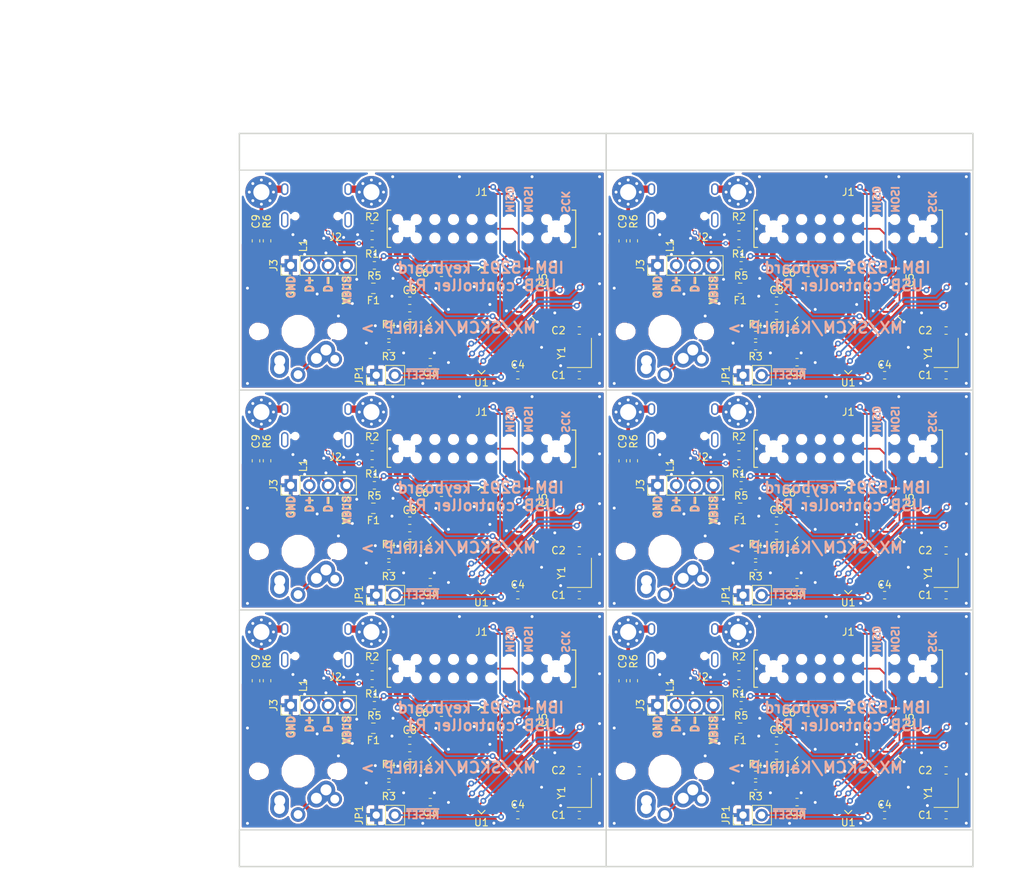
<source format=kicad_pcb>
(kicad_pcb (version 20171130) (host pcbnew "(5.0.0)")
  (layers (0 F.Cu signal) (31 B.Cu signal) (34 B.Paste user) (35 F.Paste user) (36 B.SilkS user) (37 F.SilkS user) (38 B.Mask user) (39 F.Mask user) (44 Edge.Cuts user))
  (net 0 "")
  (net 1 "Net-(J2-PadA8)")
  (net 2 "Net-(J2-PadB8)")
  (net 3 "Net-(U1-Pad1)")
  (net 4 "Net-(U1-Pad12)")
  (net 5 "Net-(U1-Pad20)")
  (net 6 "Net-(U1-Pad21)")
  (net 7 "Net-(U1-Pad22)")
  (net 8 "Net-(U1-Pad25)")
  (net 9 "Net-(U1-Pad26)")
  (net 10 "Net-(U1-Pad27)")
  (net 11 "Net-(U1-Pad31)")
  (net 12 "Net-(U1-Pad32)")
  (net 13 "Net-(U1-Pad36)")
  (net 14 "Net-(U1-Pad37)")
  (net 15 "Net-(U1-Pad38)")
  (net 16 "Net-(U1-Pad39)")
  (net 17 "Net-(U1-Pad40)")
  (net 18 "Net-(U1-Pad41)")
  (net 19 GND)
  (net 20 +5V)
  (net 21 /Matrix_Strobe)
  (net 22 /Count1)
  (net 23 "Net-(J1-Pad16)")
  (net 24 "Net-(J1-Pad15)")
  (net 25 Earth)
  (net 26 /Key_Depressed)
  (net 27 /Count64)
  (net 28 /Count32)
  (net 29 /Count16)
  (net 30 "Net-(J1-Pad7)")
  (net 31 "Net-(J1-Pad6)")
  (net 32 "Net-(J1-Pad5)")
  (net 33 /Count8)
  (net 34 /Count4)
  (net 35 "Net-(J1-Pad2)")
  (net 36 /Count2)
  (net 37 /CC1)
  (net 38 /CC2)
  (net 39 /D-)
  (net 40 /D+)
  (net 41 "Net-(C1-Pad1)")
  (net 42 "Net-(C2-Pad1)")
  (net 43 "Net-(R3-Pad2)")
  (net 44 "Net-(R4-Pad2)")
  (net 45 "Net-(R5-Pad2)")
  (net 46 "Net-(C3-Pad1)")
  (net 47 /~RESET)
  (net 48 "Net-(C8-Pad1)")
  (net 49 /VBUS_CON)
  (net 50 "Net-(SW1-Pad1)")
  (net 51 "Net-(SW1-Pad2)")
  (net 52 /Shield)
  (module MountingHole:MountingHole_2.2mm_M2 (layer F.Cu) (at 247.5 142.5)
    (fp_text reference REF** hide)
    (fp_text value MountingHole_2.2mm_M2)
    (pad 1 np_thru_hole circle (at 0 0) (size 2.2 2.2) (drill 2.2) (layers *.Cu *.Mask))
  )
  (module MountingHole:MountingHole_2.2mm_M2 (layer F.Cu) (at 152.5 142.5)
    (fp_text reference REF** hide)
    (fp_text value MountingHole_2.2mm_M2)
    (pad 1 np_thru_hole circle (at 0 0) (size 2.2 2.2) (drill 2.2) (layers *.Cu *.Mask))
  )
  (module MountingHole:MountingHole_2.2mm_M2 (layer F.Cu) (at 247.5 47.5)
    (fp_text reference REF** hide)
    (fp_text value MountingHole_2.2mm_M2)
    (pad 1 np_thru_hole circle (at 0 0) (size 2.2 2.2) (drill 2.2) (layers *.Cu *.Mask))
  )
  (module Resistor_SMD:R_0603_1608Metric_Pad1.05x0.95mm_HandSolder (layer F.Cu) (at 218.1 120)
    (fp_text reference R1 (at 0 1.43) (layer F.SilkS))
    (fp_text value 5.1K)
    (pad 2 smd roundrect (at 0.875 0) (size 1.05 0.95) (layers F.Cu F.Paste F.Mask) (net 19 GND))
    (pad 1 smd roundrect (at -0.875 0) (size 1.05 0.95) (layers F.Cu F.Paste F.Mask) (net 37 /CC1))
  )
  (module Resistor_SMD:R_0603_1608Metric_Pad1.05x0.95mm_HandSolder (layer F.Cu) (at 168.1 120)
    (fp_text reference R1 (at 0 1.43) (layer F.SilkS))
    (fp_text value 5.1K)
    (pad 2 smd roundrect (at 0.875 0) (size 1.05 0.95) (layers F.Cu F.Paste F.Mask) (net 19 GND))
    (pad 1 smd roundrect (at -0.875 0) (size 1.05 0.95) (layers F.Cu F.Paste F.Mask) (net 37 /CC1))
  )
  (module Resistor_SMD:R_0603_1608Metric_Pad1.05x0.95mm_HandSolder (layer F.Cu) (at 218.1 90)
    (fp_text reference R1 (at 0 1.43) (layer F.SilkS))
    (fp_text value 5.1K)
    (pad 2 smd roundrect (at 0.875 0) (size 1.05 0.95) (layers F.Cu F.Paste F.Mask) (net 19 GND))
    (pad 1 smd roundrect (at -0.875 0) (size 1.05 0.95) (layers F.Cu F.Paste F.Mask) (net 37 /CC1))
  )
  (module Resistor_SMD:R_0603_1608Metric_Pad1.05x0.95mm_HandSolder (layer F.Cu) (at 168.1 90)
    (fp_text reference R1 (at 0 1.43) (layer F.SilkS))
    (fp_text value 5.1K)
    (pad 2 smd roundrect (at 0.875 0) (size 1.05 0.95) (layers F.Cu F.Paste F.Mask) (net 19 GND))
    (pad 1 smd roundrect (at -0.875 0) (size 1.05 0.95) (layers F.Cu F.Paste F.Mask) (net 37 /CC1))
  )
  (module Resistor_SMD:R_0603_1608Metric_Pad1.05x0.95mm_HandSolder (layer F.Cu) (at 218.1 60)
    (fp_text reference R1 (at 0 1.43) (layer F.SilkS))
    (fp_text value 5.1K)
    (pad 2 smd roundrect (at 0.875 0) (size 1.05 0.95) (layers F.Cu F.Paste F.Mask) (net 19 GND))
    (pad 1 smd roundrect (at -0.875 0) (size 1.05 0.95) (layers F.Cu F.Paste F.Mask) (net 37 /CC1))
  )
  (module Capacitor_SMD:C_0603_1608Metric_Pad1.05x0.95mm_HandSolder (layer F.Cu) (at 246.342 131.882)
    (fp_text reference C2 (at -2.846 -0.004) (layer F.SilkS))
    (fp_text value 18p)
    (pad 2 smd roundrect (at 0.875 0) (size 1.05 0.95) (layers F.Cu F.Paste F.Mask) (net 19 GND))
    (pad 1 smd roundrect (at -0.875 0) (size 1.05 0.95) (layers F.Cu F.Paste F.Mask) (net 42 "Net-(C2-Pad1)"))
  )
  (module Capacitor_SMD:C_0603_1608Metric_Pad1.05x0.95mm_HandSolder (layer F.Cu) (at 196.342 131.882)
    (fp_text reference C2 (at -2.846 -0.004) (layer F.SilkS))
    (fp_text value 18p)
    (pad 2 smd roundrect (at 0.875 0) (size 1.05 0.95) (layers F.Cu F.Paste F.Mask) (net 19 GND))
    (pad 1 smd roundrect (at -0.875 0) (size 1.05 0.95) (layers F.Cu F.Paste F.Mask) (net 42 "Net-(C2-Pad1)"))
  )
  (module Capacitor_SMD:C_0603_1608Metric_Pad1.05x0.95mm_HandSolder (layer F.Cu) (at 246.342 101.882)
    (fp_text reference C2 (at -2.846 -0.004) (layer F.SilkS))
    (fp_text value 18p)
    (pad 2 smd roundrect (at 0.875 0) (size 1.05 0.95) (layers F.Cu F.Paste F.Mask) (net 19 GND))
    (pad 1 smd roundrect (at -0.875 0) (size 1.05 0.95) (layers F.Cu F.Paste F.Mask) (net 42 "Net-(C2-Pad1)"))
  )
  (module Capacitor_SMD:C_0603_1608Metric_Pad1.05x0.95mm_HandSolder (layer F.Cu) (at 196.342 101.882)
    (fp_text reference C2 (at -2.846 -0.004) (layer F.SilkS))
    (fp_text value 18p)
    (pad 2 smd roundrect (at 0.875 0) (size 1.05 0.95) (layers F.Cu F.Paste F.Mask) (net 19 GND))
    (pad 1 smd roundrect (at -0.875 0) (size 1.05 0.95) (layers F.Cu F.Paste F.Mask) (net 42 "Net-(C2-Pad1)"))
  )
  (module Capacitor_SMD:C_0603_1608Metric_Pad1.05x0.95mm_HandSolder (layer F.Cu) (at 246.342 71.882)
    (fp_text reference C2 (at -2.846 -0.004) (layer F.SilkS))
    (fp_text value 18p)
    (pad 2 smd roundrect (at 0.875 0) (size 1.05 0.95) (layers F.Cu F.Paste F.Mask) (net 19 GND))
    (pad 1 smd roundrect (at -0.875 0) (size 1.05 0.95) (layers F.Cu F.Paste F.Mask) (net 42 "Net-(C2-Pad1)"))
  )
  (module Resistor_SMD:R_0603_1608Metric_Pad1.05x0.95mm_HandSolder (layer F.Cu) (at 220.375 132.5)
    (fp_text reference R4 (at 0 -1.43) (layer F.SilkS))
    (fp_text value 22)
    (pad 1 smd roundrect (at -0.875 0) (size 1.05 0.95) (layers F.Cu F.Paste F.Mask) (net 39 /D-))
    (pad 2 smd roundrect (at 0.875 0) (size 1.05 0.95) (layers F.Cu F.Paste F.Mask) (net 44 "Net-(R4-Pad2)"))
  )
  (module Resistor_SMD:R_0603_1608Metric_Pad1.05x0.95mm_HandSolder (layer F.Cu) (at 170.375 132.5)
    (fp_text reference R4 (at 0 -1.43) (layer F.SilkS))
    (fp_text value 22)
    (pad 1 smd roundrect (at -0.875 0) (size 1.05 0.95) (layers F.Cu F.Paste F.Mask) (net 39 /D-))
    (pad 2 smd roundrect (at 0.875 0) (size 1.05 0.95) (layers F.Cu F.Paste F.Mask) (net 44 "Net-(R4-Pad2)"))
  )
  (module Resistor_SMD:R_0603_1608Metric_Pad1.05x0.95mm_HandSolder (layer F.Cu) (at 220.375 102.5)
    (fp_text reference R4 (at 0 -1.43) (layer F.SilkS))
    (fp_text value 22)
    (pad 1 smd roundrect (at -0.875 0) (size 1.05 0.95) (layers F.Cu F.Paste F.Mask) (net 39 /D-))
    (pad 2 smd roundrect (at 0.875 0) (size 1.05 0.95) (layers F.Cu F.Paste F.Mask) (net 44 "Net-(R4-Pad2)"))
  )
  (module Resistor_SMD:R_0603_1608Metric_Pad1.05x0.95mm_HandSolder (layer F.Cu) (at 170.375 102.5)
    (fp_text reference R4 (at 0 -1.43) (layer F.SilkS))
    (fp_text value 22)
    (pad 1 smd roundrect (at -0.875 0) (size 1.05 0.95) (layers F.Cu F.Paste F.Mask) (net 39 /D-))
    (pad 2 smd roundrect (at 0.875 0) (size 1.05 0.95) (layers F.Cu F.Paste F.Mask) (net 44 "Net-(R4-Pad2)"))
  )
  (module Resistor_SMD:R_0603_1608Metric_Pad1.05x0.95mm_HandSolder (layer F.Cu) (at 220.375 72.5)
    (fp_text reference R4 (at 0 -1.43) (layer F.SilkS))
    (fp_text value 22)
    (pad 1 smd roundrect (at -0.875 0) (size 1.05 0.95) (layers F.Cu F.Paste F.Mask) (net 39 /D-))
    (pad 2 smd roundrect (at 0.875 0) (size 1.05 0.95) (layers F.Cu F.Paste F.Mask) (net 44 "Net-(R4-Pad2)"))
  )
  (module Connector_PinHeader_2.54mm:PinHeader_1x04_P2.54mm_Vertical (layer F.Cu) (at 207 123 90)
    (fp_text reference J3 (at 0 -2.33 90) (layer F.SilkS))
    (fp_text value USB)
    (pad 4 thru_hole oval (at 0 7.62 90) (size 1.7 1.7) (drill 1) (layers *.Cu *.Mask) (net 49 /VBUS_CON))
    (pad 3 thru_hole oval (at 0 5.08 90) (size 1.7 1.7) (drill 1) (layers *.Cu *.Mask) (net 39 /D-))
    (pad 2 thru_hole oval (at 0 2.54 90) (size 1.7 1.7) (drill 1) (layers *.Cu *.Mask) (net 40 /D+))
    (pad 1 thru_hole rect (at 0 0 90) (size 1.7 1.7) (drill 1) (layers *.Cu *.Mask) (net 19 GND))
  )
  (module Connector_PinHeader_2.54mm:PinHeader_1x04_P2.54mm_Vertical (layer F.Cu) (at 157 123 90)
    (fp_text reference J3 (at 0 -2.33 90) (layer F.SilkS))
    (fp_text value USB)
    (pad 4 thru_hole oval (at 0 7.62 90) (size 1.7 1.7) (drill 1) (layers *.Cu *.Mask) (net 49 /VBUS_CON))
    (pad 3 thru_hole oval (at 0 5.08 90) (size 1.7 1.7) (drill 1) (layers *.Cu *.Mask) (net 39 /D-))
    (pad 2 thru_hole oval (at 0 2.54 90) (size 1.7 1.7) (drill 1) (layers *.Cu *.Mask) (net 40 /D+))
    (pad 1 thru_hole rect (at 0 0 90) (size 1.7 1.7) (drill 1) (layers *.Cu *.Mask) (net 19 GND))
  )
  (module Connector_PinHeader_2.54mm:PinHeader_1x04_P2.54mm_Vertical (layer F.Cu) (at 207 93 90)
    (fp_text reference J3 (at 0 -2.33 90) (layer F.SilkS))
    (fp_text value USB)
    (pad 4 thru_hole oval (at 0 7.62 90) (size 1.7 1.7) (drill 1) (layers *.Cu *.Mask) (net 49 /VBUS_CON))
    (pad 3 thru_hole oval (at 0 5.08 90) (size 1.7 1.7) (drill 1) (layers *.Cu *.Mask) (net 39 /D-))
    (pad 2 thru_hole oval (at 0 2.54 90) (size 1.7 1.7) (drill 1) (layers *.Cu *.Mask) (net 40 /D+))
    (pad 1 thru_hole rect (at 0 0 90) (size 1.7 1.7) (drill 1) (layers *.Cu *.Mask) (net 19 GND))
  )
  (module Connector_PinHeader_2.54mm:PinHeader_1x04_P2.54mm_Vertical (layer F.Cu) (at 157 93 90)
    (fp_text reference J3 (at 0 -2.33 90) (layer F.SilkS))
    (fp_text value USB)
    (pad 4 thru_hole oval (at 0 7.62 90) (size 1.7 1.7) (drill 1) (layers *.Cu *.Mask) (net 49 /VBUS_CON))
    (pad 3 thru_hole oval (at 0 5.08 90) (size 1.7 1.7) (drill 1) (layers *.Cu *.Mask) (net 39 /D-))
    (pad 2 thru_hole oval (at 0 2.54 90) (size 1.7 1.7) (drill 1) (layers *.Cu *.Mask) (net 40 /D+))
    (pad 1 thru_hole rect (at 0 0 90) (size 1.7 1.7) (drill 1) (layers *.Cu *.Mask) (net 19 GND))
  )
  (module Connector_PinHeader_2.54mm:PinHeader_1x04_P2.54mm_Vertical (layer F.Cu) (at 207 63 90)
    (fp_text reference J3 (at 0 -2.33 90) (layer F.SilkS))
    (fp_text value USB)
    (pad 4 thru_hole oval (at 0 7.62 90) (size 1.7 1.7) (drill 1) (layers *.Cu *.Mask) (net 49 /VBUS_CON))
    (pad 3 thru_hole oval (at 0 5.08 90) (size 1.7 1.7) (drill 1) (layers *.Cu *.Mask) (net 39 /D-))
    (pad 2 thru_hole oval (at 0 2.54 90) (size 1.7 1.7) (drill 1) (layers *.Cu *.Mask) (net 40 /D+))
    (pad 1 thru_hole rect (at 0 0 90) (size 1.7 1.7) (drill 1) (layers *.Cu *.Mask) (net 19 GND))
  )
  (module model-f-5291-footprints:MX_Matias_KailhLP_NoSilk (layer F.Cu) (at 208 132 180)
    (fp_text reference SW1)
    (fp_text value SW_SPST hide)
    (pad "" np_thru_hole circle (at -5.5 0 180) (size 1.9 1.9) (drill 1.9) (layers *.Cu *.Mask))
    (pad "" np_thru_hole circle (at -5.08 0 180) (size 1.7 1.7) (drill 1.7) (layers *.Cu *.Mask))
    (pad 1 thru_hole circle (at -2.5 -3.683 180) (size 2.5 2.5) (drill 1.5) (layers *.Cu *.Mask) (net 50 "Net-(SW1-Pad1)"))
    (pad 1 thru_hole oval (at -3.81 -2.54 131) (size 2.5 4.1) (drill 1.5 (offset 0 -0.8)) (layers *.Cu *.Mask) (net 50 "Net-(SW1-Pad1)"))
    (pad "" np_thru_hole circle (at 0 0 180) (size 4 4) (drill 4) (layers *.Cu *.Mask))
    (pad "" np_thru_hole circle (at 5.08 0 180) (size 1.7 1.7) (drill 1.7) (layers *.Cu *.Mask))
    (pad 2 thru_hole circle (at 2.54 -5.08 180) (size 2.5 2.5) (drill 1.5) (layers *.Cu *.Mask) (net 51 "Net-(SW1-Pad2)"))
    (pad 2 thru_hole oval (at 2.5 -4 178) (size 2.5 3.5) (drill 1.5 (offset 0 -0.5)) (layers *.Cu *.Mask) (net 51 "Net-(SW1-Pad2)"))
    (pad 1 smd oval (at -3.18 -3.09 131) (size 2.5 4.1) (layers F.Cu F.Mask) (net 50 "Net-(SW1-Pad1)"))
    (pad 1 smd oval (at -3.18 -3.09 131) (size 2.5 4.1) (layers B.Cu F.Mask) (net 50 "Net-(SW1-Pad1)"))
    (pad 2 smd oval (at 2.52 -4.54 178) (size 2.5 3.6) (layers B.Cu F.Mask) (net 51 "Net-(SW1-Pad2)"))
    (pad 2 smd oval (at 2.52 -4.54 178) (size 2.5 3.6) (layers F.Cu F.Mask) (net 51 "Net-(SW1-Pad2)"))
    (pad "" np_thru_hole circle (at 5.5 0 180) (size 1.9 1.9) (drill 1.9) (layers *.Cu *.Mask))
    (pad 1 thru_hole circle (at 0 -5.9 131) (size 2 2) (drill 1.2) (layers *.Cu *.Mask) (net 50 "Net-(SW1-Pad1)"))
    (pad 1 thru_hole circle (at -5 -3.8 131) (size 2 2) (drill 1.2) (layers *.Cu *.Mask) (net 50 "Net-(SW1-Pad1)"))
  )
  (module model-f-5291-footprints:MX_Matias_KailhLP_NoSilk (layer F.Cu) (at 158 132 180)
    (fp_text reference SW1)
    (fp_text value SW_SPST hide)
    (pad "" np_thru_hole circle (at -5.5 0 180) (size 1.9 1.9) (drill 1.9) (layers *.Cu *.Mask))
    (pad "" np_thru_hole circle (at -5.08 0 180) (size 1.7 1.7) (drill 1.7) (layers *.Cu *.Mask))
    (pad 1 thru_hole circle (at -2.5 -3.683 180) (size 2.5 2.5) (drill 1.5) (layers *.Cu *.Mask) (net 50 "Net-(SW1-Pad1)"))
    (pad 1 thru_hole oval (at -3.81 -2.54 131) (size 2.5 4.1) (drill 1.5 (offset 0 -0.8)) (layers *.Cu *.Mask) (net 50 "Net-(SW1-Pad1)"))
    (pad "" np_thru_hole circle (at 0 0 180) (size 4 4) (drill 4) (layers *.Cu *.Mask))
    (pad "" np_thru_hole circle (at 5.08 0 180) (size 1.7 1.7) (drill 1.7) (layers *.Cu *.Mask))
    (pad 2 thru_hole circle (at 2.54 -5.08 180) (size 2.5 2.5) (drill 1.5) (layers *.Cu *.Mask) (net 51 "Net-(SW1-Pad2)"))
    (pad 2 thru_hole oval (at 2.5 -4 178) (size 2.5 3.5) (drill 1.5 (offset 0 -0.5)) (layers *.Cu *.Mask) (net 51 "Net-(SW1-Pad2)"))
    (pad 1 smd oval (at -3.18 -3.09 131) (size 2.5 4.1) (layers F.Cu F.Mask) (net 50 "Net-(SW1-Pad1)"))
    (pad 1 smd oval (at -3.18 -3.09 131) (size 2.5 4.1) (layers B.Cu F.Mask) (net 50 "Net-(SW1-Pad1)"))
    (pad 2 smd oval (at 2.52 -4.54 178) (size 2.5 3.6) (layers B.Cu F.Mask) (net 51 "Net-(SW1-Pad2)"))
    (pad 2 smd oval (at 2.52 -4.54 178) (size 2.5 3.6) (layers F.Cu F.Mask) (net 51 "Net-(SW1-Pad2)"))
    (pad "" np_thru_hole circle (at 5.5 0 180) (size 1.9 1.9) (drill 1.9) (layers *.Cu *.Mask))
    (pad 1 thru_hole circle (at 0 -5.9 131) (size 2 2) (drill 1.2) (layers *.Cu *.Mask) (net 50 "Net-(SW1-Pad1)"))
    (pad 1 thru_hole circle (at -5 -3.8 131) (size 2 2) (drill 1.2) (layers *.Cu *.Mask) (net 50 "Net-(SW1-Pad1)"))
  )
  (module model-f-5291-footprints:MX_Matias_KailhLP_NoSilk (layer F.Cu) (at 208 102 180)
    (fp_text reference SW1)
    (fp_text value SW_SPST hide)
    (pad "" np_thru_hole circle (at -5.5 0 180) (size 1.9 1.9) (drill 1.9) (layers *.Cu *.Mask))
    (pad "" np_thru_hole circle (at -5.08 0 180) (size 1.7 1.7) (drill 1.7) (layers *.Cu *.Mask))
    (pad 1 thru_hole circle (at -2.5 -3.683 180) (size 2.5 2.5) (drill 1.5) (layers *.Cu *.Mask) (net 50 "Net-(SW1-Pad1)"))
    (pad 1 thru_hole oval (at -3.81 -2.54 131) (size 2.5 4.1) (drill 1.5 (offset 0 -0.8)) (layers *.Cu *.Mask) (net 50 "Net-(SW1-Pad1)"))
    (pad "" np_thru_hole circle (at 0 0 180) (size 4 4) (drill 4) (layers *.Cu *.Mask))
    (pad "" np_thru_hole circle (at 5.08 0 180) (size 1.7 1.7) (drill 1.7) (layers *.Cu *.Mask))
    (pad 2 thru_hole circle (at 2.54 -5.08 180) (size 2.5 2.5) (drill 1.5) (layers *.Cu *.Mask) (net 51 "Net-(SW1-Pad2)"))
    (pad 2 thru_hole oval (at 2.5 -4 178) (size 2.5 3.5) (drill 1.5 (offset 0 -0.5)) (layers *.Cu *.Mask) (net 51 "Net-(SW1-Pad2)"))
    (pad 1 smd oval (at -3.18 -3.09 131) (size 2.5 4.1) (layers F.Cu F.Mask) (net 50 "Net-(SW1-Pad1)"))
    (pad 1 smd oval (at -3.18 -3.09 131) (size 2.5 4.1) (layers B.Cu F.Mask) (net 50 "Net-(SW1-Pad1)"))
    (pad 2 smd oval (at 2.52 -4.54 178) (size 2.5 3.6) (layers B.Cu F.Mask) (net 51 "Net-(SW1-Pad2)"))
    (pad 2 smd oval (at 2.52 -4.54 178) (size 2.5 3.6) (layers F.Cu F.Mask) (net 51 "Net-(SW1-Pad2)"))
    (pad "" np_thru_hole circle (at 5.5 0 180) (size 1.9 1.9) (drill 1.9) (layers *.Cu *.Mask))
    (pad 1 thru_hole circle (at 0 -5.9 131) (size 2 2) (drill 1.2) (layers *.Cu *.Mask) (net 50 "Net-(SW1-Pad1)"))
    (pad 1 thru_hole circle (at -5 -3.8 131) (size 2 2) (drill 1.2) (layers *.Cu *.Mask) (net 50 "Net-(SW1-Pad1)"))
  )
  (module model-f-5291-footprints:MX_Matias_KailhLP_NoSilk (layer F.Cu) (at 158 102 180)
    (fp_text reference SW1)
    (fp_text value SW_SPST hide)
    (pad "" np_thru_hole circle (at -5.5 0 180) (size 1.9 1.9) (drill 1.9) (layers *.Cu *.Mask))
    (pad "" np_thru_hole circle (at -5.08 0 180) (size 1.7 1.7) (drill 1.7) (layers *.Cu *.Mask))
    (pad 1 thru_hole circle (at -2.5 -3.683 180) (size 2.5 2.5) (drill 1.5) (layers *.Cu *.Mask) (net 50 "Net-(SW1-Pad1)"))
    (pad 1 thru_hole oval (at -3.81 -2.54 131) (size 2.5 4.1) (drill 1.5 (offset 0 -0.8)) (layers *.Cu *.Mask) (net 50 "Net-(SW1-Pad1)"))
    (pad "" np_thru_hole circle (at 0 0 180) (size 4 4) (drill 4) (layers *.Cu *.Mask))
    (pad "" np_thru_hole circle (at 5.08 0 180) (size 1.7 1.7) (drill 1.7) (layers *.Cu *.Mask))
    (pad 2 thru_hole circle (at 2.54 -5.08 180) (size 2.5 2.5) (drill 1.5) (layers *.Cu *.Mask) (net 51 "Net-(SW1-Pad2)"))
    (pad 2 thru_hole oval (at 2.5 -4 178) (size 2.5 3.5) (drill 1.5 (offset 0 -0.5)) (layers *.Cu *.Mask) (net 51 "Net-(SW1-Pad2)"))
    (pad 1 smd oval (at -3.18 -3.09 131) (size 2.5 4.1) (layers F.Cu F.Mask) (net 50 "Net-(SW1-Pad1)"))
    (pad 1 smd oval (at -3.18 -3.09 131) (size 2.5 4.1) (layers B.Cu F.Mask) (net 50 "Net-(SW1-Pad1)"))
    (pad 2 smd oval (at 2.52 -4.54 178) (size 2.5 3.6) (layers B.Cu F.Mask) (net 51 "Net-(SW1-Pad2)"))
    (pad 2 smd oval (at 2.52 -4.54 178) (size 2.5 3.6) (layers F.Cu F.Mask) (net 51 "Net-(SW1-Pad2)"))
    (pad "" np_thru_hole circle (at 5.5 0 180) (size 1.9 1.9) (drill 1.9) (layers *.Cu *.Mask))
    (pad 1 thru_hole circle (at 0 -5.9 131) (size 2 2) (drill 1.2) (layers *.Cu *.Mask) (net 50 "Net-(SW1-Pad1)"))
    (pad 1 thru_hole circle (at -5 -3.8 131) (size 2 2) (drill 1.2) (layers *.Cu *.Mask) (net 50 "Net-(SW1-Pad1)"))
  )
  (module model-f-5291-footprints:MX_Matias_KailhLP_NoSilk (layer F.Cu) (at 208 72 180)
    (fp_text reference SW1)
    (fp_text value SW_SPST hide)
    (pad "" np_thru_hole circle (at -5.5 0 180) (size 1.9 1.9) (drill 1.9) (layers *.Cu *.Mask))
    (pad "" np_thru_hole circle (at -5.08 0 180) (size 1.7 1.7) (drill 1.7) (layers *.Cu *.Mask))
    (pad 1 thru_hole circle (at -2.5 -3.683 180) (size 2.5 2.5) (drill 1.5) (layers *.Cu *.Mask) (net 50 "Net-(SW1-Pad1)"))
    (pad 1 thru_hole oval (at -3.81 -2.54 131) (size 2.5 4.1) (drill 1.5 (offset 0 -0.8)) (layers *.Cu *.Mask) (net 50 "Net-(SW1-Pad1)"))
    (pad "" np_thru_hole circle (at 0 0 180) (size 4 4) (drill 4) (layers *.Cu *.Mask))
    (pad "" np_thru_hole circle (at 5.08 0 180) (size 1.7 1.7) (drill 1.7) (layers *.Cu *.Mask))
    (pad 2 thru_hole circle (at 2.54 -5.08 180) (size 2.5 2.5) (drill 1.5) (layers *.Cu *.Mask) (net 51 "Net-(SW1-Pad2)"))
    (pad 2 thru_hole oval (at 2.5 -4 178) (size 2.5 3.5) (drill 1.5 (offset 0 -0.5)) (layers *.Cu *.Mask) (net 51 "Net-(SW1-Pad2)"))
    (pad 1 smd oval (at -3.18 -3.09 131) (size 2.5 4.1) (layers F.Cu F.Mask) (net 50 "Net-(SW1-Pad1)"))
    (pad 1 smd oval (at -3.18 -3.09 131) (size 2.5 4.1) (layers B.Cu F.Mask) (net 50 "Net-(SW1-Pad1)"))
    (pad 2 smd oval (at 2.52 -4.54 178) (size 2.5 3.6) (layers B.Cu F.Mask) (net 51 "Net-(SW1-Pad2)"))
    (pad 2 smd oval (at 2.52 -4.54 178) (size 2.5 3.6) (layers F.Cu F.Mask) (net 51 "Net-(SW1-Pad2)"))
    (pad "" np_thru_hole circle (at 5.5 0 180) (size 1.9 1.9) (drill 1.9) (layers *.Cu *.Mask))
    (pad 1 thru_hole circle (at 0 -5.9 131) (size 2 2) (drill 1.2) (layers *.Cu *.Mask) (net 50 "Net-(SW1-Pad1)"))
    (pad 1 thru_hole circle (at -5 -3.8 131) (size 2 2) (drill 1.2) (layers *.Cu *.Mask) (net 50 "Net-(SW1-Pad1)"))
  )
  (module Resistor_SMD:R_0603_1608Metric_Pad1.05x0.95mm_HandSolder (layer F.Cu) (at 218.1 117.8)
    (fp_text reference R2 (at 0 -1.43) (layer F.SilkS))
    (fp_text value 5.1K)
    (pad 1 smd roundrect (at -0.875 0) (size 1.05 0.95) (layers F.Cu F.Paste F.Mask) (net 38 /CC2))
    (pad 2 smd roundrect (at 0.875 0) (size 1.05 0.95) (layers F.Cu F.Paste F.Mask) (net 19 GND))
  )
  (module Resistor_SMD:R_0603_1608Metric_Pad1.05x0.95mm_HandSolder (layer F.Cu) (at 168.1 117.8)
    (fp_text reference R2 (at 0 -1.43) (layer F.SilkS))
    (fp_text value 5.1K)
    (pad 1 smd roundrect (at -0.875 0) (size 1.05 0.95) (layers F.Cu F.Paste F.Mask) (net 38 /CC2))
    (pad 2 smd roundrect (at 0.875 0) (size 1.05 0.95) (layers F.Cu F.Paste F.Mask) (net 19 GND))
  )
  (module Resistor_SMD:R_0603_1608Metric_Pad1.05x0.95mm_HandSolder (layer F.Cu) (at 218.1 87.8)
    (fp_text reference R2 (at 0 -1.43) (layer F.SilkS))
    (fp_text value 5.1K)
    (pad 1 smd roundrect (at -0.875 0) (size 1.05 0.95) (layers F.Cu F.Paste F.Mask) (net 38 /CC2))
    (pad 2 smd roundrect (at 0.875 0) (size 1.05 0.95) (layers F.Cu F.Paste F.Mask) (net 19 GND))
  )
  (module Resistor_SMD:R_0603_1608Metric_Pad1.05x0.95mm_HandSolder (layer F.Cu) (at 168.1 87.8)
    (fp_text reference R2 (at 0 -1.43) (layer F.SilkS))
    (fp_text value 5.1K)
    (pad 1 smd roundrect (at -0.875 0) (size 1.05 0.95) (layers F.Cu F.Paste F.Mask) (net 38 /CC2))
    (pad 2 smd roundrect (at 0.875 0) (size 1.05 0.95) (layers F.Cu F.Paste F.Mask) (net 19 GND))
  )
  (module Resistor_SMD:R_0603_1608Metric_Pad1.05x0.95mm_HandSolder (layer F.Cu) (at 218.1 57.8)
    (fp_text reference R2 (at 0 -1.43) (layer F.SilkS))
    (fp_text value 5.1K)
    (pad 1 smd roundrect (at -0.875 0) (size 1.05 0.95) (layers F.Cu F.Paste F.Mask) (net 38 /CC2))
    (pad 2 smd roundrect (at 0.875 0) (size 1.05 0.95) (layers F.Cu F.Paste F.Mask) (net 19 GND))
  )
  (module Capacitor_SMD:C_0603_1608Metric_Pad1.05x0.95mm_HandSolder (layer F.Cu) (at 246.342 137.978 180)
    (fp_text reference C1 (at 2.846 0 180) (layer F.SilkS))
    (fp_text value 18p)
    (pad 1 smd roundrect (at -0.875 0 180) (size 1.05 0.95) (layers F.Cu F.Paste F.Mask) (net 41 "Net-(C1-Pad1)"))
    (pad 2 smd roundrect (at 0.875 0 180) (size 1.05 0.95) (layers F.Cu F.Paste F.Mask) (net 19 GND))
  )
  (module Capacitor_SMD:C_0603_1608Metric_Pad1.05x0.95mm_HandSolder (layer F.Cu) (at 196.342 137.978 180)
    (fp_text reference C1 (at 2.846 0 180) (layer F.SilkS))
    (fp_text value 18p)
    (pad 1 smd roundrect (at -0.875 0 180) (size 1.05 0.95) (layers F.Cu F.Paste F.Mask) (net 41 "Net-(C1-Pad1)"))
    (pad 2 smd roundrect (at 0.875 0 180) (size 1.05 0.95) (layers F.Cu F.Paste F.Mask) (net 19 GND))
  )
  (module Capacitor_SMD:C_0603_1608Metric_Pad1.05x0.95mm_HandSolder (layer F.Cu) (at 246.342 107.978 180)
    (fp_text reference C1 (at 2.846 0 180) (layer F.SilkS))
    (fp_text value 18p)
    (pad 1 smd roundrect (at -0.875 0 180) (size 1.05 0.95) (layers F.Cu F.Paste F.Mask) (net 41 "Net-(C1-Pad1)"))
    (pad 2 smd roundrect (at 0.875 0 180) (size 1.05 0.95) (layers F.Cu F.Paste F.Mask) (net 19 GND))
  )
  (module Capacitor_SMD:C_0603_1608Metric_Pad1.05x0.95mm_HandSolder (layer F.Cu) (at 196.342 107.978 180)
    (fp_text reference C1 (at 2.846 0 180) (layer F.SilkS))
    (fp_text value 18p)
    (pad 1 smd roundrect (at -0.875 0 180) (size 1.05 0.95) (layers F.Cu F.Paste F.Mask) (net 41 "Net-(C1-Pad1)"))
    (pad 2 smd roundrect (at 0.875 0 180) (size 1.05 0.95) (layers F.Cu F.Paste F.Mask) (net 19 GND))
  )
  (module Capacitor_SMD:C_0603_1608Metric_Pad1.05x0.95mm_HandSolder (layer F.Cu) (at 246.342 77.978 180)
    (fp_text reference C1 (at 2.846 0 180) (layer F.SilkS))
    (fp_text value 18p)
    (pad 1 smd roundrect (at -0.875 0 180) (size 1.05 0.95) (layers F.Cu F.Paste F.Mask) (net 41 "Net-(C1-Pad1)"))
    (pad 2 smd roundrect (at 0.875 0 180) (size 1.05 0.95) (layers F.Cu F.Paste F.Mask) (net 19 GND))
  )
  (module Resistor_SMD:R_0603_1608Metric_Pad1.05x0.95mm_HandSolder (layer F.Cu) (at 218.402 122.992)
    (fp_text reference R5 (at 0 1.43) (layer F.SilkS))
    (fp_text value 1K)
    (pad 2 smd roundrect (at 0.875 0) (size 1.05 0.95) (layers F.Cu F.Paste F.Mask) (net 45 "Net-(R5-Pad2)"))
    (pad 1 smd roundrect (at -0.875 0) (size 1.05 0.95) (layers F.Cu F.Paste F.Mask) (net 19 GND))
  )
  (module Resistor_SMD:R_0603_1608Metric_Pad1.05x0.95mm_HandSolder (layer F.Cu) (at 168.402 122.992)
    (fp_text reference R5 (at 0 1.43) (layer F.SilkS))
    (fp_text value 1K)
    (pad 2 smd roundrect (at 0.875 0) (size 1.05 0.95) (layers F.Cu F.Paste F.Mask) (net 45 "Net-(R5-Pad2)"))
    (pad 1 smd roundrect (at -0.875 0) (size 1.05 0.95) (layers F.Cu F.Paste F.Mask) (net 19 GND))
  )
  (module Resistor_SMD:R_0603_1608Metric_Pad1.05x0.95mm_HandSolder (layer F.Cu) (at 218.402 92.992)
    (fp_text reference R5 (at 0 1.43) (layer F.SilkS))
    (fp_text value 1K)
    (pad 2 smd roundrect (at 0.875 0) (size 1.05 0.95) (layers F.Cu F.Paste F.Mask) (net 45 "Net-(R5-Pad2)"))
    (pad 1 smd roundrect (at -0.875 0) (size 1.05 0.95) (layers F.Cu F.Paste F.Mask) (net 19 GND))
  )
  (module Resistor_SMD:R_0603_1608Metric_Pad1.05x0.95mm_HandSolder (layer F.Cu) (at 168.402 92.992)
    (fp_text reference R5 (at 0 1.43) (layer F.SilkS))
    (fp_text value 1K)
    (pad 2 smd roundrect (at 0.875 0) (size 1.05 0.95) (layers F.Cu F.Paste F.Mask) (net 45 "Net-(R5-Pad2)"))
    (pad 1 smd roundrect (at -0.875 0) (size 1.05 0.95) (layers F.Cu F.Paste F.Mask) (net 19 GND))
  )
  (module Resistor_SMD:R_0603_1608Metric_Pad1.05x0.95mm_HandSolder (layer F.Cu) (at 218.402 62.992)
    (fp_text reference R5 (at 0 1.43) (layer F.SilkS))
    (fp_text value 1K)
    (pad 2 smd roundrect (at 0.875 0) (size 1.05 0.95) (layers F.Cu F.Paste F.Mask) (net 45 "Net-(R5-Pad2)"))
    (pad 1 smd roundrect (at -0.875 0) (size 1.05 0.95) (layers F.Cu F.Paste F.Mask) (net 19 GND))
  )
  (module Resistor_SMD:R_0603_1608Metric_Pad1.05x0.95mm_HandSolder (layer F.Cu) (at 220.375 134)
    (fp_text reference R3 (at 0 1.43) (layer F.SilkS))
    (fp_text value 22)
    (pad 2 smd roundrect (at 0.875 0) (size 1.05 0.95) (layers F.Cu F.Paste F.Mask) (net 43 "Net-(R3-Pad2)"))
    (pad 1 smd roundrect (at -0.875 0) (size 1.05 0.95) (layers F.Cu F.Paste F.Mask) (net 40 /D+))
  )
  (module Resistor_SMD:R_0603_1608Metric_Pad1.05x0.95mm_HandSolder (layer F.Cu) (at 170.375 134)
    (fp_text reference R3 (at 0 1.43) (layer F.SilkS))
    (fp_text value 22)
    (pad 2 smd roundrect (at 0.875 0) (size 1.05 0.95) (layers F.Cu F.Paste F.Mask) (net 43 "Net-(R3-Pad2)"))
    (pad 1 smd roundrect (at -0.875 0) (size 1.05 0.95) (layers F.Cu F.Paste F.Mask) (net 40 /D+))
  )
  (module Resistor_SMD:R_0603_1608Metric_Pad1.05x0.95mm_HandSolder (layer F.Cu) (at 220.375 104)
    (fp_text reference R3 (at 0 1.43) (layer F.SilkS))
    (fp_text value 22)
    (pad 2 smd roundrect (at 0.875 0) (size 1.05 0.95) (layers F.Cu F.Paste F.Mask) (net 43 "Net-(R3-Pad2)"))
    (pad 1 smd roundrect (at -0.875 0) (size 1.05 0.95) (layers F.Cu F.Paste F.Mask) (net 40 /D+))
  )
  (module Resistor_SMD:R_0603_1608Metric_Pad1.05x0.95mm_HandSolder (layer F.Cu) (at 170.375 104)
    (fp_text reference R3 (at 0 1.43) (layer F.SilkS))
    (fp_text value 22)
    (pad 2 smd roundrect (at 0.875 0) (size 1.05 0.95) (layers F.Cu F.Paste F.Mask) (net 43 "Net-(R3-Pad2)"))
    (pad 1 smd roundrect (at -0.875 0) (size 1.05 0.95) (layers F.Cu F.Paste F.Mask) (net 40 /D+))
  )
  (module Resistor_SMD:R_0603_1608Metric_Pad1.05x0.95mm_HandSolder (layer F.Cu) (at 220.375 74)
    (fp_text reference R3 (at 0 1.43) (layer F.SilkS))
    (fp_text value 22)
    (pad 2 smd roundrect (at 0.875 0) (size 1.05 0.95) (layers F.Cu F.Paste F.Mask) (net 43 "Net-(R3-Pad2)"))
    (pad 1 smd roundrect (at -0.875 0) (size 1.05 0.95) (layers F.Cu F.Paste F.Mask) (net 40 /D+))
  )
  (module model-f-5291-footprints:DLW21 (layer F.Cu) (at 210.25 120.31 90)
    (fp_text reference L1 (at 0 -1.55 90) (layer F.SilkS))
    (fp_text value DLW21SN900SQ2L)
    (pad 3 smd rect (at 0.85 0.4 90) (size 0.9 0.4) (layers F.Cu F.Paste F.Mask) (net 39 /D-))
    (pad 4 smd rect (at -0.85 0.4 90) (size 0.9 0.4) (layers F.Cu F.Paste F.Mask) (net 39 /D-))
    (pad 2 smd rect (at 0.85 -0.4 90) (size 0.9 0.4) (layers F.Cu F.Paste F.Mask) (net 40 /D+))
    (pad 1 smd rect (at -0.85 -0.4 90) (size 0.9 0.4) (layers F.Cu F.Paste F.Mask) (net 40 /D+))
  )
  (module model-f-5291-footprints:DLW21 (layer F.Cu) (at 160.25 120.31 90)
    (fp_text reference L1 (at 0 -1.55 90) (layer F.SilkS))
    (fp_text value DLW21SN900SQ2L)
    (pad 3 smd rect (at 0.85 0.4 90) (size 0.9 0.4) (layers F.Cu F.Paste F.Mask) (net 39 /D-))
    (pad 4 smd rect (at -0.85 0.4 90) (size 0.9 0.4) (layers F.Cu F.Paste F.Mask) (net 39 /D-))
    (pad 2 smd rect (at 0.85 -0.4 90) (size 0.9 0.4) (layers F.Cu F.Paste F.Mask) (net 40 /D+))
    (pad 1 smd rect (at -0.85 -0.4 90) (size 0.9 0.4) (layers F.Cu F.Paste F.Mask) (net 40 /D+))
  )
  (module model-f-5291-footprints:DLW21 (layer F.Cu) (at 210.25 90.31 90)
    (fp_text reference L1 (at 0 -1.55 90) (layer F.SilkS))
    (fp_text value DLW21SN900SQ2L)
    (pad 3 smd rect (at 0.85 0.4 90) (size 0.9 0.4) (layers F.Cu F.Paste F.Mask) (net 39 /D-))
    (pad 4 smd rect (at -0.85 0.4 90) (size 0.9 0.4) (layers F.Cu F.Paste F.Mask) (net 39 /D-))
    (pad 2 smd rect (at 0.85 -0.4 90) (size 0.9 0.4) (layers F.Cu F.Paste F.Mask) (net 40 /D+))
    (pad 1 smd rect (at -0.85 -0.4 90) (size 0.9 0.4) (layers F.Cu F.Paste F.Mask) (net 40 /D+))
  )
  (module model-f-5291-footprints:DLW21 (layer F.Cu) (at 160.25 90.31 90)
    (fp_text reference L1 (at 0 -1.55 90) (layer F.SilkS))
    (fp_text value DLW21SN900SQ2L)
    (pad 3 smd rect (at 0.85 0.4 90) (size 0.9 0.4) (layers F.Cu F.Paste F.Mask) (net 39 /D-))
    (pad 4 smd rect (at -0.85 0.4 90) (size 0.9 0.4) (layers F.Cu F.Paste F.Mask) (net 39 /D-))
    (pad 2 smd rect (at 0.85 -0.4 90) (size 0.9 0.4) (layers F.Cu F.Paste F.Mask) (net 40 /D+))
    (pad 1 smd rect (at -0.85 -0.4 90) (size 0.9 0.4) (layers F.Cu F.Paste F.Mask) (net 40 /D+))
  )
  (module model-f-5291-footprints:DLW21 (layer F.Cu) (at 210.25 60.31 90)
    (fp_text reference L1 (at 0 -1.55 90) (layer F.SilkS))
    (fp_text value DLW21SN900SQ2L)
    (pad 3 smd rect (at 0.85 0.4 90) (size 0.9 0.4) (layers F.Cu F.Paste F.Mask) (net 39 /D-))
    (pad 4 smd rect (at -0.85 0.4 90) (size 0.9 0.4) (layers F.Cu F.Paste F.Mask) (net 39 /D-))
    (pad 2 smd rect (at 0.85 -0.4 90) (size 0.9 0.4) (layers F.Cu F.Paste F.Mask) (net 40 /D+))
    (pad 1 smd rect (at -0.85 -0.4 90) (size 0.9 0.4) (layers F.Cu F.Paste F.Mask) (net 40 /D+))
  )
  (module Crystal:Crystal_SMD_3225-4Pin_3.2x2.5mm (layer F.Cu) (at 246.342 134.93 90)
    (fp_text reference Y1 (at 0 -2.45 90) (layer F.SilkS))
    (fp_text value Crystal_GND24)
    (pad 1 smd rect (at -1.1 0.85 90) (size 1.4 1.2) (layers F.Cu F.Paste F.Mask) (net 41 "Net-(C1-Pad1)"))
    (pad 2 smd rect (at 1.1 0.85 90) (size 1.4 1.2) (layers F.Cu F.Paste F.Mask) (net 19 GND))
    (pad 3 smd rect (at 1.1 -0.85 90) (size 1.4 1.2) (layers F.Cu F.Paste F.Mask) (net 42 "Net-(C2-Pad1)"))
    (pad 4 smd rect (at -1.1 -0.85 90) (size 1.4 1.2) (layers F.Cu F.Paste F.Mask) (net 19 GND))
  )
  (module Crystal:Crystal_SMD_3225-4Pin_3.2x2.5mm (layer F.Cu) (at 196.342 134.93 90)
    (fp_text reference Y1 (at 0 -2.45 90) (layer F.SilkS))
    (fp_text value Crystal_GND24)
    (pad 1 smd rect (at -1.1 0.85 90) (size 1.4 1.2) (layers F.Cu F.Paste F.Mask) (net 41 "Net-(C1-Pad1)"))
    (pad 2 smd rect (at 1.1 0.85 90) (size 1.4 1.2) (layers F.Cu F.Paste F.Mask) (net 19 GND))
    (pad 3 smd rect (at 1.1 -0.85 90) (size 1.4 1.2) (layers F.Cu F.Paste F.Mask) (net 42 "Net-(C2-Pad1)"))
    (pad 4 smd rect (at -1.1 -0.85 90) (size 1.4 1.2) (layers F.Cu F.Paste F.Mask) (net 19 GND))
  )
  (module Crystal:Crystal_SMD_3225-4Pin_3.2x2.5mm (layer F.Cu) (at 246.342 104.93 90)
    (fp_text reference Y1 (at 0 -2.45 90) (layer F.SilkS))
    (fp_text value Crystal_GND24)
    (pad 1 smd rect (at -1.1 0.85 90) (size 1.4 1.2) (layers F.Cu F.Paste F.Mask) (net 41 "Net-(C1-Pad1)"))
    (pad 2 smd rect (at 1.1 0.85 90) (size 1.4 1.2) (layers F.Cu F.Paste F.Mask) (net 19 GND))
    (pad 3 smd rect (at 1.1 -0.85 90) (size 1.4 1.2) (layers F.Cu F.Paste F.Mask) (net 42 "Net-(C2-Pad1)"))
    (pad 4 smd rect (at -1.1 -0.85 90) (size 1.4 1.2) (layers F.Cu F.Paste F.Mask) (net 19 GND))
  )
  (module Crystal:Crystal_SMD_3225-4Pin_3.2x2.5mm (layer F.Cu) (at 196.342 104.93 90)
    (fp_text reference Y1 (at 0 -2.45 90) (layer F.SilkS))
    (fp_text value Crystal_GND24)
    (pad 1 smd rect (at -1.1 0.85 90) (size 1.4 1.2) (layers F.Cu F.Paste F.Mask) (net 41 "Net-(C1-Pad1)"))
    (pad 2 smd rect (at 1.1 0.85 90) (size 1.4 1.2) (layers F.Cu F.Paste F.Mask) (net 19 GND))
    (pad 3 smd rect (at 1.1 -0.85 90) (size 1.4 1.2) (layers F.Cu F.Paste F.Mask) (net 42 "Net-(C2-Pad1)"))
    (pad 4 smd rect (at -1.1 -0.85 90) (size 1.4 1.2) (layers F.Cu F.Paste F.Mask) (net 19 GND))
  )
  (module Crystal:Crystal_SMD_3225-4Pin_3.2x2.5mm (layer F.Cu) (at 246.342 74.93 90)
    (fp_text reference Y1 (at 0 -2.45 90) (layer F.SilkS))
    (fp_text value Crystal_GND24)
    (pad 1 smd rect (at -1.1 0.85 90) (size 1.4 1.2) (layers F.Cu F.Paste F.Mask) (net 41 "Net-(C1-Pad1)"))
    (pad 2 smd rect (at 1.1 0.85 90) (size 1.4 1.2) (layers F.Cu F.Paste F.Mask) (net 19 GND))
    (pad 3 smd rect (at 1.1 -0.85 90) (size 1.4 1.2) (layers F.Cu F.Paste F.Mask) (net 42 "Net-(C2-Pad1)"))
    (pad 4 smd rect (at -1.1 -0.85 90) (size 1.4 1.2) (layers F.Cu F.Paste F.Mask) (net 19 GND))
  )
  (module Fuse:Fuse_0805_2012Metric_Pad1.15x1.40mm_HandSolder (layer F.Cu) (at 218.268 126.128 180)
    (fp_text reference F1 (at 0 -1.65 180) (layer F.SilkS))
    (fp_text value Polyfuse)
    (pad 2 smd roundrect (at 1.025 0 180) (size 1.15 1.4) (layers F.Cu F.Paste F.Mask) (roundrect_rratio 0.217391) (net 49 /VBUS_CON))
    (pad 1 smd roundrect (at -1.025 0 180) (size 1.15 1.4) (layers F.Cu F.Paste F.Mask) (roundrect_rratio 0.217391) (net 20 +5V))
  )
  (module Fuse:Fuse_0805_2012Metric_Pad1.15x1.40mm_HandSolder (layer F.Cu) (at 168.268 126.128 180)
    (fp_text reference F1 (at 0 -1.65 180) (layer F.SilkS))
    (fp_text value Polyfuse)
    (pad 2 smd roundrect (at 1.025 0 180) (size 1.15 1.4) (layers F.Cu F.Paste F.Mask) (roundrect_rratio 0.217391) (net 49 /VBUS_CON))
    (pad 1 smd roundrect (at -1.025 0 180) (size 1.15 1.4) (layers F.Cu F.Paste F.Mask) (roundrect_rratio 0.217391) (net 20 +5V))
  )
  (module Fuse:Fuse_0805_2012Metric_Pad1.15x1.40mm_HandSolder (layer F.Cu) (at 218.268 96.128 180)
    (fp_text reference F1 (at 0 -1.65 180) (layer F.SilkS))
    (fp_text value Polyfuse)
    (pad 2 smd roundrect (at 1.025 0 180) (size 1.15 1.4) (layers F.Cu F.Paste F.Mask) (roundrect_rratio 0.217391) (net 49 /VBUS_CON))
    (pad 1 smd roundrect (at -1.025 0 180) (size 1.15 1.4) (layers F.Cu F.Paste F.Mask) (roundrect_rratio 0.217391) (net 20 +5V))
  )
  (module Fuse:Fuse_0805_2012Metric_Pad1.15x1.40mm_HandSolder (layer F.Cu) (at 168.268 96.128 180)
    (fp_text reference F1 (at 0 -1.65 180) (layer F.SilkS))
    (fp_text value Polyfuse)
    (pad 2 smd roundrect (at 1.025 0 180) (size 1.15 1.4) (layers F.Cu F.Paste F.Mask) (roundrect_rratio 0.217391) (net 49 /VBUS_CON))
    (pad 1 smd roundrect (at -1.025 0 180) (size 1.15 1.4) (layers F.Cu F.Paste F.Mask) (roundrect_rratio 0.217391) (net 20 +5V))
  )
  (module Fuse:Fuse_0805_2012Metric_Pad1.15x1.40mm_HandSolder (layer F.Cu) (at 218.268 66.128 180)
    (fp_text reference F1 (at 0 -1.65 180) (layer F.SilkS))
    (fp_text value Polyfuse)
    (pad 2 smd roundrect (at 1.025 0 180) (size 1.15 1.4) (layers F.Cu F.Paste F.Mask) (roundrect_rratio 0.217391) (net 49 /VBUS_CON))
    (pad 1 smd roundrect (at -1.025 0 180) (size 1.15 1.4) (layers F.Cu F.Paste F.Mask) (roundrect_rratio 0.217391) (net 20 +5V))
  )
  (module model-f-5291-footprints:Harwin-M20-7811045 (layer F.Cu) (at 233 118)
    (fp_text reference J1 (at 0 -5) (layer F.SilkS))
    (fp_text value Keyboard)
    (pad 20 smd rect (at 11.43 2.9) (size 1 1.8) (layers F.Cu F.Paste F.Mask) (net 19 GND))
    (pad 19 smd rect (at 8.89 2.9) (size 1 1.8) (layers F.Cu F.Paste F.Mask) (net 21 /Matrix_Strobe))
    (pad 18 smd rect (at 6.35 2.9) (size 1 1.8) (layers F.Cu F.Paste F.Mask) (net 19 GND))
    (pad 17 smd rect (at 3.81 2.9) (size 1 1.8) (layers F.Cu F.Paste F.Mask) (net 22 /Count1))
    (pad 16 smd rect (at 1.27 2.9) (size 1 1.8) (layers F.Cu F.Paste F.Mask) (net 23 "Net-(J1-Pad16)"))
    (pad 15 smd rect (at -1.27 2.9) (size 1 1.8) (layers F.Cu F.Paste F.Mask) (net 24 "Net-(J1-Pad15)"))
    (pad 14 smd rect (at -3.81 2.9) (size 1 1.8) (layers F.Cu F.Paste F.Mask) (net 25 Earth))
    (pad 13 smd rect (at -6.35 2.9) (size 1 1.8) (layers F.Cu F.Paste F.Mask) (net 20 +5V))
    (pad 12 smd rect (at -8.89 2.9) (size 1 1.8) (layers F.Cu F.Paste F.Mask) (net 19 GND))
    (pad 11 smd rect (at -11.43 2.9) (size 1 1.8) (layers F.Cu F.Paste F.Mask) (net 26 /Key_Depressed))
    (pad 10 smd rect (at -11.43 -2.9) (size 1 1.8) (layers F.Cu F.Paste F.Mask) (net 27 /Count64))
    (pad 9 smd rect (at -8.89 -2.9) (size 1 1.8) (layers F.Cu F.Paste F.Mask) (net 28 /Count32))
    (pad 8 smd rect (at -6.35 -2.9) (size 1 1.8) (layers F.Cu F.Paste F.Mask) (net 29 /Count16))
    (pad 7 smd rect (at -3.81 -2.9) (size 1 1.8) (layers F.Cu F.Paste F.Mask) (net 30 "Net-(J1-Pad7)"))
    (pad 6 smd rect (at -1.27 -2.9) (size 1 1.8) (layers F.Cu F.Paste F.Mask) (net 31 "Net-(J1-Pad6)"))
    (pad 5 smd rect (at 1.27 -2.9) (size 1 1.8) (layers F.Cu F.Paste F.Mask) (net 32 "Net-(J1-Pad5)"))
    (pad 4 smd rect (at 3.81 -2.9) (size 1 1.8) (layers F.Cu F.Paste F.Mask) (net 33 /Count8))
    (pad 3 smd rect (at 6.35 -2.9) (size 1 1.8) (layers F.Cu F.Paste F.Mask) (net 34 /Count4))
    (pad 2 smd rect (at 8.89 -2.9) (size 1 1.8) (layers F.Cu F.Paste F.Mask) (net 35 "Net-(J1-Pad2)"))
    (pad 1 smd rect (at 11.43 -2.9) (size 1 1.8) (layers F.Cu F.Paste F.Mask) (net 36 /Count2))
    (pad "" np_thru_hole circle (at -10.16 0) (size 1.8 1.8) (drill 1.8) (layers *.Cu *.Mask))
    (pad "" np_thru_hole circle (at 10.16 0) (size 1.8 1.8) (drill 1.8) (layers *.Cu *.Mask))
    (pad "" np_thru_hole circle (at -11.43 1.27) (size 1 1) (drill 1) (layers *.Cu *.Mask))
    (pad "" np_thru_hole circle (at -8.89 1.27) (size 1 1) (drill 1) (layers *.Cu *.Mask))
    (pad "" np_thru_hole circle (at -6.35 1.27) (size 1 1) (drill 1) (layers *.Cu *.Mask))
    (pad "" np_thru_hole circle (at -3.81 1.27) (size 1 1) (drill 1) (layers *.Cu *.Mask))
    (pad "" np_thru_hole circle (at -1.27 1.27) (size 1 1) (drill 1) (layers *.Cu *.Mask))
    (pad "" np_thru_hole circle (at 1.27 1.27) (size 1 1) (drill 1) (layers *.Cu *.Mask))
    (pad "" np_thru_hole circle (at 3.81 1.27) (size 1 1) (drill 1) (layers *.Cu *.Mask))
    (pad "" np_thru_hole circle (at 6.35 1.27) (size 1 1) (drill 1) (layers *.Cu *.Mask))
    (pad "" np_thru_hole circle (at 8.89 1.27) (size 1 1) (drill 1) (layers *.Cu *.Mask))
    (pad "" np_thru_hole circle (at 11.43 1.27) (size 1 1) (drill 1) (layers *.Cu *.Mask))
    (pad "" np_thru_hole circle (at -11.43 -1.27) (size 1 1) (drill 1) (layers *.Cu *.Mask))
    (pad "" np_thru_hole circle (at -8.89 -1.27) (size 1 1) (drill 1) (layers *.Cu *.Mask))
    (pad "" np_thru_hole circle (at -6.35 -1.27) (size 1 1) (drill 1) (layers *.Cu *.Mask))
    (pad "" np_thru_hole circle (at -3.81 -1.27) (size 1 1) (drill 1) (layers *.Cu *.Mask))
    (pad "" np_thru_hole circle (at -1.27 -1.27) (size 1 1) (drill 1) (layers *.Cu *.Mask))
    (pad "" np_thru_hole circle (at 1.27 -1.27) (size 1 1) (drill 1) (layers *.Cu *.Mask))
    (pad "" np_thru_hole circle (at 3.81 -1.27) (size 1 1) (drill 1) (layers *.Cu *.Mask))
    (pad "" np_thru_hole circle (at 6.35 -1.27) (size 1 1) (drill 1) (layers *.Cu *.Mask))
    (pad "" np_thru_hole circle (at 8.89 -1.27) (size 1 1) (drill 1) (layers *.Cu *.Mask))
    (pad "" np_thru_hole circle (at 11.43 -1.27) (size 1 1) (drill 1) (layers *.Cu *.Mask))
  )
  (module model-f-5291-footprints:Harwin-M20-7811045 (layer F.Cu) (at 183 118)
    (fp_text reference J1 (at 0 -5) (layer F.SilkS))
    (fp_text value Keyboard)
    (pad 20 smd rect (at 11.43 2.9) (size 1 1.8) (layers F.Cu F.Paste F.Mask) (net 19 GND))
    (pad 19 smd rect (at 8.89 2.9) (size 1 1.8) (layers F.Cu F.Paste F.Mask) (net 21 /Matrix_Strobe))
    (pad 18 smd rect (at 6.35 2.9) (size 1 1.8) (layers F.Cu F.Paste F.Mask) (net 19 GND))
    (pad 17 smd rect (at 3.81 2.9) (size 1 1.8) (layers F.Cu F.Paste F.Mask) (net 22 /Count1))
    (pad 16 smd rect (at 1.27 2.9) (size 1 1.8) (layers F.Cu F.Paste F.Mask) (net 23 "Net-(J1-Pad16)"))
    (pad 15 smd rect (at -1.27 2.9) (size 1 1.8) (layers F.Cu F.Paste F.Mask) (net 24 "Net-(J1-Pad15)"))
    (pad 14 smd rect (at -3.81 2.9) (size 1 1.8) (layers F.Cu F.Paste F.Mask) (net 25 Earth))
    (pad 13 smd rect (at -6.35 2.9) (size 1 1.8) (layers F.Cu F.Paste F.Mask) (net 20 +5V))
    (pad 12 smd rect (at -8.89 2.9) (size 1 1.8) (layers F.Cu F.Paste F.Mask) (net 19 GND))
    (pad 11 smd rect (at -11.43 2.9) (size 1 1.8) (layers F.Cu F.Paste F.Mask) (net 26 /Key_Depressed))
    (pad 10 smd rect (at -11.43 -2.9) (size 1 1.8) (layers F.Cu F.Paste F.Mask) (net 27 /Count64))
    (pad 9 smd rect (at -8.89 -2.9) (size 1 1.8) (layers F.Cu F.Paste F.Mask) (net 28 /Count32))
    (pad 8 smd rect (at -6.35 -2.9) (size 1 1.8) (layers F.Cu F.Paste F.Mask) (net 29 /Count16))
    (pad 7 smd rect (at -3.81 -2.9) (size 1 1.8) (layers F.Cu F.Paste F.Mask) (net 30 "Net-(J1-Pad7)"))
    (pad 6 smd rect (at -1.27 -2.9) (size 1 1.8) (layers F.Cu F.Paste F.Mask) (net 31 "Net-(J1-Pad6)"))
    (pad 5 smd rect (at 1.27 -2.9) (size 1 1.8) (layers F.Cu F.Paste F.Mask) (net 32 "Net-(J1-Pad5)"))
    (pad 4 smd rect (at 3.81 -2.9) (size 1 1.8) (layers F.Cu F.Paste F.Mask) (net 33 /Count8))
    (pad 3 smd rect (at 6.35 -2.9) (size 1 1.8) (layers F.Cu F.Paste F.Mask) (net 34 /Count4))
    (pad 2 smd rect (at 8.89 -2.9) (size 1 1.8) (layers F.Cu F.Paste F.Mask) (net 35 "Net-(J1-Pad2)"))
    (pad 1 smd rect (at 11.43 -2.9) (size 1 1.8) (layers F.Cu F.Paste F.Mask) (net 36 /Count2))
    (pad "" np_thru_hole circle (at -10.16 0) (size 1.8 1.8) (drill 1.8) (layers *.Cu *.Mask))
    (pad "" np_thru_hole circle (at 10.16 0) (size 1.8 1.8) (drill 1.8) (layers *.Cu *.Mask))
    (pad "" np_thru_hole circle (at -11.43 1.27) (size 1 1) (drill 1) (layers *.Cu *.Mask))
    (pad "" np_thru_hole circle (at -8.89 1.27) (size 1 1) (drill 1) (layers *.Cu *.Mask))
    (pad "" np_thru_hole circle (at -6.35 1.27) (size 1 1) (drill 1) (layers *.Cu *.Mask))
    (pad "" np_thru_hole circle (at -3.81 1.27) (size 1 1) (drill 1) (layers *.Cu *.Mask))
    (pad "" np_thru_hole circle (at -1.27 1.27) (size 1 1) (drill 1) (layers *.Cu *.Mask))
    (pad "" np_thru_hole circle (at 1.27 1.27) (size 1 1) (drill 1) (layers *.Cu *.Mask))
    (pad "" np_thru_hole circle (at 3.81 1.27) (size 1 1) (drill 1) (layers *.Cu *.Mask))
    (pad "" np_thru_hole circle (at 6.35 1.27) (size 1 1) (drill 1) (layers *.Cu *.Mask))
    (pad "" np_thru_hole circle (at 8.89 1.27) (size 1 1) (drill 1) (layers *.Cu *.Mask))
    (pad "" np_thru_hole circle (at 11.43 1.27) (size 1 1) (drill 1) (layers *.Cu *.Mask))
    (pad "" np_thru_hole circle (at -11.43 -1.27) (size 1 1) (drill 1) (layers *.Cu *.Mask))
    (pad "" np_thru_hole circle (at -8.89 -1.27) (size 1 1) (drill 1) (layers *.Cu *.Mask))
    (pad "" np_thru_hole circle (at -6.35 -1.27) (size 1 1) (drill 1) (layers *.Cu *.Mask))
    (pad "" np_thru_hole circle (at -3.81 -1.27) (size 1 1) (drill 1) (layers *.Cu *.Mask))
    (pad "" np_thru_hole circle (at -1.27 -1.27) (size 1 1) (drill 1) (layers *.Cu *.Mask))
    (pad "" np_thru_hole circle (at 1.27 -1.27) (size 1 1) (drill 1) (layers *.Cu *.Mask))
    (pad "" np_thru_hole circle (at 3.81 -1.27) (size 1 1) (drill 1) (layers *.Cu *.Mask))
    (pad "" np_thru_hole circle (at 6.35 -1.27) (size 1 1) (drill 1) (layers *.Cu *.Mask))
    (pad "" np_thru_hole circle (at 8.89 -1.27) (size 1 1) (drill 1) (layers *.Cu *.Mask))
    (pad "" np_thru_hole circle (at 11.43 -1.27) (size 1 1) (drill 1) (layers *.Cu *.Mask))
  )
  (module model-f-5291-footprints:Harwin-M20-7811045 (layer F.Cu) (at 233 88)
    (fp_text reference J1 (at 0 -5) (layer F.SilkS))
    (fp_text value Keyboard)
    (pad 20 smd rect (at 11.43 2.9) (size 1 1.8) (layers F.Cu F.Paste F.Mask) (net 19 GND))
    (pad 19 smd rect (at 8.89 2.9) (size 1 1.8) (layers F.Cu F.Paste F.Mask) (net 21 /Matrix_Strobe))
    (pad 18 smd rect (at 6.35 2.9) (size 1 1.8) (layers F.Cu F.Paste F.Mask) (net 19 GND))
    (pad 17 smd rect (at 3.81 2.9) (size 1 1.8) (layers F.Cu F.Paste F.Mask) (net 22 /Count1))
    (pad 16 smd rect (at 1.27 2.9) (size 1 1.8) (layers F.Cu F.Paste F.Mask) (net 23 "Net-(J1-Pad16)"))
    (pad 15 smd rect (at -1.27 2.9) (size 1 1.8) (layers F.Cu F.Paste F.Mask) (net 24 "Net-(J1-Pad15)"))
    (pad 14 smd rect (at -3.81 2.9) (size 1 1.8) (layers F.Cu F.Paste F.Mask) (net 25 Earth))
    (pad 13 smd rect (at -6.35 2.9) (size 1 1.8) (layers F.Cu F.Paste F.Mask) (net 20 +5V))
    (pad 12 smd rect (at -8.89 2.9) (size 1 1.8) (layers F.Cu F.Paste F.Mask) (net 19 GND))
    (pad 11 smd rect (at -11.43 2.9) (size 1 1.8) (layers F.Cu F.Paste F.Mask) (net 26 /Key_Depressed))
    (pad 10 smd rect (at -11.43 -2.9) (size 1 1.8) (layers F.Cu F.Paste F.Mask) (net 27 /Count64))
    (pad 9 smd rect (at -8.89 -2.9) (size 1 1.8) (layers F.Cu F.Paste F.Mask) (net 28 /Count32))
    (pad 8 smd rect (at -6.35 -2.9) (size 1 1.8) (layers F.Cu F.Paste F.Mask) (net 29 /Count16))
    (pad 7 smd rect (at -3.81 -2.9) (size 1 1.8) (layers F.Cu F.Paste F.Mask) (net 30 "Net-(J1-Pad7)"))
    (pad 6 smd rect (at -1.27 -2.9) (size 1 1.8) (layers F.Cu F.Paste F.Mask) (net 31 "Net-(J1-Pad6)"))
    (pad 5 smd rect (at 1.27 -2.9) (size 1 1.8) (layers F.Cu F.Paste F.Mask) (net 32 "Net-(J1-Pad5)"))
    (pad 4 smd rect (at 3.81 -2.9) (size 1 1.8) (layers F.Cu F.Paste F.Mask) (net 33 /Count8))
    (pad 3 smd rect (at 6.35 -2.9) (size 1 1.8) (layers F.Cu F.Paste F.Mask) (net 34 /Count4))
    (pad 2 smd rect (at 8.89 -2.9) (size 1 1.8) (layers F.Cu F.Paste F.Mask) (net 35 "Net-(J1-Pad2)"))
    (pad 1 smd rect (at 11.43 -2.9) (size 1 1.8) (layers F.Cu F.Paste F.Mask) (net 36 /Count2))
    (pad "" np_thru_hole circle (at -10.16 0) (size 1.8 1.8) (drill 1.8) (layers *.Cu *.Mask))
    (pad "" np_thru_hole circle (at 10.16 0) (size 1.8 1.8) (drill 1.8) (layers *.Cu *.Mask))
    (pad "" np_thru_hole circle (at -11.43 1.27) (size 1 1) (drill 1) (layers *.Cu *.Mask))
    (pad "" np_thru_hole circle (at -8.89 1.27) (size 1 1) (drill 1) (layers *.Cu *.Mask))
    (pad "" np_thru_hole circle (at -6.35 1.27) (size 1 1) (drill 1) (layers *.Cu *.Mask))
    (pad "" np_thru_hole circle (at -3.81 1.27) (size 1 1) (drill 1) (layers *.Cu *.Mask))
    (pad "" np_thru_hole circle (at -1.27 1.27) (size 1 1) (drill 1) (layers *.Cu *.Mask))
    (pad "" np_thru_hole circle (at 1.27 1.27) (size 1 1) (drill 1) (layers *.Cu *.Mask))
    (pad "" np_thru_hole circle (at 3.81 1.27) (size 1 1) (drill 1) (layers *.Cu *.Mask))
    (pad "" np_thru_hole circle (at 6.35 1.27) (size 1 1) (drill 1) (layers *.Cu *.Mask))
    (pad "" np_thru_hole circle (at 8.89 1.27) (size 1 1) (drill 1) (layers *.Cu *.Mask))
    (pad "" np_thru_hole circle (at 11.43 1.27) (size 1 1) (drill 1) (layers *.Cu *.Mask))
    (pad "" np_thru_hole circle (at -11.43 -1.27) (size 1 1) (drill 1) (layers *.Cu *.Mask))
    (pad "" np_thru_hole circle (at -8.89 -1.27) (size 1 1) (drill 1) (layers *.Cu *.Mask))
    (pad "" np_thru_hole circle (at -6.35 -1.27) (size 1 1) (drill 1) (layers *.Cu *.Mask))
    (pad "" np_thru_hole circle (at -3.81 -1.27) (size 1 1) (drill 1) (layers *.Cu *.Mask))
    (pad "" np_thru_hole circle (at -1.27 -1.27) (size 1 1) (drill 1) (layers *.Cu *.Mask))
    (pad "" np_thru_hole circle (at 1.27 -1.27) (size 1 1) (drill 1) (layers *.Cu *.Mask))
    (pad "" np_thru_hole circle (at 3.81 -1.27) (size 1 1) (drill 1) (layers *.Cu *.Mask))
    (pad "" np_thru_hole circle (at 6.35 -1.27) (size 1 1) (drill 1) (layers *.Cu *.Mask))
    (pad "" np_thru_hole circle (at 8.89 -1.27) (size 1 1) (drill 1) (layers *.Cu *.Mask))
    (pad "" np_thru_hole circle (at 11.43 -1.27) (size 1 1) (drill 1) (layers *.Cu *.Mask))
  )
  (module model-f-5291-footprints:Harwin-M20-7811045 (layer F.Cu) (at 183 88)
    (fp_text reference J1 (at 0 -5) (layer F.SilkS))
    (fp_text value Keyboard)
    (pad 20 smd rect (at 11.43 2.9) (size 1 1.8) (layers F.Cu F.Paste F.Mask) (net 19 GND))
    (pad 19 smd rect (at 8.89 2.9) (size 1 1.8) (layers F.Cu F.Paste F.Mask) (net 21 /Matrix_Strobe))
    (pad 18 smd rect (at 6.35 2.9) (size 1 1.8) (layers F.Cu F.Paste F.Mask) (net 19 GND))
    (pad 17 smd rect (at 3.81 2.9) (size 1 1.8) (layers F.Cu F.Paste F.Mask) (net 22 /Count1))
    (pad 16 smd rect (at 1.27 2.9) (size 1 1.8) (layers F.Cu F.Paste F.Mask) (net 23 "Net-(J1-Pad16)"))
    (pad 15 smd rect (at -1.27 2.9) (size 1 1.8) (layers F.Cu F.Paste F.Mask) (net 24 "Net-(J1-Pad15)"))
    (pad 14 smd rect (at -3.81 2.9) (size 1 1.8) (layers F.Cu F.Paste F.Mask) (net 25 Earth))
    (pad 13 smd rect (at -6.35 2.9) (size 1 1.8) (layers F.Cu F.Paste F.Mask) (net 20 +5V))
    (pad 12 smd rect (at -8.89 2.9) (size 1 1.8) (layers F.Cu F.Paste F.Mask) (net 19 GND))
    (pad 11 smd rect (at -11.43 2.9) (size 1 1.8) (layers F.Cu F.Paste F.Mask) (net 26 /Key_Depressed))
    (pad 10 smd rect (at -11.43 -2.9) (size 1 1.8) (layers F.Cu F.Paste F.Mask) (net 27 /Count64))
    (pad 9 smd rect (at -8.89 -2.9) (size 1 1.8) (layers F.Cu F.Paste F.Mask) (net 28 /Count32))
    (pad 8 smd rect (at -6.35 -2.9) (size 1 1.8) (layers F.Cu F.Paste F.Mask) (net 29 /Count16))
    (pad 7 smd rect (at -3.81 -2.9) (size 1 1.8) (layers F.Cu F.Paste F.Mask) (net 30 "Net-(J1-Pad7)"))
    (pad 6 smd rect (at -1.27 -2.9) (size 1 1.8) (layers F.Cu F.Paste F.Mask) (net 31 "Net-(J1-Pad6)"))
    (pad 5 smd rect (at 1.27 -2.9) (size 1 1.8) (layers F.Cu F.Paste F.Mask) (net 32 "Net-(J1-Pad5)"))
    (pad 4 smd rect (at 3.81 -2.9) (size 1 1.8) (layers F.Cu F.Paste F.Mask) (net 33 /Count8))
    (pad 3 smd rect (at 6.35 -2.9) (size 1 1.8) (layers F.Cu F.Paste F.Mask) (net 34 /Count4))
    (pad 2 smd rect (at 8.89 -2.9) (size 1 1.8) (layers F.Cu F.Paste F.Mask) (net 35 "Net-(J1-Pad2)"))
    (pad 1 smd rect (at 11.43 -2.9) (size 1 1.8) (layers F.Cu F.Paste F.Mask) (net 36 /Count2))
    (pad "" np_thru_hole circle (at -10.16 0) (size 1.8 1.8) (drill 1.8) (layers *.Cu *.Mask))
    (pad "" np_thru_hole circle (at 10.16 0) (size 1.8 1.8) (drill 1.8) (layers *.Cu *.Mask))
    (pad "" np_thru_hole circle (at -11.43 1.27) (size 1 1) (drill 1) (layers *.Cu *.Mask))
    (pad "" np_thru_hole circle (at -8.89 1.27) (size 1 1) (drill 1) (layers *.Cu *.Mask))
    (pad "" np_thru_hole circle (at -6.35 1.27) (size 1 1) (drill 1) (layers *.Cu *.Mask))
    (pad "" np_thru_hole circle (at -3.81 1.27) (size 1 1) (drill 1) (layers *.Cu *.Mask))
    (pad "" np_thru_hole circle (at -1.27 1.27) (size 1 1) (drill 1) (layers *.Cu *.Mask))
    (pad "" np_thru_hole circle (at 1.27 1.27) (size 1 1) (drill 1) (layers *.Cu *.Mask))
    (pad "" np_thru_hole circle (at 3.81 1.27) (size 1 1) (drill 1) (layers *.Cu *.Mask))
    (pad "" np_thru_hole circle (at 6.35 1.27) (size 1 1) (drill 1) (layers *.Cu *.Mask))
    (pad "" np_thru_hole circle (at 8.89 1.27) (size 1 1) (drill 1) (layers *.Cu *.Mask))
    (pad "" np_thru_hole circle (at 11.43 1.27) (size 1 1) (drill 1) (layers *.Cu *.Mask))
    (pad "" np_thru_hole circle (at -11.43 -1.27) (size 1 1) (drill 1) (layers *.Cu *.Mask))
    (pad "" np_thru_hole circle (at -8.89 -1.27) (size 1 1) (drill 1) (layers *.Cu *.Mask))
    (pad "" np_thru_hole circle (at -6.35 -1.27) (size 1 1) (drill 1) (layers *.Cu *.Mask))
    (pad "" np_thru_hole circle (at -3.81 -1.27) (size 1 1) (drill 1) (layers *.Cu *.Mask))
    (pad "" np_thru_hole circle (at -1.27 -1.27) (size 1 1) (drill 1) (layers *.Cu *.Mask))
    (pad "" np_thru_hole circle (at 1.27 -1.27) (size 1 1) (drill 1) (layers *.Cu *.Mask))
    (pad "" np_thru_hole circle (at 3.81 -1.27) (size 1 1) (drill 1) (layers *.Cu *.Mask))
    (pad "" np_thru_hole circle (at 6.35 -1.27) (size 1 1) (drill 1) (layers *.Cu *.Mask))
    (pad "" np_thru_hole circle (at 8.89 -1.27) (size 1 1) (drill 1) (layers *.Cu *.Mask))
    (pad "" np_thru_hole circle (at 11.43 -1.27) (size 1 1) (drill 1) (layers *.Cu *.Mask))
  )
  (module model-f-5291-footprints:Harwin-M20-7811045 (layer F.Cu) (at 233 58)
    (fp_text reference J1 (at 0 -5) (layer F.SilkS))
    (fp_text value Keyboard)
    (pad 20 smd rect (at 11.43 2.9) (size 1 1.8) (layers F.Cu F.Paste F.Mask) (net 19 GND))
    (pad 19 smd rect (at 8.89 2.9) (size 1 1.8) (layers F.Cu F.Paste F.Mask) (net 21 /Matrix_Strobe))
    (pad 18 smd rect (at 6.35 2.9) (size 1 1.8) (layers F.Cu F.Paste F.Mask) (net 19 GND))
    (pad 17 smd rect (at 3.81 2.9) (size 1 1.8) (layers F.Cu F.Paste F.Mask) (net 22 /Count1))
    (pad 16 smd rect (at 1.27 2.9) (size 1 1.8) (layers F.Cu F.Paste F.Mask) (net 23 "Net-(J1-Pad16)"))
    (pad 15 smd rect (at -1.27 2.9) (size 1 1.8) (layers F.Cu F.Paste F.Mask) (net 24 "Net-(J1-Pad15)"))
    (pad 14 smd rect (at -3.81 2.9) (size 1 1.8) (layers F.Cu F.Paste F.Mask) (net 25 Earth))
    (pad 13 smd rect (at -6.35 2.9) (size 1 1.8) (layers F.Cu F.Paste F.Mask) (net 20 +5V))
    (pad 12 smd rect (at -8.89 2.9) (size 1 1.8) (layers F.Cu F.Paste F.Mask) (net 19 GND))
    (pad 11 smd rect (at -11.43 2.9) (size 1 1.8) (layers F.Cu F.Paste F.Mask) (net 26 /Key_Depressed))
    (pad 10 smd rect (at -11.43 -2.9) (size 1 1.8) (layers F.Cu F.Paste F.Mask) (net 27 /Count64))
    (pad 9 smd rect (at -8.89 -2.9) (size 1 1.8) (layers F.Cu F.Paste F.Mask) (net 28 /Count32))
    (pad 8 smd rect (at -6.35 -2.9) (size 1 1.8) (layers F.Cu F.Paste F.Mask) (net 29 /Count16))
    (pad 7 smd rect (at -3.81 -2.9) (size 1 1.8) (layers F.Cu F.Paste F.Mask) (net 30 "Net-(J1-Pad7)"))
    (pad 6 smd rect (at -1.27 -2.9) (size 1 1.8) (layers F.Cu F.Paste F.Mask) (net 31 "Net-(J1-Pad6)"))
    (pad 5 smd rect (at 1.27 -2.9) (size 1 1.8) (layers F.Cu F.Paste F.Mask) (net 32 "Net-(J1-Pad5)"))
    (pad 4 smd rect (at 3.81 -2.9) (size 1 1.8) (layers F.Cu F.Paste F.Mask) (net 33 /Count8))
    (pad 3 smd rect (at 6.35 -2.9) (size 1 1.8) (layers F.Cu F.Paste F.Mask) (net 34 /Count4))
    (pad 2 smd rect (at 8.89 -2.9) (size 1 1.8) (layers F.Cu F.Paste F.Mask) (net 35 "Net-(J1-Pad2)"))
    (pad 1 smd rect (at 11.43 -2.9) (size 1 1.8) (layers F.Cu F.Paste F.Mask) (net 36 /Count2))
    (pad "" np_thru_hole circle (at -10.16 0) (size 1.8 1.8) (drill 1.8) (layers *.Cu *.Mask))
    (pad "" np_thru_hole circle (at 10.16 0) (size 1.8 1.8) (drill 1.8) (layers *.Cu *.Mask))
    (pad "" np_thru_hole circle (at -11.43 1.27) (size 1 1) (drill 1) (layers *.Cu *.Mask))
    (pad "" np_thru_hole circle (at -8.89 1.27) (size 1 1) (drill 1) (layers *.Cu *.Mask))
    (pad "" np_thru_hole circle (at -6.35 1.27) (size 1 1) (drill 1) (layers *.Cu *.Mask))
    (pad "" np_thru_hole circle (at -3.81 1.27) (size 1 1) (drill 1) (layers *.Cu *.Mask))
    (pad "" np_thru_hole circle (at -1.27 1.27) (size 1 1) (drill 1) (layers *.Cu *.Mask))
    (pad "" np_thru_hole circle (at 1.27 1.27) (size 1 1) (drill 1) (layers *.Cu *.Mask))
    (pad "" np_thru_hole circle (at 3.81 1.27) (size 1 1) (drill 1) (layers *.Cu *.Mask))
    (pad "" np_thru_hole circle (at 6.35 1.27) (size 1 1) (drill 1) (layers *.Cu *.Mask))
    (pad "" np_thru_hole circle (at 8.89 1.27) (size 1 1) (drill 1) (layers *.Cu *.Mask))
    (pad "" np_thru_hole circle (at 11.43 1.27) (size 1 1) (drill 1) (layers *.Cu *.Mask))
    (pad "" np_thru_hole circle (at -11.43 -1.27) (size 1 1) (drill 1) (layers *.Cu *.Mask))
    (pad "" np_thru_hole circle (at -8.89 -1.27) (size 1 1) (drill 1) (layers *.Cu *.Mask))
    (pad "" np_thru_hole circle (at -6.35 -1.27) (size 1 1) (drill 1) (layers *.Cu *.Mask))
    (pad "" np_thru_hole circle (at -3.81 -1.27) (size 1 1) (drill 1) (layers *.Cu *.Mask))
    (pad "" np_thru_hole circle (at -1.27 -1.27) (size 1 1) (drill 1) (layers *.Cu *.Mask))
    (pad "" np_thru_hole circle (at 1.27 -1.27) (size 1 1) (drill 1) (layers *.Cu *.Mask))
    (pad "" np_thru_hole circle (at 3.81 -1.27) (size 1 1) (drill 1) (layers *.Cu *.Mask))
    (pad "" np_thru_hole circle (at 6.35 -1.27) (size 1 1) (drill 1) (layers *.Cu *.Mask))
    (pad "" np_thru_hole circle (at 8.89 -1.27) (size 1 1) (drill 1) (layers *.Cu *.Mask))
    (pad "" np_thru_hole circle (at 11.43 -1.27) (size 1 1) (drill 1) (layers *.Cu *.Mask))
  )
  (module Capacitor_SMD:C_0603_1608Metric_Pad1.05x0.95mm_HandSolder (layer F.Cu) (at 226.022 136.2 180)
    (fp_text reference C3 (at 0 -1.43 180) (layer F.SilkS))
    (fp_text value 1u)
    (pad 2 smd roundrect (at 0.875 0 180) (size 1.05 0.95) (layers F.Cu F.Paste F.Mask) (net 19 GND))
    (pad 1 smd roundrect (at -0.875 0 180) (size 1.05 0.95) (layers F.Cu F.Paste F.Mask) (net 46 "Net-(C3-Pad1)"))
  )
  (module Capacitor_SMD:C_0603_1608Metric_Pad1.05x0.95mm_HandSolder (layer F.Cu) (at 176.022 136.2 180)
    (fp_text reference C3 (at 0 -1.43 180) (layer F.SilkS))
    (fp_text value 1u)
    (pad 2 smd roundrect (at 0.875 0 180) (size 1.05 0.95) (layers F.Cu F.Paste F.Mask) (net 19 GND))
    (pad 1 smd roundrect (at -0.875 0 180) (size 1.05 0.95) (layers F.Cu F.Paste F.Mask) (net 46 "Net-(C3-Pad1)"))
  )
  (module Capacitor_SMD:C_0603_1608Metric_Pad1.05x0.95mm_HandSolder (layer F.Cu) (at 226.022 106.2 180)
    (fp_text reference C3 (at 0 -1.43 180) (layer F.SilkS))
    (fp_text value 1u)
    (pad 2 smd roundrect (at 0.875 0 180) (size 1.05 0.95) (layers F.Cu F.Paste F.Mask) (net 19 GND))
    (pad 1 smd roundrect (at -0.875 0 180) (size 1.05 0.95) (layers F.Cu F.Paste F.Mask) (net 46 "Net-(C3-Pad1)"))
  )
  (module Capacitor_SMD:C_0603_1608Metric_Pad1.05x0.95mm_HandSolder (layer F.Cu) (at 176.022 106.2 180)
    (fp_text reference C3 (at 0 -1.43 180) (layer F.SilkS))
    (fp_text value 1u)
    (pad 2 smd roundrect (at 0.875 0 180) (size 1.05 0.95) (layers F.Cu F.Paste F.Mask) (net 19 GND))
    (pad 1 smd roundrect (at -0.875 0 180) (size 1.05 0.95) (layers F.Cu F.Paste F.Mask) (net 46 "Net-(C3-Pad1)"))
  )
  (module Capacitor_SMD:C_0603_1608Metric_Pad1.05x0.95mm_HandSolder (layer F.Cu) (at 226.022 76.2 180)
    (fp_text reference C3 (at 0 -1.43 180) (layer F.SilkS))
    (fp_text value 1u)
    (pad 2 smd roundrect (at 0.875 0 180) (size 1.05 0.95) (layers F.Cu F.Paste F.Mask) (net 19 GND))
    (pad 1 smd roundrect (at -0.875 0 180) (size 1.05 0.95) (layers F.Cu F.Paste F.Mask) (net 46 "Net-(C3-Pad1)"))
  )
  (module Connector_PinHeader_2.54mm:PinHeader_1x02_P2.54mm_Vertical (layer F.Cu) (at 218.656 137.978 90)
    (fp_text reference JP1 (at 0 -2.33 90) (layer F.SilkS))
    (fp_text value Jumper_NO_Small)
    (pad 2 thru_hole oval (at 0 2.54 90) (size 1.7 1.7) (drill 1) (layers *.Cu *.Mask) (net 47 /~RESET))
    (pad 1 thru_hole rect (at 0 0 90) (size 1.7 1.7) (drill 1) (layers *.Cu *.Mask) (net 19 GND))
  )
  (module Connector_PinHeader_2.54mm:PinHeader_1x02_P2.54mm_Vertical (layer F.Cu) (at 168.656 137.978 90)
    (fp_text reference JP1 (at 0 -2.33 90) (layer F.SilkS))
    (fp_text value Jumper_NO_Small)
    (pad 2 thru_hole oval (at 0 2.54 90) (size 1.7 1.7) (drill 1) (layers *.Cu *.Mask) (net 47 /~RESET))
    (pad 1 thru_hole rect (at 0 0 90) (size 1.7 1.7) (drill 1) (layers *.Cu *.Mask) (net 19 GND))
  )
  (module Connector_PinHeader_2.54mm:PinHeader_1x02_P2.54mm_Vertical (layer F.Cu) (at 218.656 107.978 90)
    (fp_text reference JP1 (at 0 -2.33 90) (layer F.SilkS))
    (fp_text value Jumper_NO_Small)
    (pad 2 thru_hole oval (at 0 2.54 90) (size 1.7 1.7) (drill 1) (layers *.Cu *.Mask) (net 47 /~RESET))
    (pad 1 thru_hole rect (at 0 0 90) (size 1.7 1.7) (drill 1) (layers *.Cu *.Mask) (net 19 GND))
  )
  (module Connector_PinHeader_2.54mm:PinHeader_1x02_P2.54mm_Vertical (layer F.Cu) (at 168.656 107.978 90)
    (fp_text reference JP1 (at 0 -2.33 90) (layer F.SilkS))
    (fp_text value Jumper_NO_Small)
    (pad 2 thru_hole oval (at 0 2.54 90) (size 1.7 1.7) (drill 1) (layers *.Cu *.Mask) (net 47 /~RESET))
    (pad 1 thru_hole rect (at 0 0 90) (size 1.7 1.7) (drill 1) (layers *.Cu *.Mask) (net 19 GND))
  )
  (module Connector_PinHeader_2.54mm:PinHeader_1x02_P2.54mm_Vertical (layer F.Cu) (at 218.656 77.978 90)
    (fp_text reference JP1 (at 0 -2.33 90) (layer F.SilkS))
    (fp_text value Jumper_NO_Small)
    (pad 2 thru_hole oval (at 0 2.54 90) (size 1.7 1.7) (drill 1) (layers *.Cu *.Mask) (net 47 /~RESET))
    (pad 1 thru_hole rect (at 0 0 90) (size 1.7 1.7) (drill 1) (layers *.Cu *.Mask) (net 19 GND))
  )
  (module Capacitor_SMD:C_0603_1608Metric_Pad1.05x0.95mm_HandSolder (layer F.Cu) (at 237.96 137.978)
    (fp_text reference C4 (at 0 -1.43) (layer F.SilkS))
    (fp_text value 0.1u)
    (pad 2 smd roundrect (at 0.875 0) (size 1.05 0.95) (layers F.Cu F.Paste F.Mask) (net 19 GND))
    (pad 1 smd roundrect (at -0.875 0) (size 1.05 0.95) (layers F.Cu F.Paste F.Mask) (net 20 +5V))
  )
  (module Capacitor_SMD:C_0603_1608Metric_Pad1.05x0.95mm_HandSolder (layer F.Cu) (at 187.96 137.978)
    (fp_text reference C4 (at 0 -1.43) (layer F.SilkS))
    (fp_text value 0.1u)
    (pad 2 smd roundrect (at 0.875 0) (size 1.05 0.95) (layers F.Cu F.Paste F.Mask) (net 19 GND))
    (pad 1 smd roundrect (at -0.875 0) (size 1.05 0.95) (layers F.Cu F.Paste F.Mask) (net 20 +5V))
  )
  (module Capacitor_SMD:C_0603_1608Metric_Pad1.05x0.95mm_HandSolder (layer F.Cu) (at 237.96 107.978)
    (fp_text reference C4 (at 0 -1.43) (layer F.SilkS))
    (fp_text value 0.1u)
    (pad 2 smd roundrect (at 0.875 0) (size 1.05 0.95) (layers F.Cu F.Paste F.Mask) (net 19 GND))
    (pad 1 smd roundrect (at -0.875 0) (size 1.05 0.95) (layers F.Cu F.Paste F.Mask) (net 20 +5V))
  )
  (module Capacitor_SMD:C_0603_1608Metric_Pad1.05x0.95mm_HandSolder (layer F.Cu) (at 187.96 107.978)
    (fp_text reference C4 (at 0 -1.43) (layer F.SilkS))
    (fp_text value 0.1u)
    (pad 2 smd roundrect (at 0.875 0) (size 1.05 0.95) (layers F.Cu F.Paste F.Mask) (net 19 GND))
    (pad 1 smd roundrect (at -0.875 0) (size 1.05 0.95) (layers F.Cu F.Paste F.Mask) (net 20 +5V))
  )
  (module Capacitor_SMD:C_0603_1608Metric_Pad1.05x0.95mm_HandSolder (layer F.Cu) (at 237.96 77.978)
    (fp_text reference C4 (at 0 -1.43) (layer F.SilkS))
    (fp_text value 0.1u)
    (pad 2 smd roundrect (at 0.875 0) (size 1.05 0.95) (layers F.Cu F.Paste F.Mask) (net 19 GND))
    (pad 1 smd roundrect (at -0.875 0) (size 1.05 0.95) (layers F.Cu F.Paste F.Mask) (net 20 +5V))
  )
  (module Resistor_SMD:R_0603_1608Metric_Pad1.05x0.95mm_HandSolder (layer F.Cu) (at 203.769999 119.650001 270)
    (fp_text reference R6 (at -2.650001 0.019999 270) (layer F.SilkS))
    (fp_text value 330)
    (pad 2 smd roundrect (at 0.875 0 270) (size 1.05 0.95) (layers F.Cu F.Paste F.Mask) (net 19 GND))
    (pad 1 smd roundrect (at -0.875 0 270) (size 1.05 0.95) (layers F.Cu F.Paste F.Mask) (net 52 /Shield))
  )
  (module Resistor_SMD:R_0603_1608Metric_Pad1.05x0.95mm_HandSolder (layer F.Cu) (at 153.769999 119.650001 270)
    (fp_text reference R6 (at -2.650001 0.019999 270) (layer F.SilkS))
    (fp_text value 330)
    (pad 2 smd roundrect (at 0.875 0 270) (size 1.05 0.95) (layers F.Cu F.Paste F.Mask) (net 19 GND))
    (pad 1 smd roundrect (at -0.875 0 270) (size 1.05 0.95) (layers F.Cu F.Paste F.Mask) (net 52 /Shield))
  )
  (module Resistor_SMD:R_0603_1608Metric_Pad1.05x0.95mm_HandSolder (layer F.Cu) (at 203.769999 89.650001 270)
    (fp_text reference R6 (at -2.650001 0.019999 270) (layer F.SilkS))
    (fp_text value 330)
    (pad 2 smd roundrect (at 0.875 0 270) (size 1.05 0.95) (layers F.Cu F.Paste F.Mask) (net 19 GND))
    (pad 1 smd roundrect (at -0.875 0 270) (size 1.05 0.95) (layers F.Cu F.Paste F.Mask) (net 52 /Shield))
  )
  (module Resistor_SMD:R_0603_1608Metric_Pad1.05x0.95mm_HandSolder (layer F.Cu) (at 153.769999 89.650001 270)
    (fp_text reference R6 (at -2.650001 0.019999 270) (layer F.SilkS))
    (fp_text value 330)
    (pad 2 smd roundrect (at 0.875 0 270) (size 1.05 0.95) (layers F.Cu F.Paste F.Mask) (net 19 GND))
    (pad 1 smd roundrect (at -0.875 0 270) (size 1.05 0.95) (layers F.Cu F.Paste F.Mask) (net 52 /Shield))
  )
  (module Resistor_SMD:R_0603_1608Metric_Pad1.05x0.95mm_HandSolder (layer F.Cu) (at 203.769999 59.650001 270)
    (fp_text reference R6 (at -2.650001 0.019999 270) (layer F.SilkS))
    (fp_text value 330)
    (pad 2 smd roundrect (at 0.875 0 270) (size 1.05 0.95) (layers F.Cu F.Paste F.Mask) (net 19 GND))
    (pad 1 smd roundrect (at -0.875 0 270) (size 1.05 0.95) (layers F.Cu F.Paste F.Mask) (net 52 /Shield))
  )
  (module Capacitor_SMD:C_0603_1608Metric_Pad1.05x0.95mm_HandSolder (layer F.Cu) (at 239.992 125.024 90)
    (fp_text reference C5 (at 0 1.43 270) (layer F.SilkS))
    (fp_text value 0.1u)
    (pad 2 smd roundrect (at 0.875 0 90) (size 1.05 0.95) (layers F.Cu F.Paste F.Mask) (net 19 GND))
    (pad 1 smd roundrect (at -0.875 0 90) (size 1.05 0.95) (layers F.Cu F.Paste F.Mask) (net 20 +5V))
  )
  (module Capacitor_SMD:C_0603_1608Metric_Pad1.05x0.95mm_HandSolder (layer F.Cu) (at 189.992 125.024 90)
    (fp_text reference C5 (at 0 1.43 270) (layer F.SilkS))
    (fp_text value 0.1u)
    (pad 2 smd roundrect (at 0.875 0 90) (size 1.05 0.95) (layers F.Cu F.Paste F.Mask) (net 19 GND))
    (pad 1 smd roundrect (at -0.875 0 90) (size 1.05 0.95) (layers F.Cu F.Paste F.Mask) (net 20 +5V))
  )
  (module Capacitor_SMD:C_0603_1608Metric_Pad1.05x0.95mm_HandSolder (layer F.Cu) (at 239.992 95.024 90)
    (fp_text reference C5 (at 0 1.43 270) (layer F.SilkS))
    (fp_text value 0.1u)
    (pad 2 smd roundrect (at 0.875 0 90) (size 1.05 0.95) (layers F.Cu F.Paste F.Mask) (net 19 GND))
    (pad 1 smd roundrect (at -0.875 0 90) (size 1.05 0.95) (layers F.Cu F.Paste F.Mask) (net 20 +5V))
  )
  (module Capacitor_SMD:C_0603_1608Metric_Pad1.05x0.95mm_HandSolder (layer F.Cu) (at 189.992 95.024 90)
    (fp_text reference C5 (at 0 1.43 270) (layer F.SilkS))
    (fp_text value 0.1u)
    (pad 2 smd roundrect (at 0.875 0 90) (size 1.05 0.95) (layers F.Cu F.Paste F.Mask) (net 19 GND))
    (pad 1 smd roundrect (at -0.875 0 90) (size 1.05 0.95) (layers F.Cu F.Paste F.Mask) (net 20 +5V))
  )
  (module Capacitor_SMD:C_0603_1608Metric_Pad1.05x0.95mm_HandSolder (layer F.Cu) (at 239.992 65.024 90)
    (fp_text reference C5 (at 0 1.43 270) (layer F.SilkS))
    (fp_text value 0.1u)
    (pad 2 smd roundrect (at 0.875 0 90) (size 1.05 0.95) (layers F.Cu F.Paste F.Mask) (net 19 GND))
    (pad 1 smd roundrect (at -0.875 0 90) (size 1.05 0.95) (layers F.Cu F.Paste F.Mask) (net 20 +5V))
  )
  (module Capacitor_SMD:C_0603_1608Metric_Pad1.05x0.95mm_HandSolder (layer F.Cu) (at 227.546 124.008 180)
    (fp_text reference C6 (at 2.646 0.008 180) (layer F.SilkS))
    (fp_text value 0.1u)
    (pad 2 smd roundrect (at 0.875 0 180) (size 1.05 0.95) (layers F.Cu F.Paste F.Mask) (net 19 GND))
    (pad 1 smd roundrect (at -0.875 0 180) (size 1.05 0.95) (layers F.Cu F.Paste F.Mask) (net 20 +5V))
  )
  (module Capacitor_SMD:C_0603_1608Metric_Pad1.05x0.95mm_HandSolder (layer F.Cu) (at 177.546 124.008 180)
    (fp_text reference C6 (at 2.646 0.008 180) (layer F.SilkS))
    (fp_text value 0.1u)
    (pad 2 smd roundrect (at 0.875 0 180) (size 1.05 0.95) (layers F.Cu F.Paste F.Mask) (net 19 GND))
    (pad 1 smd roundrect (at -0.875 0 180) (size 1.05 0.95) (layers F.Cu F.Paste F.Mask) (net 20 +5V))
  )
  (module Capacitor_SMD:C_0603_1608Metric_Pad1.05x0.95mm_HandSolder (layer F.Cu) (at 227.546 94.008 180)
    (fp_text reference C6 (at 2.646 0.008 180) (layer F.SilkS))
    (fp_text value 0.1u)
    (pad 2 smd roundrect (at 0.875 0 180) (size 1.05 0.95) (layers F.Cu F.Paste F.Mask) (net 19 GND))
    (pad 1 smd roundrect (at -0.875 0 180) (size 1.05 0.95) (layers F.Cu F.Paste F.Mask) (net 20 +5V))
  )
  (module Capacitor_SMD:C_0603_1608Metric_Pad1.05x0.95mm_HandSolder (layer F.Cu) (at 177.546 94.008 180)
    (fp_text reference C6 (at 2.646 0.008 180) (layer F.SilkS))
    (fp_text value 0.1u)
    (pad 2 smd roundrect (at 0.875 0 180) (size 1.05 0.95) (layers F.Cu F.Paste F.Mask) (net 19 GND))
    (pad 1 smd roundrect (at -0.875 0 180) (size 1.05 0.95) (layers F.Cu F.Paste F.Mask) (net 20 +5V))
  )
  (module Capacitor_SMD:C_0603_1608Metric_Pad1.05x0.95mm_HandSolder (layer F.Cu) (at 227.546 64.008 180)
    (fp_text reference C6 (at 2.646 0.008 180) (layer F.SilkS))
    (fp_text value 0.1u)
    (pad 2 smd roundrect (at 0.875 0 180) (size 1.05 0.95) (layers F.Cu F.Paste F.Mask) (net 19 GND))
    (pad 1 smd roundrect (at -0.875 0 180) (size 1.05 0.95) (layers F.Cu F.Paste F.Mask) (net 20 +5V))
  )
  (module Capacitor_SMD:C_0603_1608Metric_Pad1.05x0.95mm_HandSolder (layer F.Cu) (at 223.228 129.85 180)
    (fp_text reference C7 (at 0 -1.43 180) (layer F.SilkS))
    (fp_text value 0.1u)
    (pad 2 smd roundrect (at 0.875 0 180) (size 1.05 0.95) (layers F.Cu F.Paste F.Mask) (net 19 GND))
    (pad 1 smd roundrect (at -0.875 0 180) (size 1.05 0.95) (layers F.Cu F.Paste F.Mask) (net 20 +5V))
  )
  (module Capacitor_SMD:C_0603_1608Metric_Pad1.05x0.95mm_HandSolder (layer F.Cu) (at 173.228 129.85 180)
    (fp_text reference C7 (at 0 -1.43 180) (layer F.SilkS))
    (fp_text value 0.1u)
    (pad 2 smd roundrect (at 0.875 0 180) (size 1.05 0.95) (layers F.Cu F.Paste F.Mask) (net 19 GND))
    (pad 1 smd roundrect (at -0.875 0 180) (size 1.05 0.95) (layers F.Cu F.Paste F.Mask) (net 20 +5V))
  )
  (module Capacitor_SMD:C_0603_1608Metric_Pad1.05x0.95mm_HandSolder (layer F.Cu) (at 223.228 99.85 180)
    (fp_text reference C7 (at 0 -1.43 180) (layer F.SilkS))
    (fp_text value 0.1u)
    (pad 2 smd roundrect (at 0.875 0 180) (size 1.05 0.95) (layers F.Cu F.Paste F.Mask) (net 19 GND))
    (pad 1 smd roundrect (at -0.875 0 180) (size 1.05 0.95) (layers F.Cu F.Paste F.Mask) (net 20 +5V))
  )
  (module Capacitor_SMD:C_0603_1608Metric_Pad1.05x0.95mm_HandSolder (layer F.Cu) (at 173.228 99.85 180)
    (fp_text reference C7 (at 0 -1.43 180) (layer F.SilkS))
    (fp_text value 0.1u)
    (pad 2 smd roundrect (at 0.875 0 180) (size 1.05 0.95) (layers F.Cu F.Paste F.Mask) (net 19 GND))
    (pad 1 smd roundrect (at -0.875 0 180) (size 1.05 0.95) (layers F.Cu F.Paste F.Mask) (net 20 +5V))
  )
  (module Capacitor_SMD:C_0603_1608Metric_Pad1.05x0.95mm_HandSolder (layer F.Cu) (at 223.228 69.85 180)
    (fp_text reference C7 (at 0 -1.43 180) (layer F.SilkS))
    (fp_text value 0.1u)
    (pad 2 smd roundrect (at 0.875 0 180) (size 1.05 0.95) (layers F.Cu F.Paste F.Mask) (net 19 GND))
    (pad 1 smd roundrect (at -0.875 0 180) (size 1.05 0.95) (layers F.Cu F.Paste F.Mask) (net 20 +5V))
  )
  (module Capacitor_SMD:C_0603_1608Metric_Pad1.05x0.95mm_HandSolder (layer F.Cu) (at 223.228 127.818 180)
    (fp_text reference C8 (at 0 1.43 180) (layer F.SilkS))
    (fp_text value 0.1u)
    (pad 2 smd roundrect (at 0.875 0 180) (size 1.05 0.95) (layers F.Cu F.Paste F.Mask) (net 19 GND))
    (pad 1 smd roundrect (at -0.875 0 180) (size 1.05 0.95) (layers F.Cu F.Paste F.Mask) (net 48 "Net-(C8-Pad1)"))
  )
  (module Capacitor_SMD:C_0603_1608Metric_Pad1.05x0.95mm_HandSolder (layer F.Cu) (at 173.228 127.818 180)
    (fp_text reference C8 (at 0 1.43 180) (layer F.SilkS))
    (fp_text value 0.1u)
    (pad 2 smd roundrect (at 0.875 0 180) (size 1.05 0.95) (layers F.Cu F.Paste F.Mask) (net 19 GND))
    (pad 1 smd roundrect (at -0.875 0 180) (size 1.05 0.95) (layers F.Cu F.Paste F.Mask) (net 48 "Net-(C8-Pad1)"))
  )
  (module Capacitor_SMD:C_0603_1608Metric_Pad1.05x0.95mm_HandSolder (layer F.Cu) (at 223.228 97.818 180)
    (fp_text reference C8 (at 0 1.43 180) (layer F.SilkS))
    (fp_text value 0.1u)
    (pad 2 smd roundrect (at 0.875 0 180) (size 1.05 0.95) (layers F.Cu F.Paste F.Mask) (net 19 GND))
    (pad 1 smd roundrect (at -0.875 0 180) (size 1.05 0.95) (layers F.Cu F.Paste F.Mask) (net 48 "Net-(C8-Pad1)"))
  )
  (module Capacitor_SMD:C_0603_1608Metric_Pad1.05x0.95mm_HandSolder (layer F.Cu) (at 173.228 97.818 180)
    (fp_text reference C8 (at 0 1.43 180) (layer F.SilkS))
    (fp_text value 0.1u)
    (pad 2 smd roundrect (at 0.875 0 180) (size 1.05 0.95) (layers F.Cu F.Paste F.Mask) (net 19 GND))
    (pad 1 smd roundrect (at -0.875 0 180) (size 1.05 0.95) (layers F.Cu F.Paste F.Mask) (net 48 "Net-(C8-Pad1)"))
  )
  (module Capacitor_SMD:C_0603_1608Metric_Pad1.05x0.95mm_HandSolder (layer F.Cu) (at 223.228 67.818 180)
    (fp_text reference C8 (at 0 1.43 180) (layer F.SilkS))
    (fp_text value 0.1u)
    (pad 2 smd roundrect (at 0.875 0 180) (size 1.05 0.95) (layers F.Cu F.Paste F.Mask) (net 19 GND))
    (pad 1 smd roundrect (at -0.875 0 180) (size 1.05 0.95) (layers F.Cu F.Paste F.Mask) (net 48 "Net-(C8-Pad1)"))
  )
  (module Package_QFP:TQFP-44_10x10mm_P0.8mm (layer F.Cu) (at 233 130.5 45)
    (fp_text reference U1 (at -6 6 180) (layer F.SilkS))
    (fp_text value ATmega32U4-AU)
    (pad 44 smd rect (at -4 -5.7 135) (size 1.5 0.55) (layers F.Cu F.Paste F.Mask) (net 20 +5V))
    (pad 43 smd rect (at -3.2 -5.7 135) (size 1.5 0.55) (layers F.Cu F.Paste F.Mask) (net 19 GND))
    (pad 42 smd rect (at -2.4 -5.7 135) (size 1.5 0.55) (layers F.Cu F.Paste F.Mask) (net 48 "Net-(C8-Pad1)"))
    (pad 41 smd rect (at -1.6 -5.7 135) (size 1.5 0.55) (layers F.Cu F.Paste F.Mask) (net 18 "Net-(U1-Pad41)"))
    (pad 40 smd rect (at -0.8 -5.7 135) (size 1.5 0.55) (layers F.Cu F.Paste F.Mask) (net 17 "Net-(U1-Pad40)"))
    (pad 39 smd rect (at 0 -5.7 135) (size 1.5 0.55) (layers F.Cu F.Paste F.Mask) (net 16 "Net-(U1-Pad39)"))
    (pad 38 smd rect (at 0.8 -5.7 135) (size 1.5 0.55) (layers F.Cu F.Paste F.Mask) (net 15 "Net-(U1-Pad38)"))
    (pad 37 smd rect (at 1.6 -5.7 135) (size 1.5 0.55) (layers F.Cu F.Paste F.Mask) (net 14 "Net-(U1-Pad37)"))
    (pad 36 smd rect (at 2.4 -5.7 135) (size 1.5 0.55) (layers F.Cu F.Paste F.Mask) (net 13 "Net-(U1-Pad36)"))
    (pad 35 smd rect (at 3.2 -5.7 135) (size 1.5 0.55) (layers F.Cu F.Paste F.Mask) (net 19 GND))
    (pad 34 smd rect (at 4 -5.7 135) (size 1.5 0.55) (layers F.Cu F.Paste F.Mask) (net 20 +5V))
    (pad 33 smd rect (at 5.7 -4 45) (size 1.5 0.55) (layers F.Cu F.Paste F.Mask) (net 45 "Net-(R5-Pad2)"))
    (pad 32 smd rect (at 5.7 -3.2 45) (size 1.5 0.55) (layers F.Cu F.Paste F.Mask) (net 12 "Net-(U1-Pad32)"))
    (pad 31 smd rect (at 5.7 -2.4 45) (size 1.5 0.55) (layers F.Cu F.Paste F.Mask) (net 11 "Net-(U1-Pad31)"))
    (pad 30 smd rect (at 5.7 -1.6 45) (size 1.5 0.55) (layers F.Cu F.Paste F.Mask) (net 27 /Count64))
    (pad 29 smd rect (at 5.7 -0.8 45) (size 1.5 0.55) (layers F.Cu F.Paste F.Mask) (net 28 /Count32))
    (pad 28 smd rect (at 5.7 0 45) (size 1.5 0.55) (layers F.Cu F.Paste F.Mask) (net 29 /Count16))
    (pad 27 smd rect (at 5.7 0.8 45) (size 1.5 0.55) (layers F.Cu F.Paste F.Mask) (net 10 "Net-(U1-Pad27)"))
    (pad 26 smd rect (at 5.7 1.6 45) (size 1.5 0.55) (layers F.Cu F.Paste F.Mask) (net 9 "Net-(U1-Pad26)"))
    (pad 25 smd rect (at 5.7 2.4 45) (size 1.5 0.55) (layers F.Cu F.Paste F.Mask) (net 8 "Net-(U1-Pad25)"))
    (pad 24 smd rect (at 5.7 3.2 45) (size 1.5 0.55) (layers F.Cu F.Paste F.Mask) (net 20 +5V))
    (pad 23 smd rect (at 5.7 4 45) (size 1.5 0.55) (layers F.Cu F.Paste F.Mask) (net 19 GND))
    (pad 22 smd rect (at 4 5.7 135) (size 1.5 0.55) (layers F.Cu F.Paste F.Mask) (net 7 "Net-(U1-Pad22)"))
    (pad 21 smd rect (at 3.2 5.7 135) (size 1.5 0.55) (layers F.Cu F.Paste F.Mask) (net 6 "Net-(U1-Pad21)"))
    (pad 20 smd rect (at 2.4 5.7 135) (size 1.5 0.55) (layers F.Cu F.Paste F.Mask) (net 5 "Net-(U1-Pad20)"))
    (pad 19 smd rect (at 1.6 5.7 135) (size 1.5 0.55) (layers F.Cu F.Paste F.Mask) (net 26 /Key_Depressed))
    (pad 18 smd rect (at 0.8 5.7 135) (size 1.5 0.55) (layers F.Cu F.Paste F.Mask) (net 21 /Matrix_Strobe))
    (pad 17 smd rect (at 0 5.7 135) (size 1.5 0.55) (layers F.Cu F.Paste F.Mask) (net 42 "Net-(C2-Pad1)"))
    (pad 16 smd rect (at -0.8 5.7 135) (size 1.5 0.55) (layers F.Cu F.Paste F.Mask) (net 41 "Net-(C1-Pad1)"))
    (pad 15 smd rect (at -1.6 5.7 135) (size 1.5 0.55) (layers F.Cu F.Paste F.Mask) (net 19 GND))
    (pad 14 smd rect (at -2.4 5.7 135) (size 1.5 0.55) (layers F.Cu F.Paste F.Mask) (net 20 +5V))
    (pad 13 smd rect (at -3.2 5.7 135) (size 1.5 0.55) (layers F.Cu F.Paste F.Mask) (net 47 /~RESET))
    (pad 12 smd rect (at -4 5.7 135) (size 1.5 0.55) (layers F.Cu F.Paste F.Mask) (net 4 "Net-(U1-Pad12)"))
    (pad 11 smd rect (at -5.7 4 45) (size 1.5 0.55) (layers F.Cu F.Paste F.Mask) (net 33 /Count8))
    (pad 10 smd rect (at -5.7 3.2 45) (size 1.5 0.55) (layers F.Cu F.Paste F.Mask) (net 34 /Count4))
    (pad 9 smd rect (at -5.7 2.4 45) (size 1.5 0.55) (layers F.Cu F.Paste F.Mask) (net 36 /Count2))
    (pad 8 smd rect (at -5.7 1.6 45) (size 1.5 0.55) (layers F.Cu F.Paste F.Mask) (net 22 /Count1))
    (pad 7 smd rect (at -5.7 0.8 45) (size 1.5 0.55) (layers F.Cu F.Paste F.Mask) (net 20 +5V))
    (pad 6 smd rect (at -5.7 0 45) (size 1.5 0.55) (layers F.Cu F.Paste F.Mask) (net 46 "Net-(C3-Pad1)"))
    (pad 5 smd rect (at -5.7 -0.8 45) (size 1.5 0.55) (layers F.Cu F.Paste F.Mask) (net 19 GND))
    (pad 4 smd rect (at -5.7 -1.6 45) (size 1.5 0.55) (layers F.Cu F.Paste F.Mask) (net 43 "Net-(R3-Pad2)"))
    (pad 3 smd rect (at -5.7 -2.4 45) (size 1.5 0.55) (layers F.Cu F.Paste F.Mask) (net 44 "Net-(R4-Pad2)"))
    (pad 2 smd rect (at -5.7 -3.2 45) (size 1.5 0.55) (layers F.Cu F.Paste F.Mask) (net 20 +5V))
    (pad 1 smd rect (at -5.7 -4 45) (size 1.5 0.55) (layers F.Cu F.Paste F.Mask) (net 3 "Net-(U1-Pad1)"))
  )
  (module Package_QFP:TQFP-44_10x10mm_P0.8mm (layer F.Cu) (at 183 130.5 45)
    (fp_text reference U1 (at -6 6 180) (layer F.SilkS))
    (fp_text value ATmega32U4-AU)
    (pad 44 smd rect (at -4 -5.7 135) (size 1.5 0.55) (layers F.Cu F.Paste F.Mask) (net 20 +5V))
    (pad 43 smd rect (at -3.2 -5.7 135) (size 1.5 0.55) (layers F.Cu F.Paste F.Mask) (net 19 GND))
    (pad 42 smd rect (at -2.4 -5.7 135) (size 1.5 0.55) (layers F.Cu F.Paste F.Mask) (net 48 "Net-(C8-Pad1)"))
    (pad 41 smd rect (at -1.6 -5.7 135) (size 1.5 0.55) (layers F.Cu F.Paste F.Mask) (net 18 "Net-(U1-Pad41)"))
    (pad 40 smd rect (at -0.8 -5.7 135) (size 1.5 0.55) (layers F.Cu F.Paste F.Mask) (net 17 "Net-(U1-Pad40)"))
    (pad 39 smd rect (at 0 -5.7 135) (size 1.5 0.55) (layers F.Cu F.Paste F.Mask) (net 16 "Net-(U1-Pad39)"))
    (pad 38 smd rect (at 0.8 -5.7 135) (size 1.5 0.55) (layers F.Cu F.Paste F.Mask) (net 15 "Net-(U1-Pad38)"))
    (pad 37 smd rect (at 1.6 -5.7 135) (size 1.5 0.55) (layers F.Cu F.Paste F.Mask) (net 14 "Net-(U1-Pad37)"))
    (pad 36 smd rect (at 2.4 -5.7 135) (size 1.5 0.55) (layers F.Cu F.Paste F.Mask) (net 13 "Net-(U1-Pad36)"))
    (pad 35 smd rect (at 3.2 -5.7 135) (size 1.5 0.55) (layers F.Cu F.Paste F.Mask) (net 19 GND))
    (pad 34 smd rect (at 4 -5.7 135) (size 1.5 0.55) (layers F.Cu F.Paste F.Mask) (net 20 +5V))
    (pad 33 smd rect (at 5.7 -4 45) (size 1.5 0.55) (layers F.Cu F.Paste F.Mask) (net 45 "Net-(R5-Pad2)"))
    (pad 32 smd rect (at 5.7 -3.2 45) (size 1.5 0.55) (layers F.Cu F.Paste F.Mask) (net 12 "Net-(U1-Pad32)"))
    (pad 31 smd rect (at 5.7 -2.4 45) (size 1.5 0.55) (layers F.Cu F.Paste F.Mask) (net 11 "Net-(U1-Pad31)"))
    (pad 30 smd rect (at 5.7 -1.6 45) (size 1.5 0.55) (layers F.Cu F.Paste F.Mask) (net 27 /Count64))
    (pad 29 smd rect (at 5.7 -0.8 45) (size 1.5 0.55) (layers F.Cu F.Paste F.Mask) (net 28 /Count32))
    (pad 28 smd rect (at 5.7 0 45) (size 1.5 0.55) (layers F.Cu F.Paste F.Mask) (net 29 /Count16))
    (pad 27 smd rect (at 5.7 0.8 45) (size 1.5 0.55) (layers F.Cu F.Paste F.Mask) (net 10 "Net-(U1-Pad27)"))
    (pad 26 smd rect (at 5.7 1.6 45) (size 1.5 0.55) (layers F.Cu F.Paste F.Mask) (net 9 "Net-(U1-Pad26)"))
    (pad 25 smd rect (at 5.7 2.4 45) (size 1.5 0.55) (layers F.Cu F.Paste F.Mask) (net 8 "Net-(U1-Pad25)"))
    (pad 24 smd rect (at 5.7 3.2 45) (size 1.5 0.55) (layers F.Cu F.Paste F.Mask) (net 20 +5V))
    (pad 23 smd rect (at 5.7 4 45) (size 1.5 0.55) (layers F.Cu F.Paste F.Mask) (net 19 GND))
    (pad 22 smd rect (at 4 5.7 135) (size 1.5 0.55) (layers F.Cu F.Paste F.Mask) (net 7 "Net-(U1-Pad22)"))
    (pad 21 smd rect (at 3.2 5.7 135) (size 1.5 0.55) (layers F.Cu F.Paste F.Mask) (net 6 "Net-(U1-Pad21)"))
    (pad 20 smd rect (at 2.4 5.7 135) (size 1.5 0.55) (layers F.Cu F.Paste F.Mask) (net 5 "Net-(U1-Pad20)"))
    (pad 19 smd rect (at 1.6 5.7 135) (size 1.5 0.55) (layers F.Cu F.Paste F.Mask) (net 26 /Key_Depressed))
    (pad 18 smd rect (at 0.8 5.7 135) (size 1.5 0.55) (layers F.Cu F.Paste F.Mask) (net 21 /Matrix_Strobe))
    (pad 17 smd rect (at 0 5.7 135) (size 1.5 0.55) (layers F.Cu F.Paste F.Mask) (net 42 "Net-(C2-Pad1)"))
    (pad 16 smd rect (at -0.8 5.7 135) (size 1.5 0.55) (layers F.Cu F.Paste F.Mask) (net 41 "Net-(C1-Pad1)"))
    (pad 15 smd rect (at -1.6 5.7 135) (size 1.5 0.55) (layers F.Cu F.Paste F.Mask) (net 19 GND))
    (pad 14 smd rect (at -2.4 5.7 135) (size 1.5 0.55) (layers F.Cu F.Paste F.Mask) (net 20 +5V))
    (pad 13 smd rect (at -3.2 5.7 135) (size 1.5 0.55) (layers F.Cu F.Paste F.Mask) (net 47 /~RESET))
    (pad 12 smd rect (at -4 5.7 135) (size 1.5 0.55) (layers F.Cu F.Paste F.Mask) (net 4 "Net-(U1-Pad12)"))
    (pad 11 smd rect (at -5.7 4 45) (size 1.5 0.55) (layers F.Cu F.Paste F.Mask) (net 33 /Count8))
    (pad 10 smd rect (at -5.7 3.2 45) (size 1.5 0.55) (layers F.Cu F.Paste F.Mask) (net 34 /Count4))
    (pad 9 smd rect (at -5.7 2.4 45) (size 1.5 0.55) (layers F.Cu F.Paste F.Mask) (net 36 /Count2))
    (pad 8 smd rect (at -5.7 1.6 45) (size 1.5 0.55) (layers F.Cu F.Paste F.Mask) (net 22 /Count1))
    (pad 7 smd rect (at -5.7 0.8 45) (size 1.5 0.55) (layers F.Cu F.Paste F.Mask) (net 20 +5V))
    (pad 6 smd rect (at -5.7 0 45) (size 1.5 0.55) (layers F.Cu F.Paste F.Mask) (net 46 "Net-(C3-Pad1)"))
    (pad 5 smd rect (at -5.7 -0.8 45) (size 1.5 0.55) (layers F.Cu F.Paste F.Mask) (net 19 GND))
    (pad 4 smd rect (at -5.7 -1.6 45) (size 1.5 0.55) (layers F.Cu F.Paste F.Mask) (net 43 "Net-(R3-Pad2)"))
    (pad 3 smd rect (at -5.7 -2.4 45) (size 1.5 0.55) (layers F.Cu F.Paste F.Mask) (net 44 "Net-(R4-Pad2)"))
    (pad 2 smd rect (at -5.7 -3.2 45) (size 1.5 0.55) (layers F.Cu F.Paste F.Mask) (net 20 +5V))
    (pad 1 smd rect (at -5.7 -4 45) (size 1.5 0.55) (layers F.Cu F.Paste F.Mask) (net 3 "Net-(U1-Pad1)"))
  )
  (module Package_QFP:TQFP-44_10x10mm_P0.8mm (layer F.Cu) (at 233 100.5 45)
    (fp_text reference U1 (at -6 6 180) (layer F.SilkS))
    (fp_text value ATmega32U4-AU)
    (pad 44 smd rect (at -4 -5.7 135) (size 1.5 0.55) (layers F.Cu F.Paste F.Mask) (net 20 +5V))
    (pad 43 smd rect (at -3.2 -5.7 135) (size 1.5 0.55) (layers F.Cu F.Paste F.Mask) (net 19 GND))
    (pad 42 smd rect (at -2.4 -5.7 135) (size 1.5 0.55) (layers F.Cu F.Paste F.Mask) (net 48 "Net-(C8-Pad1)"))
    (pad 41 smd rect (at -1.6 -5.7 135) (size 1.5 0.55) (layers F.Cu F.Paste F.Mask) (net 18 "Net-(U1-Pad41)"))
    (pad 40 smd rect (at -0.8 -5.7 135) (size 1.5 0.55) (layers F.Cu F.Paste F.Mask) (net 17 "Net-(U1-Pad40)"))
    (pad 39 smd rect (at 0 -5.7 135) (size 1.5 0.55) (layers F.Cu F.Paste F.Mask) (net 16 "Net-(U1-Pad39)"))
    (pad 38 smd rect (at 0.8 -5.7 135) (size 1.5 0.55) (layers F.Cu F.Paste F.Mask) (net 15 "Net-(U1-Pad38)"))
    (pad 37 smd rect (at 1.6 -5.7 135) (size 1.5 0.55) (layers F.Cu F.Paste F.Mask) (net 14 "Net-(U1-Pad37)"))
    (pad 36 smd rect (at 2.4 -5.7 135) (size 1.5 0.55) (layers F.Cu F.Paste F.Mask) (net 13 "Net-(U1-Pad36)"))
    (pad 35 smd rect (at 3.2 -5.7 135) (size 1.5 0.55) (layers F.Cu F.Paste F.Mask) (net 19 GND))
    (pad 34 smd rect (at 4 -5.7 135) (size 1.5 0.55) (layers F.Cu F.Paste F.Mask) (net 20 +5V))
    (pad 33 smd rect (at 5.7 -4 45) (size 1.5 0.55) (layers F.Cu F.Paste F.Mask) (net 45 "Net-(R5-Pad2)"))
    (pad 32 smd rect (at 5.7 -3.2 45) (size 1.5 0.55) (layers F.Cu F.Paste F.Mask) (net 12 "Net-(U1-Pad32)"))
    (pad 31 smd rect (at 5.7 -2.4 45) (size 1.5 0.55) (layers F.Cu F.Paste F.Mask) (net 11 "Net-(U1-Pad31)"))
    (pad 30 smd rect (at 5.7 -1.6 45) (size 1.5 0.55) (layers F.Cu F.Paste F.Mask) (net 27 /Count64))
    (pad 29 smd rect (at 5.7 -0.8 45) (size 1.5 0.55) (layers F.Cu F.Paste F.Mask) (net 28 /Count32))
    (pad 28 smd rect (at 5.7 0 45) (size 1.5 0.55) (layers F.Cu F.Paste F.Mask) (net 29 /Count16))
    (pad 27 smd rect (at 5.7 0.8 45) (size 1.5 0.55) (layers F.Cu F.Paste F.Mask) (net 10 "Net-(U1-Pad27)"))
    (pad 26 smd rect (at 5.7 1.6 45) (size 1.5 0.55) (layers F.Cu F.Paste F.Mask) (net 9 "Net-(U1-Pad26)"))
    (pad 25 smd rect (at 5.7 2.4 45) (size 1.5 0.55) (layers F.Cu F.Paste F.Mask) (net 8 "Net-(U1-Pad25)"))
    (pad 24 smd rect (at 5.7 3.2 45) (size 1.5 0.55) (layers F.Cu F.Paste F.Mask) (net 20 +5V))
    (pad 23 smd rect (at 5.7 4 45) (size 1.5 0.55) (layers F.Cu F.Paste F.Mask) (net 19 GND))
    (pad 22 smd rect (at 4 5.7 135) (size 1.5 0.55) (layers F.Cu F.Paste F.Mask) (net 7 "Net-(U1-Pad22)"))
    (pad 21 smd rect (at 3.2 5.7 135) (size 1.5 0.55) (layers F.Cu F.Paste F.Mask) (net 6 "Net-(U1-Pad21)"))
    (pad 20 smd rect (at 2.4 5.7 135) (size 1.5 0.55) (layers F.Cu F.Paste F.Mask) (net 5 "Net-(U1-Pad20)"))
    (pad 19 smd rect (at 1.6 5.7 135) (size 1.5 0.55) (layers F.Cu F.Paste F.Mask) (net 26 /Key_Depressed))
    (pad 18 smd rect (at 0.8 5.7 135) (size 1.5 0.55) (layers F.Cu F.Paste F.Mask) (net 21 /Matrix_Strobe))
    (pad 17 smd rect (at 0 5.7 135) (size 1.5 0.55) (layers F.Cu F.Paste F.Mask) (net 42 "Net-(C2-Pad1)"))
    (pad 16 smd rect (at -0.8 5.7 135) (size 1.5 0.55) (layers F.Cu F.Paste F.Mask) (net 41 "Net-(C1-Pad1)"))
    (pad 15 smd rect (at -1.6 5.7 135) (size 1.5 0.55) (layers F.Cu F.Paste F.Mask) (net 19 GND))
    (pad 14 smd rect (at -2.4 5.7 135) (size 1.5 0.55) (layers F.Cu F.Paste F.Mask) (net 20 +5V))
    (pad 13 smd rect (at -3.2 5.7 135) (size 1.5 0.55) (layers F.Cu F.Paste F.Mask) (net 47 /~RESET))
    (pad 12 smd rect (at -4 5.7 135) (size 1.5 0.55) (layers F.Cu F.Paste F.Mask) (net 4 "Net-(U1-Pad12)"))
    (pad 11 smd rect (at -5.7 4 45) (size 1.5 0.55) (layers F.Cu F.Paste F.Mask) (net 33 /Count8))
    (pad 10 smd rect (at -5.7 3.2 45) (size 1.5 0.55) (layers F.Cu F.Paste F.Mask) (net 34 /Count4))
    (pad 9 smd rect (at -5.7 2.4 45) (size 1.5 0.55) (layers F.Cu F.Paste F.Mask) (net 36 /Count2))
    (pad 8 smd rect (at -5.7 1.6 45) (size 1.5 0.55) (layers F.Cu F.Paste F.Mask) (net 22 /Count1))
    (pad 7 smd rect (at -5.7 0.8 45) (size 1.5 0.55) (layers F.Cu F.Paste F.Mask) (net 20 +5V))
    (pad 6 smd rect (at -5.7 0 45) (size 1.5 0.55) (layers F.Cu F.Paste F.Mask) (net 46 "Net-(C3-Pad1)"))
    (pad 5 smd rect (at -5.7 -0.8 45) (size 1.5 0.55) (layers F.Cu F.Paste F.Mask) (net 19 GND))
    (pad 4 smd rect (at -5.7 -1.6 45) (size 1.5 0.55) (layers F.Cu F.Paste F.Mask) (net 43 "Net-(R3-Pad2)"))
    (pad 3 smd rect (at -5.7 -2.4 45) (size 1.5 0.55) (layers F.Cu F.Paste F.Mask) (net 44 "Net-(R4-Pad2)"))
    (pad 2 smd rect (at -5.7 -3.2 45) (size 1.5 0.55) (layers F.Cu F.Paste F.Mask) (net 20 +5V))
    (pad 1 smd rect (at -5.7 -4 45) (size 1.5 0.55) (layers F.Cu F.Paste F.Mask) (net 3 "Net-(U1-Pad1)"))
  )
  (module Package_QFP:TQFP-44_10x10mm_P0.8mm (layer F.Cu) (at 183 100.5 45)
    (fp_text reference U1 (at -6 6 180) (layer F.SilkS))
    (fp_text value ATmega32U4-AU)
    (pad 44 smd rect (at -4 -5.7 135) (size 1.5 0.55) (layers F.Cu F.Paste F.Mask) (net 20 +5V))
    (pad 43 smd rect (at -3.2 -5.7 135) (size 1.5 0.55) (layers F.Cu F.Paste F.Mask) (net 19 GND))
    (pad 42 smd rect (at -2.4 -5.7 135) (size 1.5 0.55) (layers F.Cu F.Paste F.Mask) (net 48 "Net-(C8-Pad1)"))
    (pad 41 smd rect (at -1.6 -5.7 135) (size 1.5 0.55) (layers F.Cu F.Paste F.Mask) (net 18 "Net-(U1-Pad41)"))
    (pad 40 smd rect (at -0.8 -5.7 135) (size 1.5 0.55) (layers F.Cu F.Paste F.Mask) (net 17 "Net-(U1-Pad40)"))
    (pad 39 smd rect (at 0 -5.7 135) (size 1.5 0.55) (layers F.Cu F.Paste F.Mask) (net 16 "Net-(U1-Pad39)"))
    (pad 38 smd rect (at 0.8 -5.7 135) (size 1.5 0.55) (layers F.Cu F.Paste F.Mask) (net 15 "Net-(U1-Pad38)"))
    (pad 37 smd rect (at 1.6 -5.7 135) (size 1.5 0.55) (layers F.Cu F.Paste F.Mask) (net 14 "Net-(U1-Pad37)"))
    (pad 36 smd rect (at 2.4 -5.7 135) (size 1.5 0.55) (layers F.Cu F.Paste F.Mask) (net 13 "Net-(U1-Pad36)"))
    (pad 35 smd rect (at 3.2 -5.7 135) (size 1.5 0.55) (layers F.Cu F.Paste F.Mask) (net 19 GND))
    (pad 34 smd rect (at 4 -5.7 135) (size 1.5 0.55) (layers F.Cu F.Paste F.Mask) (net 20 +5V))
    (pad 33 smd rect (at 5.7 -4 45) (size 1.5 0.55) (layers F.Cu F.Paste F.Mask) (net 45 "Net-(R5-Pad2)"))
    (pad 32 smd rect (at 5.7 -3.2 45) (size 1.5 0.55) (layers F.Cu F.Paste F.Mask) (net 12 "Net-(U1-Pad32)"))
    (pad 31 smd rect (at 5.7 -2.4 45) (size 1.5 0.55) (layers F.Cu F.Paste F.Mask) (net 11 "Net-(U1-Pad31)"))
    (pad 30 smd rect (at 5.7 -1.6 45) (size 1.5 0.55) (layers F.Cu F.Paste F.Mask) (net 27 /Count64))
    (pad 29 smd rect (at 5.7 -0.8 45) (size 1.5 0.55) (layers F.Cu F.Paste F.Mask) (net 28 /Count32))
    (pad 28 smd rect (at 5.7 0 45) (size 1.5 0.55) (layers F.Cu F.Paste F.Mask) (net 29 /Count16))
    (pad 27 smd rect (at 5.7 0.8 45) (size 1.5 0.55) (layers F.Cu F.Paste F.Mask) (net 10 "Net-(U1-Pad27)"))
    (pad 26 smd rect (at 5.7 1.6 45) (size 1.5 0.55) (layers F.Cu F.Paste F.Mask) (net 9 "Net-(U1-Pad26)"))
    (pad 25 smd rect (at 5.7 2.4 45) (size 1.5 0.55) (layers F.Cu F.Paste F.Mask) (net 8 "Net-(U1-Pad25)"))
    (pad 24 smd rect (at 5.7 3.2 45) (size 1.5 0.55) (layers F.Cu F.Paste F.Mask) (net 20 +5V))
    (pad 23 smd rect (at 5.7 4 45) (size 1.5 0.55) (layers F.Cu F.Paste F.Mask) (net 19 GND))
    (pad 22 smd rect (at 4 5.7 135) (size 1.5 0.55) (layers F.Cu F.Paste F.Mask) (net 7 "Net-(U1-Pad22)"))
    (pad 21 smd rect (at 3.2 5.7 135) (size 1.5 0.55) (layers F.Cu F.Paste F.Mask) (net 6 "Net-(U1-Pad21)"))
    (pad 20 smd rect (at 2.4 5.7 135) (size 1.5 0.55) (layers F.Cu F.Paste F.Mask) (net 5 "Net-(U1-Pad20)"))
    (pad 19 smd rect (at 1.6 5.7 135) (size 1.5 0.55) (layers F.Cu F.Paste F.Mask) (net 26 /Key_Depressed))
    (pad 18 smd rect (at 0.8 5.7 135) (size 1.5 0.55) (layers F.Cu F.Paste F.Mask) (net 21 /Matrix_Strobe))
    (pad 17 smd rect (at 0 5.7 135) (size 1.5 0.55) (layers F.Cu F.Paste F.Mask) (net 42 "Net-(C2-Pad1)"))
    (pad 16 smd rect (at -0.8 5.7 135) (size 1.5 0.55) (layers F.Cu F.Paste F.Mask) (net 41 "Net-(C1-Pad1)"))
    (pad 15 smd rect (at -1.6 5.7 135) (size 1.5 0.55) (layers F.Cu F.Paste F.Mask) (net 19 GND))
    (pad 14 smd rect (at -2.4 5.7 135) (size 1.5 0.55) (layers F.Cu F.Paste F.Mask) (net 20 +5V))
    (pad 13 smd rect (at -3.2 5.7 135) (size 1.5 0.55) (layers F.Cu F.Paste F.Mask) (net 47 /~RESET))
    (pad 12 smd rect (at -4 5.7 135) (size 1.5 0.55) (layers F.Cu F.Paste F.Mask) (net 4 "Net-(U1-Pad12)"))
    (pad 11 smd rect (at -5.7 4 45) (size 1.5 0.55) (layers F.Cu F.Paste F.Mask) (net 33 /Count8))
    (pad 10 smd rect (at -5.7 3.2 45) (size 1.5 0.55) (layers F.Cu F.Paste F.Mask) (net 34 /Count4))
    (pad 9 smd rect (at -5.7 2.4 45) (size 1.5 0.55) (layers F.Cu F.Paste F.Mask) (net 36 /Count2))
    (pad 8 smd rect (at -5.7 1.6 45) (size 1.5 0.55) (layers F.Cu F.Paste F.Mask) (net 22 /Count1))
    (pad 7 smd rect (at -5.7 0.8 45) (size 1.5 0.55) (layers F.Cu F.Paste F.Mask) (net 20 +5V))
    (pad 6 smd rect (at -5.7 0 45) (size 1.5 0.55) (layers F.Cu F.Paste F.Mask) (net 46 "Net-(C3-Pad1)"))
    (pad 5 smd rect (at -5.7 -0.8 45) (size 1.5 0.55) (layers F.Cu F.Paste F.Mask) (net 19 GND))
    (pad 4 smd rect (at -5.7 -1.6 45) (size 1.5 0.55) (layers F.Cu F.Paste F.Mask) (net 43 "Net-(R3-Pad2)"))
    (pad 3 smd rect (at -5.7 -2.4 45) (size 1.5 0.55) (layers F.Cu F.Paste F.Mask) (net 44 "Net-(R4-Pad2)"))
    (pad 2 smd rect (at -5.7 -3.2 45) (size 1.5 0.55) (layers F.Cu F.Paste F.Mask) (net 20 +5V))
    (pad 1 smd rect (at -5.7 -4 45) (size 1.5 0.55) (layers F.Cu F.Paste F.Mask) (net 3 "Net-(U1-Pad1)"))
  )
  (module Package_QFP:TQFP-44_10x10mm_P0.8mm (layer F.Cu) (at 233 70.5 45)
    (fp_text reference U1 (at -6 6 180) (layer F.SilkS))
    (fp_text value ATmega32U4-AU)
    (pad 44 smd rect (at -4 -5.7 135) (size 1.5 0.55) (layers F.Cu F.Paste F.Mask) (net 20 +5V))
    (pad 43 smd rect (at -3.2 -5.7 135) (size 1.5 0.55) (layers F.Cu F.Paste F.Mask) (net 19 GND))
    (pad 42 smd rect (at -2.4 -5.7 135) (size 1.5 0.55) (layers F.Cu F.Paste F.Mask) (net 48 "Net-(C8-Pad1)"))
    (pad 41 smd rect (at -1.6 -5.7 135) (size 1.5 0.55) (layers F.Cu F.Paste F.Mask) (net 18 "Net-(U1-Pad41)"))
    (pad 40 smd rect (at -0.8 -5.7 135) (size 1.5 0.55) (layers F.Cu F.Paste F.Mask) (net 17 "Net-(U1-Pad40)"))
    (pad 39 smd rect (at 0 -5.7 135) (size 1.5 0.55) (layers F.Cu F.Paste F.Mask) (net 16 "Net-(U1-Pad39)"))
    (pad 38 smd rect (at 0.8 -5.7 135) (size 1.5 0.55) (layers F.Cu F.Paste F.Mask) (net 15 "Net-(U1-Pad38)"))
    (pad 37 smd rect (at 1.6 -5.7 135) (size 1.5 0.55) (layers F.Cu F.Paste F.Mask) (net 14 "Net-(U1-Pad37)"))
    (pad 36 smd rect (at 2.4 -5.7 135) (size 1.5 0.55) (layers F.Cu F.Paste F.Mask) (net 13 "Net-(U1-Pad36)"))
    (pad 35 smd rect (at 3.2 -5.7 135) (size 1.5 0.55) (layers F.Cu F.Paste F.Mask) (net 19 GND))
    (pad 34 smd rect (at 4 -5.7 135) (size 1.5 0.55) (layers F.Cu F.Paste F.Mask) (net 20 +5V))
    (pad 33 smd rect (at 5.7 -4 45) (size 1.5 0.55) (layers F.Cu F.Paste F.Mask) (net 45 "Net-(R5-Pad2)"))
    (pad 32 smd rect (at 5.7 -3.2 45) (size 1.5 0.55) (layers F.Cu F.Paste F.Mask) (net 12 "Net-(U1-Pad32)"))
    (pad 31 smd rect (at 5.7 -2.4 45) (size 1.5 0.55) (layers F.Cu F.Paste F.Mask) (net 11 "Net-(U1-Pad31)"))
    (pad 30 smd rect (at 5.7 -1.6 45) (size 1.5 0.55) (layers F.Cu F.Paste F.Mask) (net 27 /Count64))
    (pad 29 smd rect (at 5.7 -0.8 45) (size 1.5 0.55) (layers F.Cu F.Paste F.Mask) (net 28 /Count32))
    (pad 28 smd rect (at 5.7 0 45) (size 1.5 0.55) (layers F.Cu F.Paste F.Mask) (net 29 /Count16))
    (pad 27 smd rect (at 5.7 0.8 45) (size 1.5 0.55) (layers F.Cu F.Paste F.Mask) (net 10 "Net-(U1-Pad27)"))
    (pad 26 smd rect (at 5.7 1.6 45) (size 1.5 0.55) (layers F.Cu F.Paste F.Mask) (net 9 "Net-(U1-Pad26)"))
    (pad 25 smd rect (at 5.7 2.4 45) (size 1.5 0.55) (layers F.Cu F.Paste F.Mask) (net 8 "Net-(U1-Pad25)"))
    (pad 24 smd rect (at 5.7 3.2 45) (size 1.5 0.55) (layers F.Cu F.Paste F.Mask) (net 20 +5V))
    (pad 23 smd rect (at 5.7 4 45) (size 1.5 0.55) (layers F.Cu F.Paste F.Mask) (net 19 GND))
    (pad 22 smd rect (at 4 5.7 135) (size 1.5 0.55) (layers F.Cu F.Paste F.Mask) (net 7 "Net-(U1-Pad22)"))
    (pad 21 smd rect (at 3.2 5.7 135) (size 1.5 0.55) (layers F.Cu F.Paste F.Mask) (net 6 "Net-(U1-Pad21)"))
    (pad 20 smd rect (at 2.4 5.7 135) (size 1.5 0.55) (layers F.Cu F.Paste F.Mask) (net 5 "Net-(U1-Pad20)"))
    (pad 19 smd rect (at 1.6 5.7 135) (size 1.5 0.55) (layers F.Cu F.Paste F.Mask) (net 26 /Key_Depressed))
    (pad 18 smd rect (at 0.8 5.7 135) (size 1.5 0.55) (layers F.Cu F.Paste F.Mask) (net 21 /Matrix_Strobe))
    (pad 17 smd rect (at 0 5.7 135) (size 1.5 0.55) (layers F.Cu F.Paste F.Mask) (net 42 "Net-(C2-Pad1)"))
    (pad 16 smd rect (at -0.8 5.7 135) (size 1.5 0.55) (layers F.Cu F.Paste F.Mask) (net 41 "Net-(C1-Pad1)"))
    (pad 15 smd rect (at -1.6 5.7 135) (size 1.5 0.55) (layers F.Cu F.Paste F.Mask) (net 19 GND))
    (pad 14 smd rect (at -2.4 5.7 135) (size 1.5 0.55) (layers F.Cu F.Paste F.Mask) (net 20 +5V))
    (pad 13 smd rect (at -3.2 5.7 135) (size 1.5 0.55) (layers F.Cu F.Paste F.Mask) (net 47 /~RESET))
    (pad 12 smd rect (at -4 5.7 135) (size 1.5 0.55) (layers F.Cu F.Paste F.Mask) (net 4 "Net-(U1-Pad12)"))
    (pad 11 smd rect (at -5.7 4 45) (size 1.5 0.55) (layers F.Cu F.Paste F.Mask) (net 33 /Count8))
    (pad 10 smd rect (at -5.7 3.2 45) (size 1.5 0.55) (layers F.Cu F.Paste F.Mask) (net 34 /Count4))
    (pad 9 smd rect (at -5.7 2.4 45) (size 1.5 0.55) (layers F.Cu F.Paste F.Mask) (net 36 /Count2))
    (pad 8 smd rect (at -5.7 1.6 45) (size 1.5 0.55) (layers F.Cu F.Paste F.Mask) (net 22 /Count1))
    (pad 7 smd rect (at -5.7 0.8 45) (size 1.5 0.55) (layers F.Cu F.Paste F.Mask) (net 20 +5V))
    (pad 6 smd rect (at -5.7 0 45) (size 1.5 0.55) (layers F.Cu F.Paste F.Mask) (net 46 "Net-(C3-Pad1)"))
    (pad 5 smd rect (at -5.7 -0.8 45) (size 1.5 0.55) (layers F.Cu F.Paste F.Mask) (net 19 GND))
    (pad 4 smd rect (at -5.7 -1.6 45) (size 1.5 0.55) (layers F.Cu F.Paste F.Mask) (net 43 "Net-(R3-Pad2)"))
    (pad 3 smd rect (at -5.7 -2.4 45) (size 1.5 0.55) (layers F.Cu F.Paste F.Mask) (net 44 "Net-(R4-Pad2)"))
    (pad 2 smd rect (at -5.7 -3.2 45) (size 1.5 0.55) (layers F.Cu F.Paste F.Mask) (net 20 +5V))
    (pad 1 smd rect (at -5.7 -4 45) (size 1.5 0.55) (layers F.Cu F.Paste F.Mask) (net 3 "Net-(U1-Pad1)"))
  )
  (module Capacitor_SMD:C_0603_1608Metric_Pad1.05x0.95mm_HandSolder (layer F.Cu) (at 202.259999 119.650001 270)
    (fp_text reference C9 (at -2.650001 0.009999 270) (layer F.SilkS))
    (fp_text value 0.1u)
    (pad 1 smd roundrect (at -0.875 0 270) (size 1.05 0.95) (layers F.Cu F.Paste F.Mask) (net 52 /Shield))
    (pad 2 smd roundrect (at 0.875 0 270) (size 1.05 0.95) (layers F.Cu F.Paste F.Mask) (net 19 GND))
  )
  (module Capacitor_SMD:C_0603_1608Metric_Pad1.05x0.95mm_HandSolder (layer F.Cu) (at 152.259999 119.650001 270)
    (fp_text reference C9 (at -2.650001 0.009999 270) (layer F.SilkS))
    (fp_text value 0.1u)
    (pad 1 smd roundrect (at -0.875 0 270) (size 1.05 0.95) (layers F.Cu F.Paste F.Mask) (net 52 /Shield))
    (pad 2 smd roundrect (at 0.875 0 270) (size 1.05 0.95) (layers F.Cu F.Paste F.Mask) (net 19 GND))
  )
  (module Capacitor_SMD:C_0603_1608Metric_Pad1.05x0.95mm_HandSolder (layer F.Cu) (at 202.259999 89.650001 270)
    (fp_text reference C9 (at -2.650001 0.009999 270) (layer F.SilkS))
    (fp_text value 0.1u)
    (pad 1 smd roundrect (at -0.875 0 270) (size 1.05 0.95) (layers F.Cu F.Paste F.Mask) (net 52 /Shield))
    (pad 2 smd roundrect (at 0.875 0 270) (size 1.05 0.95) (layers F.Cu F.Paste F.Mask) (net 19 GND))
  )
  (module Capacitor_SMD:C_0603_1608Metric_Pad1.05x0.95mm_HandSolder (layer F.Cu) (at 152.259999 89.650001 270)
    (fp_text reference C9 (at -2.650001 0.009999 270) (layer F.SilkS))
    (fp_text value 0.1u)
    (pad 1 smd roundrect (at -0.875 0 270) (size 1.05 0.95) (layers F.Cu F.Paste F.Mask) (net 52 /Shield))
    (pad 2 smd roundrect (at 0.875 0 270) (size 1.05 0.95) (layers F.Cu F.Paste F.Mask) (net 19 GND))
  )
  (module Capacitor_SMD:C_0603_1608Metric_Pad1.05x0.95mm_HandSolder (layer F.Cu) (at 202.259999 59.650001 270)
    (fp_text reference C9 (at -2.650001 0.009999 270) (layer F.SilkS))
    (fp_text value 0.1u)
    (pad 1 smd roundrect (at -0.875 0 270) (size 1.05 0.95) (layers F.Cu F.Paste F.Mask) (net 52 /Shield))
    (pad 2 smd roundrect (at 0.875 0 270) (size 1.05 0.95) (layers F.Cu F.Paste F.Mask) (net 19 GND))
  )
  (module MountingHole:MountingHole_2.2mm_M2_Pad_Via (layer F.Cu) (at 203 113 180)
    (fp_text reference MH2 hide)
    (fp_text value MountingHole_Pad)
    (pad 1 thru_hole circle (at 1.166726 -1.166726 180) (size 0.7 0.7) (drill 0.4) (layers *.Cu *.Mask) (net 52 /Shield))
    (pad 1 thru_hole circle (at 0 -1.65 180) (size 0.7 0.7) (drill 0.4) (layers *.Cu *.Mask) (net 52 /Shield))
    (pad 1 thru_hole circle (at -1.166726 -1.166726 180) (size 0.7 0.7) (drill 0.4) (layers *.Cu *.Mask) (net 52 /Shield))
    (pad 1 thru_hole circle (at -1.65 0 180) (size 0.7 0.7) (drill 0.4) (layers *.Cu *.Mask) (net 52 /Shield))
    (pad 1 thru_hole circle (at -1.166726 1.166726 180) (size 0.7 0.7) (drill 0.4) (layers *.Cu *.Mask) (net 52 /Shield))
    (pad 1 thru_hole circle (at 0 1.65 180) (size 0.7 0.7) (drill 0.4) (layers *.Cu *.Mask) (net 52 /Shield))
    (pad 1 thru_hole circle (at 1.166726 1.166726 180) (size 0.7 0.7) (drill 0.4) (layers *.Cu *.Mask) (net 52 /Shield))
    (pad 1 thru_hole circle (at 1.65 0 180) (size 0.7 0.7) (drill 0.4) (layers *.Cu *.Mask) (net 52 /Shield))
    (pad 1 thru_hole circle (at 0 0 180) (size 4.4 4.4) (drill 2.2) (layers *.Cu *.Mask) (net 52 /Shield))
  )
  (module MountingHole:MountingHole_2.2mm_M2_Pad_Via (layer F.Cu) (at 153 113 180)
    (fp_text reference MH2 hide)
    (fp_text value MountingHole_Pad)
    (pad 1 thru_hole circle (at 1.166726 -1.166726 180) (size 0.7 0.7) (drill 0.4) (layers *.Cu *.Mask) (net 52 /Shield))
    (pad 1 thru_hole circle (at 0 -1.65 180) (size 0.7 0.7) (drill 0.4) (layers *.Cu *.Mask) (net 52 /Shield))
    (pad 1 thru_hole circle (at -1.166726 -1.166726 180) (size 0.7 0.7) (drill 0.4) (layers *.Cu *.Mask) (net 52 /Shield))
    (pad 1 thru_hole circle (at -1.65 0 180) (size 0.7 0.7) (drill 0.4) (layers *.Cu *.Mask) (net 52 /Shield))
    (pad 1 thru_hole circle (at -1.166726 1.166726 180) (size 0.7 0.7) (drill 0.4) (layers *.Cu *.Mask) (net 52 /Shield))
    (pad 1 thru_hole circle (at 0 1.65 180) (size 0.7 0.7) (drill 0.4) (layers *.Cu *.Mask) (net 52 /Shield))
    (pad 1 thru_hole circle (at 1.166726 1.166726 180) (size 0.7 0.7) (drill 0.4) (layers *.Cu *.Mask) (net 52 /Shield))
    (pad 1 thru_hole circle (at 1.65 0 180) (size 0.7 0.7) (drill 0.4) (layers *.Cu *.Mask) (net 52 /Shield))
    (pad 1 thru_hole circle (at 0 0 180) (size 4.4 4.4) (drill 2.2) (layers *.Cu *.Mask) (net 52 /Shield))
  )
  (module MountingHole:MountingHole_2.2mm_M2_Pad_Via (layer F.Cu) (at 203 83 180)
    (fp_text reference MH2 hide)
    (fp_text value MountingHole_Pad)
    (pad 1 thru_hole circle (at 1.166726 -1.166726 180) (size 0.7 0.7) (drill 0.4) (layers *.Cu *.Mask) (net 52 /Shield))
    (pad 1 thru_hole circle (at 0 -1.65 180) (size 0.7 0.7) (drill 0.4) (layers *.Cu *.Mask) (net 52 /Shield))
    (pad 1 thru_hole circle (at -1.166726 -1.166726 180) (size 0.7 0.7) (drill 0.4) (layers *.Cu *.Mask) (net 52 /Shield))
    (pad 1 thru_hole circle (at -1.65 0 180) (size 0.7 0.7) (drill 0.4) (layers *.Cu *.Mask) (net 52 /Shield))
    (pad 1 thru_hole circle (at -1.166726 1.166726 180) (size 0.7 0.7) (drill 0.4) (layers *.Cu *.Mask) (net 52 /Shield))
    (pad 1 thru_hole circle (at 0 1.65 180) (size 0.7 0.7) (drill 0.4) (layers *.Cu *.Mask) (net 52 /Shield))
    (pad 1 thru_hole circle (at 1.166726 1.166726 180) (size 0.7 0.7) (drill 0.4) (layers *.Cu *.Mask) (net 52 /Shield))
    (pad 1 thru_hole circle (at 1.65 0 180) (size 0.7 0.7) (drill 0.4) (layers *.Cu *.Mask) (net 52 /Shield))
    (pad 1 thru_hole circle (at 0 0 180) (size 4.4 4.4) (drill 2.2) (layers *.Cu *.Mask) (net 52 /Shield))
  )
  (module MountingHole:MountingHole_2.2mm_M2_Pad_Via (layer F.Cu) (at 153 83 180)
    (fp_text reference MH2 hide)
    (fp_text value MountingHole_Pad)
    (pad 1 thru_hole circle (at 1.166726 -1.166726 180) (size 0.7 0.7) (drill 0.4) (layers *.Cu *.Mask) (net 52 /Shield))
    (pad 1 thru_hole circle (at 0 -1.65 180) (size 0.7 0.7) (drill 0.4) (layers *.Cu *.Mask) (net 52 /Shield))
    (pad 1 thru_hole circle (at -1.166726 -1.166726 180) (size 0.7 0.7) (drill 0.4) (layers *.Cu *.Mask) (net 52 /Shield))
    (pad 1 thru_hole circle (at -1.65 0 180) (size 0.7 0.7) (drill 0.4) (layers *.Cu *.Mask) (net 52 /Shield))
    (pad 1 thru_hole circle (at -1.166726 1.166726 180) (size 0.7 0.7) (drill 0.4) (layers *.Cu *.Mask) (net 52 /Shield))
    (pad 1 thru_hole circle (at 0 1.65 180) (size 0.7 0.7) (drill 0.4) (layers *.Cu *.Mask) (net 52 /Shield))
    (pad 1 thru_hole circle (at 1.166726 1.166726 180) (size 0.7 0.7) (drill 0.4) (layers *.Cu *.Mask) (net 52 /Shield))
    (pad 1 thru_hole circle (at 1.65 0 180) (size 0.7 0.7) (drill 0.4) (layers *.Cu *.Mask) (net 52 /Shield))
    (pad 1 thru_hole circle (at 0 0 180) (size 4.4 4.4) (drill 2.2) (layers *.Cu *.Mask) (net 52 /Shield))
  )
  (module MountingHole:MountingHole_2.2mm_M2_Pad_Via (layer F.Cu) (at 203 53 180)
    (fp_text reference MH2 hide)
    (fp_text value MountingHole_Pad)
    (pad 1 thru_hole circle (at 1.166726 -1.166726 180) (size 0.7 0.7) (drill 0.4) (layers *.Cu *.Mask) (net 52 /Shield))
    (pad 1 thru_hole circle (at 0 -1.65 180) (size 0.7 0.7) (drill 0.4) (layers *.Cu *.Mask) (net 52 /Shield))
    (pad 1 thru_hole circle (at -1.166726 -1.166726 180) (size 0.7 0.7) (drill 0.4) (layers *.Cu *.Mask) (net 52 /Shield))
    (pad 1 thru_hole circle (at -1.65 0 180) (size 0.7 0.7) (drill 0.4) (layers *.Cu *.Mask) (net 52 /Shield))
    (pad 1 thru_hole circle (at -1.166726 1.166726 180) (size 0.7 0.7) (drill 0.4) (layers *.Cu *.Mask) (net 52 /Shield))
    (pad 1 thru_hole circle (at 0 1.65 180) (size 0.7 0.7) (drill 0.4) (layers *.Cu *.Mask) (net 52 /Shield))
    (pad 1 thru_hole circle (at 1.166726 1.166726 180) (size 0.7 0.7) (drill 0.4) (layers *.Cu *.Mask) (net 52 /Shield))
    (pad 1 thru_hole circle (at 1.65 0 180) (size 0.7 0.7) (drill 0.4) (layers *.Cu *.Mask) (net 52 /Shield))
    (pad 1 thru_hole circle (at 0 0 180) (size 4.4 4.4) (drill 2.2) (layers *.Cu *.Mask) (net 52 /Shield))
  )
  (module MountingHole:MountingHole_2.2mm_M2_Pad_Via (layer F.Cu) (at 218 113 180)
    (fp_text reference MH1 hide)
    (fp_text value MountingHole_Pad)
    (pad 1 thru_hole circle (at 0 0 180) (size 4.4 4.4) (drill 2.2) (layers *.Cu *.Mask) (net 52 /Shield))
    (pad 1 thru_hole circle (at 1.65 0 180) (size 0.7 0.7) (drill 0.4) (layers *.Cu *.Mask) (net 52 /Shield))
    (pad 1 thru_hole circle (at 1.166726 1.166726 180) (size 0.7 0.7) (drill 0.4) (layers *.Cu *.Mask) (net 52 /Shield))
    (pad 1 thru_hole circle (at 0 1.65 180) (size 0.7 0.7) (drill 0.4) (layers *.Cu *.Mask) (net 52 /Shield))
    (pad 1 thru_hole circle (at -1.166726 1.166726 180) (size 0.7 0.7) (drill 0.4) (layers *.Cu *.Mask) (net 52 /Shield))
    (pad 1 thru_hole circle (at -1.65 0 180) (size 0.7 0.7) (drill 0.4) (layers *.Cu *.Mask) (net 52 /Shield))
    (pad 1 thru_hole circle (at -1.166726 -1.166726 180) (size 0.7 0.7) (drill 0.4) (layers *.Cu *.Mask) (net 52 /Shield))
    (pad 1 thru_hole circle (at 0 -1.65 180) (size 0.7 0.7) (drill 0.4) (layers *.Cu *.Mask) (net 52 /Shield))
    (pad 1 thru_hole circle (at 1.166726 -1.166726 180) (size 0.7 0.7) (drill 0.4) (layers *.Cu *.Mask) (net 52 /Shield))
  )
  (module MountingHole:MountingHole_2.2mm_M2_Pad_Via (layer F.Cu) (at 168 113 180)
    (fp_text reference MH1 hide)
    (fp_text value MountingHole_Pad)
    (pad 1 thru_hole circle (at 0 0 180) (size 4.4 4.4) (drill 2.2) (layers *.Cu *.Mask) (net 52 /Shield))
    (pad 1 thru_hole circle (at 1.65 0 180) (size 0.7 0.7) (drill 0.4) (layers *.Cu *.Mask) (net 52 /Shield))
    (pad 1 thru_hole circle (at 1.166726 1.166726 180) (size 0.7 0.7) (drill 0.4) (layers *.Cu *.Mask) (net 52 /Shield))
    (pad 1 thru_hole circle (at 0 1.65 180) (size 0.7 0.7) (drill 0.4) (layers *.Cu *.Mask) (net 52 /Shield))
    (pad 1 thru_hole circle (at -1.166726 1.166726 180) (size 0.7 0.7) (drill 0.4) (layers *.Cu *.Mask) (net 52 /Shield))
    (pad 1 thru_hole circle (at -1.65 0 180) (size 0.7 0.7) (drill 0.4) (layers *.Cu *.Mask) (net 52 /Shield))
    (pad 1 thru_hole circle (at -1.166726 -1.166726 180) (size 0.7 0.7) (drill 0.4) (layers *.Cu *.Mask) (net 52 /Shield))
    (pad 1 thru_hole circle (at 0 -1.65 180) (size 0.7 0.7) (drill 0.4) (layers *.Cu *.Mask) (net 52 /Shield))
    (pad 1 thru_hole circle (at 1.166726 -1.166726 180) (size 0.7 0.7) (drill 0.4) (layers *.Cu *.Mask) (net 52 /Shield))
  )
  (module MountingHole:MountingHole_2.2mm_M2_Pad_Via (layer F.Cu) (at 218 83 180)
    (fp_text reference MH1 hide)
    (fp_text value MountingHole_Pad)
    (pad 1 thru_hole circle (at 0 0 180) (size 4.4 4.4) (drill 2.2) (layers *.Cu *.Mask) (net 52 /Shield))
    (pad 1 thru_hole circle (at 1.65 0 180) (size 0.7 0.7) (drill 0.4) (layers *.Cu *.Mask) (net 52 /Shield))
    (pad 1 thru_hole circle (at 1.166726 1.166726 180) (size 0.7 0.7) (drill 0.4) (layers *.Cu *.Mask) (net 52 /Shield))
    (pad 1 thru_hole circle (at 0 1.65 180) (size 0.7 0.7) (drill 0.4) (layers *.Cu *.Mask) (net 52 /Shield))
    (pad 1 thru_hole circle (at -1.166726 1.166726 180) (size 0.7 0.7) (drill 0.4) (layers *.Cu *.Mask) (net 52 /Shield))
    (pad 1 thru_hole circle (at -1.65 0 180) (size 0.7 0.7) (drill 0.4) (layers *.Cu *.Mask) (net 52 /Shield))
    (pad 1 thru_hole circle (at -1.166726 -1.166726 180) (size 0.7 0.7) (drill 0.4) (layers *.Cu *.Mask) (net 52 /Shield))
    (pad 1 thru_hole circle (at 0 -1.65 180) (size 0.7 0.7) (drill 0.4) (layers *.Cu *.Mask) (net 52 /Shield))
    (pad 1 thru_hole circle (at 1.166726 -1.166726 180) (size 0.7 0.7) (drill 0.4) (layers *.Cu *.Mask) (net 52 /Shield))
  )
  (module MountingHole:MountingHole_2.2mm_M2_Pad_Via (layer F.Cu) (at 168 83 180)
    (fp_text reference MH1 hide)
    (fp_text value MountingHole_Pad)
    (pad 1 thru_hole circle (at 0 0 180) (size 4.4 4.4) (drill 2.2) (layers *.Cu *.Mask) (net 52 /Shield))
    (pad 1 thru_hole circle (at 1.65 0 180) (size 0.7 0.7) (drill 0.4) (layers *.Cu *.Mask) (net 52 /Shield))
    (pad 1 thru_hole circle (at 1.166726 1.166726 180) (size 0.7 0.7) (drill 0.4) (layers *.Cu *.Mask) (net 52 /Shield))
    (pad 1 thru_hole circle (at 0 1.65 180) (size 0.7 0.7) (drill 0.4) (layers *.Cu *.Mask) (net 52 /Shield))
    (pad 1 thru_hole circle (at -1.166726 1.166726 180) (size 0.7 0.7) (drill 0.4) (layers *.Cu *.Mask) (net 52 /Shield))
    (pad 1 thru_hole circle (at -1.65 0 180) (size 0.7 0.7) (drill 0.4) (layers *.Cu *.Mask) (net 52 /Shield))
    (pad 1 thru_hole circle (at -1.166726 -1.166726 180) (size 0.7 0.7) (drill 0.4) (layers *.Cu *.Mask) (net 52 /Shield))
    (pad 1 thru_hole circle (at 0 -1.65 180) (size 0.7 0.7) (drill 0.4) (layers *.Cu *.Mask) (net 52 /Shield))
    (pad 1 thru_hole circle (at 1.166726 -1.166726 180) (size 0.7 0.7) (drill 0.4) (layers *.Cu *.Mask) (net 52 /Shield))
  )
  (module MountingHole:MountingHole_2.2mm_M2_Pad_Via (layer F.Cu) (at 218 53 180)
    (fp_text reference MH1 hide)
    (fp_text value MountingHole_Pad)
    (pad 1 thru_hole circle (at 0 0 180) (size 4.4 4.4) (drill 2.2) (layers *.Cu *.Mask) (net 52 /Shield))
    (pad 1 thru_hole circle (at 1.65 0 180) (size 0.7 0.7) (drill 0.4) (layers *.Cu *.Mask) (net 52 /Shield))
    (pad 1 thru_hole circle (at 1.166726 1.166726 180) (size 0.7 0.7) (drill 0.4) (layers *.Cu *.Mask) (net 52 /Shield))
    (pad 1 thru_hole circle (at 0 1.65 180) (size 0.7 0.7) (drill 0.4) (layers *.Cu *.Mask) (net 52 /Shield))
    (pad 1 thru_hole circle (at -1.166726 1.166726 180) (size 0.7 0.7) (drill 0.4) (layers *.Cu *.Mask) (net 52 /Shield))
    (pad 1 thru_hole circle (at -1.65 0 180) (size 0.7 0.7) (drill 0.4) (layers *.Cu *.Mask) (net 52 /Shield))
    (pad 1 thru_hole circle (at -1.166726 -1.166726 180) (size 0.7 0.7) (drill 0.4) (layers *.Cu *.Mask) (net 52 /Shield))
    (pad 1 thru_hole circle (at 0 -1.65 180) (size 0.7 0.7) (drill 0.4) (layers *.Cu *.Mask) (net 52 /Shield))
    (pad 1 thru_hole circle (at 1.166726 -1.166726 180) (size 0.7 0.7) (drill 0.4) (layers *.Cu *.Mask) (net 52 /Shield))
  )
  (module model-f-5291-footprints:USB_TypeC_U31F-24SNA0201 (layer F.Cu) (at 210.5 110 180)
    (fp_text reference J2 (at -2.625 -9.125 180) (layer F.SilkS))
    (fp_text value USB_C_Receptacle)
    (pad B8 smd rect (at -1.75 -7.445 180) (size 0.3 1.15) (layers F.Cu F.Paste F.Mask) (net 2 "Net-(J2-PadB8)"))
    (pad A5 smd rect (at -1.25 -7.445 180) (size 0.3 1.15) (layers F.Cu F.Paste F.Mask) (net 37 /CC1))
    (pad B7 smd rect (at -0.75 -7.445 180) (size 0.3 1.15) (layers F.Cu F.Paste F.Mask) (net 39 /D-))
    (pad B5 smd rect (at 1.75 -7.445 180) (size 0.3 1.15) (layers F.Cu F.Paste F.Mask) (net 38 /CC2))
    (pad A8 smd rect (at 1.25 -7.445 180) (size 0.3 1.15) (layers F.Cu F.Paste F.Mask) (net 1 "Net-(J2-PadA8)"))
    (pad B6 smd rect (at 0.75 -7.445 180) (size 0.3 1.15) (layers F.Cu F.Paste F.Mask) (net 40 /D+))
    (pad A7 smd rect (at 0.25 -7.445 180) (size 0.3 1.15) (layers F.Cu F.Paste F.Mask) (net 39 /D-))
    (pad "" np_thru_hole circle (at 2.89 -6.28 180) (size 0.65 0.65) (drill 0.65) (layers *.Cu *.Mask))
    (pad A1 smd rect (at -3.2 -7.445 180) (size 0.6 1.15) (layers F.Cu F.Paste F.Mask) (net 19 GND))
    (pad S1 thru_hole oval (at 4.32 -2.6 180) (size 1 1.6) (drill oval 0.6 1.2) (layers *.Cu *.Mask) (net 52 /Shield))
    (pad S1 thru_hole oval (at -4.32 -2.6 180) (size 1 1.6) (drill oval 0.6 1.2) (layers *.Cu *.Mask) (net 52 /Shield))
    (pad S1 thru_hole oval (at 4.32 -6.78 180) (size 1 2.1) (drill oval 0.6 1.7) (layers *.Cu *.Mask) (net 52 /Shield))
    (pad "" np_thru_hole circle (at -2.89 -6.28 180) (size 0.65 0.65) (drill 0.65) (layers *.Cu *.Mask))
    (pad S1 thru_hole oval (at -4.32 -6.78 180) (size 1 2.1) (drill oval 0.6 1.7) (layers *.Cu *.Mask) (net 52 /Shield))
    (pad A4 smd rect (at -2.4 -7.445 180) (size 0.6 1.15) (layers F.Cu F.Paste F.Mask) (net 49 /VBUS_CON))
    (pad B4 smd rect (at 2.4 -7.445 180) (size 0.6 1.15) (layers F.Cu F.Paste F.Mask) (net 49 /VBUS_CON))
    (pad B1 smd rect (at 3.2 -7.445 180) (size 0.6 1.15) (layers F.Cu F.Paste F.Mask) (net 19 GND))
    (pad A6 smd rect (at -0.25 -7.445 180) (size 0.3 1.15) (layers F.Cu F.Paste F.Mask) (net 40 /D+))
  )
  (module model-f-5291-footprints:USB_TypeC_U31F-24SNA0201 (layer F.Cu) (at 160.5 110 180)
    (fp_text reference J2 (at -2.625 -9.125 180) (layer F.SilkS))
    (fp_text value USB_C_Receptacle)
    (pad B8 smd rect (at -1.75 -7.445 180) (size 0.3 1.15) (layers F.Cu F.Paste F.Mask) (net 2 "Net-(J2-PadB8)"))
    (pad A5 smd rect (at -1.25 -7.445 180) (size 0.3 1.15) (layers F.Cu F.Paste F.Mask) (net 37 /CC1))
    (pad B7 smd rect (at -0.75 -7.445 180) (size 0.3 1.15) (layers F.Cu F.Paste F.Mask) (net 39 /D-))
    (pad B5 smd rect (at 1.75 -7.445 180) (size 0.3 1.15) (layers F.Cu F.Paste F.Mask) (net 38 /CC2))
    (pad A8 smd rect (at 1.25 -7.445 180) (size 0.3 1.15) (layers F.Cu F.Paste F.Mask) (net 1 "Net-(J2-PadA8)"))
    (pad B6 smd rect (at 0.75 -7.445 180) (size 0.3 1.15) (layers F.Cu F.Paste F.Mask) (net 40 /D+))
    (pad A7 smd rect (at 0.25 -7.445 180) (size 0.3 1.15) (layers F.Cu F.Paste F.Mask) (net 39 /D-))
    (pad "" np_thru_hole circle (at 2.89 -6.28 180) (size 0.65 0.65) (drill 0.65) (layers *.Cu *.Mask))
    (pad A1 smd rect (at -3.2 -7.445 180) (size 0.6 1.15) (layers F.Cu F.Paste F.Mask) (net 19 GND))
    (pad S1 thru_hole oval (at 4.32 -2.6 180) (size 1 1.6) (drill oval 0.6 1.2) (layers *.Cu *.Mask) (net 52 /Shield))
    (pad S1 thru_hole oval (at -4.32 -2.6 180) (size 1 1.6) (drill oval 0.6 1.2) (layers *.Cu *.Mask) (net 52 /Shield))
    (pad S1 thru_hole oval (at 4.32 -6.78 180) (size 1 2.1) (drill oval 0.6 1.7) (layers *.Cu *.Mask) (net 52 /Shield))
    (pad "" np_thru_hole circle (at -2.89 -6.28 180) (size 0.65 0.65) (drill 0.65) (layers *.Cu *.Mask))
    (pad S1 thru_hole oval (at -4.32 -6.78 180) (size 1 2.1) (drill oval 0.6 1.7) (layers *.Cu *.Mask) (net 52 /Shield))
    (pad A4 smd rect (at -2.4 -7.445 180) (size 0.6 1.15) (layers F.Cu F.Paste F.Mask) (net 49 /VBUS_CON))
    (pad B4 smd rect (at 2.4 -7.445 180) (size 0.6 1.15) (layers F.Cu F.Paste F.Mask) (net 49 /VBUS_CON))
    (pad B1 smd rect (at 3.2 -7.445 180) (size 0.6 1.15) (layers F.Cu F.Paste F.Mask) (net 19 GND))
    (pad A6 smd rect (at -0.25 -7.445 180) (size 0.3 1.15) (layers F.Cu F.Paste F.Mask) (net 40 /D+))
  )
  (module model-f-5291-footprints:USB_TypeC_U31F-24SNA0201 (layer F.Cu) (at 210.5 80 180)
    (fp_text reference J2 (at -2.625 -9.125 180) (layer F.SilkS))
    (fp_text value USB_C_Receptacle)
    (pad B8 smd rect (at -1.75 -7.445 180) (size 0.3 1.15) (layers F.Cu F.Paste F.Mask) (net 2 "Net-(J2-PadB8)"))
    (pad A5 smd rect (at -1.25 -7.445 180) (size 0.3 1.15) (layers F.Cu F.Paste F.Mask) (net 37 /CC1))
    (pad B7 smd rect (at -0.75 -7.445 180) (size 0.3 1.15) (layers F.Cu F.Paste F.Mask) (net 39 /D-))
    (pad B5 smd rect (at 1.75 -7.445 180) (size 0.3 1.15) (layers F.Cu F.Paste F.Mask) (net 38 /CC2))
    (pad A8 smd rect (at 1.25 -7.445 180) (size 0.3 1.15) (layers F.Cu F.Paste F.Mask) (net 1 "Net-(J2-PadA8)"))
    (pad B6 smd rect (at 0.75 -7.445 180) (size 0.3 1.15) (layers F.Cu F.Paste F.Mask) (net 40 /D+))
    (pad A7 smd rect (at 0.25 -7.445 180) (size 0.3 1.15) (layers F.Cu F.Paste F.Mask) (net 39 /D-))
    (pad "" np_thru_hole circle (at 2.89 -6.28 180) (size 0.65 0.65) (drill 0.65) (layers *.Cu *.Mask))
    (pad A1 smd rect (at -3.2 -7.445 180) (size 0.6 1.15) (layers F.Cu F.Paste F.Mask) (net 19 GND))
    (pad S1 thru_hole oval (at 4.32 -2.6 180) (size 1 1.6) (drill oval 0.6 1.2) (layers *.Cu *.Mask) (net 52 /Shield))
    (pad S1 thru_hole oval (at -4.32 -2.6 180) (size 1 1.6) (drill oval 0.6 1.2) (layers *.Cu *.Mask) (net 52 /Shield))
    (pad S1 thru_hole oval (at 4.32 -6.78 180) (size 1 2.1) (drill oval 0.6 1.7) (layers *.Cu *.Mask) (net 52 /Shield))
    (pad "" np_thru_hole circle (at -2.89 -6.28 180) (size 0.65 0.65) (drill 0.65) (layers *.Cu *.Mask))
    (pad S1 thru_hole oval (at -4.32 -6.78 180) (size 1 2.1) (drill oval 0.6 1.7) (layers *.Cu *.Mask) (net 52 /Shield))
    (pad A4 smd rect (at -2.4 -7.445 180) (size 0.6 1.15) (layers F.Cu F.Paste F.Mask) (net 49 /VBUS_CON))
    (pad B4 smd rect (at 2.4 -7.445 180) (size 0.6 1.15) (layers F.Cu F.Paste F.Mask) (net 49 /VBUS_CON))
    (pad B1 smd rect (at 3.2 -7.445 180) (size 0.6 1.15) (layers F.Cu F.Paste F.Mask) (net 19 GND))
    (pad A6 smd rect (at -0.25 -7.445 180) (size 0.3 1.15) (layers F.Cu F.Paste F.Mask) (net 40 /D+))
  )
  (module model-f-5291-footprints:USB_TypeC_U31F-24SNA0201 (layer F.Cu) (at 160.5 80 180)
    (fp_text reference J2 (at -2.625 -9.125 180) (layer F.SilkS))
    (fp_text value USB_C_Receptacle)
    (pad B8 smd rect (at -1.75 -7.445 180) (size 0.3 1.15) (layers F.Cu F.Paste F.Mask) (net 2 "Net-(J2-PadB8)"))
    (pad A5 smd rect (at -1.25 -7.445 180) (size 0.3 1.15) (layers F.Cu F.Paste F.Mask) (net 37 /CC1))
    (pad B7 smd rect (at -0.75 -7.445 180) (size 0.3 1.15) (layers F.Cu F.Paste F.Mask) (net 39 /D-))
    (pad B5 smd rect (at 1.75 -7.445 180) (size 0.3 1.15) (layers F.Cu F.Paste F.Mask) (net 38 /CC2))
    (pad A8 smd rect (at 1.25 -7.445 180) (size 0.3 1.15) (layers F.Cu F.Paste F.Mask) (net 1 "Net-(J2-PadA8)"))
    (pad B6 smd rect (at 0.75 -7.445 180) (size 0.3 1.15) (layers F.Cu F.Paste F.Mask) (net 40 /D+))
    (pad A7 smd rect (at 0.25 -7.445 180) (size 0.3 1.15) (layers F.Cu F.Paste F.Mask) (net 39 /D-))
    (pad "" np_thru_hole circle (at 2.89 -6.28 180) (size 0.65 0.65) (drill 0.65) (layers *.Cu *.Mask))
    (pad A1 smd rect (at -3.2 -7.445 180) (size 0.6 1.15) (layers F.Cu F.Paste F.Mask) (net 19 GND))
    (pad S1 thru_hole oval (at 4.32 -2.6 180) (size 1 1.6) (drill oval 0.6 1.2) (layers *.Cu *.Mask) (net 52 /Shield))
    (pad S1 thru_hole oval (at -4.32 -2.6 180) (size 1 1.6) (drill oval 0.6 1.2) (layers *.Cu *.Mask) (net 52 /Shield))
    (pad S1 thru_hole oval (at 4.32 -6.78 180) (size 1 2.1) (drill oval 0.6 1.7) (layers *.Cu *.Mask) (net 52 /Shield))
    (pad "" np_thru_hole circle (at -2.89 -6.28 180) (size 0.65 0.65) (drill 0.65) (layers *.Cu *.Mask))
    (pad S1 thru_hole oval (at -4.32 -6.78 180) (size 1 2.1) (drill oval 0.6 1.7) (layers *.Cu *.Mask) (net 52 /Shield))
    (pad A4 smd rect (at -2.4 -7.445 180) (size 0.6 1.15) (layers F.Cu F.Paste F.Mask) (net 49 /VBUS_CON))
    (pad B4 smd rect (at 2.4 -7.445 180) (size 0.6 1.15) (layers F.Cu F.Paste F.Mask) (net 49 /VBUS_CON))
    (pad B1 smd rect (at 3.2 -7.445 180) (size 0.6 1.15) (layers F.Cu F.Paste F.Mask) (net 19 GND))
    (pad A6 smd rect (at -0.25 -7.445 180) (size 0.3 1.15) (layers F.Cu F.Paste F.Mask) (net 40 /D+))
  )
  (module model-f-5291-footprints:USB_TypeC_U31F-24SNA0201 (layer F.Cu) (at 210.5 50 180)
    (fp_text reference J2 (at -2.625 -9.125 180) (layer F.SilkS))
    (fp_text value USB_C_Receptacle)
    (pad B8 smd rect (at -1.75 -7.445 180) (size 0.3 1.15) (layers F.Cu F.Paste F.Mask) (net 2 "Net-(J2-PadB8)"))
    (pad A5 smd rect (at -1.25 -7.445 180) (size 0.3 1.15) (layers F.Cu F.Paste F.Mask) (net 37 /CC1))
    (pad B7 smd rect (at -0.75 -7.445 180) (size 0.3 1.15) (layers F.Cu F.Paste F.Mask) (net 39 /D-))
    (pad B5 smd rect (at 1.75 -7.445 180) (size 0.3 1.15) (layers F.Cu F.Paste F.Mask) (net 38 /CC2))
    (pad A8 smd rect (at 1.25 -7.445 180) (size 0.3 1.15) (layers F.Cu F.Paste F.Mask) (net 1 "Net-(J2-PadA8)"))
    (pad B6 smd rect (at 0.75 -7.445 180) (size 0.3 1.15) (layers F.Cu F.Paste F.Mask) (net 40 /D+))
    (pad A7 smd rect (at 0.25 -7.445 180) (size 0.3 1.15) (layers F.Cu F.Paste F.Mask) (net 39 /D-))
    (pad "" np_thru_hole circle (at 2.89 -6.28 180) (size 0.65 0.65) (drill 0.65) (layers *.Cu *.Mask))
    (pad A1 smd rect (at -3.2 -7.445 180) (size 0.6 1.15) (layers F.Cu F.Paste F.Mask) (net 19 GND))
    (pad S1 thru_hole oval (at 4.32 -2.6 180) (size 1 1.6) (drill oval 0.6 1.2) (layers *.Cu *.Mask) (net 52 /Shield))
    (pad S1 thru_hole oval (at -4.32 -2.6 180) (size 1 1.6) (drill oval 0.6 1.2) (layers *.Cu *.Mask) (net 52 /Shield))
    (pad S1 thru_hole oval (at 4.32 -6.78 180) (size 1 2.1) (drill oval 0.6 1.7) (layers *.Cu *.Mask) (net 52 /Shield))
    (pad "" np_thru_hole circle (at -2.89 -6.28 180) (size 0.65 0.65) (drill 0.65) (layers *.Cu *.Mask))
    (pad S1 thru_hole oval (at -4.32 -6.78 180) (size 1 2.1) (drill oval 0.6 1.7) (layers *.Cu *.Mask) (net 52 /Shield))
    (pad A4 smd rect (at -2.4 -7.445 180) (size 0.6 1.15) (layers F.Cu F.Paste F.Mask) (net 49 /VBUS_CON))
    (pad B4 smd rect (at 2.4 -7.445 180) (size 0.6 1.15) (layers F.Cu F.Paste F.Mask) (net 49 /VBUS_CON))
    (pad B1 smd rect (at 3.2 -7.445 180) (size 0.6 1.15) (layers F.Cu F.Paste F.Mask) (net 19 GND))
    (pad A6 smd rect (at -0.25 -7.445 180) (size 0.3 1.15) (layers F.Cu F.Paste F.Mask) (net 40 /D+))
  )
  (module Capacitor_SMD:C_0603_1608Metric_Pad1.05x0.95mm_HandSolder (layer F.Cu) (at 152.259999 59.650001 270)
    (fp_text reference C9 (at -2.650001 0.009999 270) (layer F.SilkS))
    (fp_text value 0.1u)
    (pad 2 smd roundrect (at 0.875 0 270) (size 1.05 0.95) (layers F.Cu F.Paste F.Mask) (net 19 GND))
    (pad 1 smd roundrect (at -0.875 0 270) (size 1.05 0.95) (layers F.Cu F.Paste F.Mask) (net 52 /Shield))
  )
  (module Resistor_SMD:R_0603_1608Metric_Pad1.05x0.95mm_HandSolder (layer F.Cu) (at 153.769999 59.650001 270)
    (fp_text reference R6 (at -2.650001 0.019999 270) (layer F.SilkS))
    (fp_text value 330)
    (pad 1 smd roundrect (at -0.875 0 270) (size 1.05 0.95) (layers F.Cu F.Paste F.Mask) (net 52 /Shield))
    (pad 2 smd roundrect (at 0.875 0 270) (size 1.05 0.95) (layers F.Cu F.Paste F.Mask) (net 19 GND))
  )
  (module model-f-5291-footprints:Harwin-M20-7811045 (layer F.Cu) (at 183 58)
    (fp_text reference J1 (at 0 -5) (layer F.SilkS))
    (fp_text value Keyboard)
    (pad "" np_thru_hole circle (at 11.43 -1.27) (size 1 1) (drill 1) (layers *.Cu *.Mask))
    (pad "" np_thru_hole circle (at 8.89 -1.27) (size 1 1) (drill 1) (layers *.Cu *.Mask))
    (pad "" np_thru_hole circle (at 6.35 -1.27) (size 1 1) (drill 1) (layers *.Cu *.Mask))
    (pad "" np_thru_hole circle (at 3.81 -1.27) (size 1 1) (drill 1) (layers *.Cu *.Mask))
    (pad "" np_thru_hole circle (at 1.27 -1.27) (size 1 1) (drill 1) (layers *.Cu *.Mask))
    (pad "" np_thru_hole circle (at -1.27 -1.27) (size 1 1) (drill 1) (layers *.Cu *.Mask))
    (pad "" np_thru_hole circle (at -3.81 -1.27) (size 1 1) (drill 1) (layers *.Cu *.Mask))
    (pad "" np_thru_hole circle (at -6.35 -1.27) (size 1 1) (drill 1) (layers *.Cu *.Mask))
    (pad "" np_thru_hole circle (at -8.89 -1.27) (size 1 1) (drill 1) (layers *.Cu *.Mask))
    (pad "" np_thru_hole circle (at -11.43 -1.27) (size 1 1) (drill 1) (layers *.Cu *.Mask))
    (pad "" np_thru_hole circle (at 11.43 1.27) (size 1 1) (drill 1) (layers *.Cu *.Mask))
    (pad "" np_thru_hole circle (at 8.89 1.27) (size 1 1) (drill 1) (layers *.Cu *.Mask))
    (pad "" np_thru_hole circle (at 6.35 1.27) (size 1 1) (drill 1) (layers *.Cu *.Mask))
    (pad "" np_thru_hole circle (at 3.81 1.27) (size 1 1) (drill 1) (layers *.Cu *.Mask))
    (pad "" np_thru_hole circle (at 1.27 1.27) (size 1 1) (drill 1) (layers *.Cu *.Mask))
    (pad "" np_thru_hole circle (at -1.27 1.27) (size 1 1) (drill 1) (layers *.Cu *.Mask))
    (pad "" np_thru_hole circle (at -3.81 1.27) (size 1 1) (drill 1) (layers *.Cu *.Mask))
    (pad "" np_thru_hole circle (at -6.35 1.27) (size 1 1) (drill 1) (layers *.Cu *.Mask))
    (pad "" np_thru_hole circle (at -8.89 1.27) (size 1 1) (drill 1) (layers *.Cu *.Mask))
    (pad "" np_thru_hole circle (at -11.43 1.27) (size 1 1) (drill 1) (layers *.Cu *.Mask))
    (pad "" np_thru_hole circle (at 10.16 0) (size 1.8 1.8) (drill 1.8) (layers *.Cu *.Mask))
    (pad "" np_thru_hole circle (at -10.16 0) (size 1.8 1.8) (drill 1.8) (layers *.Cu *.Mask))
    (pad 1 smd rect (at 11.43 -2.9) (size 1 1.8) (layers F.Cu F.Paste F.Mask) (net 36 /Count2))
    (pad 2 smd rect (at 8.89 -2.9) (size 1 1.8) (layers F.Cu F.Paste F.Mask) (net 35 "Net-(J1-Pad2)"))
    (pad 3 smd rect (at 6.35 -2.9) (size 1 1.8) (layers F.Cu F.Paste F.Mask) (net 34 /Count4))
    (pad 4 smd rect (at 3.81 -2.9) (size 1 1.8) (layers F.Cu F.Paste F.Mask) (net 33 /Count8))
    (pad 5 smd rect (at 1.27 -2.9) (size 1 1.8) (layers F.Cu F.Paste F.Mask) (net 32 "Net-(J1-Pad5)"))
    (pad 6 smd rect (at -1.27 -2.9) (size 1 1.8) (layers F.Cu F.Paste F.Mask) (net 31 "Net-(J1-Pad6)"))
    (pad 7 smd rect (at -3.81 -2.9) (size 1 1.8) (layers F.Cu F.Paste F.Mask) (net 30 "Net-(J1-Pad7)"))
    (pad 8 smd rect (at -6.35 -2.9) (size 1 1.8) (layers F.Cu F.Paste F.Mask) (net 29 /Count16))
    (pad 9 smd rect (at -8.89 -2.9) (size 1 1.8) (layers F.Cu F.Paste F.Mask) (net 28 /Count32))
    (pad 10 smd rect (at -11.43 -2.9) (size 1 1.8) (layers F.Cu F.Paste F.Mask) (net 27 /Count64))
    (pad 11 smd rect (at -11.43 2.9) (size 1 1.8) (layers F.Cu F.Paste F.Mask) (net 26 /Key_Depressed))
    (pad 12 smd rect (at -8.89 2.9) (size 1 1.8) (layers F.Cu F.Paste F.Mask) (net 19 GND))
    (pad 13 smd rect (at -6.35 2.9) (size 1 1.8) (layers F.Cu F.Paste F.Mask) (net 20 +5V))
    (pad 14 smd rect (at -3.81 2.9) (size 1 1.8) (layers F.Cu F.Paste F.Mask) (net 25 Earth))
    (pad 15 smd rect (at -1.27 2.9) (size 1 1.8) (layers F.Cu F.Paste F.Mask) (net 24 "Net-(J1-Pad15)"))
    (pad 16 smd rect (at 1.27 2.9) (size 1 1.8) (layers F.Cu F.Paste F.Mask) (net 23 "Net-(J1-Pad16)"))
    (pad 17 smd rect (at 3.81 2.9) (size 1 1.8) (layers F.Cu F.Paste F.Mask) (net 22 /Count1))
    (pad 18 smd rect (at 6.35 2.9) (size 1 1.8) (layers F.Cu F.Paste F.Mask) (net 19 GND))
    (pad 19 smd rect (at 8.89 2.9) (size 1 1.8) (layers F.Cu F.Paste F.Mask) (net 21 /Matrix_Strobe))
    (pad 20 smd rect (at 11.43 2.9) (size 1 1.8) (layers F.Cu F.Paste F.Mask) (net 19 GND))
  )
  (module model-f-5291-footprints:USB_TypeC_U31F-24SNA0201 (layer F.Cu) (at 160.5 50 180)
    (fp_text reference J2 (at -2.625 -9.125 180) (layer F.SilkS))
    (fp_text value USB_C_Receptacle)
    (pad A6 smd rect (at -0.25 -7.445 180) (size 0.3 1.15) (layers F.Cu F.Paste F.Mask) (net 40 /D+))
    (pad B1 smd rect (at 3.2 -7.445 180) (size 0.6 1.15) (layers F.Cu F.Paste F.Mask) (net 19 GND))
    (pad B4 smd rect (at 2.4 -7.445 180) (size 0.6 1.15) (layers F.Cu F.Paste F.Mask) (net 49 /VBUS_CON))
    (pad A4 smd rect (at -2.4 -7.445 180) (size 0.6 1.15) (layers F.Cu F.Paste F.Mask) (net 49 /VBUS_CON))
    (pad S1 thru_hole oval (at -4.32 -6.78 180) (size 1 2.1) (drill oval 0.6 1.7) (layers *.Cu *.Mask) (net 52 /Shield))
    (pad "" np_thru_hole circle (at -2.89 -6.28 180) (size 0.65 0.65) (drill 0.65) (layers *.Cu *.Mask))
    (pad S1 thru_hole oval (at 4.32 -6.78 180) (size 1 2.1) (drill oval 0.6 1.7) (layers *.Cu *.Mask) (net 52 /Shield))
    (pad S1 thru_hole oval (at -4.32 -2.6 180) (size 1 1.6) (drill oval 0.6 1.2) (layers *.Cu *.Mask) (net 52 /Shield))
    (pad S1 thru_hole oval (at 4.32 -2.6 180) (size 1 1.6) (drill oval 0.6 1.2) (layers *.Cu *.Mask) (net 52 /Shield))
    (pad A1 smd rect (at -3.2 -7.445 180) (size 0.6 1.15) (layers F.Cu F.Paste F.Mask) (net 19 GND))
    (pad "" np_thru_hole circle (at 2.89 -6.28 180) (size 0.65 0.65) (drill 0.65) (layers *.Cu *.Mask))
    (pad A7 smd rect (at 0.25 -7.445 180) (size 0.3 1.15) (layers F.Cu F.Paste F.Mask) (net 39 /D-))
    (pad B6 smd rect (at 0.75 -7.445 180) (size 0.3 1.15) (layers F.Cu F.Paste F.Mask) (net 40 /D+))
    (pad A8 smd rect (at 1.25 -7.445 180) (size 0.3 1.15) (layers F.Cu F.Paste F.Mask) (net 1 "Net-(J2-PadA8)"))
    (pad B5 smd rect (at 1.75 -7.445 180) (size 0.3 1.15) (layers F.Cu F.Paste F.Mask) (net 38 /CC2))
    (pad B7 smd rect (at -0.75 -7.445 180) (size 0.3 1.15) (layers F.Cu F.Paste F.Mask) (net 39 /D-))
    (pad A5 smd rect (at -1.25 -7.445 180) (size 0.3 1.15) (layers F.Cu F.Paste F.Mask) (net 37 /CC1))
    (pad B8 smd rect (at -1.75 -7.445 180) (size 0.3 1.15) (layers F.Cu F.Paste F.Mask) (net 2 "Net-(J2-PadB8)"))
  )
  (module MountingHole:MountingHole_2.2mm_M2_Pad_Via (layer F.Cu) (at 168 53 180)
    (fp_text reference MH1 hide)
    (fp_text value MountingHole_Pad)
    (pad 1 thru_hole circle (at 1.166726 -1.166726 180) (size 0.7 0.7) (drill 0.4) (layers *.Cu *.Mask) (net 52 /Shield))
    (pad 1 thru_hole circle (at 0 -1.65 180) (size 0.7 0.7) (drill 0.4) (layers *.Cu *.Mask) (net 52 /Shield))
    (pad 1 thru_hole circle (at -1.166726 -1.166726 180) (size 0.7 0.7) (drill 0.4) (layers *.Cu *.Mask) (net 52 /Shield))
    (pad 1 thru_hole circle (at -1.65 0 180) (size 0.7 0.7) (drill 0.4) (layers *.Cu *.Mask) (net 52 /Shield))
    (pad 1 thru_hole circle (at -1.166726 1.166726 180) (size 0.7 0.7) (drill 0.4) (layers *.Cu *.Mask) (net 52 /Shield))
    (pad 1 thru_hole circle (at 0 1.65 180) (size 0.7 0.7) (drill 0.4) (layers *.Cu *.Mask) (net 52 /Shield))
    (pad 1 thru_hole circle (at 1.166726 1.166726 180) (size 0.7 0.7) (drill 0.4) (layers *.Cu *.Mask) (net 52 /Shield))
    (pad 1 thru_hole circle (at 1.65 0 180) (size 0.7 0.7) (drill 0.4) (layers *.Cu *.Mask) (net 52 /Shield))
    (pad 1 thru_hole circle (at 0 0 180) (size 4.4 4.4) (drill 2.2) (layers *.Cu *.Mask) (net 52 /Shield))
  )
  (module MountingHole:MountingHole_2.2mm_M2_Pad_Via (layer F.Cu) (at 153 53 180)
    (fp_text reference MH2 hide)
    (fp_text value MountingHole_Pad)
    (pad 1 thru_hole circle (at 0 0 180) (size 4.4 4.4) (drill 2.2) (layers *.Cu *.Mask) (net 52 /Shield))
    (pad 1 thru_hole circle (at 1.65 0 180) (size 0.7 0.7) (drill 0.4) (layers *.Cu *.Mask) (net 52 /Shield))
    (pad 1 thru_hole circle (at 1.166726 1.166726 180) (size 0.7 0.7) (drill 0.4) (layers *.Cu *.Mask) (net 52 /Shield))
    (pad 1 thru_hole circle (at 0 1.65 180) (size 0.7 0.7) (drill 0.4) (layers *.Cu *.Mask) (net 52 /Shield))
    (pad 1 thru_hole circle (at -1.166726 1.166726 180) (size 0.7 0.7) (drill 0.4) (layers *.Cu *.Mask) (net 52 /Shield))
    (pad 1 thru_hole circle (at -1.65 0 180) (size 0.7 0.7) (drill 0.4) (layers *.Cu *.Mask) (net 52 /Shield))
    (pad 1 thru_hole circle (at -1.166726 -1.166726 180) (size 0.7 0.7) (drill 0.4) (layers *.Cu *.Mask) (net 52 /Shield))
    (pad 1 thru_hole circle (at 0 -1.65 180) (size 0.7 0.7) (drill 0.4) (layers *.Cu *.Mask) (net 52 /Shield))
    (pad 1 thru_hole circle (at 1.166726 -1.166726 180) (size 0.7 0.7) (drill 0.4) (layers *.Cu *.Mask) (net 52 /Shield))
  )
  (module Capacitor_SMD:C_0603_1608Metric_Pad1.05x0.95mm_HandSolder (layer F.Cu) (at 173.228 67.818 180)
    (fp_text reference C8 (at 0 1.43 180) (layer F.SilkS))
    (fp_text value 0.1u)
    (pad 1 smd roundrect (at -0.875 0 180) (size 1.05 0.95) (layers F.Cu F.Paste F.Mask) (net 48 "Net-(C8-Pad1)"))
    (pad 2 smd roundrect (at 0.875 0 180) (size 1.05 0.95) (layers F.Cu F.Paste F.Mask) (net 19 GND))
  )
  (module Connector_PinHeader_2.54mm:PinHeader_1x02_P2.54mm_Vertical (layer F.Cu) (at 168.656 77.978 90)
    (fp_text reference JP1 (at 0 -2.33 90) (layer F.SilkS))
    (fp_text value Jumper_NO_Small)
    (pad 1 thru_hole rect (at 0 0 90) (size 1.7 1.7) (drill 1) (layers *.Cu *.Mask) (net 19 GND))
    (pad 2 thru_hole oval (at 0 2.54 90) (size 1.7 1.7) (drill 1) (layers *.Cu *.Mask) (net 47 /~RESET))
  )
  (module Package_QFP:TQFP-44_10x10mm_P0.8mm (layer F.Cu) (at 183 70.5 45)
    (fp_text reference U1 (at -6 6 180) (layer F.SilkS))
    (fp_text value ATmega32U4-AU)
    (pad 1 smd rect (at -5.7 -4 45) (size 1.5 0.55) (layers F.Cu F.Paste F.Mask) (net 3 "Net-(U1-Pad1)"))
    (pad 2 smd rect (at -5.7 -3.2 45) (size 1.5 0.55) (layers F.Cu F.Paste F.Mask) (net 20 +5V))
    (pad 3 smd rect (at -5.7 -2.4 45) (size 1.5 0.55) (layers F.Cu F.Paste F.Mask) (net 44 "Net-(R4-Pad2)"))
    (pad 4 smd rect (at -5.7 -1.6 45) (size 1.5 0.55) (layers F.Cu F.Paste F.Mask) (net 43 "Net-(R3-Pad2)"))
    (pad 5 smd rect (at -5.7 -0.8 45) (size 1.5 0.55) (layers F.Cu F.Paste F.Mask) (net 19 GND))
    (pad 6 smd rect (at -5.7 0 45) (size 1.5 0.55) (layers F.Cu F.Paste F.Mask) (net 46 "Net-(C3-Pad1)"))
    (pad 7 smd rect (at -5.7 0.8 45) (size 1.5 0.55) (layers F.Cu F.Paste F.Mask) (net 20 +5V))
    (pad 8 smd rect (at -5.7 1.6 45) (size 1.5 0.55) (layers F.Cu F.Paste F.Mask) (net 22 /Count1))
    (pad 9 smd rect (at -5.7 2.4 45) (size 1.5 0.55) (layers F.Cu F.Paste F.Mask) (net 36 /Count2))
    (pad 10 smd rect (at -5.7 3.2 45) (size 1.5 0.55) (layers F.Cu F.Paste F.Mask) (net 34 /Count4))
    (pad 11 smd rect (at -5.7 4 45) (size 1.5 0.55) (layers F.Cu F.Paste F.Mask) (net 33 /Count8))
    (pad 12 smd rect (at -4 5.7 135) (size 1.5 0.55) (layers F.Cu F.Paste F.Mask) (net 4 "Net-(U1-Pad12)"))
    (pad 13 smd rect (at -3.2 5.7 135) (size 1.5 0.55) (layers F.Cu F.Paste F.Mask) (net 47 /~RESET))
    (pad 14 smd rect (at -2.4 5.7 135) (size 1.5 0.55) (layers F.Cu F.Paste F.Mask) (net 20 +5V))
    (pad 15 smd rect (at -1.6 5.7 135) (size 1.5 0.55) (layers F.Cu F.Paste F.Mask) (net 19 GND))
    (pad 16 smd rect (at -0.8 5.7 135) (size 1.5 0.55) (layers F.Cu F.Paste F.Mask) (net 41 "Net-(C1-Pad1)"))
    (pad 17 smd rect (at 0 5.7 135) (size 1.5 0.55) (layers F.Cu F.Paste F.Mask) (net 42 "Net-(C2-Pad1)"))
    (pad 18 smd rect (at 0.8 5.7 135) (size 1.5 0.55) (layers F.Cu F.Paste F.Mask) (net 21 /Matrix_Strobe))
    (pad 19 smd rect (at 1.6 5.7 135) (size 1.5 0.55) (layers F.Cu F.Paste F.Mask) (net 26 /Key_Depressed))
    (pad 20 smd rect (at 2.4 5.7 135) (size 1.5 0.55) (layers F.Cu F.Paste F.Mask) (net 5 "Net-(U1-Pad20)"))
    (pad 21 smd rect (at 3.2 5.7 135) (size 1.5 0.55) (layers F.Cu F.Paste F.Mask) (net 6 "Net-(U1-Pad21)"))
    (pad 22 smd rect (at 4 5.7 135) (size 1.5 0.55) (layers F.Cu F.Paste F.Mask) (net 7 "Net-(U1-Pad22)"))
    (pad 23 smd rect (at 5.7 4 45) (size 1.5 0.55) (layers F.Cu F.Paste F.Mask) (net 19 GND))
    (pad 24 smd rect (at 5.7 3.2 45) (size 1.5 0.55) (layers F.Cu F.Paste F.Mask) (net 20 +5V))
    (pad 25 smd rect (at 5.7 2.4 45) (size 1.5 0.55) (layers F.Cu F.Paste F.Mask) (net 8 "Net-(U1-Pad25)"))
    (pad 26 smd rect (at 5.7 1.6 45) (size 1.5 0.55) (layers F.Cu F.Paste F.Mask) (net 9 "Net-(U1-Pad26)"))
    (pad 27 smd rect (at 5.7 0.8 45) (size 1.5 0.55) (layers F.Cu F.Paste F.Mask) (net 10 "Net-(U1-Pad27)"))
    (pad 28 smd rect (at 5.7 0 45) (size 1.5 0.55) (layers F.Cu F.Paste F.Mask) (net 29 /Count16))
    (pad 29 smd rect (at 5.7 -0.8 45) (size 1.5 0.55) (layers F.Cu F.Paste F.Mask) (net 28 /Count32))
    (pad 30 smd rect (at 5.7 -1.6 45) (size 1.5 0.55) (layers F.Cu F.Paste F.Mask) (net 27 /Count64))
    (pad 31 smd rect (at 5.7 -2.4 45) (size 1.5 0.55) (layers F.Cu F.Paste F.Mask) (net 11 "Net-(U1-Pad31)"))
    (pad 32 smd rect (at 5.7 -3.2 45) (size 1.5 0.55) (layers F.Cu F.Paste F.Mask) (net 12 "Net-(U1-Pad32)"))
    (pad 33 smd rect (at 5.7 -4 45) (size 1.5 0.55) (layers F.Cu F.Paste F.Mask) (net 45 "Net-(R5-Pad2)"))
    (pad 34 smd rect (at 4 -5.7 135) (size 1.5 0.55) (layers F.Cu F.Paste F.Mask) (net 20 +5V))
    (pad 35 smd rect (at 3.2 -5.7 135) (size 1.5 0.55) (layers F.Cu F.Paste F.Mask) (net 19 GND))
    (pad 36 smd rect (at 2.4 -5.7 135) (size 1.5 0.55) (layers F.Cu F.Paste F.Mask) (net 13 "Net-(U1-Pad36)"))
    (pad 37 smd rect (at 1.6 -5.7 135) (size 1.5 0.55) (layers F.Cu F.Paste F.Mask) (net 14 "Net-(U1-Pad37)"))
    (pad 38 smd rect (at 0.8 -5.7 135) (size 1.5 0.55) (layers F.Cu F.Paste F.Mask) (net 15 "Net-(U1-Pad38)"))
    (pad 39 smd rect (at 0 -5.7 135) (size 1.5 0.55) (layers F.Cu F.Paste F.Mask) (net 16 "Net-(U1-Pad39)"))
    (pad 40 smd rect (at -0.8 -5.7 135) (size 1.5 0.55) (layers F.Cu F.Paste F.Mask) (net 17 "Net-(U1-Pad40)"))
    (pad 41 smd rect (at -1.6 -5.7 135) (size 1.5 0.55) (layers F.Cu F.Paste F.Mask) (net 18 "Net-(U1-Pad41)"))
    (pad 42 smd rect (at -2.4 -5.7 135) (size 1.5 0.55) (layers F.Cu F.Paste F.Mask) (net 48 "Net-(C8-Pad1)"))
    (pad 43 smd rect (at -3.2 -5.7 135) (size 1.5 0.55) (layers F.Cu F.Paste F.Mask) (net 19 GND))
    (pad 44 smd rect (at -4 -5.7 135) (size 1.5 0.55) (layers F.Cu F.Paste F.Mask) (net 20 +5V))
  )
  (module Capacitor_SMD:C_0603_1608Metric_Pad1.05x0.95mm_HandSolder (layer F.Cu) (at 173.228 69.85 180)
    (fp_text reference C7 (at 0 -1.43 180) (layer F.SilkS))
    (fp_text value 0.1u)
    (pad 1 smd roundrect (at -0.875 0 180) (size 1.05 0.95) (layers F.Cu F.Paste F.Mask) (net 20 +5V))
    (pad 2 smd roundrect (at 0.875 0 180) (size 1.05 0.95) (layers F.Cu F.Paste F.Mask) (net 19 GND))
  )
  (module Capacitor_SMD:C_0603_1608Metric_Pad1.05x0.95mm_HandSolder (layer F.Cu) (at 177.546 64.008 180)
    (fp_text reference C6 (at 2.646 0.008 180) (layer F.SilkS))
    (fp_text value 0.1u)
    (pad 1 smd roundrect (at -0.875 0 180) (size 1.05 0.95) (layers F.Cu F.Paste F.Mask) (net 20 +5V))
    (pad 2 smd roundrect (at 0.875 0 180) (size 1.05 0.95) (layers F.Cu F.Paste F.Mask) (net 19 GND))
  )
  (module Capacitor_SMD:C_0603_1608Metric_Pad1.05x0.95mm_HandSolder (layer F.Cu) (at 189.992 65.024 90)
    (fp_text reference C5 (at 0 1.43 270) (layer F.SilkS))
    (fp_text value 0.1u)
    (pad 1 smd roundrect (at -0.875 0 90) (size 1.05 0.95) (layers F.Cu F.Paste F.Mask) (net 20 +5V))
    (pad 2 smd roundrect (at 0.875 0 90) (size 1.05 0.95) (layers F.Cu F.Paste F.Mask) (net 19 GND))
  )
  (module Capacitor_SMD:C_0603_1608Metric_Pad1.05x0.95mm_HandSolder (layer F.Cu) (at 187.96 77.978)
    (fp_text reference C4 (at 0 -1.43) (layer F.SilkS))
    (fp_text value 0.1u)
    (pad 1 smd roundrect (at -0.875 0) (size 1.05 0.95) (layers F.Cu F.Paste F.Mask) (net 20 +5V))
    (pad 2 smd roundrect (at 0.875 0) (size 1.05 0.95) (layers F.Cu F.Paste F.Mask) (net 19 GND))
  )
  (module Capacitor_SMD:C_0603_1608Metric_Pad1.05x0.95mm_HandSolder (layer F.Cu) (at 176.022 76.2 180)
    (fp_text reference C3 (at 0 -1.43 180) (layer F.SilkS))
    (fp_text value 1u)
    (pad 1 smd roundrect (at -0.875 0 180) (size 1.05 0.95) (layers F.Cu F.Paste F.Mask) (net 46 "Net-(C3-Pad1)"))
    (pad 2 smd roundrect (at 0.875 0 180) (size 1.05 0.95) (layers F.Cu F.Paste F.Mask) (net 19 GND))
  )
  (module Resistor_SMD:R_0603_1608Metric_Pad1.05x0.95mm_HandSolder (layer F.Cu) (at 168.402 62.992)
    (fp_text reference R5 (at 0 1.43) (layer F.SilkS))
    (fp_text value 1K)
    (pad 1 smd roundrect (at -0.875 0) (size 1.05 0.95) (layers F.Cu F.Paste F.Mask) (net 19 GND))
    (pad 2 smd roundrect (at 0.875 0) (size 1.05 0.95) (layers F.Cu F.Paste F.Mask) (net 45 "Net-(R5-Pad2)"))
  )
  (module Resistor_SMD:R_0603_1608Metric_Pad1.05x0.95mm_HandSolder (layer F.Cu) (at 170.375 72.5)
    (fp_text reference R4 (at 0 -1.43) (layer F.SilkS))
    (fp_text value 22)
    (pad 2 smd roundrect (at 0.875 0) (size 1.05 0.95) (layers F.Cu F.Paste F.Mask) (net 44 "Net-(R4-Pad2)"))
    (pad 1 smd roundrect (at -0.875 0) (size 1.05 0.95) (layers F.Cu F.Paste F.Mask) (net 39 /D-))
  )
  (module Resistor_SMD:R_0603_1608Metric_Pad1.05x0.95mm_HandSolder (layer F.Cu) (at 170.375 74)
    (fp_text reference R3 (at 0 1.43) (layer F.SilkS))
    (fp_text value 22)
    (pad 1 smd roundrect (at -0.875 0) (size 1.05 0.95) (layers F.Cu F.Paste F.Mask) (net 40 /D+))
    (pad 2 smd roundrect (at 0.875 0) (size 1.05 0.95) (layers F.Cu F.Paste F.Mask) (net 43 "Net-(R3-Pad2)"))
  )
  (module Capacitor_SMD:C_0603_1608Metric_Pad1.05x0.95mm_HandSolder (layer F.Cu) (at 196.342 71.882)
    (fp_text reference C2 (at -2.846 -0.004) (layer F.SilkS))
    (fp_text value 18p)
    (pad 1 smd roundrect (at -0.875 0) (size 1.05 0.95) (layers F.Cu F.Paste F.Mask) (net 42 "Net-(C2-Pad1)"))
    (pad 2 smd roundrect (at 0.875 0) (size 1.05 0.95) (layers F.Cu F.Paste F.Mask) (net 19 GND))
  )
  (module Capacitor_SMD:C_0603_1608Metric_Pad1.05x0.95mm_HandSolder (layer F.Cu) (at 196.342 77.978 180)
    (fp_text reference C1 (at 2.846 0 180) (layer F.SilkS))
    (fp_text value 18p)
    (pad 2 smd roundrect (at 0.875 0 180) (size 1.05 0.95) (layers F.Cu F.Paste F.Mask) (net 19 GND))
    (pad 1 smd roundrect (at -0.875 0 180) (size 1.05 0.95) (layers F.Cu F.Paste F.Mask) (net 41 "Net-(C1-Pad1)"))
  )
  (module Crystal:Crystal_SMD_3225-4Pin_3.2x2.5mm (layer F.Cu) (at 196.342 74.93 90)
    (fp_text reference Y1 (at 0 -2.45 90) (layer F.SilkS))
    (fp_text value Crystal_GND24)
    (pad 4 smd rect (at -1.1 -0.85 90) (size 1.4 1.2) (layers F.Cu F.Paste F.Mask) (net 19 GND))
    (pad 3 smd rect (at 1.1 -0.85 90) (size 1.4 1.2) (layers F.Cu F.Paste F.Mask) (net 42 "Net-(C2-Pad1)"))
    (pad 2 smd rect (at 1.1 0.85 90) (size 1.4 1.2) (layers F.Cu F.Paste F.Mask) (net 19 GND))
    (pad 1 smd rect (at -1.1 0.85 90) (size 1.4 1.2) (layers F.Cu F.Paste F.Mask) (net 41 "Net-(C1-Pad1)"))
  )
  (module Fuse:Fuse_0805_2012Metric_Pad1.15x1.40mm_HandSolder (layer F.Cu) (at 168.268 66.128 180)
    (fp_text reference F1 (at 0 -1.65 180) (layer F.SilkS))
    (fp_text value Polyfuse)
    (pad 1 smd roundrect (at -1.025 0 180) (size 1.15 1.4) (layers F.Cu F.Paste F.Mask) (roundrect_rratio 0.217391) (net 20 +5V))
    (pad 2 smd roundrect (at 1.025 0 180) (size 1.15 1.4) (layers F.Cu F.Paste F.Mask) (roundrect_rratio 0.217391) (net 49 /VBUS_CON))
  )
  (module Resistor_SMD:R_0603_1608Metric_Pad1.05x0.95mm_HandSolder (layer F.Cu) (at 168.1 57.8)
    (fp_text reference R2 (at 0 -1.43) (layer F.SilkS))
    (fp_text value 5.1K)
    (pad 2 smd roundrect (at 0.875 0) (size 1.05 0.95) (layers F.Cu F.Paste F.Mask) (net 19 GND))
    (pad 1 smd roundrect (at -0.875 0) (size 1.05 0.95) (layers F.Cu F.Paste F.Mask) (net 38 /CC2))
  )
  (module Resistor_SMD:R_0603_1608Metric_Pad1.05x0.95mm_HandSolder (layer F.Cu) (at 168.1 60)
    (fp_text reference R1 (at 0 1.43) (layer F.SilkS))
    (fp_text value 5.1K)
    (pad 1 smd roundrect (at -0.875 0) (size 1.05 0.95) (layers F.Cu F.Paste F.Mask) (net 37 /CC1))
    (pad 2 smd roundrect (at 0.875 0) (size 1.05 0.95) (layers F.Cu F.Paste F.Mask) (net 19 GND))
  )
  (module Connector_PinHeader_2.54mm:PinHeader_1x04_P2.54mm_Vertical (layer F.Cu) (at 157 63 90)
    (fp_text reference J3 (at 0 -2.33 90) (layer F.SilkS))
    (fp_text value USB)
    (pad 1 thru_hole rect (at 0 0 90) (size 1.7 1.7) (drill 1) (layers *.Cu *.Mask) (net 19 GND))
    (pad 2 thru_hole oval (at 0 2.54 90) (size 1.7 1.7) (drill 1) (layers *.Cu *.Mask) (net 40 /D+))
    (pad 3 thru_hole oval (at 0 5.08 90) (size 1.7 1.7) (drill 1) (layers *.Cu *.Mask) (net 39 /D-))
    (pad 4 thru_hole oval (at 0 7.62 90) (size 1.7 1.7) (drill 1) (layers *.Cu *.Mask) (net 49 /VBUS_CON))
  )
  (module model-f-5291-footprints:MX_Matias_KailhLP_NoSilk (layer F.Cu) (at 158 72 180)
    (fp_text reference SW1)
    (fp_text value SW_SPST hide)
    (pad 1 thru_hole circle (at -5 -3.8 131) (size 2 2) (drill 1.2) (layers *.Cu *.Mask) (net 50 "Net-(SW1-Pad1)"))
    (pad 1 thru_hole circle (at 0 -5.9 131) (size 2 2) (drill 1.2) (layers *.Cu *.Mask) (net 50 "Net-(SW1-Pad1)"))
    (pad "" np_thru_hole circle (at 5.5 0 180) (size 1.9 1.9) (drill 1.9) (layers *.Cu *.Mask))
    (pad 2 smd oval (at 2.52 -4.54 178) (size 2.5 3.6) (layers F.Cu F.Mask) (net 51 "Net-(SW1-Pad2)"))
    (pad 2 smd oval (at 2.52 -4.54 178) (size 2.5 3.6) (layers B.Cu F.Mask) (net 51 "Net-(SW1-Pad2)"))
    (pad 1 smd oval (at -3.18 -3.09 131) (size 2.5 4.1) (layers B.Cu F.Mask) (net 50 "Net-(SW1-Pad1)"))
    (pad 1 smd oval (at -3.18 -3.09 131) (size 2.5 4.1) (layers F.Cu F.Mask) (net 50 "Net-(SW1-Pad1)"))
    (pad 2 thru_hole oval (at 2.5 -4 178) (size 2.5 3.5) (drill 1.5 (offset 0 -0.5)) (layers *.Cu *.Mask) (net 51 "Net-(SW1-Pad2)"))
    (pad 2 thru_hole circle (at 2.54 -5.08 180) (size 2.5 2.5) (drill 1.5) (layers *.Cu *.Mask) (net 51 "Net-(SW1-Pad2)"))
    (pad "" np_thru_hole circle (at 5.08 0 180) (size 1.7 1.7) (drill 1.7) (layers *.Cu *.Mask))
    (pad "" np_thru_hole circle (at 0 0 180) (size 4 4) (drill 4) (layers *.Cu *.Mask))
    (pad 1 thru_hole oval (at -3.81 -2.54 131) (size 2.5 4.1) (drill 1.5 (offset 0 -0.8)) (layers *.Cu *.Mask) (net 50 "Net-(SW1-Pad1)"))
    (pad 1 thru_hole circle (at -2.5 -3.683 180) (size 2.5 2.5) (drill 1.5) (layers *.Cu *.Mask) (net 50 "Net-(SW1-Pad1)"))
    (pad "" np_thru_hole circle (at -5.08 0 180) (size 1.7 1.7) (drill 1.7) (layers *.Cu *.Mask))
    (pad "" np_thru_hole circle (at -5.5 0 180) (size 1.9 1.9) (drill 1.9) (layers *.Cu *.Mask))
  )
  (module model-f-5291-footprints:DLW21 (layer F.Cu) (at 160.25 60.31 90)
    (fp_text reference L1 (at 0 -1.55 90) (layer F.SilkS))
    (fp_text value DLW21SN900SQ2L)
    (pad 1 smd rect (at -0.85 -0.4 90) (size 0.9 0.4) (layers F.Cu F.Paste F.Mask) (net 40 /D+))
    (pad 2 smd rect (at 0.85 -0.4 90) (size 0.9 0.4) (layers F.Cu F.Paste F.Mask) (net 40 /D+))
    (pad 4 smd rect (at -0.85 0.4 90) (size 0.9 0.4) (layers F.Cu F.Paste F.Mask) (net 39 /D-))
    (pad 3 smd rect (at 0.85 0.4 90) (size 0.9 0.4) (layers F.Cu F.Paste F.Mask) (net 39 /D-))
  )
  (module MountingHole:MountingHole_2.2mm_M2 (layer F.Cu) (at 152.5 47.5)
    (fp_text reference REF** hide)
    (fp_text value MountingHole_2.2mm_M2)
    (pad 1 np_thru_hole circle (at 0 0) (size 2.2 2.2) (drill 2.2) (layers *.Cu *.Mask))
  )
  (gr_line (start 250 145) (end 250 140) (layer Edge.Cuts) (width 0.2))
  (gr_line (start 200 145) (end 250 145) (layer Edge.Cuts) (width 0.2))
  (gr_line (start 200 145) (end 200 140) (layer Edge.Cuts) (width 0.2))
  (gr_line (start 150 145) (end 200 145) (layer Edge.Cuts) (width 0.2))
  (gr_line (start 150 140) (end 150 145) (layer Edge.Cuts) (width 0.2))
  (gr_line (start 250 45) (end 250 50) (layer Edge.Cuts) (width 0.2))
  (gr_line (start 200 45) (end 250 45) (layer Edge.Cuts) (width 0.2))
  (gr_line (start 200 45) (end 200 50) (layer Edge.Cuts) (width 0.2))
  (gr_line (start 150 45) (end 200 45) (layer Edge.Cuts) (width 0.2))
  (gr_line (start 150 50) (end 150 45) (layer Edge.Cuts) (width 0.2))
  (gr_text D+ (at 209.54 124.27 270) (layer B.SilkS) (effects (font (size 1 1) (thickness 0.25)) (justify right mirror)))
  (gr_text D+ (at 159.54 124.27 270) (layer B.SilkS) (effects (font (size 1 1) (thickness 0.25)) (justify right mirror)))
  (gr_text D+ (at 209.54 94.27 270) (layer B.SilkS) (effects (font (size 1 1) (thickness 0.25)) (justify right mirror)))
  (gr_text D+ (at 159.54 94.27 270) (layer B.SilkS) (effects (font (size 1 1) (thickness 0.25)) (justify right mirror)))
  (gr_text D+ (at 209.54 64.27 270) (layer B.SilkS) (effects (font (size 1 1) (thickness 0.25)) (justify right mirror)))
  (gr_text "MX/SKCM/KailhLP >" (at 228.5 131.5) (layer B.SilkS) (effects (font (size 1.5 1.5) (thickness 0.3)) (justify mirror)))
  (gr_text "MX/SKCM/KailhLP >" (at 178.5 131.5) (layer B.SilkS) (effects (font (size 1.5 1.5) (thickness 0.3)) (justify mirror)))
  (gr_text "MX/SKCM/KailhLP >" (at 228.5 101.5) (layer B.SilkS) (effects (font (size 1.5 1.5) (thickness 0.3)) (justify mirror)))
  (gr_text "MX/SKCM/KailhLP >" (at 178.5 101.5) (layer B.SilkS) (effects (font (size 1.5 1.5) (thickness 0.3)) (justify mirror)))
  (gr_text "MX/SKCM/KailhLP >" (at 228.5 71.5) (layer B.SilkS) (effects (font (size 1.5 1.5) (thickness 0.3)) (justify mirror)))
  (gr_text MISO (at 236.81 115.968 270) (layer B.SilkS) (effects (font (size 1 1) (thickness 0.25)) (justify left mirror)))
  (gr_text MISO (at 186.81 115.968 270) (layer B.SilkS) (effects (font (size 1 1) (thickness 0.25)) (justify left mirror)))
  (gr_text MISO (at 236.81 85.968 270) (layer B.SilkS) (effects (font (size 1 1) (thickness 0.25)) (justify left mirror)))
  (gr_text MISO (at 186.81 85.968 270) (layer B.SilkS) (effects (font (size 1 1) (thickness 0.25)) (justify left mirror)))
  (gr_text MISO (at 236.81 55.968 270) (layer B.SilkS) (effects (font (size 1 1) (thickness 0.25)) (justify left mirror)))
  (gr_text SCK (at 244.43 115.968 270) (layer B.SilkS) (effects (font (size 1 1) (thickness 0.25)) (justify left mirror)))
  (gr_text SCK (at 194.43 115.968 270) (layer B.SilkS) (effects (font (size 1 1) (thickness 0.25)) (justify left mirror)))
  (gr_text SCK (at 244.43 85.968 270) (layer B.SilkS) (effects (font (size 1 1) (thickness 0.25)) (justify left mirror)))
  (gr_text SCK (at 194.43 85.968 270) (layer B.SilkS) (effects (font (size 1 1) (thickness 0.25)) (justify left mirror)))
  (gr_text SCK (at 244.43 55.968 270) (layer B.SilkS) (effects (font (size 1 1) (thickness 0.25)) (justify left mirror)))
  (gr_text ~RESET (at 224.996 137.978) (layer B.SilkS) (effects (font (size 1 1) (thickness 0.25)) (justify mirror)))
  (gr_text ~RESET (at 174.996 137.978) (layer B.SilkS) (effects (font (size 1 1) (thickness 0.25)) (justify mirror)))
  (gr_text ~RESET (at 224.996 107.978) (layer B.SilkS) (effects (font (size 1 1) (thickness 0.25)) (justify mirror)))
  (gr_text ~RESET (at 174.996 107.978) (layer B.SilkS) (effects (font (size 1 1) (thickness 0.25)) (justify mirror)))
  (gr_text ~RESET (at 224.996 77.978) (layer B.SilkS) (effects (font (size 1 1) (thickness 0.25)) (justify mirror)))
  (gr_text VBUS (at 214.62 124.27 90) (layer F.SilkS) (effects (font (size 1 1) (thickness 0.25)) (justify right)))
  (gr_text VBUS (at 164.62 124.27 90) (layer F.SilkS) (effects (font (size 1 1) (thickness 0.25)) (justify right)))
  (gr_text VBUS (at 214.62 94.27 90) (layer F.SilkS) (effects (font (size 1 1) (thickness 0.25)) (justify right)))
  (gr_text VBUS (at 164.62 94.27 90) (layer F.SilkS) (effects (font (size 1 1) (thickness 0.25)) (justify right)))
  (gr_text VBUS (at 214.62 64.27 90) (layer F.SilkS) (effects (font (size 1 1) (thickness 0.25)) (justify right)))
  (gr_text D- (at 212.08 124.27 90) (layer F.SilkS) (effects (font (size 1 1) (thickness 0.25)) (justify right)))
  (gr_text D- (at 162.08 124.27 90) (layer F.SilkS) (effects (font (size 1 1) (thickness 0.25)) (justify right)))
  (gr_text D- (at 212.08 94.27 90) (layer F.SilkS) (effects (font (size 1 1) (thickness 0.25)) (justify right)))
  (gr_text D- (at 162.08 94.27 90) (layer F.SilkS) (effects (font (size 1 1) (thickness 0.25)) (justify right)))
  (gr_text D- (at 212.08 64.27 90) (layer F.SilkS) (effects (font (size 1 1) (thickness 0.25)) (justify right)))
  (gr_text GND (at 207 124.27 90) (layer F.SilkS) (effects (font (size 1 1) (thickness 0.25)) (justify right)))
  (gr_text GND (at 157 124.27 90) (layer F.SilkS) (effects (font (size 1 1) (thickness 0.25)) (justify right)))
  (gr_text GND (at 207 94.27 90) (layer F.SilkS) (effects (font (size 1 1) (thickness 0.25)) (justify right)))
  (gr_text GND (at 157 94.27 90) (layer F.SilkS) (effects (font (size 1 1) (thickness 0.25)) (justify right)))
  (gr_text GND (at 207 64.27 90) (layer F.SilkS) (effects (font (size 1 1) (thickness 0.25)) (justify right)))
  (gr_text "IBM-5291 keyboard\nUSB controller R1" (at 232.908 124.524) (layer B.SilkS) (effects (font (size 1.5 1.5) (thickness 0.3)) (justify mirror)))
  (gr_text "IBM-5291 keyboard\nUSB controller R1" (at 182.908 124.524) (layer B.SilkS) (effects (font (size 1.5 1.5) (thickness 0.3)) (justify mirror)))
  (gr_text "IBM-5291 keyboard\nUSB controller R1" (at 232.908 94.524) (layer B.SilkS) (effects (font (size 1.5 1.5) (thickness 0.3)) (justify mirror)))
  (gr_text "IBM-5291 keyboard\nUSB controller R1" (at 182.908 94.524) (layer B.SilkS) (effects (font (size 1.5 1.5) (thickness 0.3)) (justify mirror)))
  (gr_text "IBM-5291 keyboard\nUSB controller R1" (at 232.908 64.524) (layer B.SilkS) (effects (font (size 1.5 1.5) (thickness 0.3)) (justify mirror)))
  (gr_text GND (at 206.996 124.27 270) (layer B.SilkS) (effects (font (size 1 1) (thickness 0.25)) (justify right mirror)))
  (gr_text GND (at 156.996 124.27 270) (layer B.SilkS) (effects (font (size 1 1) (thickness 0.25)) (justify right mirror)))
  (gr_text GND (at 206.996 94.27 270) (layer B.SilkS) (effects (font (size 1 1) (thickness 0.25)) (justify right mirror)))
  (gr_text GND (at 156.996 94.27 270) (layer B.SilkS) (effects (font (size 1 1) (thickness 0.25)) (justify right mirror)))
  (gr_text GND (at 206.996 64.27 270) (layer B.SilkS) (effects (font (size 1 1) (thickness 0.25)) (justify right mirror)))
  (gr_text D+ (at 209.54 124.27 90) (layer F.SilkS) (effects (font (size 1 1) (thickness 0.25)) (justify right)))
  (gr_text D+ (at 159.54 124.27 90) (layer F.SilkS) (effects (font (size 1 1) (thickness 0.25)) (justify right)))
  (gr_text D+ (at 209.54 94.27 90) (layer F.SilkS) (effects (font (size 1 1) (thickness 0.25)) (justify right)))
  (gr_text D+ (at 159.54 94.27 90) (layer F.SilkS) (effects (font (size 1 1) (thickness 0.25)) (justify right)))
  (gr_text D+ (at 209.54 64.27 90) (layer F.SilkS) (effects (font (size 1 1) (thickness 0.25)) (justify right)))
  (gr_text D- (at 212.08 124.27 270) (layer B.SilkS) (effects (font (size 1 1) (thickness 0.25)) (justify right mirror)))
  (gr_text D- (at 162.08 124.27 270) (layer B.SilkS) (effects (font (size 1 1) (thickness 0.25)) (justify right mirror)))
  (gr_text D- (at 212.08 94.27 270) (layer B.SilkS) (effects (font (size 1 1) (thickness 0.25)) (justify right mirror)))
  (gr_text D- (at 162.08 94.27 270) (layer B.SilkS) (effects (font (size 1 1) (thickness 0.25)) (justify right mirror)))
  (gr_text D- (at 212.08 64.27 270) (layer B.SilkS) (effects (font (size 1 1) (thickness 0.25)) (justify right mirror)))
  (gr_text VBUS (at 214.62 124.27 270) (layer B.SilkS) (effects (font (size 1 1) (thickness 0.25)) (justify right mirror)))
  (gr_text VBUS (at 164.62 124.27 270) (layer B.SilkS) (effects (font (size 1 1) (thickness 0.25)) (justify right mirror)))
  (gr_text VBUS (at 214.62 94.27 270) (layer B.SilkS) (effects (font (size 1 1) (thickness 0.25)) (justify right mirror)))
  (gr_text VBUS (at 164.62 94.27 270) (layer B.SilkS) (effects (font (size 1 1) (thickness 0.25)) (justify right mirror)))
  (gr_text VBUS (at 214.62 64.27 270) (layer B.SilkS) (effects (font (size 1 1) (thickness 0.25)) (justify right mirror)))
  (gr_line (start 250 140) (end 200 140) (layer Edge.Cuts) (width 0.15))
  (gr_line (start 200 140) (end 150 140) (layer Edge.Cuts) (width 0.15))
  (gr_line (start 250 110) (end 200 110) (layer Edge.Cuts) (width 0.15))
  (gr_line (start 200 110) (end 150 110) (layer Edge.Cuts) (width 0.15))
  (gr_line (start 250 80) (end 200 80) (layer Edge.Cuts) (width 0.15))
  (gr_line (start 200 110) (end 250 110) (layer Edge.Cuts) (width 0.15))
  (gr_line (start 150 110) (end 200 110) (layer Edge.Cuts) (width 0.15))
  (gr_line (start 200 80) (end 250 80) (layer Edge.Cuts) (width 0.15))
  (gr_line (start 150 80) (end 200 80) (layer Edge.Cuts) (width 0.15))
  (gr_line (start 200 50) (end 250 50) (layer Edge.Cuts) (width 0.15))
  (gr_line (start 250 110) (end 250 140) (layer Edge.Cuts) (width 0.15))
  (gr_line (start 200 110) (end 200 140) (layer Edge.Cuts) (width 0.15))
  (gr_line (start 250 80) (end 250 110) (layer Edge.Cuts) (width 0.15))
  (gr_line (start 200 80) (end 200 110) (layer Edge.Cuts) (width 0.15))
  (gr_line (start 250 50) (end 250 80) (layer Edge.Cuts) (width 0.15))
  (gr_line (start 200 140) (end 200 110) (layer Edge.Cuts) (width 0.15))
  (gr_line (start 150 140) (end 150 110) (layer Edge.Cuts) (width 0.15))
  (gr_line (start 200 110) (end 200 80) (layer Edge.Cuts) (width 0.15))
  (gr_line (start 150 110) (end 150 80) (layer Edge.Cuts) (width 0.15))
  (gr_line (start 200 80) (end 200 50) (layer Edge.Cuts) (width 0.15))
  (gr_text MOSI (at 239.35 115.968 270) (layer B.SilkS) (effects (font (size 1 1) (thickness 0.25)) (justify left mirror)))
  (gr_text MOSI (at 189.35 115.968 270) (layer B.SilkS) (effects (font (size 1 1) (thickness 0.25)) (justify left mirror)))
  (gr_text MOSI (at 239.35 85.968 270) (layer B.SilkS) (effects (font (size 1 1) (thickness 0.25)) (justify left mirror)))
  (gr_text MOSI (at 189.35 85.968 270) (layer B.SilkS) (effects (font (size 1 1) (thickness 0.25)) (justify left mirror)))
  (gr_text MOSI (at 239.35 55.968 270) (layer B.SilkS) (effects (font (size 1 1) (thickness 0.25)) (justify left mirror)))
  (gr_text D- (at 162.08 64.27 270) (layer B.SilkS) (effects (font (size 1 1) (thickness 0.25)) (justify right mirror)))
  (gr_text GND (at 156.996 64.27 270) (layer B.SilkS) (effects (font (size 1 1) (thickness 0.25)) (justify right mirror)))
  (gr_text D+ (at 159.54 64.27 270) (layer B.SilkS) (effects (font (size 1 1) (thickness 0.25)) (justify right mirror)))
  (gr_text VBUS (at 164.62 64.27 270) (layer B.SilkS) (effects (font (size 1 1) (thickness 0.25)) (justify right mirror)))
  (gr_text "MX/SKCM/KailhLP >" (at 178.5 71.5) (layer B.SilkS) (effects (font (size 1.5 1.5) (thickness 0.3)) (justify mirror)))
  (gr_text "IBM-5291 keyboard\nUSB controller R1" (at 182.908 64.524) (layer B.SilkS) (effects (font (size 1.5 1.5) (thickness 0.3)) (justify mirror)))
  (gr_text VBUS (at 164.62 64.27 90) (layer F.SilkS) (effects (font (size 1 1) (thickness 0.25)) (justify right)))
  (gr_text D- (at 162.08 64.27 90) (layer F.SilkS) (effects (font (size 1 1) (thickness 0.25)) (justify right)))
  (gr_text D+ (at 159.54 64.27 90) (layer F.SilkS) (effects (font (size 1 1) (thickness 0.25)) (justify right)))
  (gr_text GND (at 157 64.27 90) (layer F.SilkS) (effects (font (size 1 1) (thickness 0.25)) (justify right)))
  (gr_text ~RESET (at 174.996 77.978) (layer B.SilkS) (effects (font (size 1 1) (thickness 0.25)) (justify mirror)))
  (gr_text SCK (at 194.43 55.968 270) (layer B.SilkS) (effects (font (size 1 1) (thickness 0.25)) (justify left mirror)))
  (gr_text MISO (at 186.81 55.968 270) (layer B.SilkS) (effects (font (size 1 1) (thickness 0.25)) (justify left mirror)))
  (gr_text MOSI (at 189.35 55.968 270) (layer B.SilkS) (effects (font (size 1 1) (thickness 0.25)) (justify left mirror)))
  (gr_line (start 150 80) (end 150 50) (layer Edge.Cuts) (width 0.15))
  (gr_line (start 200 80) (end 150 80) (layer Edge.Cuts) (width 0.15))
  (gr_line (start 200 50) (end 200 80) (layer Edge.Cuts) (width 0.15))
  (gr_line (start 150 50) (end 200 50) (layer Edge.Cuts) (width 0.15))
  (segment (start 181.232233 64.20675) (end 180.425483 63.4) (width 0.25) (layer F.Cu) (net 19))
  (via (at 190.62 70.7) (size 0.8) (drill 0.4) (layers F.Cu B.Cu) (net 19))
  (via (at 184.15 66.294) (size 0.8) (drill 0.4) (layers F.Cu B.Cu) (net 19))
  (via (at 170.942 64.77) (size 0.8) (drill 0.4) (layers F.Cu B.Cu) (net 19))
  (via (at 184.15 68.326) (size 0.8) (drill 0.4) (layers F.Cu B.Cu) (net 19))
  (via (at 180.206 71.97) (size 0.8) (drill 0.4) (layers F.Cu B.Cu) (net 19))
  (via (at 176.777 66.128) (size 0.8) (drill 0.4) (layers F.Cu B.Cu) (net 19))
  (via (at 186.4 69.2) (size 0.8) (drill 0.4) (layers F.Cu B.Cu) (net 19))
  (segment (start 157.3 57.445) (end 157.3 58.9) (width 0.6) (layer F.Cu) (net 19))
  (segment (start 157.3 58.9) (end 157.3 58.800006) (width 0.25) (layer F.Cu) (net 19))
  (segment (start 157.3 58.800006) (end 157.299994 58.8) (width 0.25) (layer F.Cu) (net 19))
  (via (at 157.299994 58.8) (size 0.8) (drill 0.4) (layers F.Cu B.Cu) (net 19))
  (via (at 161.8 61.3) (size 0.8) (drill 0.4) (layers F.Cu B.Cu) (net 19))
  (via (at 161.5 59.3) (size 0.8) (drill 0.4) (layers F.Cu B.Cu) (net 19))
  (via (at 158.9 59.6) (size 0.8) (drill 0.4) (layers F.Cu B.Cu) (net 19))
  (via (at 164.3 61.2) (size 0.8) (drill 0.4) (layers F.Cu B.Cu) (net 19))
  (via (at 182 65.9) (size 0.8) (drill 0.4) (layers F.Cu B.Cu) (net 19))
  (via (at 182.54 72) (size 0.8) (drill 0.4) (layers F.Cu B.Cu) (net 19))
  (via (at 176.58 74.94) (size 0.8) (drill 0.4) (layers F.Cu B.Cu) (net 19))
  (via (at 172.39 74.94) (size 0.8) (drill 0.4) (layers F.Cu B.Cu) (net 19))
  (via (at 163.5 69.9) (size 0.8) (drill 0.4) (layers F.Cu B.Cu) (net 19))
  (via (at 168.53 71.23) (size 0.8) (drill 0.4) (layers F.Cu B.Cu) (net 19))
  (via (at 163.33 64.15) (size 0.8) (drill 0.4) (layers F.Cu B.Cu) (net 19))
  (via (at 174.68 72.57) (size 0.8) (drill 0.4) (layers F.Cu B.Cu) (net 19))
  (via (at 167.3 73.6) (size 0.8) (drill 0.4) (layers F.Cu B.Cu) (net 19))
  (via (at 165.4 68.2) (size 0.8) (drill 0.4) (layers F.Cu B.Cu) (net 19))
  (via (at 191.196 74.178) (size 0.8) (drill 0.4) (layers F.Cu B.Cu) (net 19))
  (via (at 187.496 76.578) (size 0.8) (drill 0.4) (layers F.Cu B.Cu) (net 19))
  (via (at 199.096 79.078) (size 0.8) (drill 0.4) (layers F.Cu B.Cu) (net 19))
  (via (at 199.1 50.9) (size 0.8) (drill 0.4) (layers F.Cu B.Cu) (net 19))
  (via (at 180 50.9) (size 0.8) (drill 0.4) (layers F.Cu B.Cu) (net 19))
  (via (at 170.9 50.9) (size 0.8) (drill 0.4) (layers F.Cu B.Cu) (net 19))
  (via (at 184.696 79.078) (size 0.8) (drill 0.4) (layers F.Cu B.Cu) (net 19))
  (via (at 175 79.1) (size 0.8) (drill 0.4) (layers F.Cu B.Cu) (net 19))
  (via (at 151.1 79.1) (size 0.8) (drill 0.4) (layers F.Cu B.Cu) (net 19))
  (via (at 151.1 66.1) (size 0.8) (drill 0.4) (layers F.Cu B.Cu) (net 19))
  (via (at 192.996 62.478) (size 0.8) (drill 0.4) (layers F.Cu B.Cu) (net 19))
  (via (at 192.996 69.478) (size 0.8) (drill 0.4) (layers F.Cu B.Cu) (net 19))
  (via (at 193.796 76.678) (size 0.8) (drill 0.4) (layers F.Cu B.Cu) (net 19))
  (via (at 190.75 62.5) (size 0.8) (drill 0.4) (layers F.Cu B.Cu) (net 19))
  (via (at 199.1 58.7) (size 0.8) (drill 0.4) (layers F.Cu B.Cu) (net 19))
  (via (at 199.1 72.4) (size 0.8) (drill 0.4) (layers F.Cu B.Cu) (net 19))
  (via (at 189.9 50.9) (size 0.8) (drill 0.4) (layers F.Cu B.Cu) (net 19))
  (via (at 199.1 65.5) (size 0.8) (drill 0.4) (layers F.Cu B.Cu) (net 19))
  (via (at 160.6 66.9) (size 0.8) (drill 0.4) (layers F.Cu B.Cu) (net 19))
  (via (at 166.116 58.801) (size 0.8) (drill 0.4) (layers F.Cu B.Cu) (net 19))
  (via (at 164.211 59.182) (size 0.8) (drill 0.4) (layers F.Cu B.Cu) (net 19))
  (segment (start 163.7 58.671) (end 164.211 59.182) (width 0.25) (layer F.Cu) (net 19))
  (segment (start 163.7 57.445) (end 163.7 58.671) (width 0.6) (layer F.Cu) (net 19))
  (segment (start 166.116 58.801) (end 170.301 58.801) (width 0.25) (layer F.Cu) (net 19))
  (via (at 178.5 69) (size 0.8) (drill 0.4) (layers F.Cu B.Cu) (net 19))
  (via (at 178.5 76.25) (size 0.8) (drill 0.4) (layers F.Cu B.Cu) (net 19))
  (via (at 183.8 70.8) (size 0.8) (drill 0.4) (layers F.Cu B.Cu) (net 19))
  (via (at 188.8 66) (size 0.8) (drill 0.4) (layers F.Cu B.Cu) (net 19))
  (segment (start 172.353 67.447) (end 172.353 67.818) (width 0.25) (layer F.Cu) (net 19))
  (segment (start 176.777 66.128) (end 173.672 66.128) (width 0.25) (layer F.Cu) (net 19))
  (segment (start 173.672 66.128) (end 172.353 67.447) (width 0.25) (layer F.Cu) (net 19))
  (via (at 170.8 67.2) (size 0.8) (drill 0.4) (layers F.Cu B.Cu) (net 19))
  (via (at 168.5 61.5) (size 0.8) (drill 0.4) (layers F.Cu B.Cu) (net 19))
  (via (at 166 64.9) (size 0.8) (drill 0.4) (layers F.Cu B.Cu) (net 19))
  (via (at 158.9 61.5) (size 0.8) (drill 0.4) (layers F.Cu B.Cu) (net 19))
  (via (at 171.6 71.3) (size 0.8) (drill 0.4) (layers F.Cu B.Cu) (net 19))
  (via (at 170.5 58) (size 0.8) (drill 0.4) (layers F.Cu B.Cu) (net 19))
  (via (at 220.5 58) (size 0.8) (drill 0.4) (layers F.Cu B.Cu) (net 19))
  (via (at 170.5 88) (size 0.8) (drill 0.4) (layers F.Cu B.Cu) (net 19))
  (via (at 220.5 88) (size 0.8) (drill 0.4) (layers F.Cu B.Cu) (net 19))
  (via (at 170.5 118) (size 0.8) (drill 0.4) (layers F.Cu B.Cu) (net 19))
  (via (at 220.5 118) (size 0.8) (drill 0.4) (layers F.Cu B.Cu) (net 19))
  (segment (start 216.116 58.801) (end 220.301 58.801) (width 0.25) (layer F.Cu) (net 19))
  (segment (start 166.116 88.801) (end 170.301 88.801) (width 0.25) (layer F.Cu) (net 19))
  (segment (start 216.116 88.801) (end 220.301 88.801) (width 0.25) (layer F.Cu) (net 19))
  (segment (start 166.116 118.801) (end 170.301 118.801) (width 0.25) (layer F.Cu) (net 19))
  (segment (start 216.116 118.801) (end 220.301 118.801) (width 0.25) (layer F.Cu) (net 19))
  (segment (start 231.232233 64.20675) (end 230.425483 63.4) (width 0.25) (layer F.Cu) (net 19))
  (segment (start 181.232233 94.20675) (end 180.425483 93.4) (width 0.25) (layer F.Cu) (net 19))
  (segment (start 231.232233 94.20675) (end 230.425483 93.4) (width 0.25) (layer F.Cu) (net 19))
  (segment (start 181.232233 124.20675) (end 180.425483 123.4) (width 0.25) (layer F.Cu) (net 19))
  (segment (start 231.232233 124.20675) (end 230.425483 123.4) (width 0.25) (layer F.Cu) (net 19))
  (segment (start 222.353 67.447) (end 222.353 67.818) (width 0.25) (layer F.Cu) (net 19))
  (segment (start 172.353 97.447) (end 172.353 97.818) (width 0.25) (layer F.Cu) (net 19))
  (segment (start 222.353 97.447) (end 222.353 97.818) (width 0.25) (layer F.Cu) (net 19))
  (segment (start 172.353 127.447) (end 172.353 127.818) (width 0.25) (layer F.Cu) (net 19))
  (segment (start 222.353 127.447) (end 222.353 127.818) (width 0.25) (layer F.Cu) (net 19))
  (segment (start 226.777 66.128) (end 223.672 66.128) (width 0.25) (layer F.Cu) (net 19))
  (segment (start 176.777 96.128) (end 173.672 96.128) (width 0.25) (layer F.Cu) (net 19))
  (segment (start 226.777 96.128) (end 223.672 96.128) (width 0.25) (layer F.Cu) (net 19))
  (segment (start 176.777 126.128) (end 173.672 126.128) (width 0.25) (layer F.Cu) (net 19))
  (segment (start 226.777 126.128) (end 223.672 126.128) (width 0.25) (layer F.Cu) (net 19))
  (segment (start 213.7 58.671) (end 214.211 59.182) (width 0.25) (layer F.Cu) (net 19))
  (segment (start 163.7 88.671) (end 164.211 89.182) (width 0.25) (layer F.Cu) (net 19))
  (segment (start 213.7 88.671) (end 214.211 89.182) (width 0.25) (layer F.Cu) (net 19))
  (segment (start 163.7 118.671) (end 164.211 119.182) (width 0.25) (layer F.Cu) (net 19))
  (segment (start 213.7 118.671) (end 214.211 119.182) (width 0.25) (layer F.Cu) (net 19))
  (segment (start 207.3 57.445) (end 207.3 58.9) (width 0.6) (layer F.Cu) (net 19))
  (segment (start 157.3 87.445) (end 157.3 88.9) (width 0.6) (layer F.Cu) (net 19))
  (segment (start 207.3 87.445) (end 207.3 88.9) (width 0.6) (layer F.Cu) (net 19))
  (segment (start 157.3 117.445) (end 157.3 118.9) (width 0.6) (layer F.Cu) (net 19))
  (segment (start 207.3 117.445) (end 207.3 118.9) (width 0.6) (layer F.Cu) (net 19))
  (segment (start 207.3 58.9) (end 207.3 58.800006) (width 0.25) (layer F.Cu) (net 19))
  (segment (start 157.3 88.9) (end 157.3 88.800006) (width 0.25) (layer F.Cu) (net 19))
  (segment (start 207.3 88.9) (end 207.3 88.800006) (width 0.25) (layer F.Cu) (net 19))
  (segment (start 157.3 118.9) (end 157.3 118.800006) (width 0.25) (layer F.Cu) (net 19))
  (segment (start 207.3 118.9) (end 207.3 118.800006) (width 0.25) (layer F.Cu) (net 19))
  (segment (start 207.3 58.800006) (end 207.299994 58.8) (width 0.25) (layer F.Cu) (net 19))
  (segment (start 157.3 88.800006) (end 157.299994 88.8) (width 0.25) (layer F.Cu) (net 19))
  (segment (start 207.3 88.800006) (end 207.299994 88.8) (width 0.25) (layer F.Cu) (net 19))
  (segment (start 157.3 118.800006) (end 157.299994 118.8) (width 0.25) (layer F.Cu) (net 19))
  (segment (start 207.3 118.800006) (end 207.299994 118.8) (width 0.25) (layer F.Cu) (net 19))
  (segment (start 213.7 57.445) (end 213.7 58.671) (width 0.6) (layer F.Cu) (net 19))
  (segment (start 163.7 87.445) (end 163.7 88.671) (width 0.6) (layer F.Cu) (net 19))
  (segment (start 213.7 87.445) (end 213.7 88.671) (width 0.6) (layer F.Cu) (net 19))
  (segment (start 163.7 117.445) (end 163.7 118.671) (width 0.6) (layer F.Cu) (net 19))
  (segment (start 213.7 117.445) (end 213.7 118.671) (width 0.6) (layer F.Cu) (net 19))
  (segment (start 223.672 66.128) (end 222.353 67.447) (width 0.25) (layer F.Cu) (net 19))
  (segment (start 173.672 96.128) (end 172.353 97.447) (width 0.25) (layer F.Cu) (net 19))
  (segment (start 223.672 96.128) (end 222.353 97.447) (width 0.25) (layer F.Cu) (net 19))
  (segment (start 173.672 126.128) (end 172.353 127.447) (width 0.25) (layer F.Cu) (net 19))
  (segment (start 223.672 126.128) (end 222.353 127.447) (width 0.25) (layer F.Cu) (net 19))
  (via (at 218.5 61.5) (size 0.8) (drill 0.4) (layers F.Cu B.Cu) (net 19))
  (via (at 168.5 91.5) (size 0.8) (drill 0.4) (layers F.Cu B.Cu) (net 19))
  (via (at 218.5 91.5) (size 0.8) (drill 0.4) (layers F.Cu B.Cu) (net 19))
  (via (at 168.5 121.5) (size 0.8) (drill 0.4) (layers F.Cu B.Cu) (net 19))
  (via (at 218.5 121.5) (size 0.8) (drill 0.4) (layers F.Cu B.Cu) (net 19))
  (via (at 216 64.9) (size 0.8) (drill 0.4) (layers F.Cu B.Cu) (net 19))
  (via (at 166 94.9) (size 0.8) (drill 0.4) (layers F.Cu B.Cu) (net 19))
  (via (at 216 94.9) (size 0.8) (drill 0.4) (layers F.Cu B.Cu) (net 19))
  (via (at 166 124.9) (size 0.8) (drill 0.4) (layers F.Cu B.Cu) (net 19))
  (via (at 216 124.9) (size 0.8) (drill 0.4) (layers F.Cu B.Cu) (net 19))
  (via (at 238.8 66) (size 0.8) (drill 0.4) (layers F.Cu B.Cu) (net 19))
  (via (at 188.8 96) (size 0.8) (drill 0.4) (layers F.Cu B.Cu) (net 19))
  (via (at 238.8 96) (size 0.8) (drill 0.4) (layers F.Cu B.Cu) (net 19))
  (via (at 188.8 126) (size 0.8) (drill 0.4) (layers F.Cu B.Cu) (net 19))
  (via (at 238.8 126) (size 0.8) (drill 0.4) (layers F.Cu B.Cu) (net 19))
  (via (at 208.9 61.5) (size 0.8) (drill 0.4) (layers F.Cu B.Cu) (net 19))
  (via (at 158.9 91.5) (size 0.8) (drill 0.4) (layers F.Cu B.Cu) (net 19))
  (via (at 208.9 91.5) (size 0.8) (drill 0.4) (layers F.Cu B.Cu) (net 19))
  (via (at 158.9 121.5) (size 0.8) (drill 0.4) (layers F.Cu B.Cu) (net 19))
  (via (at 208.9 121.5) (size 0.8) (drill 0.4) (layers F.Cu B.Cu) (net 19))
  (via (at 221.6 71.3) (size 0.8) (drill 0.4) (layers F.Cu B.Cu) (net 19))
  (via (at 171.6 101.3) (size 0.8) (drill 0.4) (layers F.Cu B.Cu) (net 19))
  (via (at 221.6 101.3) (size 0.8) (drill 0.4) (layers F.Cu B.Cu) (net 19))
  (via (at 171.6 131.3) (size 0.8) (drill 0.4) (layers F.Cu B.Cu) (net 19))
  (via (at 221.6 131.3) (size 0.8) (drill 0.4) (layers F.Cu B.Cu) (net 19))
  (via (at 249.1 72.4) (size 0.8) (drill 0.4) (layers F.Cu B.Cu) (net 19))
  (via (at 199.1 102.4) (size 0.8) (drill 0.4) (layers F.Cu B.Cu) (net 19))
  (via (at 249.1 102.4) (size 0.8) (drill 0.4) (layers F.Cu B.Cu) (net 19))
  (via (at 199.1 132.4) (size 0.8) (drill 0.4) (layers F.Cu B.Cu) (net 19))
  (via (at 249.1 132.4) (size 0.8) (drill 0.4) (layers F.Cu B.Cu) (net 19))
  (via (at 249.1 65.5) (size 0.8) (drill 0.4) (layers F.Cu B.Cu) (net 19))
  (via (at 199.1 95.5) (size 0.8) (drill 0.4) (layers F.Cu B.Cu) (net 19))
  (via (at 249.1 95.5) (size 0.8) (drill 0.4) (layers F.Cu B.Cu) (net 19))
  (via (at 199.1 125.5) (size 0.8) (drill 0.4) (layers F.Cu B.Cu) (net 19))
  (via (at 249.1 125.5) (size 0.8) (drill 0.4) (layers F.Cu B.Cu) (net 19))
  (via (at 239.9 50.9) (size 0.8) (drill 0.4) (layers F.Cu B.Cu) (net 19))
  (via (at 189.9 80.9) (size 0.8) (drill 0.4) (layers F.Cu B.Cu) (net 19))
  (via (at 239.9 80.9) (size 0.8) (drill 0.4) (layers F.Cu B.Cu) (net 19))
  (via (at 189.9 110.9) (size 0.8) (drill 0.4) (layers F.Cu B.Cu) (net 19))
  (via (at 239.9 110.9) (size 0.8) (drill 0.4) (layers F.Cu B.Cu) (net 19))
  (via (at 210.6 66.9) (size 0.8) (drill 0.4) (layers F.Cu B.Cu) (net 19))
  (via (at 160.6 96.9) (size 0.8) (drill 0.4) (layers F.Cu B.Cu) (net 19))
  (via (at 210.6 96.9) (size 0.8) (drill 0.4) (layers F.Cu B.Cu) (net 19))
  (via (at 160.6 126.9) (size 0.8) (drill 0.4) (layers F.Cu B.Cu) (net 19))
  (via (at 210.6 126.9) (size 0.8) (drill 0.4) (layers F.Cu B.Cu) (net 19))
  (via (at 228.5 69) (size 0.8) (drill 0.4) (layers F.Cu B.Cu) (net 19))
  (via (at 178.5 99) (size 0.8) (drill 0.4) (layers F.Cu B.Cu) (net 19))
  (via (at 228.5 99) (size 0.8) (drill 0.4) (layers F.Cu B.Cu) (net 19))
  (via (at 178.5 129) (size 0.8) (drill 0.4) (layers F.Cu B.Cu) (net 19))
  (via (at 228.5 129) (size 0.8) (drill 0.4) (layers F.Cu B.Cu) (net 19))
  (via (at 228.5 76.25) (size 0.8) (drill 0.4) (layers F.Cu B.Cu) (net 19))
  (via (at 178.5 106.25) (size 0.8) (drill 0.4) (layers F.Cu B.Cu) (net 19))
  (via (at 228.5 106.25) (size 0.8) (drill 0.4) (layers F.Cu B.Cu) (net 19))
  (via (at 178.5 136.25) (size 0.8) (drill 0.4) (layers F.Cu B.Cu) (net 19))
  (via (at 228.5 136.25) (size 0.8) (drill 0.4) (layers F.Cu B.Cu) (net 19))
  (via (at 216.116 58.801) (size 0.8) (drill 0.4) (layers F.Cu B.Cu) (net 19))
  (via (at 166.116 88.801) (size 0.8) (drill 0.4) (layers F.Cu B.Cu) (net 19))
  (via (at 216.116 88.801) (size 0.8) (drill 0.4) (layers F.Cu B.Cu) (net 19))
  (via (at 166.116 118.801) (size 0.8) (drill 0.4) (layers F.Cu B.Cu) (net 19))
  (via (at 216.116 118.801) (size 0.8) (drill 0.4) (layers F.Cu B.Cu) (net 19))
  (via (at 214.211 59.182) (size 0.8) (drill 0.4) (layers F.Cu B.Cu) (net 19))
  (via (at 164.211 89.182) (size 0.8) (drill 0.4) (layers F.Cu B.Cu) (net 19))
  (via (at 214.211 89.182) (size 0.8) (drill 0.4) (layers F.Cu B.Cu) (net 19))
  (via (at 164.211 119.182) (size 0.8) (drill 0.4) (layers F.Cu B.Cu) (net 19))
  (via (at 214.211 119.182) (size 0.8) (drill 0.4) (layers F.Cu B.Cu) (net 19))
  (via (at 233.8 70.8) (size 0.8) (drill 0.4) (layers F.Cu B.Cu) (net 19))
  (via (at 183.8 100.8) (size 0.8) (drill 0.4) (layers F.Cu B.Cu) (net 19))
  (via (at 233.8 100.8) (size 0.8) (drill 0.4) (layers F.Cu B.Cu) (net 19))
  (via (at 183.8 130.8) (size 0.8) (drill 0.4) (layers F.Cu B.Cu) (net 19))
  (via (at 233.8 130.8) (size 0.8) (drill 0.4) (layers F.Cu B.Cu) (net 19))
  (via (at 220.8 67.2) (size 0.8) (drill 0.4) (layers F.Cu B.Cu) (net 19))
  (via (at 170.8 97.2) (size 0.8) (drill 0.4) (layers F.Cu B.Cu) (net 19))
  (via (at 220.8 97.2) (size 0.8) (drill 0.4) (layers F.Cu B.Cu) (net 19))
  (via (at 170.8 127.2) (size 0.8) (drill 0.4) (layers F.Cu B.Cu) (net 19))
  (via (at 220.8 127.2) (size 0.8) (drill 0.4) (layers F.Cu B.Cu) (net 19))
  (via (at 234.15 68.326) (size 0.8) (drill 0.4) (layers F.Cu B.Cu) (net 19))
  (via (at 184.15 98.326) (size 0.8) (drill 0.4) (layers F.Cu B.Cu) (net 19))
  (via (at 234.15 98.326) (size 0.8) (drill 0.4) (layers F.Cu B.Cu) (net 19))
  (via (at 184.15 128.326) (size 0.8) (drill 0.4) (layers F.Cu B.Cu) (net 19))
  (via (at 234.15 128.326) (size 0.8) (drill 0.4) (layers F.Cu B.Cu) (net 19))
  (via (at 213.5 69.9) (size 0.8) (drill 0.4) (layers F.Cu B.Cu) (net 19))
  (via (at 163.5 99.9) (size 0.8) (drill 0.4) (layers F.Cu B.Cu) (net 19))
  (via (at 213.5 99.9) (size 0.8) (drill 0.4) (layers F.Cu B.Cu) (net 19))
  (via (at 163.5 129.9) (size 0.8) (drill 0.4) (layers F.Cu B.Cu) (net 19))
  (via (at 213.5 129.9) (size 0.8) (drill 0.4) (layers F.Cu B.Cu) (net 19))
  (via (at 201.1 79.1) (size 0.8) (drill 0.4) (layers F.Cu B.Cu) (net 19))
  (via (at 151.1 109.1) (size 0.8) (drill 0.4) (layers F.Cu B.Cu) (net 19))
  (via (at 201.1 109.1) (size 0.8) (drill 0.4) (layers F.Cu B.Cu) (net 19))
  (via (at 151.1 139.1) (size 0.8) (drill 0.4) (layers F.Cu B.Cu) (net 19))
  (via (at 201.1 139.1) (size 0.8) (drill 0.4) (layers F.Cu B.Cu) (net 19))
  (via (at 242.996 62.478) (size 0.8) (drill 0.4) (layers F.Cu B.Cu) (net 19))
  (via (at 192.996 92.478) (size 0.8) (drill 0.4) (layers F.Cu B.Cu) (net 19))
  (via (at 242.996 92.478) (size 0.8) (drill 0.4) (layers F.Cu B.Cu) (net 19))
  (via (at 192.996 122.478) (size 0.8) (drill 0.4) (layers F.Cu B.Cu) (net 19))
  (via (at 242.996 122.478) (size 0.8) (drill 0.4) (layers F.Cu B.Cu) (net 19))
  (via (at 249.1 50.9) (size 0.8) (drill 0.4) (layers F.Cu B.Cu) (net 19))
  (via (at 199.1 80.9) (size 0.8) (drill 0.4) (layers F.Cu B.Cu) (net 19))
  (via (at 249.1 80.9) (size 0.8) (drill 0.4) (layers F.Cu B.Cu) (net 19))
  (via (at 199.1 110.9) (size 0.8) (drill 0.4) (layers F.Cu B.Cu) (net 19))
  (via (at 249.1 110.9) (size 0.8) (drill 0.4) (layers F.Cu B.Cu) (net 19))
  (via (at 220.9 50.9) (size 0.8) (drill 0.4) (layers F.Cu B.Cu) (net 19))
  (via (at 170.9 80.9) (size 0.8) (drill 0.4) (layers F.Cu B.Cu) (net 19))
  (via (at 220.9 80.9) (size 0.8) (drill 0.4) (layers F.Cu B.Cu) (net 19))
  (via (at 170.9 110.9) (size 0.8) (drill 0.4) (layers F.Cu B.Cu) (net 19))
  (via (at 220.9 110.9) (size 0.8) (drill 0.4) (layers F.Cu B.Cu) (net 19))
  (via (at 240.62 70.7) (size 0.8) (drill 0.4) (layers F.Cu B.Cu) (net 19))
  (via (at 190.62 100.7) (size 0.8) (drill 0.4) (layers F.Cu B.Cu) (net 19))
  (via (at 240.62 100.7) (size 0.8) (drill 0.4) (layers F.Cu B.Cu) (net 19))
  (via (at 190.62 130.7) (size 0.8) (drill 0.4) (layers F.Cu B.Cu) (net 19))
  (via (at 240.62 130.7) (size 0.8) (drill 0.4) (layers F.Cu B.Cu) (net 19))
  (via (at 201.1 66.1) (size 0.8) (drill 0.4) (layers F.Cu B.Cu) (net 19))
  (via (at 151.1 96.1) (size 0.8) (drill 0.4) (layers F.Cu B.Cu) (net 19))
  (via (at 201.1 96.1) (size 0.8) (drill 0.4) (layers F.Cu B.Cu) (net 19))
  (via (at 151.1 126.1) (size 0.8) (drill 0.4) (layers F.Cu B.Cu) (net 19))
  (via (at 201.1 126.1) (size 0.8) (drill 0.4) (layers F.Cu B.Cu) (net 19))
  (via (at 243.796 76.678) (size 0.8) (drill 0.4) (layers F.Cu B.Cu) (net 19))
  (via (at 193.796 106.678) (size 0.8) (drill 0.4) (layers F.Cu B.Cu) (net 19))
  (via (at 243.796 106.678) (size 0.8) (drill 0.4) (layers F.Cu B.Cu) (net 19))
  (via (at 193.796 136.678) (size 0.8) (drill 0.4) (layers F.Cu B.Cu) (net 19))
  (via (at 243.796 136.678) (size 0.8) (drill 0.4) (layers F.Cu B.Cu) (net 19))
  (via (at 240.75 62.5) (size 0.8) (drill 0.4) (layers F.Cu B.Cu) (net 19))
  (via (at 190.75 92.5) (size 0.8) (drill 0.4) (layers F.Cu B.Cu) (net 19))
  (via (at 240.75 92.5) (size 0.8) (drill 0.4) (layers F.Cu B.Cu) (net 19))
  (via (at 190.75 122.5) (size 0.8) (drill 0.4) (layers F.Cu B.Cu) (net 19))
  (via (at 240.75 122.5) (size 0.8) (drill 0.4) (layers F.Cu B.Cu) (net 19))
  (via (at 242.996 69.478) (size 0.8) (drill 0.4) (layers F.Cu B.Cu) (net 19))
  (via (at 192.996 99.478) (size 0.8) (drill 0.4) (layers F.Cu B.Cu) (net 19))
  (via (at 242.996 99.478) (size 0.8) (drill 0.4) (layers F.Cu B.Cu) (net 19))
  (via (at 192.996 129.478) (size 0.8) (drill 0.4) (layers F.Cu B.Cu) (net 19))
  (via (at 242.996 129.478) (size 0.8) (drill 0.4) (layers F.Cu B.Cu) (net 19))
  (via (at 249.1 58.7) (size 0.8) (drill 0.4) (layers F.Cu B.Cu) (net 19))
  (via (at 199.1 88.7) (size 0.8) (drill 0.4) (layers F.Cu B.Cu) (net 19))
  (via (at 249.1 88.7) (size 0.8) (drill 0.4) (layers F.Cu B.Cu) (net 19))
  (via (at 199.1 118.7) (size 0.8) (drill 0.4) (layers F.Cu B.Cu) (net 19))
  (via (at 249.1 118.7) (size 0.8) (drill 0.4) (layers F.Cu B.Cu) (net 19))
  (via (at 234.696 79.078) (size 0.8) (drill 0.4) (layers F.Cu B.Cu) (net 19))
  (via (at 184.696 109.078) (size 0.8) (drill 0.4) (layers F.Cu B.Cu) (net 19))
  (via (at 234.696 109.078) (size 0.8) (drill 0.4) (layers F.Cu B.Cu) (net 19))
  (via (at 184.696 139.078) (size 0.8) (drill 0.4) (layers F.Cu B.Cu) (net 19))
  (via (at 234.696 139.078) (size 0.8) (drill 0.4) (layers F.Cu B.Cu) (net 19))
  (via (at 232 65.9) (size 0.8) (drill 0.4) (layers F.Cu B.Cu) (net 19))
  (via (at 182 95.9) (size 0.8) (drill 0.4) (layers F.Cu B.Cu) (net 19))
  (via (at 232 95.9) (size 0.8) (drill 0.4) (layers F.Cu B.Cu) (net 19))
  (via (at 182 125.9) (size 0.8) (drill 0.4) (layers F.Cu B.Cu) (net 19))
  (via (at 232 125.9) (size 0.8) (drill 0.4) (layers F.Cu B.Cu) (net 19))
  (via (at 226.58 74.94) (size 0.8) (drill 0.4) (layers F.Cu B.Cu) (net 19))
  (via (at 176.58 104.94) (size 0.8) (drill 0.4) (layers F.Cu B.Cu) (net 19))
  (via (at 226.58 104.94) (size 0.8) (drill 0.4) (layers F.Cu B.Cu) (net 19))
  (via (at 176.58 134.94) (size 0.8) (drill 0.4) (layers F.Cu B.Cu) (net 19))
  (via (at 226.58 134.94) (size 0.8) (drill 0.4) (layers F.Cu B.Cu) (net 19))
  (via (at 220.942 64.77) (size 0.8) (drill 0.4) (layers F.Cu B.Cu) (net 19))
  (via (at 170.942 94.77) (size 0.8) (drill 0.4) (layers F.Cu B.Cu) (net 19))
  (via (at 220.942 94.77) (size 0.8) (drill 0.4) (layers F.Cu B.Cu) (net 19))
  (via (at 170.942 124.77) (size 0.8) (drill 0.4) (layers F.Cu B.Cu) (net 19))
  (via (at 220.942 124.77) (size 0.8) (drill 0.4) (layers F.Cu B.Cu) (net 19))
  (via (at 222.39 74.94) (size 0.8) (drill 0.4) (layers F.Cu B.Cu) (net 19))
  (via (at 172.39 104.94) (size 0.8) (drill 0.4) (layers F.Cu B.Cu) (net 19))
  (via (at 222.39 104.94) (size 0.8) (drill 0.4) (layers F.Cu B.Cu) (net 19))
  (via (at 172.39 134.94) (size 0.8) (drill 0.4) (layers F.Cu B.Cu) (net 19))
  (via (at 222.39 134.94) (size 0.8) (drill 0.4) (layers F.Cu B.Cu) (net 19))
  (via (at 217.3 73.6) (size 0.8) (drill 0.4) (layers F.Cu B.Cu) (net 19))
  (via (at 167.3 103.6) (size 0.8) (drill 0.4) (layers F.Cu B.Cu) (net 19))
  (via (at 217.3 103.6) (size 0.8) (drill 0.4) (layers F.Cu B.Cu) (net 19))
  (via (at 167.3 133.6) (size 0.8) (drill 0.4) (layers F.Cu B.Cu) (net 19))
  (via (at 217.3 133.6) (size 0.8) (drill 0.4) (layers F.Cu B.Cu) (net 19))
  (via (at 208.9 59.6) (size 0.8) (drill 0.4) (layers F.Cu B.Cu) (net 19))
  (via (at 158.9 89.6) (size 0.8) (drill 0.4) (layers F.Cu B.Cu) (net 19))
  (via (at 208.9 89.6) (size 0.8) (drill 0.4) (layers F.Cu B.Cu) (net 19))
  (via (at 158.9 119.6) (size 0.8) (drill 0.4) (layers F.Cu B.Cu) (net 19))
  (via (at 208.9 119.6) (size 0.8) (drill 0.4) (layers F.Cu B.Cu) (net 19))
  (via (at 232.54 72) (size 0.8) (drill 0.4) (layers F.Cu B.Cu) (net 19))
  (via (at 182.54 102) (size 0.8) (drill 0.4) (layers F.Cu B.Cu) (net 19))
  (via (at 232.54 102) (size 0.8) (drill 0.4) (layers F.Cu B.Cu) (net 19))
  (via (at 182.54 132) (size 0.8) (drill 0.4) (layers F.Cu B.Cu) (net 19))
  (via (at 232.54 132) (size 0.8) (drill 0.4) (layers F.Cu B.Cu) (net 19))
  (via (at 236.4 69.2) (size 0.8) (drill 0.4) (layers F.Cu B.Cu) (net 19))
  (via (at 186.4 99.2) (size 0.8) (drill 0.4) (layers F.Cu B.Cu) (net 19))
  (via (at 236.4 99.2) (size 0.8) (drill 0.4) (layers F.Cu B.Cu) (net 19))
  (via (at 186.4 129.2) (size 0.8) (drill 0.4) (layers F.Cu B.Cu) (net 19))
  (via (at 236.4 129.2) (size 0.8) (drill 0.4) (layers F.Cu B.Cu) (net 19))
  (via (at 230.206 71.97) (size 0.8) (drill 0.4) (layers F.Cu B.Cu) (net 19))
  (via (at 180.206 101.97) (size 0.8) (drill 0.4) (layers F.Cu B.Cu) (net 19))
  (via (at 230.206 101.97) (size 0.8) (drill 0.4) (layers F.Cu B.Cu) (net 19))
  (via (at 180.206 131.97) (size 0.8) (drill 0.4) (layers F.Cu B.Cu) (net 19))
  (via (at 230.206 131.97) (size 0.8) (drill 0.4) (layers F.Cu B.Cu) (net 19))
  (via (at 241.196 74.178) (size 0.8) (drill 0.4) (layers F.Cu B.Cu) (net 19))
  (via (at 191.196 104.178) (size 0.8) (drill 0.4) (layers F.Cu B.Cu) (net 19))
  (via (at 241.196 104.178) (size 0.8) (drill 0.4) (layers F.Cu B.Cu) (net 19))
  (via (at 191.196 134.178) (size 0.8) (drill 0.4) (layers F.Cu B.Cu) (net 19))
  (via (at 241.196 134.178) (size 0.8) (drill 0.4) (layers F.Cu B.Cu) (net 19))
  (via (at 249.096 79.078) (size 0.8) (drill 0.4) (layers F.Cu B.Cu) (net 19))
  (via (at 199.096 109.078) (size 0.8) (drill 0.4) (layers F.Cu B.Cu) (net 19))
  (via (at 249.096 109.078) (size 0.8) (drill 0.4) (layers F.Cu B.Cu) (net 19))
  (via (at 199.096 139.078) (size 0.8) (drill 0.4) (layers F.Cu B.Cu) (net 19))
  (via (at 249.096 139.078) (size 0.8) (drill 0.4) (layers F.Cu B.Cu) (net 19))
  (via (at 218.53 71.23) (size 0.8) (drill 0.4) (layers F.Cu B.Cu) (net 19))
  (via (at 168.53 101.23) (size 0.8) (drill 0.4) (layers F.Cu B.Cu) (net 19))
  (via (at 218.53 101.23) (size 0.8) (drill 0.4) (layers F.Cu B.Cu) (net 19))
  (via (at 168.53 131.23) (size 0.8) (drill 0.4) (layers F.Cu B.Cu) (net 19))
  (via (at 218.53 131.23) (size 0.8) (drill 0.4) (layers F.Cu B.Cu) (net 19))
  (via (at 230 50.9) (size 0.8) (drill 0.4) (layers F.Cu B.Cu) (net 19))
  (via (at 180 80.9) (size 0.8) (drill 0.4) (layers F.Cu B.Cu) (net 19))
  (via (at 230 80.9) (size 0.8) (drill 0.4) (layers F.Cu B.Cu) (net 19))
  (via (at 180 110.9) (size 0.8) (drill 0.4) (layers F.Cu B.Cu) (net 19))
  (via (at 230 110.9) (size 0.8) (drill 0.4) (layers F.Cu B.Cu) (net 19))
  (via (at 226.777 66.128) (size 0.8) (drill 0.4) (layers F.Cu B.Cu) (net 19))
  (via (at 176.777 96.128) (size 0.8) (drill 0.4) (layers F.Cu B.Cu) (net 19))
  (via (at 226.777 96.128) (size 0.8) (drill 0.4) (layers F.Cu B.Cu) (net 19))
  (via (at 176.777 126.128) (size 0.8) (drill 0.4) (layers F.Cu B.Cu) (net 19))
  (via (at 226.777 126.128) (size 0.8) (drill 0.4) (layers F.Cu B.Cu) (net 19))
  (via (at 234.15 66.294) (size 0.8) (drill 0.4) (layers F.Cu B.Cu) (net 19))
  (via (at 184.15 96.294) (size 0.8) (drill 0.4) (layers F.Cu B.Cu) (net 19))
  (via (at 234.15 96.294) (size 0.8) (drill 0.4) (layers F.Cu B.Cu) (net 19))
  (via (at 184.15 126.294) (size 0.8) (drill 0.4) (layers F.Cu B.Cu) (net 19))
  (via (at 234.15 126.294) (size 0.8) (drill 0.4) (layers F.Cu B.Cu) (net 19))
  (via (at 211.5 59.3) (size 0.8) (drill 0.4) (layers F.Cu B.Cu) (net 19))
  (via (at 161.5 89.3) (size 0.8) (drill 0.4) (layers F.Cu B.Cu) (net 19))
  (via (at 211.5 89.3) (size 0.8) (drill 0.4) (layers F.Cu B.Cu) (net 19))
  (via (at 161.5 119.3) (size 0.8) (drill 0.4) (layers F.Cu B.Cu) (net 19))
  (via (at 211.5 119.3) (size 0.8) (drill 0.4) (layers F.Cu B.Cu) (net 19))
  (via (at 237.496 76.578) (size 0.8) (drill 0.4) (layers F.Cu B.Cu) (net 19))
  (via (at 187.496 106.578) (size 0.8) (drill 0.4) (layers F.Cu B.Cu) (net 19))
  (via (at 237.496 106.578) (size 0.8) (drill 0.4) (layers F.Cu B.Cu) (net 19))
  (via (at 187.496 136.578) (size 0.8) (drill 0.4) (layers F.Cu B.Cu) (net 19))
  (via (at 237.496 136.578) (size 0.8) (drill 0.4) (layers F.Cu B.Cu) (net 19))
  (via (at 215.4 68.2) (size 0.8) (drill 0.4) (layers F.Cu B.Cu) (net 19))
  (via (at 165.4 98.2) (size 0.8) (drill 0.4) (layers F.Cu B.Cu) (net 19))
  (via (at 215.4 98.2) (size 0.8) (drill 0.4) (layers F.Cu B.Cu) (net 19))
  (via (at 165.4 128.2) (size 0.8) (drill 0.4) (layers F.Cu B.Cu) (net 19))
  (via (at 215.4 128.2) (size 0.8) (drill 0.4) (layers F.Cu B.Cu) (net 19))
  (via (at 207.299994 58.8) (size 0.8) (drill 0.4) (layers F.Cu B.Cu) (net 19))
  (via (at 157.299994 88.8) (size 0.8) (drill 0.4) (layers F.Cu B.Cu) (net 19))
  (via (at 207.299994 88.8) (size 0.8) (drill 0.4) (layers F.Cu B.Cu) (net 19))
  (via (at 157.299994 118.8) (size 0.8) (drill 0.4) (layers F.Cu B.Cu) (net 19))
  (via (at 207.299994 118.8) (size 0.8) (drill 0.4) (layers F.Cu B.Cu) (net 19))
  (via (at 213.33 64.15) (size 0.8) (drill 0.4) (layers F.Cu B.Cu) (net 19))
  (via (at 163.33 94.15) (size 0.8) (drill 0.4) (layers F.Cu B.Cu) (net 19))
  (via (at 213.33 94.15) (size 0.8) (drill 0.4) (layers F.Cu B.Cu) (net 19))
  (via (at 163.33 124.15) (size 0.8) (drill 0.4) (layers F.Cu B.Cu) (net 19))
  (via (at 213.33 124.15) (size 0.8) (drill 0.4) (layers F.Cu B.Cu) (net 19))
  (via (at 225 79.1) (size 0.8) (drill 0.4) (layers F.Cu B.Cu) (net 19))
  (via (at 175 109.1) (size 0.8) (drill 0.4) (layers F.Cu B.Cu) (net 19))
  (via (at 225 109.1) (size 0.8) (drill 0.4) (layers F.Cu B.Cu) (net 19))
  (via (at 175 139.1) (size 0.8) (drill 0.4) (layers F.Cu B.Cu) (net 19))
  (via (at 225 139.1) (size 0.8) (drill 0.4) (layers F.Cu B.Cu) (net 19))
  (via (at 211.8 61.3) (size 0.8) (drill 0.4) (layers F.Cu B.Cu) (net 19))
  (via (at 161.8 91.3) (size 0.8) (drill 0.4) (layers F.Cu B.Cu) (net 19))
  (via (at 211.8 91.3) (size 0.8) (drill 0.4) (layers F.Cu B.Cu) (net 19))
  (via (at 161.8 121.3) (size 0.8) (drill 0.4) (layers F.Cu B.Cu) (net 19))
  (via (at 211.8 121.3) (size 0.8) (drill 0.4) (layers F.Cu B.Cu) (net 19))
  (via (at 214.3 61.2) (size 0.8) (drill 0.4) (layers F.Cu B.Cu) (net 19))
  (via (at 164.3 91.2) (size 0.8) (drill 0.4) (layers F.Cu B.Cu) (net 19))
  (via (at 214.3 91.2) (size 0.8) (drill 0.4) (layers F.Cu B.Cu) (net 19))
  (via (at 164.3 121.2) (size 0.8) (drill 0.4) (layers F.Cu B.Cu) (net 19))
  (via (at 214.3 121.2) (size 0.8) (drill 0.4) (layers F.Cu B.Cu) (net 19))
  (via (at 224.68 72.57) (size 0.8) (drill 0.4) (layers F.Cu B.Cu) (net 19))
  (via (at 174.68 102.57) (size 0.8) (drill 0.4) (layers F.Cu B.Cu) (net 19))
  (via (at 224.68 102.57) (size 0.8) (drill 0.4) (layers F.Cu B.Cu) (net 19))
  (via (at 174.68 132.57) (size 0.8) (drill 0.4) (layers F.Cu B.Cu) (net 19))
  (via (at 224.68 132.57) (size 0.8) (drill 0.4) (layers F.Cu B.Cu) (net 19))
  (segment (start 181.797918 63.641064) (end 180.894854 62.738) (width 0.65) (layer F.Cu) (net 20))
  (segment (start 180.894854 62.738) (end 178.562 62.738) (width 0.65) (layer F.Cu) (net 20))
  (segment (start 185.334565 76.227565) (end 187.085 77.978) (width 0.25) (layer F.Cu) (net 20))
  (segment (start 185.333452 76.227565) (end 185.334565 76.227565) (width 0.25) (layer F.Cu) (net 20))
  (segment (start 189.992 68.033483) (end 189.992 65.899) (width 0.25) (layer F.Cu) (net 20))
  (segment (start 189.29325 68.732233) (end 189.992 68.033483) (width 0.25) (layer F.Cu) (net 20))
  (segment (start 175.588982 69.85) (end 176.141064 69.297918) (width 0.25) (layer F.Cu) (net 20))
  (segment (start 174.103 69.85) (end 175.588982 69.85) (width 0.25) (layer F.Cu) (net 20))
  (segment (start 176.742104 69.898958) (end 176.141064 69.297918) (width 0.25) (layer F.Cu) (net 20))
  (segment (start 180.136217 74.495154) (end 180.136217 73.293071) (width 0.25) (layer F.Cu) (net 20))
  (segment (start 179.535177 75.096194) (end 180.136217 74.495154) (width 0.25) (layer F.Cu) (net 20))
  (segment (start 177.8 70.956854) (end 176.742104 69.898958) (width 0.25) (layer F.Cu) (net 20))
  (segment (start 176.70675 72.267767) (end 177.854517 71.12) (width 0.25) (layer F.Cu) (net 20))
  (segment (start 177.963146 71.12) (end 177.8 70.956854) (width 0.25) (layer F.Cu) (net 20))
  (segment (start 177.854517 71.12) (end 177.963146 71.12) (width 0.25) (layer F.Cu) (net 20))
  (segment (start 180.136217 73.293071) (end 178.725146 71.882) (width 0.25) (layer F.Cu) (net 20))
  (segment (start 178.725146 71.882) (end 177.8 70.956854) (width 0.25) (layer F.Cu) (net 20))
  (segment (start 184.15 74.992712) (end 181.293288 72.136) (width 0.25) (layer F.Cu) (net 20))
  (segment (start 184.15 75.044113) (end 184.15 74.992712) (width 0.25) (layer F.Cu) (net 20))
  (segment (start 185.333452 76.227565) (end 184.15 75.044113) (width 0.25) (layer F.Cu) (net 20))
  (segment (start 181.293288 72.136) (end 180.136217 73.293071) (width 0.25) (layer F.Cu) (net 20))
  (segment (start 183.134 64.977146) (end 181.797918 63.641064) (width 0.6) (layer F.Cu) (net 20))
  (segment (start 183.134 67.31) (end 183.134 64.977146) (width 0.6) (layer F.Cu) (net 20))
  (segment (start 185.81 67.31) (end 183.134 67.31) (width 0.25) (layer F.Cu) (net 20))
  (segment (start 187.842 69.342) (end 185.81 67.31) (width 0.25) (layer F.Cu) (net 20))
  (segment (start 189.29325 68.732233) (end 188.683483 69.342) (width 0.25) (layer F.Cu) (net 20))
  (segment (start 188.683483 69.342) (end 187.842 69.342) (width 0.25) (layer F.Cu) (net 20))
  (segment (start 177.338 62.738) (end 176.65 62.05) (width 0.65) (layer F.Cu) (net 20))
  (segment (start 178.562 62.738) (end 177.338 62.738) (width 0.65) (layer F.Cu) (net 20))
  (segment (start 178.421 62.879) (end 178.562 62.738) (width 0.65) (layer F.Cu) (net 20))
  (segment (start 178.421 64.008) (end 178.421 62.879) (width 0.65) (layer F.Cu) (net 20))
  (segment (start 172.572 66.128) (end 176.65 62.05) (width 0.6) (layer F.Cu) (net 20))
  (segment (start 169.293 66.128) (end 172.572 66.128) (width 0.6) (layer F.Cu) (net 20))
  (segment (start 176.65 62.05) (end 176.65 60.9) (width 0.6) (layer F.Cu) (net 20))
  (segment (start 181.293288 71.706712) (end 181.293288 72.136) (width 0.6) (layer F.Cu) (net 20))
  (segment (start 183.134 67.31) (end 183.134 69.866) (width 0.6) (layer F.Cu) (net 20))
  (segment (start 183.134 69.866) (end 181.293288 71.706712) (width 0.6) (layer F.Cu) (net 20))
  (segment (start 239.29325 68.732233) (end 238.683483 69.342) (width 0.25) (layer F.Cu) (net 20))
  (segment (start 189.29325 98.732233) (end 188.683483 99.342) (width 0.25) (layer F.Cu) (net 20))
  (segment (start 239.29325 98.732233) (end 238.683483 99.342) (width 0.25) (layer F.Cu) (net 20))
  (segment (start 189.29325 128.732233) (end 188.683483 129.342) (width 0.25) (layer F.Cu) (net 20))
  (segment (start 239.29325 128.732233) (end 238.683483 129.342) (width 0.25) (layer F.Cu) (net 20))
  (segment (start 227.854517 71.12) (end 227.963146 71.12) (width 0.25) (layer F.Cu) (net 20))
  (segment (start 177.854517 101.12) (end 177.963146 101.12) (width 0.25) (layer F.Cu) (net 20))
  (segment (start 227.854517 101.12) (end 227.963146 101.12) (width 0.25) (layer F.Cu) (net 20))
  (segment (start 177.854517 131.12) (end 177.963146 131.12) (width 0.25) (layer F.Cu) (net 20))
  (segment (start 227.854517 131.12) (end 227.963146 131.12) (width 0.25) (layer F.Cu) (net 20))
  (segment (start 234.15 75.044113) (end 234.15 74.992712) (width 0.25) (layer F.Cu) (net 20))
  (segment (start 184.15 105.044113) (end 184.15 104.992712) (width 0.25) (layer F.Cu) (net 20))
  (segment (start 234.15 105.044113) (end 234.15 104.992712) (width 0.25) (layer F.Cu) (net 20))
  (segment (start 184.15 135.044113) (end 184.15 134.992712) (width 0.25) (layer F.Cu) (net 20))
  (segment (start 234.15 135.044113) (end 234.15 134.992712) (width 0.25) (layer F.Cu) (net 20))
  (segment (start 231.293288 72.136) (end 230.136217 73.293071) (width 0.25) (layer F.Cu) (net 20))
  (segment (start 181.293288 102.136) (end 180.136217 103.293071) (width 0.25) (layer F.Cu) (net 20))
  (segment (start 231.293288 102.136) (end 230.136217 103.293071) (width 0.25) (layer F.Cu) (net 20))
  (segment (start 181.293288 132.136) (end 180.136217 133.293071) (width 0.25) (layer F.Cu) (net 20))
  (segment (start 231.293288 132.136) (end 230.136217 133.293071) (width 0.25) (layer F.Cu) (net 20))
  (segment (start 230.136217 73.293071) (end 228.725146 71.882) (width 0.25) (layer F.Cu) (net 20))
  (segment (start 180.136217 103.293071) (end 178.725146 101.882) (width 0.25) (layer F.Cu) (net 20))
  (segment (start 230.136217 103.293071) (end 228.725146 101.882) (width 0.25) (layer F.Cu) (net 20))
  (segment (start 180.136217 133.293071) (end 178.725146 131.882) (width 0.25) (layer F.Cu) (net 20))
  (segment (start 230.136217 133.293071) (end 228.725146 131.882) (width 0.25) (layer F.Cu) (net 20))
  (segment (start 233.134 67.31) (end 233.134 64.977146) (width 0.6) (layer F.Cu) (net 20))
  (segment (start 183.134 97.31) (end 183.134 94.977146) (width 0.6) (layer F.Cu) (net 20))
  (segment (start 233.134 97.31) (end 233.134 94.977146) (width 0.6) (layer F.Cu) (net 20))
  (segment (start 183.134 127.31) (end 183.134 124.977146) (width 0.6) (layer F.Cu) (net 20))
  (segment (start 233.134 127.31) (end 233.134 124.977146) (width 0.6) (layer F.Cu) (net 20))
  (segment (start 234.15 74.992712) (end 231.293288 72.136) (width 0.25) (layer F.Cu) (net 20))
  (segment (start 184.15 104.992712) (end 181.293288 102.136) (width 0.25) (layer F.Cu) (net 20))
  (segment (start 234.15 104.992712) (end 231.293288 102.136) (width 0.25) (layer F.Cu) (net 20))
  (segment (start 184.15 134.992712) (end 181.293288 132.136) (width 0.25) (layer F.Cu) (net 20))
  (segment (start 234.15 134.992712) (end 231.293288 132.136) (width 0.25) (layer F.Cu) (net 20))
  (segment (start 235.81 67.31) (end 233.134 67.31) (width 0.25) (layer F.Cu) (net 20))
  (segment (start 185.81 97.31) (end 183.134 97.31) (width 0.25) (layer F.Cu) (net 20))
  (segment (start 235.81 97.31) (end 233.134 97.31) (width 0.25) (layer F.Cu) (net 20))
  (segment (start 185.81 127.31) (end 183.134 127.31) (width 0.25) (layer F.Cu) (net 20))
  (segment (start 235.81 127.31) (end 233.134 127.31) (width 0.25) (layer F.Cu) (net 20))
  (segment (start 237.842 69.342) (end 235.81 67.31) (width 0.25) (layer F.Cu) (net 20))
  (segment (start 187.842 99.342) (end 185.81 97.31) (width 0.25) (layer F.Cu) (net 20))
  (segment (start 237.842 99.342) (end 235.81 97.31) (width 0.25) (layer F.Cu) (net 20))
  (segment (start 187.842 129.342) (end 185.81 127.31) (width 0.25) (layer F.Cu) (net 20))
  (segment (start 237.842 129.342) (end 235.81 127.31) (width 0.25) (layer F.Cu) (net 20))
  (segment (start 233.134 64.977146) (end 231.797918 63.641064) (width 0.6) (layer F.Cu) (net 20))
  (segment (start 183.134 94.977146) (end 181.797918 93.641064) (width 0.6) (layer F.Cu) (net 20))
  (segment (start 233.134 94.977146) (end 231.797918 93.641064) (width 0.6) (layer F.Cu) (net 20))
  (segment (start 183.134 124.977146) (end 181.797918 123.641064) (width 0.6) (layer F.Cu) (net 20))
  (segment (start 233.134 124.977146) (end 231.797918 123.641064) (width 0.6) (layer F.Cu) (net 20))
  (segment (start 235.333452 76.227565) (end 234.15 75.044113) (width 0.25) (layer F.Cu) (net 20))
  (segment (start 185.333452 106.227565) (end 184.15 105.044113) (width 0.25) (layer F.Cu) (net 20))
  (segment (start 235.333452 106.227565) (end 234.15 105.044113) (width 0.25) (layer F.Cu) (net 20))
  (segment (start 185.333452 136.227565) (end 184.15 135.044113) (width 0.25) (layer F.Cu) (net 20))
  (segment (start 235.333452 136.227565) (end 234.15 135.044113) (width 0.25) (layer F.Cu) (net 20))
  (segment (start 226.70675 72.267767) (end 227.854517 71.12) (width 0.25) (layer F.Cu) (net 20))
  (segment (start 176.70675 102.267767) (end 177.854517 101.12) (width 0.25) (layer F.Cu) (net 20))
  (segment (start 226.70675 102.267767) (end 227.854517 101.12) (width 0.25) (layer F.Cu) (net 20))
  (segment (start 176.70675 132.267767) (end 177.854517 131.12) (width 0.25) (layer F.Cu) (net 20))
  (segment (start 226.70675 132.267767) (end 227.854517 131.12) (width 0.25) (layer F.Cu) (net 20))
  (segment (start 227.963146 71.12) (end 227.8 70.956854) (width 0.25) (layer F.Cu) (net 20))
  (segment (start 177.963146 101.12) (end 177.8 100.956854) (width 0.25) (layer F.Cu) (net 20))
  (segment (start 227.963146 101.12) (end 227.8 100.956854) (width 0.25) (layer F.Cu) (net 20))
  (segment (start 177.963146 131.12) (end 177.8 130.956854) (width 0.25) (layer F.Cu) (net 20))
  (segment (start 227.963146 131.12) (end 227.8 130.956854) (width 0.25) (layer F.Cu) (net 20))
  (segment (start 228.725146 71.882) (end 227.8 70.956854) (width 0.25) (layer F.Cu) (net 20))
  (segment (start 178.725146 101.882) (end 177.8 100.956854) (width 0.25) (layer F.Cu) (net 20))
  (segment (start 228.725146 101.882) (end 227.8 100.956854) (width 0.25) (layer F.Cu) (net 20))
  (segment (start 178.725146 131.882) (end 177.8 130.956854) (width 0.25) (layer F.Cu) (net 20))
  (segment (start 228.725146 131.882) (end 227.8 130.956854) (width 0.25) (layer F.Cu) (net 20))
  (segment (start 231.797918 63.641064) (end 230.894854 62.738) (width 0.65) (layer F.Cu) (net 20))
  (segment (start 181.797918 93.641064) (end 180.894854 92.738) (width 0.65) (layer F.Cu) (net 20))
  (segment (start 231.797918 93.641064) (end 230.894854 92.738) (width 0.65) (layer F.Cu) (net 20))
  (segment (start 181.797918 123.641064) (end 180.894854 122.738) (width 0.65) (layer F.Cu) (net 20))
  (segment (start 231.797918 123.641064) (end 230.894854 122.738) (width 0.65) (layer F.Cu) (net 20))
  (segment (start 230.136217 74.495154) (end 230.136217 73.293071) (width 0.25) (layer F.Cu) (net 20))
  (segment (start 180.136217 104.495154) (end 180.136217 103.293071) (width 0.25) (layer F.Cu) (net 20))
  (segment (start 230.136217 104.495154) (end 230.136217 103.293071) (width 0.25) (layer F.Cu) (net 20))
  (segment (start 180.136217 134.495154) (end 180.136217 133.293071) (width 0.25) (layer F.Cu) (net 20))
  (segment (start 230.136217 134.495154) (end 230.136217 133.293071) (width 0.25) (layer F.Cu) (net 20))
  (segment (start 229.535177 75.096194) (end 230.136217 74.495154) (width 0.25) (layer F.Cu) (net 20))
  (segment (start 179.535177 105.096194) (end 180.136217 104.495154) (width 0.25) (layer F.Cu) (net 20))
  (segment (start 229.535177 105.096194) (end 230.136217 104.495154) (width 0.25) (layer F.Cu) (net 20))
  (segment (start 179.535177 135.096194) (end 180.136217 134.495154) (width 0.25) (layer F.Cu) (net 20))
  (segment (start 229.535177 135.096194) (end 230.136217 134.495154) (width 0.25) (layer F.Cu) (net 20))
  (segment (start 230.894854 62.738) (end 228.562 62.738) (width 0.65) (layer F.Cu) (net 20))
  (segment (start 180.894854 92.738) (end 178.562 92.738) (width 0.65) (layer F.Cu) (net 20))
  (segment (start 230.894854 92.738) (end 228.562 92.738) (width 0.65) (layer F.Cu) (net 20))
  (segment (start 180.894854 122.738) (end 178.562 122.738) (width 0.65) (layer F.Cu) (net 20))
  (segment (start 230.894854 122.738) (end 228.562 122.738) (width 0.65) (layer F.Cu) (net 20))
  (segment (start 226.742104 69.898958) (end 226.141064 69.297918) (width 0.25) (layer F.Cu) (net 20))
  (segment (start 176.742104 99.898958) (end 176.141064 99.297918) (width 0.25) (layer F.Cu) (net 20))
  (segment (start 226.742104 99.898958) (end 226.141064 99.297918) (width 0.25) (layer F.Cu) (net 20))
  (segment (start 176.742104 129.898958) (end 176.141064 129.297918) (width 0.25) (layer F.Cu) (net 20))
  (segment (start 226.742104 129.898958) (end 226.141064 129.297918) (width 0.25) (layer F.Cu) (net 20))
  (segment (start 225.588982 69.85) (end 226.141064 69.297918) (width 0.25) (layer F.Cu) (net 20))
  (segment (start 175.588982 99.85) (end 176.141064 99.297918) (width 0.25) (layer F.Cu) (net 20))
  (segment (start 225.588982 99.85) (end 226.141064 99.297918) (width 0.25) (layer F.Cu) (net 20))
  (segment (start 175.588982 129.85) (end 176.141064 129.297918) (width 0.25) (layer F.Cu) (net 20))
  (segment (start 225.588982 129.85) (end 226.141064 129.297918) (width 0.25) (layer F.Cu) (net 20))
  (segment (start 227.8 70.956854) (end 226.742104 69.898958) (width 0.25) (layer F.Cu) (net 20))
  (segment (start 177.8 100.956854) (end 176.742104 99.898958) (width 0.25) (layer F.Cu) (net 20))
  (segment (start 227.8 100.956854) (end 226.742104 99.898958) (width 0.25) (layer F.Cu) (net 20))
  (segment (start 177.8 130.956854) (end 176.742104 129.898958) (width 0.25) (layer F.Cu) (net 20))
  (segment (start 227.8 130.956854) (end 226.742104 129.898958) (width 0.25) (layer F.Cu) (net 20))
  (segment (start 235.334565 76.227565) (end 237.085 77.978) (width 0.25) (layer F.Cu) (net 20))
  (segment (start 185.334565 106.227565) (end 187.085 107.978) (width 0.25) (layer F.Cu) (net 20))
  (segment (start 235.334565 106.227565) (end 237.085 107.978) (width 0.25) (layer F.Cu) (net 20))
  (segment (start 185.334565 136.227565) (end 187.085 137.978) (width 0.25) (layer F.Cu) (net 20))
  (segment (start 235.334565 136.227565) (end 237.085 137.978) (width 0.25) (layer F.Cu) (net 20))
  (segment (start 235.333452 76.227565) (end 235.334565 76.227565) (width 0.25) (layer F.Cu) (net 20))
  (segment (start 185.333452 106.227565) (end 185.334565 106.227565) (width 0.25) (layer F.Cu) (net 20))
  (segment (start 235.333452 106.227565) (end 235.334565 106.227565) (width 0.25) (layer F.Cu) (net 20))
  (segment (start 185.333452 136.227565) (end 185.334565 136.227565) (width 0.25) (layer F.Cu) (net 20))
  (segment (start 235.333452 136.227565) (end 235.334565 136.227565) (width 0.25) (layer F.Cu) (net 20))
  (segment (start 239.992 68.033483) (end 239.992 65.899) (width 0.25) (layer F.Cu) (net 20))
  (segment (start 189.992 98.033483) (end 189.992 95.899) (width 0.25) (layer F.Cu) (net 20))
  (segment (start 239.992 98.033483) (end 239.992 95.899) (width 0.25) (layer F.Cu) (net 20))
  (segment (start 189.992 128.033483) (end 189.992 125.899) (width 0.25) (layer F.Cu) (net 20))
  (segment (start 239.992 128.033483) (end 239.992 125.899) (width 0.25) (layer F.Cu) (net 20))
  (segment (start 239.29325 68.732233) (end 239.992 68.033483) (width 0.25) (layer F.Cu) (net 20))
  (segment (start 189.29325 98.732233) (end 189.992 98.033483) (width 0.25) (layer F.Cu) (net 20))
  (segment (start 239.29325 98.732233) (end 239.992 98.033483) (width 0.25) (layer F.Cu) (net 20))
  (segment (start 189.29325 128.732233) (end 189.992 128.033483) (width 0.25) (layer F.Cu) (net 20))
  (segment (start 239.29325 128.732233) (end 239.992 128.033483) (width 0.25) (layer F.Cu) (net 20))
  (segment (start 224.103 69.85) (end 225.588982 69.85) (width 0.25) (layer F.Cu) (net 20))
  (segment (start 174.103 99.85) (end 175.588982 99.85) (width 0.25) (layer F.Cu) (net 20))
  (segment (start 224.103 99.85) (end 225.588982 99.85) (width 0.25) (layer F.Cu) (net 20))
  (segment (start 174.103 129.85) (end 175.588982 129.85) (width 0.25) (layer F.Cu) (net 20))
  (segment (start 224.103 129.85) (end 225.588982 129.85) (width 0.25) (layer F.Cu) (net 20))
  (segment (start 227.338 62.738) (end 226.65 62.05) (width 0.65) (layer F.Cu) (net 20))
  (segment (start 177.338 92.738) (end 176.65 92.05) (width 0.65) (layer F.Cu) (net 20))
  (segment (start 227.338 92.738) (end 226.65 92.05) (width 0.65) (layer F.Cu) (net 20))
  (segment (start 177.338 122.738) (end 176.65 122.05) (width 0.65) (layer F.Cu) (net 20))
  (segment (start 227.338 122.738) (end 226.65 122.05) (width 0.65) (layer F.Cu) (net 20))
  (segment (start 226.65 62.05) (end 226.65 60.9) (width 0.6) (layer F.Cu) (net 20))
  (segment (start 176.65 92.05) (end 176.65 90.9) (width 0.6) (layer F.Cu) (net 20))
  (segment (start 226.65 92.05) (end 226.65 90.9) (width 0.6) (layer F.Cu) (net 20))
  (segment (start 176.65 122.05) (end 176.65 120.9) (width 0.6) (layer F.Cu) (net 20))
  (segment (start 226.65 122.05) (end 226.65 120.9) (width 0.6) (layer F.Cu) (net 20))
  (segment (start 219.293 66.128) (end 222.572 66.128) (width 0.6) (layer F.Cu) (net 20))
  (segment (start 169.293 96.128) (end 172.572 96.128) (width 0.6) (layer F.Cu) (net 20))
  (segment (start 219.293 96.128) (end 222.572 96.128) (width 0.6) (layer F.Cu) (net 20))
  (segment (start 169.293 126.128) (end 172.572 126.128) (width 0.6) (layer F.Cu) (net 20))
  (segment (start 219.293 126.128) (end 222.572 126.128) (width 0.6) (layer F.Cu) (net 20))
  (segment (start 228.421 62.879) (end 228.562 62.738) (width 0.65) (layer F.Cu) (net 20))
  (segment (start 178.421 92.879) (end 178.562 92.738) (width 0.65) (layer F.Cu) (net 20))
  (segment (start 228.421 92.879) (end 228.562 92.738) (width 0.65) (layer F.Cu) (net 20))
  (segment (start 178.421 122.879) (end 178.562 122.738) (width 0.65) (layer F.Cu) (net 20))
  (segment (start 228.421 122.879) (end 228.562 122.738) (width 0.65) (layer F.Cu) (net 20))
  (segment (start 231.293288 71.706712) (end 231.293288 72.136) (width 0.6) (layer F.Cu) (net 20))
  (segment (start 181.293288 101.706712) (end 181.293288 102.136) (width 0.6) (layer F.Cu) (net 20))
  (segment (start 231.293288 101.706712) (end 231.293288 102.136) (width 0.6) (layer F.Cu) (net 20))
  (segment (start 181.293288 131.706712) (end 181.293288 132.136) (width 0.6) (layer F.Cu) (net 20))
  (segment (start 231.293288 131.706712) (end 231.293288 132.136) (width 0.6) (layer F.Cu) (net 20))
  (segment (start 222.572 66.128) (end 226.65 62.05) (width 0.6) (layer F.Cu) (net 20))
  (segment (start 172.572 96.128) (end 176.65 92.05) (width 0.6) (layer F.Cu) (net 20))
  (segment (start 222.572 96.128) (end 226.65 92.05) (width 0.6) (layer F.Cu) (net 20))
  (segment (start 172.572 126.128) (end 176.65 122.05) (width 0.6) (layer F.Cu) (net 20))
  (segment (start 222.572 126.128) (end 226.65 122.05) (width 0.6) (layer F.Cu) (net 20))
  (segment (start 233.134 67.31) (end 233.134 69.866) (width 0.6) (layer F.Cu) (net 20))
  (segment (start 183.134 97.31) (end 183.134 99.866) (width 0.6) (layer F.Cu) (net 20))
  (segment (start 233.134 97.31) (end 233.134 99.866) (width 0.6) (layer F.Cu) (net 20))
  (segment (start 183.134 127.31) (end 183.134 129.866) (width 0.6) (layer F.Cu) (net 20))
  (segment (start 233.134 127.31) (end 233.134 129.866) (width 0.6) (layer F.Cu) (net 20))
  (segment (start 238.683483 69.342) (end 237.842 69.342) (width 0.25) (layer F.Cu) (net 20))
  (segment (start 188.683483 99.342) (end 187.842 99.342) (width 0.25) (layer F.Cu) (net 20))
  (segment (start 238.683483 99.342) (end 237.842 99.342) (width 0.25) (layer F.Cu) (net 20))
  (segment (start 188.683483 129.342) (end 187.842 129.342) (width 0.25) (layer F.Cu) (net 20))
  (segment (start 238.683483 129.342) (end 237.842 129.342) (width 0.25) (layer F.Cu) (net 20))
  (segment (start 228.562 62.738) (end 227.338 62.738) (width 0.65) (layer F.Cu) (net 20))
  (segment (start 178.562 92.738) (end 177.338 92.738) (width 0.65) (layer F.Cu) (net 20))
  (segment (start 228.562 92.738) (end 227.338 92.738) (width 0.65) (layer F.Cu) (net 20))
  (segment (start 178.562 122.738) (end 177.338 122.738) (width 0.65) (layer F.Cu) (net 20))
  (segment (start 228.562 122.738) (end 227.338 122.738) (width 0.65) (layer F.Cu) (net 20))
  (segment (start 233.134 69.866) (end 231.293288 71.706712) (width 0.6) (layer F.Cu) (net 20))
  (segment (start 183.134 99.866) (end 181.293288 101.706712) (width 0.6) (layer F.Cu) (net 20))
  (segment (start 233.134 99.866) (end 231.293288 101.706712) (width 0.6) (layer F.Cu) (net 20))
  (segment (start 183.134 129.866) (end 181.293288 131.706712) (width 0.6) (layer F.Cu) (net 20))
  (segment (start 233.134 129.866) (end 231.293288 131.706712) (width 0.6) (layer F.Cu) (net 20))
  (segment (start 228.421 64.008) (end 228.421 62.879) (width 0.65) (layer F.Cu) (net 20))
  (segment (start 178.421 94.008) (end 178.421 92.879) (width 0.65) (layer F.Cu) (net 20))
  (segment (start 228.421 94.008) (end 228.421 92.879) (width 0.65) (layer F.Cu) (net 20))
  (segment (start 178.421 124.008) (end 178.421 122.879) (width 0.65) (layer F.Cu) (net 20))
  (segment (start 228.421 124.008) (end 228.421 122.879) (width 0.65) (layer F.Cu) (net 20))
  (segment (start 188.197234 74.565863) (end 187.596194 73.964823) (width 0.25) (layer F.Cu) (net 21))
  (segment (start 189.548137 74.565863) (end 188.197234 74.565863) (width 0.25) (layer F.Cu) (net 21))
  (segment (start 191.89 60.9) (end 191.89 72.224) (width 0.25) (layer F.Cu) (net 21))
  (segment (start 191.89 72.224) (end 189.548137 74.565863) (width 0.25) (layer F.Cu) (net 21))
  (segment (start 241.89 72.224) (end 239.548137 74.565863) (width 0.25) (layer F.Cu) (net 21))
  (segment (start 191.89 102.224) (end 189.548137 104.565863) (width 0.25) (layer F.Cu) (net 21))
  (segment (start 241.89 102.224) (end 239.548137 104.565863) (width 0.25) (layer F.Cu) (net 21))
  (segment (start 191.89 132.224) (end 189.548137 134.565863) (width 0.25) (layer F.Cu) (net 21))
  (segment (start 241.89 132.224) (end 239.548137 134.565863) (width 0.25) (layer F.Cu) (net 21))
  (segment (start 238.197234 74.565863) (end 237.596194 73.964823) (width 0.25) (layer F.Cu) (net 21))
  (segment (start 188.197234 104.565863) (end 187.596194 103.964823) (width 0.25) (layer F.Cu) (net 21))
  (segment (start 238.197234 104.565863) (end 237.596194 103.964823) (width 0.25) (layer F.Cu) (net 21))
  (segment (start 188.197234 134.565863) (end 187.596194 133.964823) (width 0.25) (layer F.Cu) (net 21))
  (segment (start 238.197234 134.565863) (end 237.596194 133.964823) (width 0.25) (layer F.Cu) (net 21))
  (segment (start 239.548137 74.565863) (end 238.197234 74.565863) (width 0.25) (layer F.Cu) (net 21))
  (segment (start 189.548137 104.565863) (end 188.197234 104.565863) (width 0.25) (layer F.Cu) (net 21))
  (segment (start 239.548137 104.565863) (end 238.197234 104.565863) (width 0.25) (layer F.Cu) (net 21))
  (segment (start 189.548137 134.565863) (end 188.197234 134.565863) (width 0.25) (layer F.Cu) (net 21))
  (segment (start 239.548137 134.565863) (end 238.197234 134.565863) (width 0.25) (layer F.Cu) (net 21))
  (segment (start 241.89 60.9) (end 241.89 72.224) (width 0.25) (layer F.Cu) (net 21))
  (segment (start 191.89 90.9) (end 191.89 102.224) (width 0.25) (layer F.Cu) (net 21))
  (segment (start 241.89 90.9) (end 241.89 102.224) (width 0.25) (layer F.Cu) (net 21))
  (segment (start 191.89 120.9) (end 191.89 132.224) (width 0.25) (layer F.Cu) (net 21))
  (segment (start 241.89 120.9) (end 241.89 132.224) (width 0.25) (layer F.Cu) (net 21))
  (via (at 185.538 62.572) (size 0.8) (drill 0.4) (layers F.Cu B.Cu) (net 22))
  (segment (start 186.81 61.3) (end 185.538 62.572) (width 0.25) (layer F.Cu) (net 22))
  (segment (start 186.81 60.9) (end 186.81 61.3) (width 0.25) (layer F.Cu) (net 22))
  (segment (start 180.100862 75.66188) (end 180.968 74.794742) (width 0.25) (layer F.Cu) (net 22))
  (via (at 181.61 73.66) (size 0.8) (drill 0.4) (layers F.Cu B.Cu) (net 22))
  (segment (start 180.968 74.794742) (end 180.968 74.302) (width 0.25) (layer F.Cu) (net 22))
  (segment (start 180.968 74.302) (end 181.61 73.66) (width 0.25) (layer F.Cu) (net 22))
  (segment (start 185.538 63.137685) (end 185.538 62.572) (width 0.25) (layer B.Cu) (net 22))
  (segment (start 185.538 70.251002) (end 185.538 63.137685) (width 0.25) (layer B.Cu) (net 22))
  (segment (start 182.129002 73.66) (end 185.538 70.251002) (width 0.25) (layer B.Cu) (net 22))
  (segment (start 181.61 73.66) (end 182.129002 73.66) (width 0.25) (layer B.Cu) (net 22))
  (via (at 235.538 62.572) (size 0.8) (drill 0.4) (layers F.Cu B.Cu) (net 22))
  (via (at 185.538 92.572) (size 0.8) (drill 0.4) (layers F.Cu B.Cu) (net 22))
  (via (at 235.538 92.572) (size 0.8) (drill 0.4) (layers F.Cu B.Cu) (net 22))
  (via (at 185.538 122.572) (size 0.8) (drill 0.4) (layers F.Cu B.Cu) (net 22))
  (via (at 235.538 122.572) (size 0.8) (drill 0.4) (layers F.Cu B.Cu) (net 22))
  (via (at 231.61 73.66) (size 0.8) (drill 0.4) (layers F.Cu B.Cu) (net 22))
  (via (at 181.61 103.66) (size 0.8) (drill 0.4) (layers F.Cu B.Cu) (net 22))
  (via (at 231.61 103.66) (size 0.8) (drill 0.4) (layers F.Cu B.Cu) (net 22))
  (via (at 181.61 133.66) (size 0.8) (drill 0.4) (layers F.Cu B.Cu) (net 22))
  (via (at 231.61 133.66) (size 0.8) (drill 0.4) (layers F.Cu B.Cu) (net 22))
  (segment (start 230.968 74.302) (end 231.61 73.66) (width 0.25) (layer F.Cu) (net 22))
  (segment (start 180.968 104.302) (end 181.61 103.66) (width 0.25) (layer F.Cu) (net 22))
  (segment (start 230.968 104.302) (end 231.61 103.66) (width 0.25) (layer F.Cu) (net 22))
  (segment (start 180.968 134.302) (end 181.61 133.66) (width 0.25) (layer F.Cu) (net 22))
  (segment (start 230.968 134.302) (end 231.61 133.66) (width 0.25) (layer F.Cu) (net 22))
  (segment (start 232.129002 73.66) (end 235.538 70.251002) (width 0.25) (layer B.Cu) (net 22))
  (segment (start 182.129002 103.66) (end 185.538 100.251002) (width 0.25) (layer B.Cu) (net 22))
  (segment (start 232.129002 103.66) (end 235.538 100.251002) (width 0.25) (layer B.Cu) (net 22))
  (segment (start 182.129002 133.66) (end 185.538 130.251002) (width 0.25) (layer B.Cu) (net 22))
  (segment (start 232.129002 133.66) (end 235.538 130.251002) (width 0.25) (layer B.Cu) (net 22))
  (segment (start 235.538 70.251002) (end 235.538 63.137685) (width 0.25) (layer B.Cu) (net 22))
  (segment (start 185.538 100.251002) (end 185.538 93.137685) (width 0.25) (layer B.Cu) (net 22))
  (segment (start 235.538 100.251002) (end 235.538 93.137685) (width 0.25) (layer B.Cu) (net 22))
  (segment (start 185.538 130.251002) (end 185.538 123.137685) (width 0.25) (layer B.Cu) (net 22))
  (segment (start 235.538 130.251002) (end 235.538 123.137685) (width 0.25) (layer B.Cu) (net 22))
  (segment (start 231.61 73.66) (end 232.129002 73.66) (width 0.25) (layer B.Cu) (net 22))
  (segment (start 181.61 103.66) (end 182.129002 103.66) (width 0.25) (layer B.Cu) (net 22))
  (segment (start 231.61 103.66) (end 232.129002 103.66) (width 0.25) (layer B.Cu) (net 22))
  (segment (start 181.61 133.66) (end 182.129002 133.66) (width 0.25) (layer B.Cu) (net 22))
  (segment (start 231.61 133.66) (end 232.129002 133.66) (width 0.25) (layer B.Cu) (net 22))
  (segment (start 236.81 60.9) (end 236.81 61.3) (width 0.25) (layer F.Cu) (net 22))
  (segment (start 186.81 90.9) (end 186.81 91.3) (width 0.25) (layer F.Cu) (net 22))
  (segment (start 236.81 90.9) (end 236.81 91.3) (width 0.25) (layer F.Cu) (net 22))
  (segment (start 186.81 120.9) (end 186.81 121.3) (width 0.25) (layer F.Cu) (net 22))
  (segment (start 236.81 120.9) (end 236.81 121.3) (width 0.25) (layer F.Cu) (net 22))
  (segment (start 236.81 61.3) (end 235.538 62.572) (width 0.25) (layer F.Cu) (net 22))
  (segment (start 186.81 91.3) (end 185.538 92.572) (width 0.25) (layer F.Cu) (net 22))
  (segment (start 236.81 91.3) (end 235.538 92.572) (width 0.25) (layer F.Cu) (net 22))
  (segment (start 186.81 121.3) (end 185.538 122.572) (width 0.25) (layer F.Cu) (net 22))
  (segment (start 236.81 121.3) (end 235.538 122.572) (width 0.25) (layer F.Cu) (net 22))
  (segment (start 235.538 63.137685) (end 235.538 62.572) (width 0.25) (layer B.Cu) (net 22))
  (segment (start 185.538 93.137685) (end 185.538 92.572) (width 0.25) (layer B.Cu) (net 22))
  (segment (start 235.538 93.137685) (end 235.538 92.572) (width 0.25) (layer B.Cu) (net 22))
  (segment (start 185.538 123.137685) (end 185.538 122.572) (width 0.25) (layer B.Cu) (net 22))
  (segment (start 235.538 123.137685) (end 235.538 122.572) (width 0.25) (layer B.Cu) (net 22))
  (segment (start 230.968 74.794742) (end 230.968 74.302) (width 0.25) (layer F.Cu) (net 22))
  (segment (start 180.968 104.794742) (end 180.968 104.302) (width 0.25) (layer F.Cu) (net 22))
  (segment (start 230.968 104.794742) (end 230.968 104.302) (width 0.25) (layer F.Cu) (net 22))
  (segment (start 180.968 134.794742) (end 180.968 134.302) (width 0.25) (layer F.Cu) (net 22))
  (segment (start 230.968 134.794742) (end 230.968 134.302) (width 0.25) (layer F.Cu) (net 22))
  (segment (start 230.100862 75.66188) (end 230.968 74.794742) (width 0.25) (layer F.Cu) (net 22))
  (segment (start 180.100862 105.66188) (end 180.968 104.794742) (width 0.25) (layer F.Cu) (net 22))
  (segment (start 230.100862 105.66188) (end 230.968 104.794742) (width 0.25) (layer F.Cu) (net 22))
  (segment (start 180.100862 135.66188) (end 180.968 134.794742) (width 0.25) (layer F.Cu) (net 22))
  (segment (start 230.100862 135.66188) (end 230.968 134.794742) (width 0.25) (layer F.Cu) (net 22))
  (via (at 171.57 63.334) (size 0.8) (drill 0.4) (layers F.Cu B.Cu) (net 26))
  (segment (start 171.57 63.334) (end 171.57 60.9) (width 0.25) (layer F.Cu) (net 26))
  (via (at 184.523996 69.938) (size 0.8) (drill 0.4) (layers F.Cu B.Cu) (net 26))
  (segment (start 188.16188 73.399138) (end 184.700742 69.938) (width 0.25) (layer F.Cu) (net 26))
  (segment (start 184.700742 69.938) (end 184.523996 69.938) (width 0.25) (layer F.Cu) (net 26))
  (segment (start 171.57 63.334) (end 178.174 69.938) (width 0.25) (layer B.Cu) (net 26))
  (segment (start 178.174 69.938) (end 183.958311 69.938) (width 0.25) (layer B.Cu) (net 26))
  (segment (start 183.958311 69.938) (end 184.523996 69.938) (width 0.25) (layer B.Cu) (net 26))
  (via (at 234.523996 69.938) (size 0.8) (drill 0.4) (layers F.Cu B.Cu) (net 26))
  (via (at 184.523996 99.938) (size 0.8) (drill 0.4) (layers F.Cu B.Cu) (net 26))
  (via (at 234.523996 99.938) (size 0.8) (drill 0.4) (layers F.Cu B.Cu) (net 26))
  (via (at 184.523996 129.938) (size 0.8) (drill 0.4) (layers F.Cu B.Cu) (net 26))
  (via (at 234.523996 129.938) (size 0.8) (drill 0.4) (layers F.Cu B.Cu) (net 26))
  (via (at 221.57 63.334) (size 0.8) (drill 0.4) (layers F.Cu B.Cu) (net 26))
  (via (at 171.57 93.334) (size 0.8) (drill 0.4) (layers F.Cu B.Cu) (net 26))
  (via (at 221.57 93.334) (size 0.8) (drill 0.4) (layers F.Cu B.Cu) (net 26))
  (via (at 171.57 123.334) (size 0.8) (drill 0.4) (layers F.Cu B.Cu) (net 26))
  (via (at 221.57 123.334) (size 0.8) (drill 0.4) (layers F.Cu B.Cu) (net 26))
  (segment (start 221.57 63.334) (end 228.174 69.938) (width 0.25) (layer B.Cu) (net 26))
  (segment (start 171.57 93.334) (end 178.174 99.938) (width 0.25) (layer B.Cu) (net 26))
  (segment (start 221.57 93.334) (end 228.174 99.938) (width 0.25) (layer B.Cu) (net 26))
  (segment (start 171.57 123.334) (end 178.174 129.938) (width 0.25) (layer B.Cu) (net 26))
  (segment (start 221.57 123.334) (end 228.174 129.938) (width 0.25) (layer B.Cu) (net 26))
  (segment (start 228.174 69.938) (end 233.958311 69.938) (width 0.25) (layer B.Cu) (net 26))
  (segment (start 178.174 99.938) (end 183.958311 99.938) (width 0.25) (layer B.Cu) (net 26))
  (segment (start 228.174 99.938) (end 233.958311 99.938) (width 0.25) (layer B.Cu) (net 26))
  (segment (start 178.174 129.938) (end 183.958311 129.938) (width 0.25) (layer B.Cu) (net 26))
  (segment (start 228.174 129.938) (end 233.958311 129.938) (width 0.25) (layer B.Cu) (net 26))
  (segment (start 234.700742 69.938) (end 234.523996 69.938) (width 0.25) (layer F.Cu) (net 26))
  (segment (start 184.700742 99.938) (end 184.523996 99.938) (width 0.25) (layer F.Cu) (net 26))
  (segment (start 234.700742 99.938) (end 234.523996 99.938) (width 0.25) (layer F.Cu) (net 26))
  (segment (start 184.700742 129.938) (end 184.523996 129.938) (width 0.25) (layer F.Cu) (net 26))
  (segment (start 234.700742 129.938) (end 234.523996 129.938) (width 0.25) (layer F.Cu) (net 26))
  (segment (start 233.958311 69.938) (end 234.523996 69.938) (width 0.25) (layer B.Cu) (net 26))
  (segment (start 183.958311 99.938) (end 184.523996 99.938) (width 0.25) (layer B.Cu) (net 26))
  (segment (start 233.958311 99.938) (end 234.523996 99.938) (width 0.25) (layer B.Cu) (net 26))
  (segment (start 183.958311 129.938) (end 184.523996 129.938) (width 0.25) (layer B.Cu) (net 26))
  (segment (start 233.958311 129.938) (end 234.523996 129.938) (width 0.25) (layer B.Cu) (net 26))
  (segment (start 238.16188 73.399138) (end 234.700742 69.938) (width 0.25) (layer F.Cu) (net 26))
  (segment (start 188.16188 103.399138) (end 184.700742 99.938) (width 0.25) (layer F.Cu) (net 26))
  (segment (start 238.16188 103.399138) (end 234.700742 99.938) (width 0.25) (layer F.Cu) (net 26))
  (segment (start 188.16188 133.399138) (end 184.700742 129.938) (width 0.25) (layer F.Cu) (net 26))
  (segment (start 238.16188 133.399138) (end 234.700742 129.938) (width 0.25) (layer F.Cu) (net 26))
  (segment (start 221.57 63.334) (end 221.57 60.9) (width 0.25) (layer F.Cu) (net 26))
  (segment (start 171.57 93.334) (end 171.57 90.9) (width 0.25) (layer F.Cu) (net 26))
  (segment (start 221.57 93.334) (end 221.57 90.9) (width 0.25) (layer F.Cu) (net 26))
  (segment (start 171.57 123.334) (end 171.57 120.9) (width 0.25) (layer F.Cu) (net 26))
  (segment (start 221.57 123.334) (end 221.57 120.9) (width 0.25) (layer F.Cu) (net 26))
  (via (at 186.944 62.738012) (size 0.8) (drill 0.4) (layers F.Cu B.Cu) (net 27))
  (segment (start 186.500178 63.181834) (end 186.544001 63.138011) (width 0.25) (layer F.Cu) (net 27))
  (segment (start 185.899138 65.33812) (end 186.500178 64.73708) (width 0.25) (layer F.Cu) (net 27))
  (segment (start 186.544001 63.138011) (end 186.944 62.738012) (width 0.25) (layer F.Cu) (net 27))
  (segment (start 186.500178 64.73708) (end 186.500178 63.181834) (width 0.25) (layer F.Cu) (net 27))
  (segment (start 171.57 54.7) (end 173.97 52.3) (width 0.25) (layer F.Cu) (net 27))
  (via (at 184.6 52.3) (size 0.8) (drill 0.4) (layers F.Cu B.Cu) (net 27))
  (segment (start 184.034315 52.3) (end 184.6 52.3) (width 0.25) (layer F.Cu) (net 27))
  (segment (start 173.97 52.3) (end 184.034315 52.3) (width 0.25) (layer F.Cu) (net 27))
  (segment (start 171.57 55.1) (end 171.57 54.7) (width 0.25) (layer F.Cu) (net 27))
  (segment (start 184.999999 52.699999) (end 184.6 52.3) (width 0.25) (layer B.Cu) (net 27))
  (segment (start 185.54 53.24) (end 184.999999 52.699999) (width 0.25) (layer B.Cu) (net 27))
  (segment (start 186.944 62.738012) (end 185.54 61.334012) (width 0.25) (layer B.Cu) (net 27))
  (segment (start 185.54 61.334012) (end 185.54 53.24) (width 0.25) (layer B.Cu) (net 27))
  (via (at 234.6 52.3) (size 0.8) (drill 0.4) (layers F.Cu B.Cu) (net 27))
  (via (at 184.6 82.3) (size 0.8) (drill 0.4) (layers F.Cu B.Cu) (net 27))
  (via (at 234.6 82.3) (size 0.8) (drill 0.4) (layers F.Cu B.Cu) (net 27))
  (via (at 184.6 112.3) (size 0.8) (drill 0.4) (layers F.Cu B.Cu) (net 27))
  (via (at 234.6 112.3) (size 0.8) (drill 0.4) (layers F.Cu B.Cu) (net 27))
  (via (at 236.944 62.738012) (size 0.8) (drill 0.4) (layers F.Cu B.Cu) (net 27))
  (via (at 186.944 92.738012) (size 0.8) (drill 0.4) (layers F.Cu B.Cu) (net 27))
  (via (at 236.944 92.738012) (size 0.8) (drill 0.4) (layers F.Cu B.Cu) (net 27))
  (via (at 186.944 122.738012) (size 0.8) (drill 0.4) (layers F.Cu B.Cu) (net 27))
  (via (at 236.944 122.738012) (size 0.8) (drill 0.4) (layers F.Cu B.Cu) (net 27))
  (segment (start 236.544001 63.138011) (end 236.944 62.738012) (width 0.25) (layer F.Cu) (net 27))
  (segment (start 186.544001 93.138011) (end 186.944 92.738012) (width 0.25) (layer F.Cu) (net 27))
  (segment (start 236.544001 93.138011) (end 236.944 92.738012) (width 0.25) (layer F.Cu) (net 27))
  (segment (start 186.544001 123.138011) (end 186.944 122.738012) (width 0.25) (layer F.Cu) (net 27))
  (segment (start 236.544001 123.138011) (end 236.944 122.738012) (width 0.25) (layer F.Cu) (net 27))
  (segment (start 235.899138 65.33812) (end 236.500178 64.73708) (width 0.25) (layer F.Cu) (net 27))
  (segment (start 185.899138 95.33812) (end 186.500178 94.73708) (width 0.25) (layer F.Cu) (net 27))
  (segment (start 235.899138 95.33812) (end 236.500178 94.73708) (width 0.25) (layer F.Cu) (net 27))
  (segment (start 185.899138 125.33812) (end 186.500178 124.73708) (width 0.25) (layer F.Cu) (net 27))
  (segment (start 235.899138 125.33812) (end 236.500178 124.73708) (width 0.25) (layer F.Cu) (net 27))
  (segment (start 236.500178 64.73708) (end 236.500178 63.181834) (width 0.25) (layer F.Cu) (net 27))
  (segment (start 186.500178 94.73708) (end 186.500178 93.181834) (width 0.25) (layer F.Cu) (net 27))
  (segment (start 236.500178 94.73708) (end 236.500178 93.181834) (width 0.25) (layer F.Cu) (net 27))
  (segment (start 186.500178 124.73708) (end 186.500178 123.181834) (width 0.25) (layer F.Cu) (net 27))
  (segment (start 236.500178 124.73708) (end 236.500178 123.181834) (width 0.25) (layer F.Cu) (net 27))
  (segment (start 221.57 54.7) (end 223.97 52.3) (width 0.25) (layer F.Cu) (net 27))
  (segment (start 171.57 84.7) (end 173.97 82.3) (width 0.25) (layer F.Cu) (net 27))
  (segment (start 221.57 84.7) (end 223.97 82.3) (width 0.25) (layer F.Cu) (net 27))
  (segment (start 171.57 114.7) (end 173.97 112.3) (width 0.25) (layer F.Cu) (net 27))
  (segment (start 221.57 114.7) (end 223.97 112.3) (width 0.25) (layer F.Cu) (net 27))
  (segment (start 234.999999 52.699999) (end 234.6 52.3) (width 0.25) (layer B.Cu) (net 27))
  (segment (start 184.999999 82.699999) (end 184.6 82.3) (width 0.25) (layer B.Cu) (net 27))
  (segment (start 234.999999 82.699999) (end 234.6 82.3) (width 0.25) (layer B.Cu) (net 27))
  (segment (start 184.999999 112.699999) (end 184.6 112.3) (width 0.25) (layer B.Cu) (net 27))
  (segment (start 234.999999 112.699999) (end 234.6 112.3) (width 0.25) (layer B.Cu) (net 27))
  (segment (start 221.57 55.1) (end 221.57 54.7) (width 0.25) (layer F.Cu) (net 27))
  (segment (start 171.57 85.1) (end 171.57 84.7) (width 0.25) (layer F.Cu) (net 27))
  (segment (start 221.57 85.1) (end 221.57 84.7) (width 0.25) (layer F.Cu) (net 27))
  (segment (start 171.57 115.1) (end 171.57 114.7) (width 0.25) (layer F.Cu) (net 27))
  (segment (start 221.57 115.1) (end 221.57 114.7) (width 0.25) (layer F.Cu) (net 27))
  (segment (start 236.500178 63.181834) (end 236.544001 63.138011) (width 0.25) (layer F.Cu) (net 27))
  (segment (start 186.500178 93.181834) (end 186.544001 93.138011) (width 0.25) (layer F.Cu) (net 27))
  (segment (start 236.500178 93.181834) (end 236.544001 93.138011) (width 0.25) (layer F.Cu) (net 27))
  (segment (start 186.500178 123.181834) (end 186.544001 123.138011) (width 0.25) (layer F.Cu) (net 27))
  (segment (start 236.500178 123.181834) (end 236.544001 123.138011) (width 0.25) (layer F.Cu) (net 27))
  (segment (start 223.97 52.3) (end 234.034315 52.3) (width 0.25) (layer F.Cu) (net 27))
  (segment (start 173.97 82.3) (end 184.034315 82.3) (width 0.25) (layer F.Cu) (net 27))
  (segment (start 223.97 82.3) (end 234.034315 82.3) (width 0.25) (layer F.Cu) (net 27))
  (segment (start 173.97 112.3) (end 184.034315 112.3) (width 0.25) (layer F.Cu) (net 27))
  (segment (start 223.97 112.3) (end 234.034315 112.3) (width 0.25) (layer F.Cu) (net 27))
  (segment (start 235.54 53.24) (end 234.999999 52.699999) (width 0.25) (layer B.Cu) (net 27))
  (segment (start 185.54 83.24) (end 184.999999 82.699999) (width 0.25) (layer B.Cu) (net 27))
  (segment (start 235.54 83.24) (end 234.999999 82.699999) (width 0.25) (layer B.Cu) (net 27))
  (segment (start 185.54 113.24) (end 184.999999 112.699999) (width 0.25) (layer B.Cu) (net 27))
  (segment (start 235.54 113.24) (end 234.999999 112.699999) (width 0.25) (layer B.Cu) (net 27))
  (segment (start 235.54 61.334012) (end 235.54 53.24) (width 0.25) (layer B.Cu) (net 27))
  (segment (start 185.54 91.334012) (end 185.54 83.24) (width 0.25) (layer B.Cu) (net 27))
  (segment (start 235.54 91.334012) (end 235.54 83.24) (width 0.25) (layer B.Cu) (net 27))
  (segment (start 185.54 121.334012) (end 185.54 113.24) (width 0.25) (layer B.Cu) (net 27))
  (segment (start 235.54 121.334012) (end 235.54 113.24) (width 0.25) (layer B.Cu) (net 27))
  (segment (start 234.034315 52.3) (end 234.6 52.3) (width 0.25) (layer F.Cu) (net 27))
  (segment (start 184.034315 82.3) (end 184.6 82.3) (width 0.25) (layer F.Cu) (net 27))
  (segment (start 234.034315 82.3) (end 234.6 82.3) (width 0.25) (layer F.Cu) (net 27))
  (segment (start 184.034315 112.3) (end 184.6 112.3) (width 0.25) (layer F.Cu) (net 27))
  (segment (start 234.034315 112.3) (end 234.6 112.3) (width 0.25) (layer F.Cu) (net 27))
  (segment (start 236.944 62.738012) (end 235.54 61.334012) (width 0.25) (layer B.Cu) (net 27))
  (segment (start 186.944 92.738012) (end 185.54 91.334012) (width 0.25) (layer B.Cu) (net 27))
  (segment (start 236.944 92.738012) (end 235.54 91.334012) (width 0.25) (layer B.Cu) (net 27))
  (segment (start 186.944 122.738012) (end 185.54 121.334012) (width 0.25) (layer B.Cu) (net 27))
  (segment (start 236.944 122.738012) (end 235.54 121.334012) (width 0.25) (layer B.Cu) (net 27))
  (segment (start 187.065863 65.302766) (end 186.464823 65.903806) (width 0.25) (layer F.Cu) (net 28))
  (segment (start 187.354997 63.754) (end 187.354997 65.013632) (width 0.25) (layer F.Cu) (net 28))
  (segment (start 187.354997 65.013632) (end 187.065863 65.302766) (width 0.25) (layer F.Cu) (net 28))
  (segment (start 188.08 58.794) (end 188.08 63.028997) (width 0.25) (layer F.Cu) (net 28))
  (segment (start 174.11 55.5) (end 175.38 56.77) (width 0.25) (layer F.Cu) (net 28))
  (segment (start 174.11 55.1) (end 174.11 55.5) (width 0.25) (layer F.Cu) (net 28))
  (segment (start 175.38 56.77) (end 175.38 57.492) (width 0.25) (layer F.Cu) (net 28))
  (segment (start 188.08 63.028997) (end 187.354997 63.754) (width 0.25) (layer F.Cu) (net 28))
  (segment (start 175.38 57.492) (end 175.888 58) (width 0.25) (layer F.Cu) (net 28))
  (segment (start 175.888 58) (end 187.286 58) (width 0.25) (layer F.Cu) (net 28))
  (segment (start 187.286 58) (end 188.08 58.794) (width 0.25) (layer F.Cu) (net 28))
  (segment (start 237.286 58) (end 238.08 58.794) (width 0.25) (layer F.Cu) (net 28))
  (segment (start 187.286 88) (end 188.08 88.794) (width 0.25) (layer F.Cu) (net 28))
  (segment (start 237.286 88) (end 238.08 88.794) (width 0.25) (layer F.Cu) (net 28))
  (segment (start 187.286 118) (end 188.08 118.794) (width 0.25) (layer F.Cu) (net 28))
  (segment (start 237.286 118) (end 238.08 118.794) (width 0.25) (layer F.Cu) (net 28))
  (segment (start 237.065863 65.302766) (end 236.464823 65.903806) (width 0.25) (layer F.Cu) (net 28))
  (segment (start 187.065863 95.302766) (end 186.464823 95.903806) (width 0.25) (layer F.Cu) (net 28))
  (segment (start 237.065863 95.302766) (end 236.464823 95.903806) (width 0.25) (layer F.Cu) (net 28))
  (segment (start 187.065863 125.302766) (end 186.464823 125.903806) (width 0.25) (layer F.Cu) (net 28))
  (segment (start 237.065863 125.302766) (end 236.464823 125.903806) (width 0.25) (layer F.Cu) (net 28))
  (segment (start 224.11 55.1) (end 224.11 55.5) (width 0.25) (layer F.Cu) (net 28))
  (segment (start 174.11 85.1) (end 174.11 85.5) (width 0.25) (layer F.Cu) (net 28))
  (segment (start 224.11 85.1) (end 224.11 85.5) (width 0.25) (layer F.Cu) (net 28))
  (segment (start 174.11 115.1) (end 174.11 115.5) (width 0.25) (layer F.Cu) (net 28))
  (segment (start 224.11 115.1) (end 224.11 115.5) (width 0.25) (layer F.Cu) (net 28))
  (segment (start 238.08 63.028997) (end 237.354997 63.754) (width 0.25) (layer F.Cu) (net 28))
  (segment (start 188.08 93.028997) (end 187.354997 93.754) (width 0.25) (layer F.Cu) (net 28))
  (segment (start 238.08 93.028997) (end 237.354997 93.754) (width 0.25) (layer F.Cu) (net 28))
  (segment (start 188.08 123.028997) (end 187.354997 123.754) (width 0.25) (layer F.Cu) (net 28))
  (segment (start 238.08 123.028997) (end 237.354997 123.754) (width 0.25) (layer F.Cu) (net 28))
  (segment (start 225.38 57.492) (end 225.888 58) (width 0.25) (layer F.Cu) (net 28))
  (segment (start 175.38 87.492) (end 175.888 88) (width 0.25) (layer F.Cu) (net 28))
  (segment (start 225.38 87.492) (end 225.888 88) (width 0.25) (layer F.Cu) (net 28))
  (segment (start 175.38 117.492) (end 175.888 118) (width 0.25) (layer F.Cu) (net 28))
  (segment (start 225.38 117.492) (end 225.888 118) (width 0.25) (layer F.Cu) (net 28))
  (segment (start 225.888 58) (end 237.286 58) (width 0.25) (layer F.Cu) (net 28))
  (segment (start 175.888 88) (end 187.286 88) (width 0.25) (layer F.Cu) (net 28))
  (segment (start 225.888 88) (end 237.286 88) (width 0.25) (layer F.Cu) (net 28))
  (segment (start 175.888 118) (end 187.286 118) (width 0.25) (layer F.Cu) (net 28))
  (segment (start 225.888 118) (end 237.286 118) (width 0.25) (layer F.Cu) (net 28))
  (segment (start 238.08 58.794) (end 238.08 63.028997) (width 0.25) (layer F.Cu) (net 28))
  (segment (start 188.08 88.794) (end 188.08 93.028997) (width 0.25) (layer F.Cu) (net 28))
  (segment (start 238.08 88.794) (end 238.08 93.028997) (width 0.25) (layer F.Cu) (net 28))
  (segment (start 188.08 118.794) (end 188.08 123.028997) (width 0.25) (layer F.Cu) (net 28))
  (segment (start 238.08 118.794) (end 238.08 123.028997) (width 0.25) (layer F.Cu) (net 28))
  (segment (start 237.354997 65.013632) (end 237.065863 65.302766) (width 0.25) (layer F.Cu) (net 28))
  (segment (start 187.354997 95.013632) (end 187.065863 95.302766) (width 0.25) (layer F.Cu) (net 28))
  (segment (start 237.354997 95.013632) (end 237.065863 95.302766) (width 0.25) (layer F.Cu) (net 28))
  (segment (start 187.354997 125.013632) (end 187.065863 125.302766) (width 0.25) (layer F.Cu) (net 28))
  (segment (start 237.354997 125.013632) (end 237.065863 125.302766) (width 0.25) (layer F.Cu) (net 28))
  (segment (start 225.38 56.77) (end 225.38 57.492) (width 0.25) (layer F.Cu) (net 28))
  (segment (start 175.38 86.77) (end 175.38 87.492) (width 0.25) (layer F.Cu) (net 28))
  (segment (start 225.38 86.77) (end 225.38 87.492) (width 0.25) (layer F.Cu) (net 28))
  (segment (start 175.38 116.77) (end 175.38 117.492) (width 0.25) (layer F.Cu) (net 28))
  (segment (start 225.38 116.77) (end 225.38 117.492) (width 0.25) (layer F.Cu) (net 28))
  (segment (start 237.354997 63.754) (end 237.354997 65.013632) (width 0.25) (layer F.Cu) (net 28))
  (segment (start 187.354997 93.754) (end 187.354997 95.013632) (width 0.25) (layer F.Cu) (net 28))
  (segment (start 237.354997 93.754) (end 237.354997 95.013632) (width 0.25) (layer F.Cu) (net 28))
  (segment (start 187.354997 123.754) (end 187.354997 125.013632) (width 0.25) (layer F.Cu) (net 28))
  (segment (start 237.354997 123.754) (end 237.354997 125.013632) (width 0.25) (layer F.Cu) (net 28))
  (segment (start 224.11 55.5) (end 225.38 56.77) (width 0.25) (layer F.Cu) (net 28))
  (segment (start 174.11 85.5) (end 175.38 86.77) (width 0.25) (layer F.Cu) (net 28))
  (segment (start 224.11 85.5) (end 225.38 86.77) (width 0.25) (layer F.Cu) (net 28))
  (segment (start 174.11 115.5) (end 175.38 116.77) (width 0.25) (layer F.Cu) (net 28))
  (segment (start 224.11 115.5) (end 225.38 116.77) (width 0.25) (layer F.Cu) (net 28))
  (segment (start 187.030509 66.469491) (end 188.08 65.42) (width 0.25) (layer F.Cu) (net 29))
  (via (at 188.08 65.11201) (size 0.8) (drill 0.4) (layers F.Cu B.Cu) (net 29))
  (segment (start 188.08 65.42) (end 188.08 65.11201) (width 0.25) (layer F.Cu) (net 29))
  (via (at 187 53.250008) (size 0.8) (drill 0.4) (layers F.Cu B.Cu) (net 29))
  (segment (start 186.434315 53.250008) (end 187 53.250008) (width 0.25) (layer F.Cu) (net 29))
  (segment (start 178.099992 53.250008) (end 186.434315 53.250008) (width 0.25) (layer F.Cu) (net 29))
  (segment (start 176.65 54.7) (end 178.099992 53.250008) (width 0.25) (layer F.Cu) (net 29))
  (segment (start 176.65 55.1) (end 176.65 54.7) (width 0.25) (layer F.Cu) (net 29))
  (segment (start 189.25 63.94201) (end 188.08 65.11201) (width 0.25) (layer B.Cu) (net 29))
  (segment (start 189.25 62) (end 189.25 63.94201) (width 0.25) (layer B.Cu) (net 29))
  (segment (start 188.08 60.83) (end 189.25 62) (width 0.25) (layer B.Cu) (net 29))
  (segment (start 187 53.250008) (end 188.08 54.330008) (width 0.25) (layer B.Cu) (net 29))
  (segment (start 188.08 54.330008) (end 188.08 60.83) (width 0.25) (layer B.Cu) (net 29))
  (via (at 237 53.250008) (size 0.8) (drill 0.4) (layers F.Cu B.Cu) (net 29))
  (via (at 187 83.250008) (size 0.8) (drill 0.4) (layers F.Cu B.Cu) (net 29))
  (via (at 237 83.250008) (size 0.8) (drill 0.4) (layers F.Cu B.Cu) (net 29))
  (via (at 187 113.250008) (size 0.8) (drill 0.4) (layers F.Cu B.Cu) (net 29))
  (via (at 237 113.250008) (size 0.8) (drill 0.4) (layers F.Cu B.Cu) (net 29))
  (via (at 238.08 65.11201) (size 0.8) (drill 0.4) (layers F.Cu B.Cu) (net 29))
  (via (at 188.08 95.11201) (size 0.8) (drill 0.4) (layers F.Cu B.Cu) (net 29))
  (via (at 238.08 95.11201) (size 0.8) (drill 0.4) (layers F.Cu B.Cu) (net 29))
  (via (at 188.08 125.11201) (size 0.8) (drill 0.4) (layers F.Cu B.Cu) (net 29))
  (via (at 238.08 125.11201) (size 0.8) (drill 0.4) (layers F.Cu B.Cu) (net 29))
  (segment (start 238.08 54.330008) (end 238.08 60.83) (width 0.25) (layer B.Cu) (net 29))
  (segment (start 188.08 84.330008) (end 188.08 90.83) (width 0.25) (layer B.Cu) (net 29))
  (segment (start 238.08 84.330008) (end 238.08 90.83) (width 0.25) (layer B.Cu) (net 29))
  (segment (start 188.08 114.330008) (end 188.08 120.83) (width 0.25) (layer B.Cu) (net 29))
  (segment (start 238.08 114.330008) (end 238.08 120.83) (width 0.25) (layer B.Cu) (net 29))
  (segment (start 226.65 54.7) (end 228.099992 53.250008) (width 0.25) (layer F.Cu) (net 29))
  (segment (start 176.65 84.7) (end 178.099992 83.250008) (width 0.25) (layer F.Cu) (net 29))
  (segment (start 226.65 84.7) (end 228.099992 83.250008) (width 0.25) (layer F.Cu) (net 29))
  (segment (start 176.65 114.7) (end 178.099992 113.250008) (width 0.25) (layer F.Cu) (net 29))
  (segment (start 226.65 114.7) (end 228.099992 113.250008) (width 0.25) (layer F.Cu) (net 29))
  (segment (start 237.030509 66.469491) (end 238.08 65.42) (width 0.25) (layer F.Cu) (net 29))
  (segment (start 187.030509 96.469491) (end 188.08 95.42) (width 0.25) (layer F.Cu) (net 29))
  (segment (start 237.030509 96.469491) (end 238.08 95.42) (width 0.25) (layer F.Cu) (net 29))
  (segment (start 187.030509 126.469491) (end 188.08 125.42) (width 0.25) (layer F.Cu) (net 29))
  (segment (start 237.030509 126.469491) (end 238.08 125.42) (width 0.25) (layer F.Cu) (net 29))
  (segment (start 238.08 65.42) (end 238.08 65.11201) (width 0.25) (layer F.Cu) (net 29))
  (segment (start 188.08 95.42) (end 188.08 95.11201) (width 0.25) (layer F.Cu) (net 29))
  (segment (start 238.08 95.42) (end 238.08 95.11201) (width 0.25) (layer F.Cu) (net 29))
  (segment (start 188.08 125.42) (end 188.08 125.11201) (width 0.25) (layer F.Cu) (net 29))
  (segment (start 238.08 125.42) (end 238.08 125.11201) (width 0.25) (layer F.Cu) (net 29))
  (segment (start 228.099992 53.250008) (end 236.434315 53.250008) (width 0.25) (layer F.Cu) (net 29))
  (segment (start 178.099992 83.250008) (end 186.434315 83.250008) (width 0.25) (layer F.Cu) (net 29))
  (segment (start 228.099992 83.250008) (end 236.434315 83.250008) (width 0.25) (layer F.Cu) (net 29))
  (segment (start 178.099992 113.250008) (end 186.434315 113.250008) (width 0.25) (layer F.Cu) (net 29))
  (segment (start 228.099992 113.250008) (end 236.434315 113.250008) (width 0.25) (layer F.Cu) (net 29))
  (segment (start 236.434315 53.250008) (end 237 53.250008) (width 0.25) (layer F.Cu) (net 29))
  (segment (start 186.434315 83.250008) (end 187 83.250008) (width 0.25) (layer F.Cu) (net 29))
  (segment (start 236.434315 83.250008) (end 237 83.250008) (width 0.25) (layer F.Cu) (net 29))
  (segment (start 186.434315 113.250008) (end 187 113.250008) (width 0.25) (layer F.Cu) (net 29))
  (segment (start 236.434315 113.250008) (end 237 113.250008) (width 0.25) (layer F.Cu) (net 29))
  (segment (start 226.65 55.1) (end 226.65 54.7) (width 0.25) (layer F.Cu) (net 29))
  (segment (start 176.65 85.1) (end 176.65 84.7) (width 0.25) (layer F.Cu) (net 29))
  (segment (start 226.65 85.1) (end 226.65 84.7) (width 0.25) (layer F.Cu) (net 29))
  (segment (start 176.65 115.1) (end 176.65 114.7) (width 0.25) (layer F.Cu) (net 29))
  (segment (start 226.65 115.1) (end 226.65 114.7) (width 0.25) (layer F.Cu) (net 29))
  (segment (start 239.25 63.94201) (end 238.08 65.11201) (width 0.25) (layer B.Cu) (net 29))
  (segment (start 189.25 93.94201) (end 188.08 95.11201) (width 0.25) (layer B.Cu) (net 29))
  (segment (start 239.25 93.94201) (end 238.08 95.11201) (width 0.25) (layer B.Cu) (net 29))
  (segment (start 189.25 123.94201) (end 188.08 125.11201) (width 0.25) (layer B.Cu) (net 29))
  (segment (start 239.25 123.94201) (end 238.08 125.11201) (width 0.25) (layer B.Cu) (net 29))
  (segment (start 239.25 62) (end 239.25 63.94201) (width 0.25) (layer B.Cu) (net 29))
  (segment (start 189.25 92) (end 189.25 93.94201) (width 0.25) (layer B.Cu) (net 29))
  (segment (start 239.25 92) (end 239.25 93.94201) (width 0.25) (layer B.Cu) (net 29))
  (segment (start 189.25 122) (end 189.25 123.94201) (width 0.25) (layer B.Cu) (net 29))
  (segment (start 239.25 122) (end 239.25 123.94201) (width 0.25) (layer B.Cu) (net 29))
  (segment (start 238.08 60.83) (end 239.25 62) (width 0.25) (layer B.Cu) (net 29))
  (segment (start 188.08 90.83) (end 189.25 92) (width 0.25) (layer B.Cu) (net 29))
  (segment (start 238.08 90.83) (end 239.25 92) (width 0.25) (layer B.Cu) (net 29))
  (segment (start 188.08 120.83) (end 189.25 122) (width 0.25) (layer B.Cu) (net 29))
  (segment (start 238.08 120.83) (end 239.25 122) (width 0.25) (layer B.Cu) (net 29))
  (segment (start 237 53.250008) (end 238.08 54.330008) (width 0.25) (layer B.Cu) (net 29))
  (segment (start 187 83.250008) (end 188.08 84.330008) (width 0.25) (layer B.Cu) (net 29))
  (segment (start 237 83.250008) (end 238.08 84.330008) (width 0.25) (layer B.Cu) (net 29))
  (segment (start 187 113.250008) (end 188.08 114.330008) (width 0.25) (layer B.Cu) (net 29))
  (segment (start 237 113.250008) (end 238.08 114.330008) (width 0.25) (layer B.Cu) (net 29))
  (segment (start 181.929064 77.358936) (end 183.254 76.034) (width 0.25) (layer F.Cu) (net 33))
  (via (at 183.254 76.034) (size 0.8) (drill 0.4) (layers F.Cu B.Cu) (net 33))
  (segment (start 181.797918 77.358936) (end 181.929064 77.358936) (width 0.25) (layer F.Cu) (net 33))
  (via (at 195.999946 68.5) (size 0.8) (drill 0.4) (layers F.Cu B.Cu) (net 33))
  (segment (start 195.434261 68.5) (end 195.999946 68.5) (width 0.25) (layer B.Cu) (net 33))
  (segment (start 190.788 68.5) (end 195.434261 68.5) (width 0.25) (layer B.Cu) (net 33))
  (segment (start 183.254 76.034) (end 190.788 68.5) (width 0.25) (layer B.Cu) (net 33))
  (segment (start 186.81 54.7) (end 188.81 52.7) (width 0.25) (layer F.Cu) (net 33))
  (segment (start 188.81 52.7) (end 195.7 52.7) (width 0.25) (layer F.Cu) (net 33))
  (segment (start 195.7 52.7) (end 197.7 54.7) (width 0.25) (layer F.Cu) (net 33))
  (segment (start 196.399945 68.100001) (end 195.999946 68.5) (width 0.25) (layer F.Cu) (net 33))
  (segment (start 197.7 54.7) (end 197.7 66.799946) (width 0.25) (layer F.Cu) (net 33))
  (segment (start 186.81 55.1) (end 186.81 54.7) (width 0.25) (layer F.Cu) (net 33))
  (segment (start 197.7 66.799946) (end 196.399945 68.100001) (width 0.25) (layer F.Cu) (net 33))
  (via (at 245.999946 68.5) (size 0.8) (drill 0.4) (layers F.Cu B.Cu) (net 33))
  (via (at 195.999946 98.5) (size 0.8) (drill 0.4) (layers F.Cu B.Cu) (net 33))
  (via (at 245.999946 98.5) (size 0.8) (drill 0.4) (layers F.Cu B.Cu) (net 33))
  (via (at 195.999946 128.5) (size 0.8) (drill 0.4) (layers F.Cu B.Cu) (net 33))
  (via (at 245.999946 128.5) (size 0.8) (drill 0.4) (layers F.Cu B.Cu) (net 33))
  (via (at 233.254 76.034) (size 0.8) (drill 0.4) (layers F.Cu B.Cu) (net 33))
  (via (at 183.254 106.034) (size 0.8) (drill 0.4) (layers F.Cu B.Cu) (net 33))
  (via (at 233.254 106.034) (size 0.8) (drill 0.4) (layers F.Cu B.Cu) (net 33))
  (via (at 183.254 136.034) (size 0.8) (drill 0.4) (layers F.Cu B.Cu) (net 33))
  (via (at 233.254 136.034) (size 0.8) (drill 0.4) (layers F.Cu B.Cu) (net 33))
  (segment (start 236.81 55.1) (end 236.81 54.7) (width 0.25) (layer F.Cu) (net 33))
  (segment (start 186.81 85.1) (end 186.81 84.7) (width 0.25) (layer F.Cu) (net 33))
  (segment (start 236.81 85.1) (end 236.81 84.7) (width 0.25) (layer F.Cu) (net 33))
  (segment (start 186.81 115.1) (end 186.81 114.7) (width 0.25) (layer F.Cu) (net 33))
  (segment (start 236.81 115.1) (end 236.81 114.7) (width 0.25) (layer F.Cu) (net 33))
  (segment (start 245.7 52.7) (end 247.7 54.7) (width 0.25) (layer F.Cu) (net 33))
  (segment (start 195.7 82.7) (end 197.7 84.7) (width 0.25) (layer F.Cu) (net 33))
  (segment (start 245.7 82.7) (end 247.7 84.7) (width 0.25) (layer F.Cu) (net 33))
  (segment (start 195.7 112.7) (end 197.7 114.7) (width 0.25) (layer F.Cu) (net 33))
  (segment (start 245.7 112.7) (end 247.7 114.7) (width 0.25) (layer F.Cu) (net 33))
  (segment (start 240.788 68.5) (end 245.434261 68.5) (width 0.25) (layer B.Cu) (net 33))
  (segment (start 190.788 98.5) (end 195.434261 98.5) (width 0.25) (layer B.Cu) (net 33))
  (segment (start 240.788 98.5) (end 245.434261 98.5) (width 0.25) (layer B.Cu) (net 33))
  (segment (start 190.788 128.5) (end 195.434261 128.5) (width 0.25) (layer B.Cu) (net 33))
  (segment (start 240.788 128.5) (end 245.434261 128.5) (width 0.25) (layer B.Cu) (net 33))
  (segment (start 247.7 66.799946) (end 246.399945 68.100001) (width 0.25) (layer F.Cu) (net 33))
  (segment (start 197.7 96.799946) (end 196.399945 98.100001) (width 0.25) (layer F.Cu) (net 33))
  (segment (start 247.7 96.799946) (end 246.399945 98.100001) (width 0.25) (layer F.Cu) (net 33))
  (segment (start 197.7 126.799946) (end 196.399945 128.100001) (width 0.25) (layer F.Cu) (net 33))
  (segment (start 247.7 126.799946) (end 246.399945 128.100001) (width 0.25) (layer F.Cu) (net 33))
  (segment (start 245.434261 68.5) (end 245.999946 68.5) (width 0.25) (layer B.Cu) (net 33))
  (segment (start 195.434261 98.5) (end 195.999946 98.5) (width 0.25) (layer B.Cu) (net 33))
  (segment (start 245.434261 98.5) (end 245.999946 98.5) (width 0.25) (layer B.Cu) (net 33))
  (segment (start 195.434261 128.5) (end 195.999946 128.5) (width 0.25) (layer B.Cu) (net 33))
  (segment (start 245.434261 128.5) (end 245.999946 128.5) (width 0.25) (layer B.Cu) (net 33))
  (segment (start 236.81 54.7) (end 238.81 52.7) (width 0.25) (layer F.Cu) (net 33))
  (segment (start 186.81 84.7) (end 188.81 82.7) (width 0.25) (layer F.Cu) (net 33))
  (segment (start 236.81 84.7) (end 238.81 82.7) (width 0.25) (layer F.Cu) (net 33))
  (segment (start 186.81 114.7) (end 188.81 112.7) (width 0.25) (layer F.Cu) (net 33))
  (segment (start 236.81 114.7) (end 238.81 112.7) (width 0.25) (layer F.Cu) (net 33))
  (segment (start 233.254 76.034) (end 240.788 68.5) (width 0.25) (layer B.Cu) (net 33))
  (segment (start 183.254 106.034) (end 190.788 98.5) (width 0.25) (layer B.Cu) (net 33))
  (segment (start 233.254 106.034) (end 240.788 98.5) (width 0.25) (layer B.Cu) (net 33))
  (segment (start 183.254 136.034) (end 190.788 128.5) (width 0.25) (layer B.Cu) (net 33))
  (segment (start 233.254 136.034) (end 240.788 128.5) (width 0.25) (layer B.Cu) (net 33))
  (segment (start 246.399945 68.100001) (end 245.999946 68.5) (width 0.25) (layer F.Cu) (net 33))
  (segment (start 196.399945 98.100001) (end 195.999946 98.5) (width 0.25) (layer F.Cu) (net 33))
  (segment (start 246.399945 98.100001) (end 245.999946 98.5) (width 0.25) (layer F.Cu) (net 33))
  (segment (start 196.399945 128.100001) (end 195.999946 128.5) (width 0.25) (layer F.Cu) (net 33))
  (segment (start 246.399945 128.100001) (end 245.999946 128.5) (width 0.25) (layer F.Cu) (net 33))
  (segment (start 231.929064 77.358936) (end 233.254 76.034) (width 0.25) (layer F.Cu) (net 33))
  (segment (start 181.929064 107.358936) (end 183.254 106.034) (width 0.25) (layer F.Cu) (net 33))
  (segment (start 231.929064 107.358936) (end 233.254 106.034) (width 0.25) (layer F.Cu) (net 33))
  (segment (start 181.929064 137.358936) (end 183.254 136.034) (width 0.25) (layer F.Cu) (net 33))
  (segment (start 231.929064 137.358936) (end 233.254 136.034) (width 0.25) (layer F.Cu) (net 33))
  (segment (start 231.797918 77.358936) (end 231.929064 77.358936) (width 0.25) (layer F.Cu) (net 33))
  (segment (start 181.797918 107.358936) (end 181.929064 107.358936) (width 0.25) (layer F.Cu) (net 33))
  (segment (start 231.797918 107.358936) (end 231.929064 107.358936) (width 0.25) (layer F.Cu) (net 33))
  (segment (start 181.797918 137.358936) (end 181.929064 137.358936) (width 0.25) (layer F.Cu) (net 33))
  (segment (start 231.797918 137.358936) (end 231.929064 137.358936) (width 0.25) (layer F.Cu) (net 33))
  (segment (start 238.81 52.7) (end 245.7 52.7) (width 0.25) (layer F.Cu) (net 33))
  (segment (start 188.81 82.7) (end 195.7 82.7) (width 0.25) (layer F.Cu) (net 33))
  (segment (start 238.81 82.7) (end 245.7 82.7) (width 0.25) (layer F.Cu) (net 33))
  (segment (start 188.81 112.7) (end 195.7 112.7) (width 0.25) (layer F.Cu) (net 33))
  (segment (start 238.81 112.7) (end 245.7 112.7) (width 0.25) (layer F.Cu) (net 33))
  (segment (start 247.7 54.7) (end 247.7 66.799946) (width 0.25) (layer F.Cu) (net 33))
  (segment (start 197.7 84.7) (end 197.7 96.799946) (width 0.25) (layer F.Cu) (net 33))
  (segment (start 247.7 84.7) (end 247.7 96.799946) (width 0.25) (layer F.Cu) (net 33))
  (segment (start 197.7 114.7) (end 197.7 126.799946) (width 0.25) (layer F.Cu) (net 33))
  (segment (start 247.7 114.7) (end 247.7 126.799946) (width 0.25) (layer F.Cu) (net 33))
  (segment (start 181.232233 76.79325) (end 181.232233 76.785767) (width 0.25) (layer F.Cu) (net 34))
  (via (at 183 75.018) (size 0.8) (drill 0.4) (layers F.Cu B.Cu) (net 34))
  (segment (start 183 75.025483) (end 183 75.018) (width 0.25) (layer F.Cu) (net 34))
  (segment (start 181.232233 76.79325) (end 183 75.025483) (width 0.25) (layer F.Cu) (net 34))
  (via (at 196.4 66) (size 0.8) (drill 0.4) (layers F.Cu B.Cu) (net 34))
  (segment (start 196.000001 66.399999) (end 196.4 66) (width 0.25) (layer B.Cu) (net 34))
  (segment (start 195 67.4) (end 196.000001 66.399999) (width 0.25) (layer B.Cu) (net 34))
  (segment (start 183 75.018) (end 190.618 67.4) (width 0.25) (layer B.Cu) (net 34))
  (segment (start 190.618 67.4) (end 195 67.4) (width 0.25) (layer B.Cu) (net 34))
  (segment (start 196.8 65.6) (end 196.4 66) (width 0.25) (layer F.Cu) (net 34))
  (segment (start 196.8 55.2) (end 196.8 65.6) (width 0.25) (layer F.Cu) (net 34))
  (segment (start 195.1 53.5) (end 196.8 55.2) (width 0.25) (layer F.Cu) (net 34))
  (segment (start 190.55 53.5) (end 195.1 53.5) (width 0.25) (layer F.Cu) (net 34))
  (segment (start 189.35 55.1) (end 189.35 54.7) (width 0.25) (layer F.Cu) (net 34))
  (segment (start 189.35 54.7) (end 190.55 53.5) (width 0.25) (layer F.Cu) (net 34))
  (via (at 233 75.018) (size 0.8) (drill 0.4) (layers F.Cu B.Cu) (net 34))
  (via (at 183 105.018) (size 0.8) (drill 0.4) (layers F.Cu B.Cu) (net 34))
  (via (at 233 105.018) (size 0.8) (drill 0.4) (layers F.Cu B.Cu) (net 34))
  (via (at 183 135.018) (size 0.8) (drill 0.4) (layers F.Cu B.Cu) (net 34))
  (via (at 233 135.018) (size 0.8) (drill 0.4) (layers F.Cu B.Cu) (net 34))
  (via (at 246.4 66) (size 0.8) (drill 0.4) (layers F.Cu B.Cu) (net 34))
  (via (at 196.4 96) (size 0.8) (drill 0.4) (layers F.Cu B.Cu) (net 34))
  (via (at 246.4 96) (size 0.8) (drill 0.4) (layers F.Cu B.Cu) (net 34))
  (via (at 196.4 126) (size 0.8) (drill 0.4) (layers F.Cu B.Cu) (net 34))
  (via (at 246.4 126) (size 0.8) (drill 0.4) (layers F.Cu B.Cu) (net 34))
  (segment (start 233 75.018) (end 240.618 67.4) (width 0.25) (layer B.Cu) (net 34))
  (segment (start 183 105.018) (end 190.618 97.4) (width 0.25) (layer B.Cu) (net 34))
  (segment (start 233 105.018) (end 240.618 97.4) (width 0.25) (layer B.Cu) (net 34))
  (segment (start 183 135.018) (end 190.618 127.4) (width 0.25) (layer B.Cu) (net 34))
  (segment (start 233 135.018) (end 240.618 127.4) (width 0.25) (layer B.Cu) (net 34))
  (segment (start 231.232233 76.79325) (end 231.232233 76.785767) (width 0.25) (layer F.Cu) (net 34))
  (segment (start 181.232233 106.79325) (end 181.232233 106.785767) (width 0.25) (layer F.Cu) (net 34))
  (segment (start 231.232233 106.79325) (end 231.232233 106.785767) (width 0.25) (layer F.Cu) (net 34))
  (segment (start 181.232233 136.79325) (end 181.232233 136.785767) (width 0.25) (layer F.Cu) (net 34))
  (segment (start 231.232233 136.79325) (end 231.232233 136.785767) (width 0.25) (layer F.Cu) (net 34))
  (segment (start 245 67.4) (end 246.000001 66.399999) (width 0.25) (layer B.Cu) (net 34))
  (segment (start 195 97.4) (end 196.000001 96.399999) (width 0.25) (layer B.Cu) (net 34))
  (segment (start 245 97.4) (end 246.000001 96.399999) (width 0.25) (layer B.Cu) (net 34))
  (segment (start 195 127.4) (end 196.000001 126.399999) (width 0.25) (layer B.Cu) (net 34))
  (segment (start 245 127.4) (end 246.000001 126.399999) (width 0.25) (layer B.Cu) (net 34))
  (segment (start 246.8 65.6) (end 246.4 66) (width 0.25) (layer F.Cu) (net 34))
  (segment (start 196.8 95.6) (end 196.4 96) (width 0.25) (layer F.Cu) (net 34))
  (segment (start 246.8 95.6) (end 246.4 96) (width 0.25) (layer F.Cu) (net 34))
  (segment (start 196.8 125.6) (end 196.4 126) (width 0.25) (layer F.Cu) (net 34))
  (segment (start 246.8 125.6) (end 246.4 126) (width 0.25) (layer F.Cu) (net 34))
  (segment (start 245.1 53.5) (end 246.8 55.2) (width 0.25) (layer F.Cu) (net 34))
  (segment (start 195.1 83.5) (end 196.8 85.2) (width 0.25) (layer F.Cu) (net 34))
  (segment (start 245.1 83.5) (end 246.8 85.2) (width 0.25) (layer F.Cu) (net 34))
  (segment (start 195.1 113.5) (end 196.8 115.2) (width 0.25) (layer F.Cu) (net 34))
  (segment (start 245.1 113.5) (end 246.8 115.2) (width 0.25) (layer F.Cu) (net 34))
  (segment (start 246.000001 66.399999) (end 246.4 66) (width 0.25) (layer B.Cu) (net 34))
  (segment (start 196.000001 96.399999) (end 196.4 96) (width 0.25) (layer B.Cu) (net 34))
  (segment (start 246.000001 96.399999) (end 246.4 96) (width 0.25) (layer B.Cu) (net 34))
  (segment (start 196.000001 126.399999) (end 196.4 126) (width 0.25) (layer B.Cu) (net 34))
  (segment (start 246.000001 126.399999) (end 246.4 126) (width 0.25) (layer B.Cu) (net 34))
  (segment (start 239.35 54.7) (end 240.55 53.5) (width 0.25) (layer F.Cu) (net 34))
  (segment (start 189.35 84.7) (end 190.55 83.5) (width 0.25) (layer F.Cu) (net 34))
  (segment (start 239.35 84.7) (end 240.55 83.5) (width 0.25) (layer F.Cu) (net 34))
  (segment (start 189.35 114.7) (end 190.55 113.5) (width 0.25) (layer F.Cu) (net 34))
  (segment (start 239.35 114.7) (end 240.55 113.5) (width 0.25) (layer F.Cu) (net 34))
  (segment (start 246.8 55.2) (end 246.8 65.6) (width 0.25) (layer F.Cu) (net 34))
  (segment (start 196.8 85.2) (end 196.8 95.6) (width 0.25) (layer F.Cu) (net 34))
  (segment (start 246.8 85.2) (end 246.8 95.6) (width 0.25) (layer F.Cu) (net 34))
  (segment (start 196.8 115.2) (end 196.8 125.6) (width 0.25) (layer F.Cu) (net 34))
  (segment (start 246.8 115.2) (end 246.8 125.6) (width 0.25) (layer F.Cu) (net 34))
  (segment (start 240.55 53.5) (end 245.1 53.5) (width 0.25) (layer F.Cu) (net 34))
  (segment (start 190.55 83.5) (end 195.1 83.5) (width 0.25) (layer F.Cu) (net 34))
  (segment (start 240.55 83.5) (end 245.1 83.5) (width 0.25) (layer F.Cu) (net 34))
  (segment (start 190.55 113.5) (end 195.1 113.5) (width 0.25) (layer F.Cu) (net 34))
  (segment (start 240.55 113.5) (end 245.1 113.5) (width 0.25) (layer F.Cu) (net 34))
  (segment (start 240.618 67.4) (end 245 67.4) (width 0.25) (layer B.Cu) (net 34))
  (segment (start 190.618 97.4) (end 195 97.4) (width 0.25) (layer B.Cu) (net 34))
  (segment (start 240.618 97.4) (end 245 97.4) (width 0.25) (layer B.Cu) (net 34))
  (segment (start 190.618 127.4) (end 195 127.4) (width 0.25) (layer B.Cu) (net 34))
  (segment (start 240.618 127.4) (end 245 127.4) (width 0.25) (layer B.Cu) (net 34))
  (segment (start 239.35 55.1) (end 239.35 54.7) (width 0.25) (layer F.Cu) (net 34))
  (segment (start 189.35 85.1) (end 189.35 84.7) (width 0.25) (layer F.Cu) (net 34))
  (segment (start 239.35 85.1) (end 239.35 84.7) (width 0.25) (layer F.Cu) (net 34))
  (segment (start 189.35 115.1) (end 189.35 114.7) (width 0.25) (layer F.Cu) (net 34))
  (segment (start 239.35 115.1) (end 239.35 114.7) (width 0.25) (layer F.Cu) (net 34))
  (segment (start 231.232233 76.79325) (end 233 75.025483) (width 0.25) (layer F.Cu) (net 34))
  (segment (start 181.232233 106.79325) (end 183 105.025483) (width 0.25) (layer F.Cu) (net 34))
  (segment (start 231.232233 106.79325) (end 233 105.025483) (width 0.25) (layer F.Cu) (net 34))
  (segment (start 181.232233 136.79325) (end 183 135.025483) (width 0.25) (layer F.Cu) (net 34))
  (segment (start 231.232233 136.79325) (end 233 135.025483) (width 0.25) (layer F.Cu) (net 34))
  (segment (start 233 75.025483) (end 233 75.018) (width 0.25) (layer F.Cu) (net 34))
  (segment (start 183 105.025483) (end 183 105.018) (width 0.25) (layer F.Cu) (net 34))
  (segment (start 233 105.025483) (end 233 105.018) (width 0.25) (layer F.Cu) (net 34))
  (segment (start 183 135.025483) (end 183 135.018) (width 0.25) (layer F.Cu) (net 34))
  (segment (start 233 135.025483) (end 233 135.018) (width 0.25) (layer F.Cu) (net 34))
  (via (at 181.73 75.018) (size 0.8) (drill 0.4) (layers F.Cu B.Cu) (net 36))
  (segment (start 180.666548 76.227565) (end 180.666548 76.081452) (width 0.25) (layer F.Cu) (net 36))
  (segment (start 180.666548 76.081452) (end 181.73 75.018) (width 0.25) (layer F.Cu) (net 36))
  (segment (start 194.43 55.1) (end 195.18 55.1) (width 0.25) (layer F.Cu) (net 36))
  (segment (start 195.18 55.1) (end 195.954 55.874) (width 0.25) (layer F.Cu) (net 36))
  (segment (start 181.73 75.018) (end 190.366 66.382) (width 0.25) (layer B.Cu) (net 36))
  (via (at 193.668 66.382) (size 0.8) (drill 0.4) (layers F.Cu B.Cu) (net 36))
  (segment (start 190.366 66.382) (end 193.668 66.382) (width 0.25) (layer B.Cu) (net 36))
  (segment (start 195.954 55.874) (end 195.954 64.096) (width 0.25) (layer F.Cu) (net 36))
  (segment (start 195.954 64.096) (end 193.668 66.382) (width 0.25) (layer F.Cu) (net 36))
  (via (at 231.73 75.018) (size 0.8) (drill 0.4) (layers F.Cu B.Cu) (net 36))
  (via (at 181.73 105.018) (size 0.8) (drill 0.4) (layers F.Cu B.Cu) (net 36))
  (via (at 231.73 105.018) (size 0.8) (drill 0.4) (layers F.Cu B.Cu) (net 36))
  (via (at 181.73 135.018) (size 0.8) (drill 0.4) (layers F.Cu B.Cu) (net 36))
  (via (at 231.73 135.018) (size 0.8) (drill 0.4) (layers F.Cu B.Cu) (net 36))
  (via (at 243.668 66.382) (size 0.8) (drill 0.4) (layers F.Cu B.Cu) (net 36))
  (via (at 193.668 96.382) (size 0.8) (drill 0.4) (layers F.Cu B.Cu) (net 36))
  (via (at 243.668 96.382) (size 0.8) (drill 0.4) (layers F.Cu B.Cu) (net 36))
  (via (at 193.668 126.382) (size 0.8) (drill 0.4) (layers F.Cu B.Cu) (net 36))
  (via (at 243.668 126.382) (size 0.8) (drill 0.4) (layers F.Cu B.Cu) (net 36))
  (segment (start 230.666548 76.227565) (end 230.666548 76.081452) (width 0.25) (layer F.Cu) (net 36))
  (segment (start 180.666548 106.227565) (end 180.666548 106.081452) (width 0.25) (layer F.Cu) (net 36))
  (segment (start 230.666548 106.227565) (end 230.666548 106.081452) (width 0.25) (layer F.Cu) (net 36))
  (segment (start 180.666548 136.227565) (end 180.666548 136.081452) (width 0.25) (layer F.Cu) (net 36))
  (segment (start 230.666548 136.227565) (end 230.666548 136.081452) (width 0.25) (layer F.Cu) (net 36))
  (segment (start 244.43 55.1) (end 245.18 55.1) (width 0.25) (layer F.Cu) (net 36))
  (segment (start 194.43 85.1) (end 195.18 85.1) (width 0.25) (layer F.Cu) (net 36))
  (segment (start 244.43 85.1) (end 245.18 85.1) (width 0.25) (layer F.Cu) (net 36))
  (segment (start 194.43 115.1) (end 195.18 115.1) (width 0.25) (layer F.Cu) (net 36))
  (segment (start 244.43 115.1) (end 245.18 115.1) (width 0.25) (layer F.Cu) (net 36))
  (segment (start 240.366 66.382) (end 243.668 66.382) (width 0.25) (layer B.Cu) (net 36))
  (segment (start 190.366 96.382) (end 193.668 96.382) (width 0.25) (layer B.Cu) (net 36))
  (segment (start 240.366 96.382) (end 243.668 96.382) (width 0.25) (layer B.Cu) (net 36))
  (segment (start 190.366 126.382) (end 193.668 126.382) (width 0.25) (layer B.Cu) (net 36))
  (segment (start 240.366 126.382) (end 243.668 126.382) (width 0.25) (layer B.Cu) (net 36))
  (segment (start 245.954 64.096) (end 243.668 66.382) (width 0.25) (layer F.Cu) (net 36))
  (segment (start 195.954 94.096) (end 193.668 96.382) (width 0.25) (layer F.Cu) (net 36))
  (segment (start 245.954 94.096) (end 243.668 96.382) (width 0.25) (layer F.Cu) (net 36))
  (segment (start 195.954 124.096) (end 193.668 126.382) (width 0.25) (layer F.Cu) (net 36))
  (segment (start 245.954 124.096) (end 243.668 126.382) (width 0.25) (layer F.Cu) (net 36))
  (segment (start 245.18 55.1) (end 245.954 55.874) (width 0.25) (layer F.Cu) (net 36))
  (segment (start 195.18 85.1) (end 195.954 85.874) (width 0.25) (layer F.Cu) (net 36))
  (segment (start 245.18 85.1) (end 245.954 85.874) (width 0.25) (layer F.Cu) (net 36))
  (segment (start 195.18 115.1) (end 195.954 115.874) (width 0.25) (layer F.Cu) (net 36))
  (segment (start 245.18 115.1) (end 245.954 115.874) (width 0.25) (layer F.Cu) (net 36))
  (segment (start 231.73 75.018) (end 240.366 66.382) (width 0.25) (layer B.Cu) (net 36))
  (segment (start 181.73 105.018) (end 190.366 96.382) (width 0.25) (layer B.Cu) (net 36))
  (segment (start 231.73 105.018) (end 240.366 96.382) (width 0.25) (layer B.Cu) (net 36))
  (segment (start 181.73 135.018) (end 190.366 126.382) (width 0.25) (layer B.Cu) (net 36))
  (segment (start 231.73 135.018) (end 240.366 126.382) (width 0.25) (layer B.Cu) (net 36))
  (segment (start 245.954 55.874) (end 245.954 64.096) (width 0.25) (layer F.Cu) (net 36))
  (segment (start 195.954 85.874) (end 195.954 94.096) (width 0.25) (layer F.Cu) (net 36))
  (segment (start 245.954 85.874) (end 245.954 94.096) (width 0.25) (layer F.Cu) (net 36))
  (segment (start 195.954 115.874) (end 195.954 124.096) (width 0.25) (layer F.Cu) (net 36))
  (segment (start 245.954 115.874) (end 245.954 124.096) (width 0.25) (layer F.Cu) (net 36))
  (segment (start 230.666548 76.081452) (end 231.73 75.018) (width 0.25) (layer F.Cu) (net 36))
  (segment (start 180.666548 106.081452) (end 181.73 105.018) (width 0.25) (layer F.Cu) (net 36))
  (segment (start 230.666548 106.081452) (end 231.73 105.018) (width 0.25) (layer F.Cu) (net 36))
  (segment (start 180.666548 136.081452) (end 181.73 135.018) (width 0.25) (layer F.Cu) (net 36))
  (segment (start 230.666548 136.081452) (end 231.73 135.018) (width 0.25) (layer F.Cu) (net 36))
  (via (at 162.1 58.520002) (size 0.6) (drill 0.3) (layers F.Cu B.Cu) (net 37))
  (segment (start 161.75 57.445) (end 161.75 58.170002) (width 0.2) (layer F.Cu) (net 37))
  (segment (start 161.75 58.170002) (end 162.1 58.520002) (width 0.2) (layer F.Cu) (net 37))
  (via (at 166.299984 60) (size 0.6) (drill 0.3) (layers F.Cu B.Cu) (net 37))
  (segment (start 167.225 60) (end 166.5 60) (width 0.2) (layer F.Cu) (net 37))
  (segment (start 166.5 60) (end 166.299984 60) (width 0.2) (layer F.Cu) (net 37))
  (segment (start 162.1 58.520002) (end 163.579998 60) (width 0.2) (layer B.Cu) (net 37))
  (segment (start 163.579998 60) (end 165.87572 60) (width 0.2) (layer B.Cu) (net 37))
  (segment (start 165.87572 60) (end 166.299984 60) (width 0.2) (layer B.Cu) (net 37))
  (via (at 212.1 58.520002) (size 0.6) (drill 0.3) (layers F.Cu B.Cu) (net 37))
  (via (at 162.1 88.520002) (size 0.6) (drill 0.3) (layers F.Cu B.Cu) (net 37))
  (via (at 212.1 88.520002) (size 0.6) (drill 0.3) (layers F.Cu B.Cu) (net 37))
  (via (at 162.1 118.520002) (size 0.6) (drill 0.3) (layers F.Cu B.Cu) (net 37))
  (via (at 212.1 118.520002) (size 0.6) (drill 0.3) (layers F.Cu B.Cu) (net 37))
  (via (at 216.299984 60) (size 0.6) (drill 0.3) (layers F.Cu B.Cu) (net 37))
  (via (at 166.299984 90) (size 0.6) (drill 0.3) (layers F.Cu B.Cu) (net 37))
  (via (at 216.299984 90) (size 0.6) (drill 0.3) (layers F.Cu B.Cu) (net 37))
  (via (at 166.299984 120) (size 0.6) (drill 0.3) (layers F.Cu B.Cu) (net 37))
  (via (at 216.299984 120) (size 0.6) (drill 0.3) (layers F.Cu B.Cu) (net 37))
  (segment (start 211.75 58.170002) (end 212.1 58.520002) (width 0.2) (layer F.Cu) (net 37))
  (segment (start 161.75 88.170002) (end 162.1 88.520002) (width 0.2) (layer F.Cu) (net 37))
  (segment (start 211.75 88.170002) (end 212.1 88.520002) (width 0.2) (layer F.Cu) (net 37))
  (segment (start 161.75 118.170002) (end 162.1 118.520002) (width 0.2) (layer F.Cu) (net 37))
  (segment (start 211.75 118.170002) (end 212.1 118.520002) (width 0.2) (layer F.Cu) (net 37))
  (segment (start 217.225 60) (end 216.5 60) (width 0.2) (layer F.Cu) (net 37))
  (segment (start 167.225 90) (end 166.5 90) (width 0.2) (layer F.Cu) (net 37))
  (segment (start 217.225 90) (end 216.5 90) (width 0.2) (layer F.Cu) (net 37))
  (segment (start 167.225 120) (end 166.5 120) (width 0.2) (layer F.Cu) (net 37))
  (segment (start 217.225 120) (end 216.5 120) (width 0.2) (layer F.Cu) (net 37))
  (segment (start 215.87572 60) (end 216.299984 60) (width 0.2) (layer B.Cu) (net 37))
  (segment (start 165.87572 90) (end 166.299984 90) (width 0.2) (layer B.Cu) (net 37))
  (segment (start 215.87572 90) (end 216.299984 90) (width 0.2) (layer B.Cu) (net 37))
  (segment (start 165.87572 120) (end 166.299984 120) (width 0.2) (layer B.Cu) (net 37))
  (segment (start 215.87572 120) (end 216.299984 120) (width 0.2) (layer B.Cu) (net 37))
  (segment (start 211.75 57.445) (end 211.75 58.170002) (width 0.2) (layer F.Cu) (net 37))
  (segment (start 161.75 87.445) (end 161.75 88.170002) (width 0.2) (layer F.Cu) (net 37))
  (segment (start 211.75 87.445) (end 211.75 88.170002) (width 0.2) (layer F.Cu) (net 37))
  (segment (start 161.75 117.445) (end 161.75 118.170002) (width 0.2) (layer F.Cu) (net 37))
  (segment (start 211.75 117.445) (end 211.75 118.170002) (width 0.2) (layer F.Cu) (net 37))
  (segment (start 216.5 60) (end 216.299984 60) (width 0.2) (layer F.Cu) (net 37))
  (segment (start 166.5 90) (end 166.299984 90) (width 0.2) (layer F.Cu) (net 37))
  (segment (start 216.5 90) (end 216.299984 90) (width 0.2) (layer F.Cu) (net 37))
  (segment (start 166.5 120) (end 166.299984 120) (width 0.2) (layer F.Cu) (net 37))
  (segment (start 216.5 120) (end 216.299984 120) (width 0.2) (layer F.Cu) (net 37))
  (segment (start 212.1 58.520002) (end 213.579998 60) (width 0.2) (layer B.Cu) (net 37))
  (segment (start 162.1 88.520002) (end 163.579998 90) (width 0.2) (layer B.Cu) (net 37))
  (segment (start 212.1 88.520002) (end 213.579998 90) (width 0.2) (layer B.Cu) (net 37))
  (segment (start 162.1 118.520002) (end 163.579998 120) (width 0.2) (layer B.Cu) (net 37))
  (segment (start 212.1 118.520002) (end 213.579998 120) (width 0.2) (layer B.Cu) (net 37))
  (segment (start 213.579998 60) (end 215.87572 60) (width 0.2) (layer B.Cu) (net 37))
  (segment (start 163.579998 90) (end 165.87572 90) (width 0.2) (layer B.Cu) (net 37))
  (segment (start 213.579998 90) (end 215.87572 90) (width 0.2) (layer B.Cu) (net 37))
  (segment (start 163.579998 120) (end 165.87572 120) (width 0.2) (layer B.Cu) (net 37))
  (segment (start 213.579998 120) (end 215.87572 120) (width 0.2) (layer B.Cu) (net 37))
  (segment (start 164.94999 54.94999) (end 167.225 57.225) (width 0.2) (layer F.Cu) (net 38))
  (segment (start 156.10001 54.94999) (end 164.94999 54.94999) (width 0.2) (layer F.Cu) (net 38))
  (segment (start 158.75 58.65) (end 157.8 59.6) (width 0.2) (layer F.Cu) (net 38))
  (segment (start 158.75 57.445) (end 158.75 58.65) (width 0.2) (layer F.Cu) (net 38))
  (segment (start 157.8 59.6) (end 156.963998 59.6) (width 0.2) (layer F.Cu) (net 38))
  (segment (start 156.963998 59.6) (end 155.3 57.936002) (width 0.2) (layer F.Cu) (net 38))
  (segment (start 155.3 57.936002) (end 155.3 55.75) (width 0.2) (layer F.Cu) (net 38))
  (segment (start 167.225 57.225) (end 167.225 57.8) (width 0.2) (layer F.Cu) (net 38))
  (segment (start 155.3 55.75) (end 156.10001 54.94999) (width 0.2) (layer F.Cu) (net 38))
  (segment (start 206.963998 59.6) (end 205.3 57.936002) (width 0.2) (layer F.Cu) (net 38))
  (segment (start 156.963998 89.6) (end 155.3 87.936002) (width 0.2) (layer F.Cu) (net 38))
  (segment (start 206.963998 89.6) (end 205.3 87.936002) (width 0.2) (layer F.Cu) (net 38))
  (segment (start 156.963998 119.6) (end 155.3 117.936002) (width 0.2) (layer F.Cu) (net 38))
  (segment (start 206.963998 119.6) (end 205.3 117.936002) (width 0.2) (layer F.Cu) (net 38))
  (segment (start 217.225 57.225) (end 217.225 57.8) (width 0.2) (layer F.Cu) (net 38))
  (segment (start 167.225 87.225) (end 167.225 87.8) (width 0.2) (layer F.Cu) (net 38))
  (segment (start 217.225 87.225) (end 217.225 87.8) (width 0.2) (layer F.Cu) (net 38))
  (segment (start 167.225 117.225) (end 167.225 117.8) (width 0.2) (layer F.Cu) (net 38))
  (segment (start 217.225 117.225) (end 217.225 117.8) (width 0.2) (layer F.Cu) (net 38))
  (segment (start 206.10001 54.94999) (end 214.94999 54.94999) (width 0.2) (layer F.Cu) (net 38))
  (segment (start 156.10001 84.94999) (end 164.94999 84.94999) (width 0.2) (layer F.Cu) (net 38))
  (segment (start 206.10001 84.94999) (end 214.94999 84.94999) (width 0.2) (layer F.Cu) (net 38))
  (segment (start 156.10001 114.94999) (end 164.94999 114.94999) (width 0.2) (layer F.Cu) (net 38))
  (segment (start 206.10001 114.94999) (end 214.94999 114.94999) (width 0.2) (layer F.Cu) (net 38))
  (segment (start 214.94999 54.94999) (end 217.225 57.225) (width 0.2) (layer F.Cu) (net 38))
  (segment (start 164.94999 84.94999) (end 167.225 87.225) (width 0.2) (layer F.Cu) (net 38))
  (segment (start 214.94999 84.94999) (end 217.225 87.225) (width 0.2) (layer F.Cu) (net 38))
  (segment (start 164.94999 114.94999) (end 167.225 117.225) (width 0.2) (layer F.Cu) (net 38))
  (segment (start 214.94999 114.94999) (end 217.225 117.225) (width 0.2) (layer F.Cu) (net 38))
  (segment (start 208.75 58.65) (end 207.8 59.6) (width 0.2) (layer F.Cu) (net 38))
  (segment (start 158.75 88.65) (end 157.8 89.6) (width 0.2) (layer F.Cu) (net 38))
  (segment (start 208.75 88.65) (end 207.8 89.6) (width 0.2) (layer F.Cu) (net 38))
  (segment (start 158.75 118.65) (end 157.8 119.6) (width 0.2) (layer F.Cu) (net 38))
  (segment (start 208.75 118.65) (end 207.8 119.6) (width 0.2) (layer F.Cu) (net 38))
  (segment (start 208.75 57.445) (end 208.75 58.65) (width 0.2) (layer F.Cu) (net 38))
  (segment (start 158.75 87.445) (end 158.75 88.65) (width 0.2) (layer F.Cu) (net 38))
  (segment (start 208.75 87.445) (end 208.75 88.65) (width 0.2) (layer F.Cu) (net 38))
  (segment (start 158.75 117.445) (end 158.75 118.65) (width 0.2) (layer F.Cu) (net 38))
  (segment (start 208.75 117.445) (end 208.75 118.65) (width 0.2) (layer F.Cu) (net 38))
  (segment (start 205.3 55.75) (end 206.10001 54.94999) (width 0.2) (layer F.Cu) (net 38))
  (segment (start 155.3 85.75) (end 156.10001 84.94999) (width 0.2) (layer F.Cu) (net 38))
  (segment (start 205.3 85.75) (end 206.10001 84.94999) (width 0.2) (layer F.Cu) (net 38))
  (segment (start 155.3 115.75) (end 156.10001 114.94999) (width 0.2) (layer F.Cu) (net 38))
  (segment (start 205.3 115.75) (end 206.10001 114.94999) (width 0.2) (layer F.Cu) (net 38))
  (segment (start 205.3 57.936002) (end 205.3 55.75) (width 0.2) (layer F.Cu) (net 38))
  (segment (start 155.3 87.936002) (end 155.3 85.75) (width 0.2) (layer F.Cu) (net 38))
  (segment (start 205.3 87.936002) (end 205.3 85.75) (width 0.2) (layer F.Cu) (net 38))
  (segment (start 155.3 117.936002) (end 155.3 115.75) (width 0.2) (layer F.Cu) (net 38))
  (segment (start 205.3 117.936002) (end 205.3 115.75) (width 0.2) (layer F.Cu) (net 38))
  (segment (start 207.8 59.6) (end 206.963998 59.6) (width 0.2) (layer F.Cu) (net 38))
  (segment (start 157.8 89.6) (end 156.963998 89.6) (width 0.2) (layer F.Cu) (net 38))
  (segment (start 207.8 89.6) (end 206.963998 89.6) (width 0.2) (layer F.Cu) (net 38))
  (segment (start 157.8 119.6) (end 156.963998 119.6) (width 0.2) (layer F.Cu) (net 38))
  (segment (start 207.8 119.6) (end 206.963998 119.6) (width 0.2) (layer F.Cu) (net 38))
  (segment (start 161.25 58.195) (end 161.25 57.445) (width 0.2) (layer F.Cu) (net 39))
  (segment (start 161 58.445) (end 161.25 58.195) (width 0.2) (layer F.Cu) (net 39))
  (segment (start 160.25 57.445) (end 160.25 58.195) (width 0.2) (layer F.Cu) (net 39))
  (segment (start 160.25 58.195) (end 160.5 58.445) (width 0.2) (layer F.Cu) (net 39))
  (segment (start 161.230001 62.150001) (end 162.08 63) (width 0.2) (layer F.Cu) (net 39))
  (segment (start 160.740001 61.660001) (end 161.230001 62.150001) (width 0.2) (layer F.Cu) (net 39))
  (segment (start 160.740001 58.454999) (end 160.740001 61.660001) (width 0.2) (layer F.Cu) (net 39))
  (segment (start 160.75 58.445) (end 160.740001 58.454999) (width 0.2) (layer F.Cu) (net 39))
  (segment (start 160.75 58.445) (end 161 58.445) (width 0.2) (layer F.Cu) (net 39))
  (segment (start 160.5 58.445) (end 160.75 58.445) (width 0.2) (layer F.Cu) (net 39))
  (segment (start 162.08 64.202081) (end 162.08 63) (width 0.2) (layer F.Cu) (net 39))
  (segment (start 162.08 65.916002) (end 162.08 64.202081) (width 0.2) (layer F.Cu) (net 39))
  (segment (start 168.663998 72.5) (end 162.08 65.916002) (width 0.2) (layer F.Cu) (net 39))
  (segment (start 169.5 72.5) (end 168.663998 72.5) (width 0.2) (layer F.Cu) (net 39))
  (segment (start 211.230001 62.150001) (end 212.08 63) (width 0.2) (layer F.Cu) (net 39))
  (segment (start 161.230001 92.150001) (end 162.08 93) (width 0.2) (layer F.Cu) (net 39))
  (segment (start 211.230001 92.150001) (end 212.08 93) (width 0.2) (layer F.Cu) (net 39))
  (segment (start 161.230001 122.150001) (end 162.08 123) (width 0.2) (layer F.Cu) (net 39))
  (segment (start 211.230001 122.150001) (end 212.08 123) (width 0.2) (layer F.Cu) (net 39))
  (segment (start 211.25 58.195) (end 211.25 57.445) (width 0.2) (layer F.Cu) (net 39))
  (segment (start 161.25 88.195) (end 161.25 87.445) (width 0.2) (layer F.Cu) (net 39))
  (segment (start 211.25 88.195) (end 211.25 87.445) (width 0.2) (layer F.Cu) (net 39))
  (segment (start 161.25 118.195) (end 161.25 117.445) (width 0.2) (layer F.Cu) (net 39))
  (segment (start 211.25 118.195) (end 211.25 117.445) (width 0.2) (layer F.Cu) (net 39))
  (segment (start 210.5 58.445) (end 210.75 58.445) (width 0.2) (layer F.Cu) (net 39))
  (segment (start 160.5 88.445) (end 160.75 88.445) (width 0.2) (layer F.Cu) (net 39))
  (segment (start 210.5 88.445) (end 210.75 88.445) (width 0.2) (layer F.Cu) (net 39))
  (segment (start 160.5 118.445) (end 160.75 118.445) (width 0.2) (layer F.Cu) (net 39))
  (segment (start 210.5 118.445) (end 210.75 118.445) (width 0.2) (layer F.Cu) (net 39))
  (segment (start 212.08 64.202081) (end 212.08 63) (width 0.2) (layer F.Cu) (net 39))
  (segment (start 162.08 94.202081) (end 162.08 93) (width 0.2) (layer F.Cu) (net 39))
  (segment (start 212.08 94.202081) (end 212.08 93) (width 0.2) (layer F.Cu) (net 39))
  (segment (start 162.08 124.202081) (end 162.08 123) (width 0.2) (layer F.Cu) (net 39))
  (segment (start 212.08 124.202081) (end 212.08 123) (width 0.2) (layer F.Cu) (net 39))
  (segment (start 210.740001 61.660001) (end 211.230001 62.150001) (width 0.2) (layer F.Cu) (net 39))
  (segment (start 160.740001 91.660001) (end 161.230001 92.150001) (width 0.2) (layer F.Cu) (net 39))
  (segment (start 210.740001 91.660001) (end 211.230001 92.150001) (width 0.2) (layer F.Cu) (net 39))
  (segment (start 160.740001 121.660001) (end 161.230001 122.150001) (width 0.2) (layer F.Cu) (net 39))
  (segment (start 210.740001 121.660001) (end 211.230001 122.150001) (width 0.2) (layer F.Cu) (net 39))
  (segment (start 219.5 72.5) (end 218.663998 72.5) (width 0.2) (layer F.Cu) (net 39))
  (segment (start 169.5 102.5) (end 168.663998 102.5) (width 0.2) (layer F.Cu) (net 39))
  (segment (start 219.5 102.5) (end 218.663998 102.5) (width 0.2) (layer F.Cu) (net 39))
  (segment (start 169.5 132.5) (end 168.663998 132.5) (width 0.2) (layer F.Cu) (net 39))
  (segment (start 219.5 132.5) (end 218.663998 132.5) (width 0.2) (layer F.Cu) (net 39))
  (segment (start 212.08 65.916002) (end 212.08 64.202081) (width 0.2) (layer F.Cu) (net 39))
  (segment (start 162.08 95.916002) (end 162.08 94.202081) (width 0.2) (layer F.Cu) (net 39))
  (segment (start 212.08 95.916002) (end 212.08 94.202081) (width 0.2) (layer F.Cu) (net 39))
  (segment (start 162.08 125.916002) (end 162.08 124.202081) (width 0.2) (layer F.Cu) (net 39))
  (segment (start 212.08 125.916002) (end 212.08 124.202081) (width 0.2) (layer F.Cu) (net 39))
  (segment (start 211 58.445) (end 211.25 58.195) (width 0.2) (layer F.Cu) (net 39))
  (segment (start 161 88.445) (end 161.25 88.195) (width 0.2) (layer F.Cu) (net 39))
  (segment (start 211 88.445) (end 211.25 88.195) (width 0.2) (layer F.Cu) (net 39))
  (segment (start 161 118.445) (end 161.25 118.195) (width 0.2) (layer F.Cu) (net 39))
  (segment (start 211 118.445) (end 211.25 118.195) (width 0.2) (layer F.Cu) (net 39))
  (segment (start 210.25 57.445) (end 210.25 58.195) (width 0.2) (layer F.Cu) (net 39))
  (segment (start 160.25 87.445) (end 160.25 88.195) (width 0.2) (layer F.Cu) (net 39))
  (segment (start 210.25 87.445) (end 210.25 88.195) (width 0.2) (layer F.Cu) (net 39))
  (segment (start 160.25 117.445) (end 160.25 118.195) (width 0.2) (layer F.Cu) (net 39))
  (segment (start 210.25 117.445) (end 210.25 118.195) (width 0.2) (layer F.Cu) (net 39))
  (segment (start 210.75 58.445) (end 211 58.445) (width 0.2) (layer F.Cu) (net 39))
  (segment (start 160.75 88.445) (end 161 88.445) (width 0.2) (layer F.Cu) (net 39))
  (segment (start 210.75 88.445) (end 211 88.445) (width 0.2) (layer F.Cu) (net 39))
  (segment (start 160.75 118.445) (end 161 118.445) (width 0.2) (layer F.Cu) (net 39))
  (segment (start 210.75 118.445) (end 211 118.445) (width 0.2) (layer F.Cu) (net 39))
  (segment (start 210.25 58.195) (end 210.5 58.445) (width 0.2) (layer F.Cu) (net 39))
  (segment (start 160.25 88.195) (end 160.5 88.445) (width 0.2) (layer F.Cu) (net 39))
  (segment (start 210.25 88.195) (end 210.5 88.445) (width 0.2) (layer F.Cu) (net 39))
  (segment (start 160.25 118.195) (end 160.5 118.445) (width 0.2) (layer F.Cu) (net 39))
  (segment (start 210.25 118.195) (end 210.5 118.445) (width 0.2) (layer F.Cu) (net 39))
  (segment (start 218.663998 72.5) (end 212.08 65.916002) (width 0.2) (layer F.Cu) (net 39))
  (segment (start 168.663998 102.5) (end 162.08 95.916002) (width 0.2) (layer F.Cu) (net 39))
  (segment (start 218.663998 102.5) (end 212.08 95.916002) (width 0.2) (layer F.Cu) (net 39))
  (segment (start 168.663998 132.5) (end 162.08 125.916002) (width 0.2) (layer F.Cu) (net 39))
  (segment (start 218.663998 132.5) (end 212.08 125.916002) (width 0.2) (layer F.Cu) (net 39))
  (segment (start 210.75 58.445) (end 210.740001 58.454999) (width 0.2) (layer F.Cu) (net 39))
  (segment (start 160.75 88.445) (end 160.740001 88.454999) (width 0.2) (layer F.Cu) (net 39))
  (segment (start 210.75 88.445) (end 210.740001 88.454999) (width 0.2) (layer F.Cu) (net 39))
  (segment (start 160.75 118.445) (end 160.740001 118.454999) (width 0.2) (layer F.Cu) (net 39))
  (segment (start 210.75 118.445) (end 210.740001 118.454999) (width 0.2) (layer F.Cu) (net 39))
  (segment (start 210.740001 58.454999) (end 210.740001 61.660001) (width 0.2) (layer F.Cu) (net 39))
  (segment (start 160.740001 88.454999) (end 160.740001 91.660001) (width 0.2) (layer F.Cu) (net 39))
  (segment (start 210.740001 88.454999) (end 210.740001 91.660001) (width 0.2) (layer F.Cu) (net 39))
  (segment (start 160.740001 118.454999) (end 160.740001 121.660001) (width 0.2) (layer F.Cu) (net 39))
  (segment (start 210.740001 118.454999) (end 210.740001 121.660001) (width 0.2) (layer F.Cu) (net 39))
  (segment (start 159.75 62.79) (end 159.54 63) (width 0.2) (layer F.Cu) (net 40))
  (segment (start 159.75 57.445) (end 159.75 62.79) (width 0.2) (layer F.Cu) (net 40))
  (segment (start 160.75 56.695) (end 160.75 57.445) (width 0.2) (layer F.Cu) (net 40))
  (segment (start 160.55 56.495) (end 160.75 56.695) (width 0.2) (layer F.Cu) (net 40))
  (segment (start 159.95 56.495) (end 160.55 56.495) (width 0.2) (layer F.Cu) (net 40))
  (segment (start 159.75 57.445) (end 159.75 56.695) (width 0.2) (layer F.Cu) (net 40))
  (segment (start 159.75 56.695) (end 159.95 56.495) (width 0.2) (layer F.Cu) (net 40))
  (segment (start 159.54 64.202081) (end 159.54 63) (width 0.2) (layer F.Cu) (net 40))
  (segment (start 159.54 64.421764) (end 159.54 64.202081) (width 0.2) (layer F.Cu) (net 40))
  (segment (start 169.5 74) (end 169.118236 74) (width 0.2) (layer F.Cu) (net 40))
  (segment (start 169.118236 74) (end 159.54 64.421764) (width 0.2) (layer F.Cu) (net 40))
  (segment (start 209.75 62.79) (end 209.54 63) (width 0.2) (layer F.Cu) (net 40))
  (segment (start 159.75 92.79) (end 159.54 93) (width 0.2) (layer F.Cu) (net 40))
  (segment (start 209.75 92.79) (end 209.54 93) (width 0.2) (layer F.Cu) (net 40))
  (segment (start 159.75 122.79) (end 159.54 123) (width 0.2) (layer F.Cu) (net 40))
  (segment (start 209.75 122.79) (end 209.54 123) (width 0.2) (layer F.Cu) (net 40))
  (segment (start 219.118236 74) (end 209.54 64.421764) (width 0.2) (layer F.Cu) (net 40))
  (segment (start 169.118236 104) (end 159.54 94.421764) (width 0.2) (layer F.Cu) (net 40))
  (segment (start 219.118236 104) (end 209.54 94.421764) (width 0.2) (layer F.Cu) (net 40))
  (segment (start 169.118236 134) (end 159.54 124.421764) (width 0.2) (layer F.Cu) (net 40))
  (segment (start 219.118236 134) (end 209.54 124.421764) (width 0.2) (layer F.Cu) (net 40))
  (segment (start 210.55 56.495) (end 210.75 56.695) (width 0.2) (layer F.Cu) (net 40))
  (segment (start 160.55 86.495) (end 160.75 86.695) (width 0.2) (layer F.Cu) (net 40))
  (segment (start 210.55 86.495) (end 210.75 86.695) (width 0.2) (layer F.Cu) (net 40))
  (segment (start 160.55 116.495) (end 160.75 116.695) (width 0.2) (layer F.Cu) (net 40))
  (segment (start 210.55 116.495) (end 210.75 116.695) (width 0.2) (layer F.Cu) (net 40))
  (segment (start 209.95 56.495) (end 210.55 56.495) (width 0.2) (layer F.Cu) (net 40))
  (segment (start 159.95 86.495) (end 160.55 86.495) (width 0.2) (layer F.Cu) (net 40))
  (segment (start 209.95 86.495) (end 210.55 86.495) (width 0.2) (layer F.Cu) (net 40))
  (segment (start 159.95 116.495) (end 160.55 116.495) (width 0.2) (layer F.Cu) (net 40))
  (segment (start 209.95 116.495) (end 210.55 116.495) (width 0.2) (layer F.Cu) (net 40))
  (segment (start 209.54 64.421764) (end 209.54 64.202081) (width 0.2) (layer F.Cu) (net 40))
  (segment (start 159.54 94.421764) (end 159.54 94.202081) (width 0.2) (layer F.Cu) (net 40))
  (segment (start 209.54 94.421764) (end 209.54 94.202081) (width 0.2) (layer F.Cu) (net 40))
  (segment (start 159.54 124.421764) (end 159.54 124.202081) (width 0.2) (layer F.Cu) (net 40))
  (segment (start 209.54 124.421764) (end 209.54 124.202081) (width 0.2) (layer F.Cu) (net 40))
  (segment (start 219.5 74) (end 219.118236 74) (width 0.2) (layer F.Cu) (net 40))
  (segment (start 169.5 104) (end 169.118236 104) (width 0.2) (layer F.Cu) (net 40))
  (segment (start 219.5 104) (end 219.118236 104) (width 0.2) (layer F.Cu) (net 40))
  (segment (start 169.5 134) (end 169.118236 134) (width 0.2) (layer F.Cu) (net 40))
  (segment (start 219.5 134) (end 219.118236 134) (width 0.2) (layer F.Cu) (net 40))
  (segment (start 209.75 56.695) (end 209.95 56.495) (width 0.2) (layer F.Cu) (net 40))
  (segment (start 159.75 86.695) (end 159.95 86.495) (width 0.2) (layer F.Cu) (net 40))
  (segment (start 209.75 86.695) (end 209.95 86.495) (width 0.2) (layer F.Cu) (net 40))
  (segment (start 159.75 116.695) (end 159.95 116.495) (width 0.2) (layer F.Cu) (net 40))
  (segment (start 209.75 116.695) (end 209.95 116.495) (width 0.2) (layer F.Cu) (net 40))
  (segment (start 209.54 64.202081) (end 209.54 63) (width 0.2) (layer F.Cu) (net 40))
  (segment (start 159.54 94.202081) (end 159.54 93) (width 0.2) (layer F.Cu) (net 40))
  (segment (start 209.54 94.202081) (end 209.54 93) (width 0.2) (layer F.Cu) (net 40))
  (segment (start 159.54 124.202081) (end 159.54 123) (width 0.2) (layer F.Cu) (net 40))
  (segment (start 209.54 124.202081) (end 209.54 123) (width 0.2) (layer F.Cu) (net 40))
  (segment (start 209.75 57.445) (end 209.75 56.695) (width 0.2) (layer F.Cu) (net 40))
  (segment (start 159.75 87.445) (end 159.75 86.695) (width 0.2) (layer F.Cu) (net 40))
  (segment (start 209.75 87.445) (end 209.75 86.695) (width 0.2) (layer F.Cu) (net 40))
  (segment (start 159.75 117.445) (end 159.75 116.695) (width 0.2) (layer F.Cu) (net 40))
  (segment (start 209.75 117.445) (end 209.75 116.695) (width 0.2) (layer F.Cu) (net 40))
  (segment (start 210.75 56.695) (end 210.75 57.445) (width 0.2) (layer F.Cu) (net 40))
  (segment (start 160.75 86.695) (end 160.75 87.445) (width 0.2) (layer F.Cu) (net 40))
  (segment (start 210.75 86.695) (end 210.75 87.445) (width 0.2) (layer F.Cu) (net 40))
  (segment (start 160.75 116.695) (end 160.75 117.445) (width 0.2) (layer F.Cu) (net 40))
  (segment (start 210.75 116.695) (end 210.75 117.445) (width 0.2) (layer F.Cu) (net 40))
  (segment (start 209.75 57.445) (end 209.75 62.79) (width 0.2) (layer F.Cu) (net 40))
  (segment (start 159.75 87.445) (end 159.75 92.79) (width 0.2) (layer F.Cu) (net 40))
  (segment (start 209.75 87.445) (end 209.75 92.79) (width 0.2) (layer F.Cu) (net 40))
  (segment (start 159.75 117.445) (end 159.75 122.79) (width 0.2) (layer F.Cu) (net 40))
  (segment (start 209.75 117.445) (end 209.75 122.79) (width 0.2) (layer F.Cu) (net 40))
  (segment (start 187.065863 75.697234) (end 186.464823 75.096194) (width 0.25) (layer F.Cu) (net 41))
  (segment (start 193.939764 75.697234) (end 187.065863 75.697234) (width 0.25) (layer F.Cu) (net 41))
  (segment (start 194.631999 75.004999) (end 193.939764 75.697234) (width 0.25) (layer F.Cu) (net 41))
  (segment (start 196.266999 75.004999) (end 194.631999 75.004999) (width 0.25) (layer F.Cu) (net 41))
  (segment (start 197.192 75.93) (end 196.266999 75.004999) (width 0.25) (layer F.Cu) (net 41))
  (segment (start 197.192 76.03) (end 197.192 75.93) (width 0.25) (layer F.Cu) (net 41))
  (segment (start 197.217 76.055) (end 197.192 76.03) (width 0.25) (layer F.Cu) (net 41))
  (segment (start 197.217 77.978) (end 197.217 76.055) (width 0.25) (layer F.Cu) (net 41))
  (segment (start 244.631999 75.004999) (end 243.939764 75.697234) (width 0.25) (layer F.Cu) (net 41))
  (segment (start 194.631999 105.004999) (end 193.939764 105.697234) (width 0.25) (layer F.Cu) (net 41))
  (segment (start 244.631999 105.004999) (end 243.939764 105.697234) (width 0.25) (layer F.Cu) (net 41))
  (segment (start 194.631999 135.004999) (end 193.939764 135.697234) (width 0.25) (layer F.Cu) (net 41))
  (segment (start 244.631999 135.004999) (end 243.939764 135.697234) (width 0.25) (layer F.Cu) (net 41))
  (segment (start 246.266999 75.004999) (end 244.631999 75.004999) (width 0.25) (layer F.Cu) (net 41))
  (segment (start 196.266999 105.004999) (end 194.631999 105.004999) (width 0.25) (layer F.Cu) (net 41))
  (segment (start 246.266999 105.004999) (end 244.631999 105.004999) (width 0.25) (layer F.Cu) (net 41))
  (segment (start 196.266999 135.004999) (end 194.631999 135.004999) (width 0.25) (layer F.Cu) (net 41))
  (segment (start 246.266999 135.004999) (end 244.631999 135.004999) (width 0.25) (layer F.Cu) (net 41))
  (segment (start 247.192 76.03) (end 247.192 75.93) (width 0.25) (layer F.Cu) (net 41))
  (segment (start 197.192 106.03) (end 197.192 105.93) (width 0.25) (layer F.Cu) (net 41))
  (segment (start 247.192 106.03) (end 247.192 105.93) (width 0.25) (layer F.Cu) (net 41))
  (segment (start 197.192 136.03) (end 197.192 135.93) (width 0.25) (layer F.Cu) (net 41))
  (segment (start 247.192 136.03) (end 247.192 135.93) (width 0.25) (layer F.Cu) (net 41))
  (segment (start 247.217 77.978) (end 247.217 76.055) (width 0.25) (layer F.Cu) (net 41))
  (segment (start 197.217 107.978) (end 197.217 106.055) (width 0.25) (layer F.Cu) (net 41))
  (segment (start 247.217 107.978) (end 247.217 106.055) (width 0.25) (layer F.Cu) (net 41))
  (segment (start 197.217 137.978) (end 197.217 136.055) (width 0.25) (layer F.Cu) (net 41))
  (segment (start 247.217 137.978) (end 247.217 136.055) (width 0.25) (layer F.Cu) (net 41))
  (segment (start 247.192 75.93) (end 246.266999 75.004999) (width 0.25) (layer F.Cu) (net 41))
  (segment (start 197.192 105.93) (end 196.266999 105.004999) (width 0.25) (layer F.Cu) (net 41))
  (segment (start 247.192 105.93) (end 246.266999 105.004999) (width 0.25) (layer F.Cu) (net 41))
  (segment (start 197.192 135.93) (end 196.266999 135.004999) (width 0.25) (layer F.Cu) (net 41))
  (segment (start 247.192 135.93) (end 246.266999 135.004999) (width 0.25) (layer F.Cu) (net 41))
  (segment (start 243.939764 75.697234) (end 237.065863 75.697234) (width 0.25) (layer F.Cu) (net 41))
  (segment (start 193.939764 105.697234) (end 187.065863 105.697234) (width 0.25) (layer F.Cu) (net 41))
  (segment (start 243.939764 105.697234) (end 237.065863 105.697234) (width 0.25) (layer F.Cu) (net 41))
  (segment (start 193.939764 135.697234) (end 187.065863 135.697234) (width 0.25) (layer F.Cu) (net 41))
  (segment (start 243.939764 135.697234) (end 237.065863 135.697234) (width 0.25) (layer F.Cu) (net 41))
  (segment (start 237.065863 75.697234) (end 236.464823 75.096194) (width 0.25) (layer F.Cu) (net 41))
  (segment (start 187.065863 105.697234) (end 186.464823 105.096194) (width 0.25) (layer F.Cu) (net 41))
  (segment (start 237.065863 105.697234) (end 236.464823 105.096194) (width 0.25) (layer F.Cu) (net 41))
  (segment (start 187.065863 135.697234) (end 186.464823 135.096194) (width 0.25) (layer F.Cu) (net 41))
  (segment (start 237.065863 135.697234) (end 236.464823 135.096194) (width 0.25) (layer F.Cu) (net 41))
  (segment (start 247.217 76.055) (end 247.192 76.03) (width 0.25) (layer F.Cu) (net 41))
  (segment (start 197.217 106.055) (end 197.192 106.03) (width 0.25) (layer F.Cu) (net 41))
  (segment (start 247.217 106.055) (end 247.192 106.03) (width 0.25) (layer F.Cu) (net 41))
  (segment (start 197.217 136.055) (end 197.192 136.03) (width 0.25) (layer F.Cu) (net 41))
  (segment (start 247.217 136.055) (end 247.192 136.03) (width 0.25) (layer F.Cu) (net 41))
  (segment (start 187.631549 75.131549) (end 187.030509 74.530509) (width 0.25) (layer F.Cu) (net 42))
  (segment (start 193.340451 75.131549) (end 187.631549 75.131549) (width 0.25) (layer F.Cu) (net 42))
  (segment (start 194.642 73.83) (end 193.340451 75.131549) (width 0.25) (layer F.Cu) (net 42))
  (segment (start 195.492 73.83) (end 194.642 73.83) (width 0.25) (layer F.Cu) (net 42))
  (segment (start 195.492 71.907) (end 195.467 71.882) (width 0.25) (layer F.Cu) (net 42))
  (segment (start 195.492 73.83) (end 195.492 71.907) (width 0.25) (layer F.Cu) (net 42))
  (segment (start 245.492 73.83) (end 244.642 73.83) (width 0.25) (layer F.Cu) (net 42))
  (segment (start 195.492 103.83) (end 194.642 103.83) (width 0.25) (layer F.Cu) (net 42))
  (segment (start 245.492 103.83) (end 244.642 103.83) (width 0.25) (layer F.Cu) (net 42))
  (segment (start 195.492 133.83) (end 194.642 133.83) (width 0.25) (layer F.Cu) (net 42))
  (segment (start 245.492 133.83) (end 244.642 133.83) (width 0.25) (layer F.Cu) (net 42))
  (segment (start 245.492 71.907) (end 245.467 71.882) (width 0.25) (layer F.Cu) (net 42))
  (segment (start 195.492 101.907) (end 195.467 101.882) (width 0.25) (layer F.Cu) (net 42))
  (segment (start 245.492 101.907) (end 245.467 101.882) (width 0.25) (layer F.Cu) (net 42))
  (segment (start 195.492 131.907) (end 195.467 131.882) (width 0.25) (layer F.Cu) (net 42))
  (segment (start 245.492 131.907) (end 245.467 131.882) (width 0.25) (layer F.Cu) (net 42))
  (segment (start 245.492 73.83) (end 245.492 71.907) (width 0.25) (layer F.Cu) (net 42))
  (segment (start 195.492 103.83) (end 195.492 101.907) (width 0.25) (layer F.Cu) (net 42))
  (segment (start 245.492 103.83) (end 245.492 101.907) (width 0.25) (layer F.Cu) (net 42))
  (segment (start 195.492 133.83) (end 195.492 131.907) (width 0.25) (layer F.Cu) (net 42))
  (segment (start 245.492 133.83) (end 245.492 131.907) (width 0.25) (layer F.Cu) (net 42))
  (segment (start 244.642 73.83) (end 243.340451 75.131549) (width 0.25) (layer F.Cu) (net 42))
  (segment (start 194.642 103.83) (end 193.340451 105.131549) (width 0.25) (layer F.Cu) (net 42))
  (segment (start 244.642 103.83) (end 243.340451 105.131549) (width 0.25) (layer F.Cu) (net 42))
  (segment (start 194.642 133.83) (end 193.340451 135.131549) (width 0.25) (layer F.Cu) (net 42))
  (segment (start 244.642 133.83) (end 243.340451 135.131549) (width 0.25) (layer F.Cu) (net 42))
  (segment (start 237.631549 75.131549) (end 237.030509 74.530509) (width 0.25) (layer F.Cu) (net 42))
  (segment (start 187.631549 105.131549) (end 187.030509 104.530509) (width 0.25) (layer F.Cu) (net 42))
  (segment (start 237.631549 105.131549) (end 237.030509 104.530509) (width 0.25) (layer F.Cu) (net 42))
  (segment (start 187.631549 135.131549) (end 187.030509 134.530509) (width 0.25) (layer F.Cu) (net 42))
  (segment (start 237.631549 135.131549) (end 237.030509 134.530509) (width 0.25) (layer F.Cu) (net 42))
  (segment (start 243.340451 75.131549) (end 237.631549 75.131549) (width 0.25) (layer F.Cu) (net 42))
  (segment (start 193.340451 105.131549) (end 187.631549 105.131549) (width 0.25) (layer F.Cu) (net 42))
  (segment (start 243.340451 105.131549) (end 237.631549 105.131549) (width 0.25) (layer F.Cu) (net 42))
  (segment (start 193.340451 135.131549) (end 187.631549 135.131549) (width 0.25) (layer F.Cu) (net 42))
  (segment (start 243.340451 135.131549) (end 237.631549 135.131549) (width 0.25) (layer F.Cu) (net 42))
  (segment (start 177.237258 74) (end 177.83812 73.399138) (width 0.25) (layer F.Cu) (net 43))
  (segment (start 171.25 74) (end 177.237258 74) (width 0.25) (layer F.Cu) (net 43))
  (segment (start 221.25 74) (end 227.237258 74) (width 0.25) (layer F.Cu) (net 43))
  (segment (start 171.25 104) (end 177.237258 104) (width 0.25) (layer F.Cu) (net 43))
  (segment (start 221.25 104) (end 227.237258 104) (width 0.25) (layer F.Cu) (net 43))
  (segment (start 171.25 134) (end 177.237258 134) (width 0.25) (layer F.Cu) (net 43))
  (segment (start 221.25 134) (end 227.237258 134) (width 0.25) (layer F.Cu) (net 43))
  (segment (start 227.237258 74) (end 227.83812 73.399138) (width 0.25) (layer F.Cu) (net 43))
  (segment (start 177.237258 104) (end 177.83812 103.399138) (width 0.25) (layer F.Cu) (net 43))
  (segment (start 227.237258 104) (end 227.83812 103.399138) (width 0.25) (layer F.Cu) (net 43))
  (segment (start 177.237258 134) (end 177.83812 133.399138) (width 0.25) (layer F.Cu) (net 43))
  (segment (start 227.237258 134) (end 227.83812 133.399138) (width 0.25) (layer F.Cu) (net 43))
  (segment (start 176.671395 73.434492) (end 177.272435 72.833452) (width 0.25) (layer F.Cu) (net 44))
  (segment (start 172.984492 73.434492) (end 176.671395 73.434492) (width 0.25) (layer F.Cu) (net 44))
  (segment (start 171.25 72.5) (end 172.05 72.5) (width 0.25) (layer F.Cu) (net 44))
  (segment (start 172.05 72.5) (end 172.984492 73.434492) (width 0.25) (layer F.Cu) (net 44))
  (segment (start 222.05 72.5) (end 222.984492 73.434492) (width 0.25) (layer F.Cu) (net 44))
  (segment (start 172.05 102.5) (end 172.984492 103.434492) (width 0.25) (layer F.Cu) (net 44))
  (segment (start 222.05 102.5) (end 222.984492 103.434492) (width 0.25) (layer F.Cu) (net 44))
  (segment (start 172.05 132.5) (end 172.984492 133.434492) (width 0.25) (layer F.Cu) (net 44))
  (segment (start 222.05 132.5) (end 222.984492 133.434492) (width 0.25) (layer F.Cu) (net 44))
  (segment (start 226.671395 73.434492) (end 227.272435 72.833452) (width 0.25) (layer F.Cu) (net 44))
  (segment (start 176.671395 103.434492) (end 177.272435 102.833452) (width 0.25) (layer F.Cu) (net 44))
  (segment (start 226.671395 103.434492) (end 227.272435 102.833452) (width 0.25) (layer F.Cu) (net 44))
  (segment (start 176.671395 133.434492) (end 177.272435 132.833452) (width 0.25) (layer F.Cu) (net 44))
  (segment (start 226.671395 133.434492) (end 227.272435 132.833452) (width 0.25) (layer F.Cu) (net 44))
  (segment (start 221.25 72.5) (end 222.05 72.5) (width 0.25) (layer F.Cu) (net 44))
  (segment (start 171.25 102.5) (end 172.05 102.5) (width 0.25) (layer F.Cu) (net 44))
  (segment (start 221.25 102.5) (end 222.05 102.5) (width 0.25) (layer F.Cu) (net 44))
  (segment (start 171.25 132.5) (end 172.05 132.5) (width 0.25) (layer F.Cu) (net 44))
  (segment (start 221.25 132.5) (end 222.05 132.5) (width 0.25) (layer F.Cu) (net 44))
  (segment (start 222.984492 73.434492) (end 226.671395 73.434492) (width 0.25) (layer F.Cu) (net 44))
  (segment (start 172.984492 103.434492) (end 176.671395 103.434492) (width 0.25) (layer F.Cu) (net 44))
  (segment (start 222.984492 103.434492) (end 226.671395 103.434492) (width 0.25) (layer F.Cu) (net 44))
  (segment (start 172.984492 133.434492) (end 176.671395 133.434492) (width 0.25) (layer F.Cu) (net 44))
  (segment (start 222.984492 133.434492) (end 226.671395 133.434492) (width 0.25) (layer F.Cu) (net 44))
  (via (at 183.134 62.738) (size 0.8) (drill 0.4) (layers F.Cu B.Cu) (net 45))
  (segment (start 184.202082 63.641064) (end 184.037064 63.641064) (width 0.25) (layer F.Cu) (net 45))
  (segment (start 184.037064 63.641064) (end 183.134 62.738) (width 0.25) (layer F.Cu) (net 45))
  (via (at 169.672012 61.722) (size 0.8) (drill 0.4) (layers F.Cu B.Cu) (net 45))
  (segment (start 169.277 62.992) (end 169.277 62.117012) (width 0.25) (layer F.Cu) (net 45))
  (segment (start 169.277 62.117012) (end 169.672012 61.722) (width 0.25) (layer F.Cu) (net 45))
  (segment (start 170.237697 61.722) (end 169.672012 61.722) (width 0.25) (layer B.Cu) (net 45))
  (segment (start 173.228 61.722) (end 170.237697 61.722) (width 0.25) (layer B.Cu) (net 45))
  (segment (start 183.134 62.738) (end 174.244 62.738) (width 0.25) (layer B.Cu) (net 45))
  (segment (start 174.244 62.738) (end 173.228 61.722) (width 0.25) (layer B.Cu) (net 45))
  (via (at 219.672012 61.722) (size 0.8) (drill 0.4) (layers F.Cu B.Cu) (net 45))
  (via (at 169.672012 91.722) (size 0.8) (drill 0.4) (layers F.Cu B.Cu) (net 45))
  (via (at 219.672012 91.722) (size 0.8) (drill 0.4) (layers F.Cu B.Cu) (net 45))
  (via (at 169.672012 121.722) (size 0.8) (drill 0.4) (layers F.Cu B.Cu) (net 45))
  (via (at 219.672012 121.722) (size 0.8) (drill 0.4) (layers F.Cu B.Cu) (net 45))
  (via (at 233.134 62.738) (size 0.8) (drill 0.4) (layers F.Cu B.Cu) (net 45))
  (via (at 183.134 92.738) (size 0.8) (drill 0.4) (layers F.Cu B.Cu) (net 45))
  (via (at 233.134 92.738) (size 0.8) (drill 0.4) (layers F.Cu B.Cu) (net 45))
  (via (at 183.134 122.738) (size 0.8) (drill 0.4) (layers F.Cu B.Cu) (net 45))
  (via (at 233.134 122.738) (size 0.8) (drill 0.4) (layers F.Cu B.Cu) (net 45))
  (segment (start 234.202082 63.641064) (end 234.037064 63.641064) (width 0.25) (layer F.Cu) (net 45))
  (segment (start 184.202082 93.641064) (end 184.037064 93.641064) (width 0.25) (layer F.Cu) (net 45))
  (segment (start 234.202082 93.641064) (end 234.037064 93.641064) (width 0.25) (layer F.Cu) (net 45))
  (segment (start 184.202082 123.641064) (end 184.037064 123.641064) (width 0.25) (layer F.Cu) (net 45))
  (segment (start 234.202082 123.641064) (end 234.037064 123.641064) (width 0.25) (layer F.Cu) (net 45))
  (segment (start 234.037064 63.641064) (end 233.134 62.738) (width 0.25) (layer F.Cu) (net 45))
  (segment (start 184.037064 93.641064) (end 183.134 92.738) (width 0.25) (layer F.Cu) (net 45))
  (segment (start 234.037064 93.641064) (end 233.134 92.738) (width 0.25) (layer F.Cu) (net 45))
  (segment (start 184.037064 123.641064) (end 183.134 122.738) (width 0.25) (layer F.Cu) (net 45))
  (segment (start 234.037064 123.641064) (end 233.134 122.738) (width 0.25) (layer F.Cu) (net 45))
  (segment (start 219.277 62.992) (end 219.277 62.117012) (width 0.25) (layer F.Cu) (net 45))
  (segment (start 169.277 92.992) (end 169.277 92.117012) (width 0.25) (layer F.Cu) (net 45))
  (segment (start 219.277 92.992) (end 219.277 92.117012) (width 0.25) (layer F.Cu) (net 45))
  (segment (start 169.277 122.992) (end 169.277 122.117012) (width 0.25) (layer F.Cu) (net 45))
  (segment (start 219.277 122.992) (end 219.277 122.117012) (width 0.25) (layer F.Cu) (net 45))
  (segment (start 219.277 62.117012) (end 219.672012 61.722) (width 0.25) (layer F.Cu) (net 45))
  (segment (start 169.277 92.117012) (end 169.672012 91.722) (width 0.25) (layer F.Cu) (net 45))
  (segment (start 219.277 92.117012) (end 219.672012 91.722) (width 0.25) (layer F.Cu) (net 45))
  (segment (start 169.277 122.117012) (end 169.672012 121.722) (width 0.25) (layer F.Cu) (net 45))
  (segment (start 219.277 122.117012) (end 219.672012 121.722) (width 0.25) (layer F.Cu) (net 45))
  (segment (start 220.237697 61.722) (end 219.672012 61.722) (width 0.25) (layer B.Cu) (net 45))
  (segment (start 170.237697 91.722) (end 169.672012 91.722) (width 0.25) (layer B.Cu) (net 45))
  (segment (start 220.237697 91.722) (end 219.672012 91.722) (width 0.25) (layer B.Cu) (net 45))
  (segment (start 170.237697 121.722) (end 169.672012 121.722) (width 0.25) (layer B.Cu) (net 45))
  (segment (start 220.237697 121.722) (end 219.672012 121.722) (width 0.25) (layer B.Cu) (net 45))
  (segment (start 223.228 61.722) (end 220.237697 61.722) (width 0.25) (layer B.Cu) (net 45))
  (segment (start 173.228 91.722) (end 170.237697 91.722) (width 0.25) (layer B.Cu) (net 45))
  (segment (start 223.228 91.722) (end 220.237697 91.722) (width 0.25) (layer B.Cu) (net 45))
  (segment (start 173.228 121.722) (end 170.237697 121.722) (width 0.25) (layer B.Cu) (net 45))
  (segment (start 223.228 121.722) (end 220.237697 121.722) (width 0.25) (layer B.Cu) (net 45))
  (segment (start 233.134 62.738) (end 224.244 62.738) (width 0.25) (layer B.Cu) (net 45))
  (segment (start 183.134 92.738) (end 174.244 92.738) (width 0.25) (layer B.Cu) (net 45))
  (segment (start 233.134 92.738) (end 224.244 92.738) (width 0.25) (layer B.Cu) (net 45))
  (segment (start 183.134 122.738) (end 174.244 122.738) (width 0.25) (layer B.Cu) (net 45))
  (segment (start 233.134 122.738) (end 224.244 122.738) (width 0.25) (layer B.Cu) (net 45))
  (segment (start 224.244 62.738) (end 223.228 61.722) (width 0.25) (layer B.Cu) (net 45))
  (segment (start 174.244 92.738) (end 173.228 91.722) (width 0.25) (layer B.Cu) (net 45))
  (segment (start 224.244 92.738) (end 223.228 91.722) (width 0.25) (layer B.Cu) (net 45))
  (segment (start 174.244 122.738) (end 173.228 121.722) (width 0.25) (layer B.Cu) (net 45))
  (segment (start 224.244 122.738) (end 223.228 121.722) (width 0.25) (layer B.Cu) (net 45))
  (segment (start 178.368451 75.131549) (end 178.969491 74.530509) (width 0.25) (layer F.Cu) (net 46))
  (segment (start 176.897 76.2) (end 177.3 76.2) (width 0.25) (layer F.Cu) (net 46))
  (segment (start 177.3 76.2) (end 178.368451 75.131549) (width 0.25) (layer F.Cu) (net 46))
  (segment (start 228.368451 75.131549) (end 228.969491 74.530509) (width 0.25) (layer F.Cu) (net 46))
  (segment (start 178.368451 105.131549) (end 178.969491 104.530509) (width 0.25) (layer F.Cu) (net 46))
  (segment (start 228.368451 105.131549) (end 228.969491 104.530509) (width 0.25) (layer F.Cu) (net 46))
  (segment (start 178.368451 135.131549) (end 178.969491 134.530509) (width 0.25) (layer F.Cu) (net 46))
  (segment (start 228.368451 135.131549) (end 228.969491 134.530509) (width 0.25) (layer F.Cu) (net 46))
  (segment (start 226.897 76.2) (end 227.3 76.2) (width 0.25) (layer F.Cu) (net 46))
  (segment (start 176.897 106.2) (end 177.3 106.2) (width 0.25) (layer F.Cu) (net 46))
  (segment (start 226.897 106.2) (end 227.3 106.2) (width 0.25) (layer F.Cu) (net 46))
  (segment (start 176.897 136.2) (end 177.3 136.2) (width 0.25) (layer F.Cu) (net 46))
  (segment (start 226.897 136.2) (end 227.3 136.2) (width 0.25) (layer F.Cu) (net 46))
  (segment (start 227.3 76.2) (end 228.368451 75.131549) (width 0.25) (layer F.Cu) (net 46))
  (segment (start 177.3 106.2) (end 178.368451 105.131549) (width 0.25) (layer F.Cu) (net 46))
  (segment (start 227.3 106.2) (end 228.368451 105.131549) (width 0.25) (layer F.Cu) (net 46))
  (segment (start 177.3 136.2) (end 178.368451 135.131549) (width 0.25) (layer F.Cu) (net 46))
  (segment (start 227.3 136.2) (end 228.368451 135.131549) (width 0.25) (layer F.Cu) (net 46))
  (via (at 185.674 78.232) (size 0.8) (drill 0.4) (layers F.Cu B.Cu) (net 47))
  (segment (start 184.767767 76.79325) (end 185.674 77.699483) (width 0.25) (layer F.Cu) (net 47))
  (segment (start 185.674 77.699483) (end 185.674 78.232) (width 0.25) (layer F.Cu) (net 47))
  (segment (start 185.674 78.232) (end 177.038 78.232) (width 0.25) (layer B.Cu) (net 47))
  (segment (start 176.784 77.978) (end 171.196 77.978) (width 0.25) (layer B.Cu) (net 47))
  (segment (start 177.038 78.232) (end 176.784 77.978) (width 0.25) (layer B.Cu) (net 47))
  (segment (start 227.038 78.232) (end 226.784 77.978) (width 0.25) (layer B.Cu) (net 47))
  (segment (start 177.038 108.232) (end 176.784 107.978) (width 0.25) (layer B.Cu) (net 47))
  (segment (start 227.038 108.232) (end 226.784 107.978) (width 0.25) (layer B.Cu) (net 47))
  (segment (start 177.038 138.232) (end 176.784 137.978) (width 0.25) (layer B.Cu) (net 47))
  (segment (start 227.038 138.232) (end 226.784 137.978) (width 0.25) (layer B.Cu) (net 47))
  (segment (start 234.767767 76.79325) (end 235.674 77.699483) (width 0.25) (layer F.Cu) (net 47))
  (segment (start 184.767767 106.79325) (end 185.674 107.699483) (width 0.25) (layer F.Cu) (net 47))
  (segment (start 234.767767 106.79325) (end 235.674 107.699483) (width 0.25) (layer F.Cu) (net 47))
  (segment (start 184.767767 136.79325) (end 185.674 137.699483) (width 0.25) (layer F.Cu) (net 47))
  (segment (start 234.767767 136.79325) (end 235.674 137.699483) (width 0.25) (layer F.Cu) (net 47))
  (segment (start 235.674 77.699483) (end 235.674 78.232) (width 0.25) (layer F.Cu) (net 47))
  (segment (start 185.674 107.699483) (end 185.674 108.232) (width 0.25) (layer F.Cu) (net 47))
  (segment (start 235.674 107.699483) (end 235.674 108.232) (width 0.25) (layer F.Cu) (net 47))
  (segment (start 185.674 137.699483) (end 185.674 138.232) (width 0.25) (layer F.Cu) (net 47))
  (segment (start 235.674 137.699483) (end 235.674 138.232) (width 0.25) (layer F.Cu) (net 47))
  (segment (start 235.674 78.232) (end 227.038 78.232) (width 0.25) (layer B.Cu) (net 47))
  (segment (start 185.674 108.232) (end 177.038 108.232) (width 0.25) (layer B.Cu) (net 47))
  (segment (start 235.674 108.232) (end 227.038 108.232) (width 0.25) (layer B.Cu) (net 47))
  (segment (start 185.674 138.232) (end 177.038 138.232) (width 0.25) (layer B.Cu) (net 47))
  (segment (start 235.674 138.232) (end 227.038 138.232) (width 0.25) (layer B.Cu) (net 47))
  (segment (start 226.784 77.978) (end 221.196 77.978) (width 0.25) (layer B.Cu) (net 47))
  (segment (start 176.784 107.978) (end 171.196 107.978) (width 0.25) (layer B.Cu) (net 47))
  (segment (start 226.784 107.978) (end 221.196 107.978) (width 0.25) (layer B.Cu) (net 47))
  (segment (start 176.784 137.978) (end 171.196 137.978) (width 0.25) (layer B.Cu) (net 47))
  (segment (start 226.784 137.978) (end 221.196 137.978) (width 0.25) (layer B.Cu) (net 47))
  (via (at 235.674 78.232) (size 0.8) (drill 0.4) (layers F.Cu B.Cu) (net 47))
  (via (at 185.674 108.232) (size 0.8) (drill 0.4) (layers F.Cu B.Cu) (net 47))
  (via (at 235.674 108.232) (size 0.8) (drill 0.4) (layers F.Cu B.Cu) (net 47))
  (via (at 185.674 138.232) (size 0.8) (drill 0.4) (layers F.Cu B.Cu) (net 47))
  (via (at 235.674 138.232) (size 0.8) (drill 0.4) (layers F.Cu B.Cu) (net 47))
  (segment (start 174.602072 67.318928) (end 174.103 67.818) (width 0.25) (layer F.Cu) (net 48))
  (segment (start 174.611 67.31) (end 174.602072 67.318928) (width 0.25) (layer F.Cu) (net 48))
  (segment (start 176.415887 67.31) (end 174.611 67.31) (width 0.25) (layer F.Cu) (net 48))
  (segment (start 177.272435 68.166548) (end 176.415887 67.31) (width 0.25) (layer F.Cu) (net 48))
  (segment (start 224.602072 67.318928) (end 224.103 67.818) (width 0.25) (layer F.Cu) (net 48))
  (segment (start 174.602072 97.318928) (end 174.103 97.818) (width 0.25) (layer F.Cu) (net 48))
  (segment (start 224.602072 97.318928) (end 224.103 97.818) (width 0.25) (layer F.Cu) (net 48))
  (segment (start 174.602072 127.318928) (end 174.103 127.818) (width 0.25) (layer F.Cu) (net 48))
  (segment (start 224.602072 127.318928) (end 224.103 127.818) (width 0.25) (layer F.Cu) (net 48))
  (segment (start 224.611 67.31) (end 224.602072 67.318928) (width 0.25) (layer F.Cu) (net 48))
  (segment (start 174.611 97.31) (end 174.602072 97.318928) (width 0.25) (layer F.Cu) (net 48))
  (segment (start 224.611 97.31) (end 224.602072 97.318928) (width 0.25) (layer F.Cu) (net 48))
  (segment (start 174.611 127.31) (end 174.602072 127.318928) (width 0.25) (layer F.Cu) (net 48))
  (segment (start 224.611 127.31) (end 224.602072 127.318928) (width 0.25) (layer F.Cu) (net 48))
  (segment (start 226.415887 67.31) (end 224.611 67.31) (width 0.25) (layer F.Cu) (net 48))
  (segment (start 176.415887 97.31) (end 174.611 97.31) (width 0.25) (layer F.Cu) (net 48))
  (segment (start 226.415887 97.31) (end 224.611 97.31) (width 0.25) (layer F.Cu) (net 48))
  (segment (start 176.415887 127.31) (end 174.611 127.31) (width 0.25) (layer F.Cu) (net 48))
  (segment (start 226.415887 127.31) (end 224.611 127.31) (width 0.25) (layer F.Cu) (net 48))
  (segment (start 227.272435 68.166548) (end 226.415887 67.31) (width 0.25) (layer F.Cu) (net 48))
  (segment (start 177.272435 98.166548) (end 176.415887 97.31) (width 0.25) (layer F.Cu) (net 48))
  (segment (start 227.272435 98.166548) (end 226.415887 97.31) (width 0.25) (layer F.Cu) (net 48))
  (segment (start 177.272435 128.166548) (end 176.415887 127.31) (width 0.25) (layer F.Cu) (net 48))
  (segment (start 227.272435 128.166548) (end 226.415887 127.31) (width 0.25) (layer F.Cu) (net 48))
  (segment (start 162.9 61.28) (end 164.62 63) (width 0.6) (layer F.Cu) (net 49))
  (segment (start 162.9 57.445) (end 162.9 61.28) (width 0.6) (layer F.Cu) (net 49))
  (segment (start 165.633 66.128) (end 167.243 66.128) (width 0.6) (layer F.Cu) (net 49))
  (segment (start 164.62 63) (end 164.62 65.115) (width 0.6) (layer F.Cu) (net 49))
  (segment (start 164.62 65.115) (end 165.633 66.128) (width 0.6) (layer F.Cu) (net 49))
  (segment (start 158.1 56.789002) (end 158.1 57.445) (width 0.3) (layer F.Cu) (net 49))
  (segment (start 159.339002 55.55) (end 158.1 56.789002) (width 0.3) (layer F.Cu) (net 49))
  (segment (start 161.660998 55.55) (end 159.339002 55.55) (width 0.3) (layer F.Cu) (net 49))
  (segment (start 162.9 57.445) (end 162.9 56.789002) (width 0.3) (layer F.Cu) (net 49))
  (segment (start 162.9 56.789002) (end 161.660998 55.55) (width 0.3) (layer F.Cu) (net 49))
  (segment (start 211.660998 55.55) (end 209.339002 55.55) (width 0.3) (layer F.Cu) (net 49))
  (segment (start 161.660998 85.55) (end 159.339002 85.55) (width 0.3) (layer F.Cu) (net 49))
  (segment (start 211.660998 85.55) (end 209.339002 85.55) (width 0.3) (layer F.Cu) (net 49))
  (segment (start 161.660998 115.55) (end 159.339002 115.55) (width 0.3) (layer F.Cu) (net 49))
  (segment (start 211.660998 115.55) (end 209.339002 115.55) (width 0.3) (layer F.Cu) (net 49))
  (segment (start 214.62 65.115) (end 215.633 66.128) (width 0.6) (layer F.Cu) (net 49))
  (segment (start 164.62 95.115) (end 165.633 96.128) (width 0.6) (layer F.Cu) (net 49))
  (segment (start 214.62 95.115) (end 215.633 96.128) (width 0.6) (layer F.Cu) (net 49))
  (segment (start 164.62 125.115) (end 165.633 126.128) (width 0.6) (layer F.Cu) (net 49))
  (segment (start 214.62 125.115) (end 215.633 126.128) (width 0.6) (layer F.Cu) (net 49))
  (segment (start 215.633 66.128) (end 217.243 66.128) (width 0.6) (layer F.Cu) (net 49))
  (segment (start 165.633 96.128) (end 167.243 96.128) (width 0.6) (layer F.Cu) (net 49))
  (segment (start 215.633 96.128) (end 217.243 96.128) (width 0.6) (layer F.Cu) (net 49))
  (segment (start 165.633 126.128) (end 167.243 126.128) (width 0.6) (layer F.Cu) (net 49))
  (segment (start 215.633 126.128) (end 217.243 126.128) (width 0.6) (layer F.Cu) (net 49))
  (segment (start 208.1 56.789002) (end 208.1 57.445) (width 0.3) (layer F.Cu) (net 49))
  (segment (start 158.1 86.789002) (end 158.1 87.445) (width 0.3) (layer F.Cu) (net 49))
  (segment (start 208.1 86.789002) (end 208.1 87.445) (width 0.3) (layer F.Cu) (net 49))
  (segment (start 158.1 116.789002) (end 158.1 117.445) (width 0.3) (layer F.Cu) (net 49))
  (segment (start 208.1 116.789002) (end 208.1 117.445) (width 0.3) (layer F.Cu) (net 49))
  (segment (start 212.9 57.445) (end 212.9 56.789002) (width 0.3) (layer F.Cu) (net 49))
  (segment (start 162.9 87.445) (end 162.9 86.789002) (width 0.3) (layer F.Cu) (net 49))
  (segment (start 212.9 87.445) (end 212.9 86.789002) (width 0.3) (layer F.Cu) (net 49))
  (segment (start 162.9 117.445) (end 162.9 116.789002) (width 0.3) (layer F.Cu) (net 49))
  (segment (start 212.9 117.445) (end 212.9 116.789002) (width 0.3) (layer F.Cu) (net 49))
  (segment (start 214.62 63) (end 214.62 65.115) (width 0.6) (layer F.Cu) (net 49))
  (segment (start 164.62 93) (end 164.62 95.115) (width 0.6) (layer F.Cu) (net 49))
  (segment (start 214.62 93) (end 214.62 95.115) (width 0.6) (layer F.Cu) (net 49))
  (segment (start 164.62 123) (end 164.62 125.115) (width 0.6) (layer F.Cu) (net 49))
  (segment (start 214.62 123) (end 214.62 125.115) (width 0.6) (layer F.Cu) (net 49))
  (segment (start 212.9 57.445) (end 212.9 61.28) (width 0.6) (layer F.Cu) (net 49))
  (segment (start 162.9 87.445) (end 162.9 91.28) (width 0.6) (layer F.Cu) (net 49))
  (segment (start 212.9 87.445) (end 212.9 91.28) (width 0.6) (layer F.Cu) (net 49))
  (segment (start 162.9 117.445) (end 162.9 121.28) (width 0.6) (layer F.Cu) (net 49))
  (segment (start 212.9 117.445) (end 212.9 121.28) (width 0.6) (layer F.Cu) (net 49))
  (segment (start 209.339002 55.55) (end 208.1 56.789002) (width 0.3) (layer F.Cu) (net 49))
  (segment (start 159.339002 85.55) (end 158.1 86.789002) (width 0.3) (layer F.Cu) (net 49))
  (segment (start 209.339002 85.55) (end 208.1 86.789002) (width 0.3) (layer F.Cu) (net 49))
  (segment (start 159.339002 115.55) (end 158.1 116.789002) (width 0.3) (layer F.Cu) (net 49))
  (segment (start 209.339002 115.55) (end 208.1 116.789002) (width 0.3) (layer F.Cu) (net 49))
  (segment (start 212.9 61.28) (end 214.62 63) (width 0.6) (layer F.Cu) (net 49))
  (segment (start 162.9 91.28) (end 164.62 93) (width 0.6) (layer F.Cu) (net 49))
  (segment (start 212.9 91.28) (end 214.62 93) (width 0.6) (layer F.Cu) (net 49))
  (segment (start 162.9 121.28) (end 164.62 123) (width 0.6) (layer F.Cu) (net 49))
  (segment (start 212.9 121.28) (end 214.62 123) (width 0.6) (layer F.Cu) (net 49))
  (segment (start 212.9 56.789002) (end 211.660998 55.55) (width 0.3) (layer F.Cu) (net 49))
  (segment (start 162.9 86.789002) (end 161.660998 85.55) (width 0.3) (layer F.Cu) (net 49))
  (segment (start 212.9 86.789002) (end 211.660998 85.55) (width 0.3) (layer F.Cu) (net 49))
  (segment (start 162.9 116.789002) (end 161.660998 115.55) (width 0.3) (layer F.Cu) (net 49))
  (segment (start 212.9 116.789002) (end 211.660998 115.55) (width 0.3) (layer F.Cu) (net 49))
  (segment (start 160.217 75.683) (end 160.5 75.683) (width 0.25) (layer B.Cu) (net 50))
  (segment (start 158 77.9) (end 160.217 75.683) (width 0.25) (layer B.Cu) (net 50))
  (segment (start 163 75.73) (end 161.81 74.54) (width 0.25) (layer B.Cu) (net 50))
  (segment (start 163 75.8) (end 163 75.73) (width 0.25) (layer B.Cu) (net 50))
  (segment (start 210.217 75.683) (end 210.5 75.683) (width 0.25) (layer B.Cu) (net 50))
  (segment (start 160.217 105.683) (end 160.5 105.683) (width 0.25) (layer B.Cu) (net 50))
  (segment (start 210.217 105.683) (end 210.5 105.683) (width 0.25) (layer B.Cu) (net 50))
  (segment (start 160.217 135.683) (end 160.5 135.683) (width 0.25) (layer B.Cu) (net 50))
  (segment (start 210.217 135.683) (end 210.5 135.683) (width 0.25) (layer B.Cu) (net 50))
  (segment (start 213 75.73) (end 211.81 74.54) (width 0.25) (layer B.Cu) (net 50))
  (segment (start 163 105.73) (end 161.81 104.54) (width 0.25) (layer B.Cu) (net 50))
  (segment (start 213 105.73) (end 211.81 104.54) (width 0.25) (layer B.Cu) (net 50))
  (segment (start 163 135.73) (end 161.81 134.54) (width 0.25) (layer B.Cu) (net 50))
  (segment (start 213 135.73) (end 211.81 134.54) (width 0.25) (layer B.Cu) (net 50))
  (segment (start 208 77.9) (end 210.217 75.683) (width 0.25) (layer B.Cu) (net 50))
  (segment (start 158 107.9) (end 160.217 105.683) (width 0.25) (layer B.Cu) (net 50))
  (segment (start 208 107.9) (end 210.217 105.683) (width 0.25) (layer B.Cu) (net 50))
  (segment (start 158 137.9) (end 160.217 135.683) (width 0.25) (layer B.Cu) (net 50))
  (segment (start 208 137.9) (end 210.217 135.683) (width 0.25) (layer B.Cu) (net 50))
  (segment (start 213 75.8) (end 213 75.73) (width 0.25) (layer B.Cu) (net 50))
  (segment (start 163 105.8) (end 163 105.73) (width 0.25) (layer B.Cu) (net 50))
  (segment (start 213 105.8) (end 213 105.73) (width 0.25) (layer B.Cu) (net 50))
  (segment (start 163 135.8) (end 163 135.73) (width 0.25) (layer B.Cu) (net 50))
  (segment (start 213 135.8) (end 213 135.73) (width 0.25) (layer B.Cu) (net 50))
  (segment (start 153.4 52.6) (end 153 53) (width 1) (layer F.Cu) (net 52))
  (segment (start 156.18 52.6) (end 153.4 52.6) (width 1) (layer F.Cu) (net 52))
  (segment (start 167.6 52.6) (end 168 53) (width 1) (layer F.Cu) (net 52))
  (segment (start 164.82 52.6) (end 167.6 52.6) (width 1) (layer F.Cu) (net 52))
  (segment (start 153.029998 57.41) (end 153 57.41) (width 0.25) (layer F.Cu) (net 52))
  (segment (start 153 56.111269) (end 153 57.41) (width 0.5) (layer F.Cu) (net 52))
  (segment (start 153 53) (end 153 56.111269) (width 0.5) (layer F.Cu) (net 52))
  (segment (start 152.259999 58.150001) (end 153 57.41) (width 0.5) (layer F.Cu) (net 52))
  (segment (start 152.259999 58.775001) (end 152.259999 58.150001) (width 0.5) (layer F.Cu) (net 52))
  (segment (start 153.769999 58.775001) (end 153.769999 58.150001) (width 0.5) (layer F.Cu) (net 52))
  (segment (start 153.769999 58.150001) (end 153.029998 57.41) (width 0.5) (layer F.Cu) (net 52))
  (segment (start 203 53) (end 203 56.111269) (width 0.5) (layer F.Cu) (net 52))
  (segment (start 153 83) (end 153 86.111269) (width 0.5) (layer F.Cu) (net 52))
  (segment (start 203 83) (end 203 86.111269) (width 0.5) (layer F.Cu) (net 52))
  (segment (start 153 113) (end 153 116.111269) (width 0.5) (layer F.Cu) (net 52))
  (segment (start 203 113) (end 203 116.111269) (width 0.5) (layer F.Cu) (net 52))
  (segment (start 214.82 52.6) (end 217.6 52.6) (width 1) (layer F.Cu) (net 52))
  (segment (start 164.82 82.6) (end 167.6 82.6) (width 1) (layer F.Cu) (net 52))
  (segment (start 214.82 82.6) (end 217.6 82.6) (width 1) (layer F.Cu) (net 52))
  (segment (start 164.82 112.6) (end 167.6 112.6) (width 1) (layer F.Cu) (net 52))
  (segment (start 214.82 112.6) (end 217.6 112.6) (width 1) (layer F.Cu) (net 52))
  (segment (start 203.029998 57.41) (end 203 57.41) (width 0.25) (layer F.Cu) (net 52))
  (segment (start 153.029998 87.41) (end 153 87.41) (width 0.25) (layer F.Cu) (net 52))
  (segment (start 203.029998 87.41) (end 203 87.41) (width 0.25) (layer F.Cu) (net 52))
  (segment (start 153.029998 117.41) (end 153 117.41) (width 0.25) (layer F.Cu) (net 52))
  (segment (start 203.029998 117.41) (end 203 117.41) (width 0.25) (layer F.Cu) (net 52))
  (segment (start 203.769999 58.775001) (end 203.769999 58.150001) (width 0.5) (layer F.Cu) (net 52))
  (segment (start 153.769999 88.775001) (end 153.769999 88.150001) (width 0.5) (layer F.Cu) (net 52))
  (segment (start 203.769999 88.775001) (end 203.769999 88.150001) (width 0.5) (layer F.Cu) (net 52))
  (segment (start 153.769999 118.775001) (end 153.769999 118.150001) (width 0.5) (layer F.Cu) (net 52))
  (segment (start 203.769999 118.775001) (end 203.769999 118.150001) (width 0.5) (layer F.Cu) (net 52))
  (segment (start 202.259999 58.150001) (end 203 57.41) (width 0.5) (layer F.Cu) (net 52))
  (segment (start 152.259999 88.150001) (end 153 87.41) (width 0.5) (layer F.Cu) (net 52))
  (segment (start 202.259999 88.150001) (end 203 87.41) (width 0.5) (layer F.Cu) (net 52))
  (segment (start 152.259999 118.150001) (end 153 117.41) (width 0.5) (layer F.Cu) (net 52))
  (segment (start 202.259999 118.150001) (end 203 117.41) (width 0.5) (layer F.Cu) (net 52))
  (segment (start 203.769999 58.150001) (end 203.029998 57.41) (width 0.5) (layer F.Cu) (net 52))
  (segment (start 153.769999 88.150001) (end 153.029998 87.41) (width 0.5) (layer F.Cu) (net 52))
  (segment (start 203.769999 88.150001) (end 203.029998 87.41) (width 0.5) (layer F.Cu) (net 52))
  (segment (start 153.769999 118.150001) (end 153.029998 117.41) (width 0.5) (layer F.Cu) (net 52))
  (segment (start 203.769999 118.150001) (end 203.029998 117.41) (width 0.5) (layer F.Cu) (net 52))
  (segment (start 202.259999 58.775001) (end 202.259999 58.150001) (width 0.5) (layer F.Cu) (net 52))
  (segment (start 152.259999 88.775001) (end 152.259999 88.150001) (width 0.5) (layer F.Cu) (net 52))
  (segment (start 202.259999 88.775001) (end 202.259999 88.150001) (width 0.5) (layer F.Cu) (net 52))
  (segment (start 152.259999 118.775001) (end 152.259999 118.150001) (width 0.5) (layer F.Cu) (net 52))
  (segment (start 202.259999 118.775001) (end 202.259999 118.150001) (width 0.5) (layer F.Cu) (net 52))
  (segment (start 217.6 52.6) (end 218 53) (width 1) (layer F.Cu) (net 52))
  (segment (start 167.6 82.6) (end 168 83) (width 1) (layer F.Cu) (net 52))
  (segment (start 217.6 82.6) (end 218 83) (width 1) (layer F.Cu) (net 52))
  (segment (start 167.6 112.6) (end 168 113) (width 1) (layer F.Cu) (net 52))
  (segment (start 217.6 112.6) (end 218 113) (width 1) (layer F.Cu) (net 52))
  (segment (start 203 56.111269) (end 203 57.41) (width 0.5) (layer F.Cu) (net 52))
  (segment (start 153 86.111269) (end 153 87.41) (width 0.5) (layer F.Cu) (net 52))
  (segment (start 203 86.111269) (end 203 87.41) (width 0.5) (layer F.Cu) (net 52))
  (segment (start 153 116.111269) (end 153 117.41) (width 0.5) (layer F.Cu) (net 52))
  (segment (start 203 116.111269) (end 203 117.41) (width 0.5) (layer F.Cu) (net 52))
  (segment (start 206.18 52.6) (end 203.4 52.6) (width 1) (layer F.Cu) (net 52))
  (segment (start 156.18 82.6) (end 153.4 82.6) (width 1) (layer F.Cu) (net 52))
  (segment (start 206.18 82.6) (end 203.4 82.6) (width 1) (layer F.Cu) (net 52))
  (segment (start 156.18 112.6) (end 153.4 112.6) (width 1) (layer F.Cu) (net 52))
  (segment (start 206.18 112.6) (end 203.4 112.6) (width 1) (layer F.Cu) (net 52))
  (segment (start 203.4 52.6) (end 203 53) (width 1) (layer F.Cu) (net 52))
  (segment (start 153.4 82.6) (end 153 83) (width 1) (layer F.Cu) (net 52))
  (segment (start 203.4 82.6) (end 203 83) (width 1) (layer F.Cu) (net 52))
  (segment (start 153.4 112.6) (end 153 113) (width 1) (layer F.Cu) (net 52))
  (segment (start 203.4 112.6) (end 203 113) (width 1) (layer F.Cu) (net 52))
  (zone (net 19) (net_name GND) (layer F.Cu) (connect_pads (clearance 0.254)) (min_thickness 0.254) (fill yes (arc_segments 16) (thermal_gap 0.508) (thermal_bridge_width 0.508))
    (polygon (pts (xy 150 50) (xy 200 50) (xy 200 80) (xy 150 80)))
  )
  (zone (net 19) (net_name GND) (layer B.Cu) (connect_pads (clearance 0.254)) (min_thickness 0.254) (fill yes (arc_segments 16) (thermal_gap 0.508) (thermal_bridge_width 0.508))
    (polygon (pts (xy 150 50) (xy 200 50) (xy 200 80) (xy 150 80)))
  )
  (zone (net 0) (net_name "") (layer F.Cu) (connect_pads (clearance 0.254)) (min_thickness 0.254)
    (keepout (tracks allowed) (vias allowed) (copperpour not_allowed))
    (fill (arc_segments 16) (thermal_gap 0.508) (thermal_bridge_width 0.508))
    (polygon (pts (xy 171 56) (xy 195 56) (xy 195 60) (xy 171 60)))
  )
  (zone (net 0) (net_name "") (layer F.Cu) (connect_pads (clearance 0.254)) (min_thickness 0.254)
    (keepout (tracks allowed) (vias allowed) (copperpour not_allowed))
    (fill (arc_segments 16) (thermal_gap 0.508) (thermal_bridge_width 0.508))
    (polygon (pts (xy 150 50) (xy 166 50) (xy 166 58.25) (xy 155 58.25) (xy 155 60) (xy 150 60)))
  )
  (zone (net 0) (net_name "") (layer F.Cu) (connect_pads (clearance 0.254)) (min_thickness 0.254)
    (keepout (tracks allowed) (vias allowed) (copperpour not_allowed))
    (fill (arc_segments 16) (thermal_gap 0.508) (thermal_bridge_width 0.508))
    (polygon (pts (xy 200 50) (xy 216 50) (xy 216 58.25) (xy 205 58.25) (xy 205 60) (xy 200 60)))
  )
  (zone (net 0) (net_name "") (layer F.Cu) (connect_pads (clearance 0.254)) (min_thickness 0.254)
    (keepout (tracks allowed) (vias allowed) (copperpour not_allowed))
    (fill (arc_segments 16) (thermal_gap 0.508) (thermal_bridge_width 0.508))
    (polygon (pts (xy 150 80) (xy 166 80) (xy 166 88.25) (xy 155 88.25) (xy 155 90) (xy 150 90)))
  )
  (zone (net 0) (net_name "") (layer F.Cu) (connect_pads (clearance 0.254)) (min_thickness 0.254)
    (keepout (tracks allowed) (vias allowed) (copperpour not_allowed))
    (fill (arc_segments 16) (thermal_gap 0.508) (thermal_bridge_width 0.508))
    (polygon (pts (xy 200 80) (xy 216 80) (xy 216 88.25) (xy 205 88.25) (xy 205 90) (xy 200 90)))
  )
  (zone (net 0) (net_name "") (layer F.Cu) (connect_pads (clearance 0.254)) (min_thickness 0.254)
    (keepout (tracks allowed) (vias allowed) (copperpour not_allowed))
    (fill (arc_segments 16) (thermal_gap 0.508) (thermal_bridge_width 0.508))
    (polygon (pts (xy 150 110) (xy 166 110) (xy 166 118.25) (xy 155 118.25) (xy 155 120) (xy 150 120)))
  )
  (zone (net 0) (net_name "") (layer F.Cu) (connect_pads (clearance 0.254)) (min_thickness 0.254)
    (keepout (tracks allowed) (vias allowed) (copperpour not_allowed))
    (fill (arc_segments 16) (thermal_gap 0.508) (thermal_bridge_width 0.508))
    (polygon (pts (xy 200 110) (xy 216 110) (xy 216 118.25) (xy 205 118.25) (xy 205 120) (xy 200 120)))
  )
  (zone (net 19) (net_name GND) (layer F.Cu) (connect_pads (clearance 0.254)) (min_thickness 0.254) (fill yes (arc_segments 16) (thermal_gap 0.508) (thermal_bridge_width 0.508))
    (polygon (pts (xy 200 50) (xy 250 50) (xy 250 80) (xy 200 80)))
  )
  (zone (net 19) (net_name GND) (layer F.Cu) (connect_pads (clearance 0.254)) (min_thickness 0.254) (fill yes (arc_segments 16) (thermal_gap 0.508) (thermal_bridge_width 0.508))
    (polygon (pts (xy 150 80) (xy 200 80) (xy 200 110) (xy 150 110)))
  )
  (zone (net 19) (net_name GND) (layer F.Cu) (connect_pads (clearance 0.254)) (min_thickness 0.254) (fill yes (arc_segments 16) (thermal_gap 0.508) (thermal_bridge_width 0.508))
    (polygon (pts (xy 200 80) (xy 250 80) (xy 250 110) (xy 200 110)))
  )
  (zone (net 19) (net_name GND) (layer F.Cu) (connect_pads (clearance 0.254)) (min_thickness 0.254) (fill yes (arc_segments 16) (thermal_gap 0.508) (thermal_bridge_width 0.508))
    (polygon (pts (xy 150 110) (xy 200 110) (xy 200 140) (xy 150 140)))
  )
  (zone (net 19) (net_name GND) (layer F.Cu) (connect_pads (clearance 0.254)) (min_thickness 0.254) (fill yes (arc_segments 16) (thermal_gap 0.508) (thermal_bridge_width 0.508))
    (polygon (pts (xy 200 110) (xy 250 110) (xy 250 140) (xy 200 140)))
  )
  (zone (net 19) (net_name GND) (layer B.Cu) (connect_pads (clearance 0.254)) (min_thickness 0.254) (fill yes (arc_segments 16) (thermal_gap 0.508) (thermal_bridge_width 0.508))
    (polygon (pts (xy 200 50) (xy 250 50) (xy 250 80) (xy 200 80)))
  )
  (zone (net 19) (net_name GND) (layer B.Cu) (connect_pads (clearance 0.254)) (min_thickness 0.254) (fill yes (arc_segments 16) (thermal_gap 0.508) (thermal_bridge_width 0.508))
    (polygon (pts (xy 150 80) (xy 200 80) (xy 200 110) (xy 150 110)))
  )
  (zone (net 19) (net_name GND) (layer B.Cu) (connect_pads (clearance 0.254)) (min_thickness 0.254) (fill yes (arc_segments 16) (thermal_gap 0.508) (thermal_bridge_width 0.508))
    (polygon (pts (xy 200 80) (xy 250 80) (xy 250 110) (xy 200 110)))
  )
  (zone (net 19) (net_name GND) (layer B.Cu) (connect_pads (clearance 0.254)) (min_thickness 0.254) (fill yes (arc_segments 16) (thermal_gap 0.508) (thermal_bridge_width 0.508))
    (polygon (pts (xy 150 110) (xy 200 110) (xy 200 140) (xy 150 140)))
  )
  (zone (net 19) (net_name GND) (layer B.Cu) (connect_pads (clearance 0.254)) (min_thickness 0.254) (fill yes (arc_segments 16) (thermal_gap 0.508) (thermal_bridge_width 0.508))
    (polygon (pts (xy 200 110) (xy 250 110) (xy 250 140) (xy 200 140)))
  )
  (zone (net 0) (net_name "") (layer F.Cu) (connect_pads (clearance 0.254)) (min_thickness 0.254)
    (keepout (tracks allowed) (vias allowed) (copperpour not_allowed))
    (fill (arc_segments 16) (thermal_gap 0.508) (thermal_bridge_width 0.508))
    (polygon (pts (xy 221 56) (xy 245 56) (xy 245 60) (xy 221 60)))
  )
  (zone (net 0) (net_name "") (layer F.Cu) (connect_pads (clearance 0.254)) (min_thickness 0.254)
    (keepout (tracks allowed) (vias allowed) (copperpour not_allowed))
    (fill (arc_segments 16) (thermal_gap 0.508) (thermal_bridge_width 0.508))
    (polygon (pts (xy 171 86) (xy 195 86) (xy 195 90) (xy 171 90)))
  )
  (zone (net 0) (net_name "") (layer F.Cu) (connect_pads (clearance 0.254)) (min_thickness 0.254)
    (keepout (tracks allowed) (vias allowed) (copperpour not_allowed))
    (fill (arc_segments 16) (thermal_gap 0.508) (thermal_bridge_width 0.508))
    (polygon (pts (xy 221 86) (xy 245 86) (xy 245 90) (xy 221 90)))
  )
  (zone (net 0) (net_name "") (layer F.Cu) (connect_pads (clearance 0.254)) (min_thickness 0.254)
    (keepout (tracks allowed) (vias allowed) (copperpour not_allowed))
    (fill (arc_segments 16) (thermal_gap 0.508) (thermal_bridge_width 0.508))
    (polygon (pts (xy 171 116) (xy 195 116) (xy 195 120) (xy 171 120)))
  )
  (zone (net 0) (net_name "") (layer F.Cu) (connect_pads (clearance 0.254)) (min_thickness 0.254)
    (keepout (tracks allowed) (vias allowed) (copperpour not_allowed))
    (fill (arc_segments 16) (thermal_gap 0.508) (thermal_bridge_width 0.508))
    (polygon (pts (xy 221 116) (xy 245 116) (xy 245 120) (xy 221 120)))
  )
)
</source>
